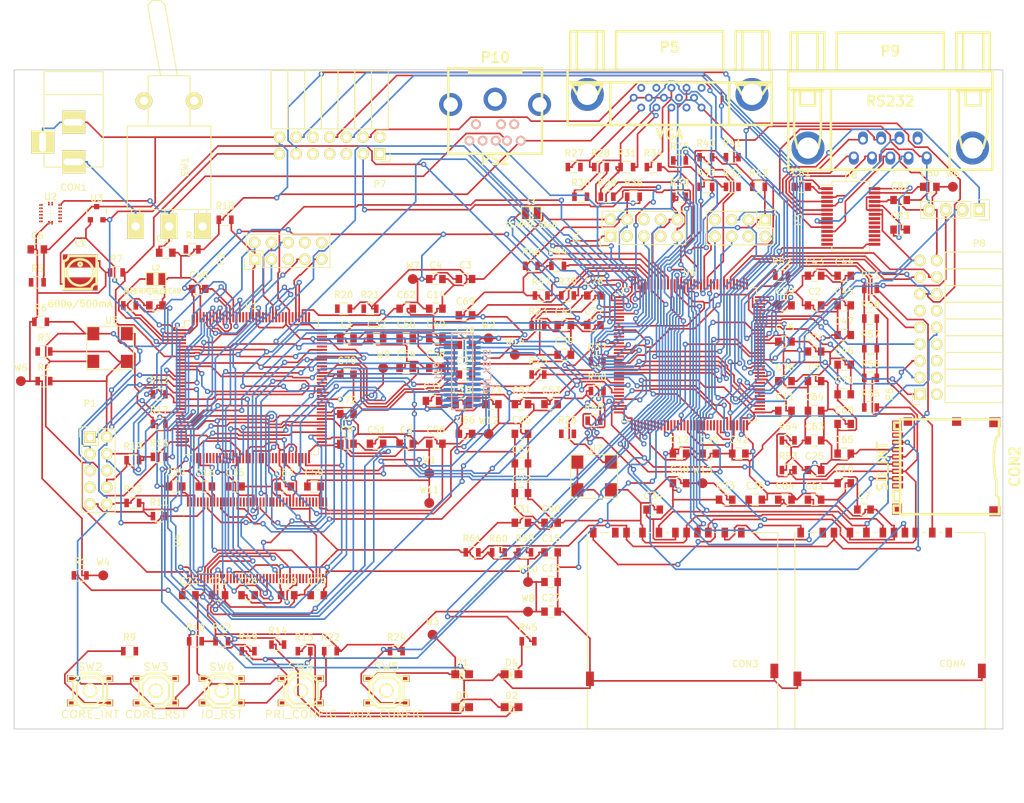
<source format=kicad_pcb>
(kicad_pcb (version 20160815) (host pcbnew 201609271021+7251~55~ubuntu16.04.1-)
  (layers (0 F.Cu signal) (31 B.Cu signal) (34 B.Paste user) (35 F.Paste user) (36 B.SilkS user) (37 F.SilkS user) (38 B.Mask user) (39 F.Mask user) (44 Edge.Cuts user))
  (net 0 "")
  (net 1 VCC)
  (net 2 GND)
  (net 3 VEE)
  (net 4 +3V3)
  (net 5 VAA)
  (net 6 +5V)
  (net 7 +2V5)
  (net 8 "Net-(C40-Pad1)")
  (net 9 "Net-(C78-Pad1)")
  (net 10 "Net-(CON1-Pad1)")
  (net 11 "Net-(CON2-Pad8)")
  (net 12 /SPI_MISO)
  (net 13 /SPI_SCLK)
  (net 14 /SPI_MOSI)
  (net 15 /SPI_SS0)
  (net 16 "Net-(CON2-Pad1)")
  (net 17 "Net-(D1-Pad2)")
  (net 18 "Net-(D2-Pad2)")
  (net 19 "Net-(D3-Pad2)")
  (net 20 "Net-(D4-Pad2)")
  (net 21 "Net-(L2-Pad1)")
  (net 22 "Net-(L3-Pad1)")
  (net 23 /PRI_TCK)
  (net 24 /PRI_TDO)
  (net 25 /PRI_TMS)
  (net 26 "Net-(P1-Pad6)")
  (net 27 "Net-(P1-Pad7)")
  (net 28 /PRI_JTAGEN)
  (net 29 /PRI_TDI)
  (net 30 /PRI_CONFSEL)
  (net 31 /PRI_DBG0)
  (net 32 /PRI_FDBG)
  (net 33 /PRI_DBG1)
  (net 34 /PRI_DBGRX)
  (net 35 /PRI_DBG2)
  (net 36 /PRI_DBGTX)
  (net 37 /PRI_DBG3)
  (net 38 /PRI_DBG5)
  (net 39 /PRI_DBG4)
  (net 40 /AUX_CONFSEL)
  (net 41 /AUX_DBG2)
  (net 42 /AUX_DBG0)
  (net 43 /AUX_DBG3)
  (net 44 /AUX_DBG1)
  (net 45 /AUX_DBG4)
  (net 46 /AUX_TDI)
  (net 47 /AUX_JTAGEN)
  (net 48 "Net-(P4-Pad7)")
  (net 49 "Net-(P4-Pad6)")
  (net 50 /AUX_TMS)
  (net 51 /AUX_TDO)
  (net 52 /AUX_TCK)
  (net 53 "Net-(P5-Pad1)")
  (net 54 "Net-(P5-Pad2)")
  (net 55 "Net-(P5-Pad3)")
  (net 56 "Net-(P5-Pad4)")
  (net 57 "Net-(P5-Pad9)")
  (net 58 /GIO_PIN0)
  (net 59 /GIO_PIN8)
  (net 60 /GIO_PIN1)
  (net 61 /GIO_PIN9)
  (net 62 /GIO_PIN2)
  (net 63 /GIO_PIN10)
  (net 64 /GIO_PIN3)
  (net 65 /GIO_PIN11)
  (net 66 /GIO_PIN4)
  (net 67 /GIO_PIN12)
  (net 68 /GIO_PIN5)
  (net 69 /GIO_PIN13)
  (net 70 /GIO_PIN6)
  (net 71 /GIO_PIN14)
  (net 72 /GIO_PIN7)
  (net 73 /GIO_PIN15)
  (net 74 /EXB_MISO0)
  (net 75 /EXB_MOSI0)
  (net 76 /EXB_MISO1)
  (net 77 /EXB_MOSI1)
  (net 78 /EXB_MISO2)
  (net 79 /EXB_MOSI2)
  (net 80 /EXB_MISO3)
  (net 81 /EXB_MOSI3)
  (net 82 /EXB_SS0)
  (net 83 /EXB_SS1)
  (net 84 /EXB_INT)
  (net 85 /EXB_CLK)
  (net 86 /TTL_RX)
  (net 87 /TTL_TX)
  (net 88 /TTL_RTS)
  (net 89 "Net-(P9-Pad9)")
  (net 90 /SER_CTS)
  (net 91 /SER_RTS)
  (net 92 /SER_DSR)
  (net 93 /SER_DTR)
  (net 94 /SER_TX)
  (net 95 /SER_RX)
  (net 96 /SER_DCD)
  (net 97 "Net-(R3-Pad1)")
  (net 98 "Net-(R4-Pad1)")
  (net 99 "Net-(R5-Pad1)")
  (net 100 /PRI_INT)
  (net 101 /PRI_RST)
  (net 102 /PRI_CONFDONE)
  (net 103 /PRI_FHLT)
  (net 104 /PRI_NSTATUS)
  (net 105 /PRI_CRCERR)
  (net 106 /PRI_DEVCLRN)
  (net 107 /PRI_DEVOE)
  (net 108 /PRI_NCONFIG)
  (net 109 /AUX_NCONFIG)
  (net 110 /VGA_R0)
  (net 111 /VGA_R1)
  (net 112 /VGA_R2)
  (net 113 /VGA_G0)
  (net 114 /VGA_G1)
  (net 115 /VGA_G2)
  (net 116 /VGA_B0)
  (net 117 /VGA_B1)
  (net 118 /VGA_HS)
  (net 119 "Net-(P5-Pad13)")
  (net 120 "Net-(P5-Pad14)")
  (net 121 /VGA_VS)
  (net 122 /AUX_DEVCLRN)
  (net 123 /AUX_DEVOE)
  (net 124 /AUX_CONFDONE)
  (net 125 /AUX_NSTATUS)
  (net 126 /AUX_CRCERR)
  (net 127 /AUX_RST)
  (net 128 /SPI_SS1)
  (net 129 /SPI_SS2)
  (net 130 /BUS_INT)
  (net 131 /MEM_CASn)
  (net 132 /MEM_WEn)
  (net 133 /MEM_CSn)
  (net 134 /MEM_RASn)
  (net 135 /MEM_CLK)
  (net 136 /MEM_CKE)
  (net 137 /MEM_A10)
  (net 138 /MEM_A9)
  (net 139 /MEM_A8)
  (net 140 /MEM_A6)
  (net 141 /MEM_A7)
  (net 142 /MEM_A5)
  (net 143 /MEM_A4)
  (net 144 /MEM_A11)
  (net 145 /MEM_A3)
  (net 146 /MEM_A2)
  (net 147 /MEM_A1)
  (net 148 /MEM_A0)
  (net 149 /MEM_DQ31)
  (net 150 /MEM_DQ30)
  (net 151 /MEM_DQ29)
  (net 152 /MEM_DQ7)
  (net 153 /MEM_DQ9)
  (net 154 /MEM_DQ6)
  (net 155 /MEM_DQ8)
  (net 156 /MEM_DQ5)
  (net 157 /MEM_DQ11)
  (net 158 /MEM_DQ4)
  (net 159 /MEM_DQ10)
  (net 160 /MEM_DQ1)
  (net 161 /MEM_DQ3)
  (net 162 /MEM_DQ0)
  (net 163 /MEM_DQ2)
  (net 164 /MEM_BA1)
  (net 165 /PRI_CLK)
  (net 166 /BUS_SS1)
  (net 167 /BUS_CLK)
  (net 168 /BUS_MISO7)
  (net 169 /BUS_SS0)
  (net 170 /MEM_BA0)
  (net 171 /MEM_DQ23)
  (net 172 /MEM_DQ22)
  (net 173 /MEM_DQ15)
  (net 174 /MEM_DQ14)
  (net 175 /MEM_DQ13)
  (net 176 /MEM_DQ12)
  (net 177 /MEM_DQ19)
  (net 178 /MEM_DQ18)
  (net 179 /MEM_DQ28)
  (net 180 /MEM_DQ17)
  (net 181 /MEM_DQ16)
  (net 182 /MEM_DQ27)
  (net 183 /MEM_DQ26)
  (net 184 /MEM_DQ25)
  (net 185 /MEM_DQ24)
  (net 186 /MEM_DQ21)
  (net 187 /MEM_DQ20)
  (net 188 /BUS_MISO5)
  (net 189 /BUS_MISO4)
  (net 190 /BUS_MISO6)
  (net 191 /BUS_MISO3)
  (net 192 /BUS_MISO2)
  (net 193 /BUS_MISO1)
  (net 194 /BUS_MISO0)
  (net 195 /MEM_DQM3)
  (net 196 /MEM_DQM2)
  (net 197 /MEM_DQM1)
  (net 198 /MEM_DQM0)
  (net 199 /BUS_MOSI7)
  (net 200 /BUS_MOSI6)
  (net 201 /BUS_MOSI5)
  (net 202 /BUS_MOSI4)
  (net 203 /BUS_MOSI3)
  (net 204 /BUS_MOSI2)
  (net 205 /BUS_MOSI1)
  (net 206 /BUS_MOSI0)
  (net 207 "Net-(U2-Pad1)")
  (net 208 "Net-(U2-Pad4)")
  (net 209 "Net-(U4-Pad14)")
  (net 210 "Net-(U4-Pad30)")
  (net 211 /AUX_CLK)
  (net 212 /SPI_WP0)
  (net 213 /SPI_WP1)
  (net 214 /SPI_CD0)
  (net 215 /SPI_CD1)
  (net 216 "Net-(CON3-Pad9)")
  (net 217 "Net-(CON3-Pad8)")
  (net 218 "Net-(CON4-Pad8)")
  (net 219 "Net-(CON4-Pad9)")
  (net 220 "Net-(P5-Pad11)")
  (net 221 "Net-(P5-Pad12)")
  (net 222 "Net-(P5-Pad15)")
  (net 223 "Net-(P10-Pad2)")
  (net 224 "Net-(P10-Pad6)")
  (net 225 "Net-(U2-Pad16)")
  (net 226 "Net-(U2-Pad15)")
  (net 227 "Net-(U2-Pad9)")
  (net 228 "Net-(U4-Pad73)")
  (net 229 "Net-(U4-Pad70)")
  (net 230 "Net-(U4-Pad69)")
  (net 231 "Net-(U4-Pad57)")
  (net 232 "Net-(C80-Pad1)")
  (net 233 "Net-(C81-Pad1)")
  (net 234 "Net-(C81-Pad2)")
  (net 235 "Net-(C82-Pad2)")
  (net 236 "Net-(C83-Pad1)")
  (net 237 "Net-(C83-Pad2)")
  (net 238 /AUX_DBG5)
  (net 239 /AUX_DBG6)
  (net 240 "Net-(P9-Pad3)")
  (net 241 "Net-(P9-Pad2)")
  (net 242 "Net-(P9-Pad1)")
  (net 243 "Net-(P9-Pad4)")
  (net 244 "Net-(P9-Pad8)")
  (net 245 "Net-(P9-Pad7)")
  (net 246 "Net-(P9-Pad6)")
  (net 247 /PS2_CLK)
  (net 248 /PS2_DAT)
  (net 249 "Net-(U8-Pad8)")
  (net 250 "Net-(U8-Pad19)")
  (net 251 "Net-(U8-Pad20)")
  (net 252 "Net-(U8-Pad21)")
  (module Capacitors_SMD:C_0805 (layer F.Cu) (at 120.5 79.5)
    (fp_text reference C1 (at 0 -2.1) (layer F.SilkS))
    (fp_text value 0.1u)
    (pad 2 smd rect (at 1 0) (size 1 1.25) (layers F.Cu F.Paste F.Mask) (net 2 GND))
    (pad 1 smd rect (at -1 0) (size 1 1.25) (layers F.Cu F.Paste F.Mask) (net 1 VCC))
  )
  (module Capacitors_SMD:C_0805 (layer F.Cu) (at 191.5 74.5)
    (fp_text reference C2 (at 0 -2.1) (layer F.SilkS))
    (fp_text value 0.1u)
    (pad 1 smd rect (at -1 0) (size 1 1.25) (layers F.Cu F.Paste F.Mask) (net 1 VCC))
    (pad 2 smd rect (at 1 0) (size 1 1.25) (layers F.Cu F.Paste F.Mask) (net 2 GND))
  )
  (module Capacitors_SMD:C_0805 (layer F.Cu) (at 138.5 70.5)
    (fp_text reference C3 (at 0 -2.1) (layer F.SilkS))
    (fp_text value 0.1u)
    (pad 2 smd rect (at 1 0) (size 1 1.25) (layers F.Cu F.Paste F.Mask) (net 2 GND))
    (pad 1 smd rect (at -1 0) (size 1 1.25) (layers F.Cu F.Paste F.Mask) (net 1 VCC))
  )
  (module Capacitors_SMD:C_0805 (layer F.Cu) (at 134 70.5)
    (fp_text reference C4 (at 0 -2.1) (layer F.SilkS))
    (fp_text value 0.1u)
    (pad 1 smd rect (at -1 0) (size 1 1.25) (layers F.Cu F.Paste F.Mask) (net 1 VCC))
    (pad 2 smd rect (at 1 0) (size 1 1.25) (layers F.Cu F.Paste F.Mask) (net 2 GND))
  )
  (module Capacitors_SMD:C_0805 (layer F.Cu) (at 129.5 95.5)
    (fp_text reference C5 (at 0 -2.1) (layer F.SilkS))
    (fp_text value 10u)
    (pad 1 smd rect (at -1 0) (size 1 1.25) (layers F.Cu F.Paste F.Mask) (net 3 VEE))
    (pad 2 smd rect (at 1 0) (size 1 1.25) (layers F.Cu F.Paste F.Mask) (net 2 GND))
  )
  (module Capacitors_SMD:C_0805 (layer F.Cu) (at 73.5 66)
    (fp_text reference C6 (at 0 -2.1) (layer F.SilkS))
    (fp_text value 47u/16v)
    (pad 1 smd rect (at -1 0) (size 1 1.25) (layers F.Cu F.Paste F.Mask) (net 4 +3V3))
    (pad 2 smd rect (at 1 0) (size 1 1.25) (layers F.Cu F.Paste F.Mask) (net 2 GND))
  )
  (module Capacitors_SMD:C_0805 (layer F.Cu) (at 199 105.5)
    (fp_text reference C7 (at 0 -2.1) (layer F.SilkS))
    (fp_text value 0.1u)
    (pad 2 smd rect (at 1 0) (size 1 1.25) (layers F.Cu F.Paste F.Mask) (net 2 GND))
    (pad 1 smd rect (at -1 0) (size 1 1.25) (layers F.Cu F.Paste F.Mask) (net 1 VCC))
  )
  (module Capacitors_SMD:C_0805 (layer F.Cu) (at 120.5 95.5)
    (fp_text reference C8 (at 0 -2.1) (layer F.SilkS))
    (fp_text value 0.1u)
    (pad 2 smd rect (at 1 0) (size 1 1.25) (layers F.Cu F.Paste F.Mask) (net 2 GND))
    (pad 1 smd rect (at -1 0) (size 1 1.25) (layers F.Cu F.Paste F.Mask) (net 3 VEE))
  )
  (module Capacitors_SMD:C_0805 (layer F.Cu) (at 191.5 86)
    (fp_text reference C9 (at 0 -2.1) (layer F.SilkS))
    (fp_text value 0.1u)
    (pad 2 smd rect (at 1 0) (size 1 1.25) (layers F.Cu F.Paste F.Mask) (net 2 GND))
    (pad 1 smd rect (at -1 0) (size 1 1.25) (layers F.Cu F.Paste F.Mask) (net 5 VAA))
  )
  (module Capacitors_SMD:C_0805 (layer F.Cu) (at 196 101.5)
    (fp_text reference C10 (at 0 -2.1) (layer F.SilkS))
    (fp_text value 0.1u)
    (pad 1 smd rect (at -1 0) (size 1 1.25) (layers F.Cu F.Paste F.Mask) (net 1 VCC))
    (pad 2 smd rect (at 1 0) (size 1 1.25) (layers F.Cu F.Paste F.Mask) (net 2 GND))
  )
  (module Capacitors_SMD:C_0805 (layer F.Cu) (at 187 90.5)
    (fp_text reference C11 (at 0 -2.1) (layer F.SilkS))
    (fp_text value 0.1u)
    (pad 1 smd rect (at -1 0) (size 1 1.25) (layers F.Cu F.Paste F.Mask) (net 3 VEE))
    (pad 2 smd rect (at 1 0) (size 1 1.25) (layers F.Cu F.Paste F.Mask) (net 2 GND))
  )
  (module Capacitors_SMD:C_0805 (layer F.Cu) (at 171 97)
    (fp_text reference C12 (at 0 -2.1) (layer F.SilkS))
    (fp_text value 1u)
    (pad 1 smd rect (at -1 0) (size 1 1.25) (layers F.Cu F.Paste F.Mask) (net 5 VAA))
    (pad 2 smd rect (at 1 0) (size 1 1.25) (layers F.Cu F.Paste F.Mask) (net 2 GND))
  )
  (module Capacitors_SMD:C_0805 (layer F.Cu) (at 151.5 116.5)
    (fp_text reference C13 (at 0 -2.1) (layer F.SilkS))
    (fp_text value 0.1u)
    (pad 1 smd rect (at -1 0) (size 1 1.25) (layers F.Cu F.Paste F.Mask) (net 5 VAA))
    (pad 2 smd rect (at 1 0) (size 1 1.25) (layers F.Cu F.Paste F.Mask) (net 2 GND))
  )
  (module Capacitors_SMD:C_0805 (layer F.Cu) (at 134 75)
    (fp_text reference C14 (at 0 -2.1) (layer F.SilkS))
    (fp_text value 0.1u)
    (pad 2 smd rect (at 1 0) (size 1 1.25) (layers F.Cu F.Paste F.Mask) (net 2 GND))
    (pad 1 smd rect (at -1 0) (size 1 1.25) (layers F.Cu F.Paste F.Mask) (net 1 VCC))
  )
  (module Capacitors_SMD:C_0805 (layer F.Cu) (at 151.5 112)
    (fp_text reference C15 (at 0 -2.1) (layer F.SilkS))
    (fp_text value 1u)
    (pad 2 smd rect (at 1 0) (size 1 1.25) (layers F.Cu F.Paste F.Mask) (net 2 GND))
    (pad 1 smd rect (at -1 0) (size 1 1.25) (layers F.Cu F.Paste F.Mask) (net 5 VAA))
  )
  (module Capacitors_SMD:C_0805 (layer F.Cu) (at 99 102)
    (fp_text reference C16 (at 0 -2.1) (layer F.SilkS))
    (fp_text value 0.1u)
    (pad 2 smd rect (at 1 0) (size 1 1.25) (layers F.Cu F.Paste F.Mask) (net 2 GND))
    (pad 1 smd rect (at -1 0) (size 1 1.25) (layers F.Cu F.Paste F.Mask) (net 3 VEE))
  )
  (module Capacitors_SMD:C_0805 (layer F.Cu) (at 93 66.5)
    (fp_text reference C17 (at 0 -2.1) (layer F.SilkS))
    (fp_text value 4.7u)
    (pad 2 smd rect (at 1 0) (size 1 1.25) (layers F.Cu F.Paste F.Mask) (net 2 GND))
    (pad 1 smd rect (at -1 0) (size 1 1.25) (layers F.Cu F.Paste F.Mask) (net 6 +5V))
  )
  (module Capacitors_SMD:C_0805 (layer F.Cu) (at 138 89.5)
    (fp_text reference C18 (at 0 -2.1) (layer F.SilkS))
    (fp_text value 0.1u)
    (pad 2 smd rect (at 1 0) (size 1 1.25) (layers F.Cu F.Paste F.Mask) (net 2 GND))
    (pad 1 smd rect (at -1 0) (size 1 1.25) (layers F.Cu F.Paste F.Mask) (net 5 VAA))
  )
  (module Capacitors_SMD:C_0805 (layer F.Cu) (at 111.5 118.5)
    (fp_text reference C19 (at 0 -2.1) (layer F.SilkS))
    (fp_text value 0.1u)
    (pad 1 smd rect (at -1 0) (size 1 1.25) (layers F.Cu F.Paste F.Mask) (net 1 VCC))
    (pad 2 smd rect (at 1 0) (size 1 1.25) (layers F.Cu F.Paste F.Mask) (net 2 GND))
  )
  (module Capacitors_SMD:C_0805 (layer F.Cu) (at 94.5 102)
    (fp_text reference C20 (at 0 -2.1) (layer F.SilkS))
    (fp_text value 0.1u)
    (pad 1 smd rect (at -1 0) (size 1 1.25) (layers F.Cu F.Paste F.Mask) (net 3 VEE))
    (pad 2 smd rect (at 1 0) (size 1 1.25) (layers F.Cu F.Paste F.Mask) (net 2 GND))
  )
  (module Capacitors_SMD:C_0805 (layer F.Cu) (at 101 118.5)
    (fp_text reference C21 (at 0 -2.1) (layer F.SilkS))
    (fp_text value 1u)
    (pad 1 smd rect (at -1 0) (size 1 1.25) (layers F.Cu F.Paste F.Mask) (net 5 VAA))
    (pad 2 smd rect (at 1 0) (size 1 1.25) (layers F.Cu F.Paste F.Mask) (net 2 GND))
  )
  (module Capacitors_SMD:C_0805 (layer F.Cu) (at 147 103)
    (fp_text reference C22 (at 0 -2.1) (layer F.SilkS))
    (fp_text value 0.1u)
    (pad 2 smd rect (at 1 0) (size 1 1.25) (layers F.Cu F.Paste F.Mask) (net 2 GND))
    (pad 1 smd rect (at -1 0) (size 1 1.25) (layers F.Cu F.Paste F.Mask) (net 5 VAA))
  )
  (module Capacitors_SMD:C_0805 (layer F.Cu) (at 96.5 118.5)
    (fp_text reference C23 (at 0 -2.1) (layer F.SilkS))
    (fp_text value 0.1u)
    (pad 2 smd rect (at 1 0) (size 1 1.25) (layers F.Cu F.Paste F.Mask) (net 2 GND))
    (pad 1 smd rect (at -1 0) (size 1 1.25) (layers F.Cu F.Paste F.Mask) (net 1 VCC))
  )
  (module Capacitors_SMD:C_0805 (layer F.Cu) (at 138.5 85)
    (fp_text reference C24 (at 0 -2.1) (layer F.SilkS))
    (fp_text value 1u)
    (pad 1 smd rect (at -1 0) (size 1 1.25) (layers F.Cu F.Paste F.Mask) (net 5 VAA))
    (pad 2 smd rect (at 1 0) (size 1 1.25) (layers F.Cu F.Paste F.Mask) (net 2 GND))
  )
  (module Capacitors_SMD:C_0805 (layer F.Cu) (at 191.5 99.5)
    (fp_text reference C25 (at 0 -2.1) (layer F.SilkS))
    (fp_text value 0.1u)
    (pad 2 smd rect (at 1 0) (size 1 1.25) (layers F.Cu F.Paste F.Mask) (net 2 GND))
    (pad 1 smd rect (at -1 0) (size 1 1.25) (layers F.Cu F.Paste F.Mask) (net 5 VAA))
  )
  (module Capacitors_SMD:C_0805 (layer F.Cu) (at 105.5 118.5)
    (fp_text reference C26 (at 0 -2.1) (layer F.SilkS))
    (fp_text value 0.1u)
    (pad 1 smd rect (at -1 0) (size 1 1.25) (layers F.Cu F.Paste F.Mask) (net 1 VCC))
    (pad 2 smd rect (at 1 0) (size 1 1.25) (layers F.Cu F.Paste F.Mask) (net 2 GND))
  )
  (module Capacitors_SMD:C_0805 (layer F.Cu) (at 151.5 121)
    (fp_text reference C27 (at 0 -2.1) (layer F.SilkS))
    (fp_text value 1u)
    (pad 1 smd rect (at -1 0) (size 1 1.25) (layers F.Cu F.Paste F.Mask) (net 5 VAA))
    (pad 2 smd rect (at 1 0) (size 1 1.25) (layers F.Cu F.Paste F.Mask) (net 2 GND))
  )
  (module Capacitors_SMD:C_0805 (layer F.Cu) (at 138.5 80.5)
    (fp_text reference C28 (at 0 -2.1) (layer F.SilkS))
    (fp_text value 0.1u)
    (pad 2 smd rect (at 1 0) (size 1 1.25) (layers F.Cu F.Paste F.Mask) (net 2 GND))
    (pad 1 smd rect (at -1 0) (size 1 1.25) (layers F.Cu F.Paste F.Mask) (net 5 VAA))
  )
  (module Capacitors_SMD:C_0805 (layer F.Cu) (at 187 74.5)
    (fp_text reference C29 (at 0 -2.1) (layer F.SilkS))
    (fp_text value 0.1u)
    (pad 2 smd rect (at 1 0) (size 1 1.25) (layers F.Cu F.Paste F.Mask) (net 2 GND))
    (pad 1 smd rect (at -1 0) (size 1 1.25) (layers F.Cu F.Paste F.Mask) (net 1 VCC))
  )
  (module Capacitors_SMD:C_0805 (layer F.Cu) (at 175.5 97)
    (fp_text reference C30 (at 0 -2.1) (layer F.SilkS))
    (fp_text value 1u)
    (pad 1 smd rect (at -1 0) (size 1 1.25) (layers F.Cu F.Paste F.Mask) (net 5 VAA))
    (pad 2 smd rect (at 1 0) (size 1 1.25) (layers F.Cu F.Paste F.Mask) (net 2 GND))
  )
  (module Capacitors_SMD:C_0805 (layer F.Cu) (at 147 107.5)
    (fp_text reference C31 (at 0 -2.1) (layer F.SilkS))
    (fp_text value 0.1u)
    (pad 2 smd rect (at 1 0) (size 1 1.25) (layers F.Cu F.Paste F.Mask) (net 2 GND))
    (pad 1 smd rect (at -1 0) (size 1 1.25) (layers F.Cu F.Paste F.Mask) (net 5 VAA))
  )
  (module Capacitors_SMD:C_0805 (layer F.Cu) (at 125 79.5)
    (fp_text reference C32 (at 0 -2.1) (layer F.SilkS))
    (fp_text value 0.1u)
    (pad 1 smd rect (at -1 0) (size 1 1.25) (layers F.Cu F.Paste F.Mask) (net 1 VCC))
    (pad 2 smd rect (at 1 0) (size 1 1.25) (layers F.Cu F.Paste F.Mask) (net 2 GND))
  )
  (module Capacitors_SMD:C_0805 (layer F.Cu) (at 178 104)
    (fp_text reference C33 (at 0 -2.1) (layer F.SilkS))
    (fp_text value 1u)
    (pad 1 smd rect (at -1 0) (size 1 1.25) (layers F.Cu F.Paste F.Mask) (net 5 VAA))
    (pad 2 smd rect (at 1 0) (size 1 1.25) (layers F.Cu F.Paste F.Mask) (net 2 GND))
  )
  (module Capacitors_SMD:C_0805 (layer F.Cu) (at 167 105.5)
    (fp_text reference C34 (at 0 -2.1) (layer F.SilkS))
    (fp_text value 0.1u)
    (pad 2 smd rect (at 1 0) (size 1 1.25) (layers F.Cu F.Paste F.Mask) (net 2 GND))
    (pad 1 smd rect (at -1 0) (size 1 1.25) (layers F.Cu F.Paste F.Mask) (net 5 VAA))
  )
  (module Capacitors_SMD:C_0805 (layer F.Cu) (at 103.5 102)
    (fp_text reference C35 (at 0 -2.1) (layer F.SilkS))
    (fp_text value 0.1u)
    (pad 2 smd rect (at 1 0) (size 1 1.25) (layers F.Cu F.Paste F.Mask) (net 2 GND))
    (pad 1 smd rect (at -1 0) (size 1 1.25) (layers F.Cu F.Paste F.Mask) (net 3 VEE))
  )
  (module Capacitors_SMD:C_0805 (layer F.Cu) (at 182.5 104)
    (fp_text reference C36 (at 0 -2.1) (layer F.SilkS))
    (fp_text value 1u)
    (pad 1 smd rect (at -1 0) (size 1 1.25) (layers F.Cu F.Paste F.Mask) (net 5 VAA))
    (pad 2 smd rect (at 1 0) (size 1 1.25) (layers F.Cu F.Paste F.Mask) (net 2 GND))
  )
  (module Capacitors_SMD:C_0805 (layer F.Cu) (at 133.5 89)
    (fp_text reference C37 (at 0 -2.1) (layer F.SilkS))
    (fp_text value 0.1u)
    (pad 1 smd rect (at -1 0) (size 1 1.25) (layers F.Cu F.Paste F.Mask) (net 5 VAA))
    (pad 2 smd rect (at 1 0) (size 1 1.25) (layers F.Cu F.Paste F.Mask) (net 2 GND))
  )
  (module Capacitors_SMD:C_0805 (layer F.Cu) (at 171 101.5)
    (fp_text reference C38 (at 0 -2.1) (layer F.SilkS))
    (fp_text value 1u)
    (pad 2 smd rect (at 1 0) (size 1 1.25) (layers F.Cu F.Paste F.Mask) (net 2 GND))
    (pad 1 smd rect (at -1 0) (size 1 1.25) (layers F.Cu F.Paste F.Mask) (net 5 VAA))
  )
  (module Capacitors_SMD:C_0805 (layer F.Cu) (at 153.5 82)
    (fp_text reference C39 (at 0 -2.1) (layer F.SilkS))
    (fp_text value 1u)
    (pad 2 smd rect (at 1 0) (size 1 1.25) (layers F.Cu F.Paste F.Mask) (net 2 GND))
    (pad 1 smd rect (at -1 0) (size 1 1.25) (layers F.Cu F.Paste F.Mask) (net 7 +2V5))
  )
  (module Capacitors_SMD:C_0805 (layer F.Cu) (at 91.5 74.5)
    (fp_text reference C40 (at 0 -2.1) (layer F.SilkS))
    (fp_text value 0.1u)
    (pad 1 smd rect (at -1 0) (size 1 1.25) (layers F.Cu F.Paste F.Mask) (net 8 "Net-(C40-Pad1)"))
    (pad 2 smd rect (at 1 0) (size 1 1.25) (layers F.Cu F.Paste F.Mask) (net 2 GND))
  )
  (module Capacitors_SMD:C_0805 (layer F.Cu) (at 153.5 77.5)
    (fp_text reference C41 (at 0 -2.1) (layer F.SilkS))
    (fp_text value 1u)
    (pad 1 smd rect (at -1 0) (size 1 1.25) (layers F.Cu F.Paste F.Mask) (net 7 +2V5))
    (pad 2 smd rect (at 1 0) (size 1 1.25) (layers F.Cu F.Paste F.Mask) (net 2 GND))
  )
  (module Capacitors_SMD:C_0805 (layer F.Cu) (at 180 97)
    (fp_text reference C42 (at 0 -2.1) (layer F.SilkS))
    (fp_text value 0.1u)
    (pad 2 smd rect (at 1 0) (size 1 1.25) (layers F.Cu F.Paste F.Mask) (net 1 VCC))
    (pad 1 smd rect (at -1 0) (size 1 1.25) (layers F.Cu F.Paste F.Mask) (net 2 GND))
  )
  (module Capacitors_SMD:C_0805 (layer F.Cu) (at 191.5 70)
    (fp_text reference C43 (at 0 -2.1) (layer F.SilkS))
    (fp_text value 0.1u)
    (pad 1 smd rect (at -1 0) (size 1 1.25) (layers F.Cu F.Paste F.Mask) (net 1 VCC))
    (pad 2 smd rect (at 1 0) (size 1 1.25) (layers F.Cu F.Paste F.Mask) (net 2 GND))
  )
  (module Capacitors_SMD:C_0805 (layer F.Cu) (at 196 70)
    (fp_text reference C44 (at 0 -2.1) (layer F.SilkS))
    (fp_text value 0.1u)
    (pad 2 smd rect (at 1 0) (size 1 1.25) (layers F.Cu F.Paste F.Mask) (net 2 GND))
    (pad 1 smd rect (at -1 0) (size 1 1.25) (layers F.Cu F.Paste F.Mask) (net 1 VCC))
  )
  (module Capacitors_SMD:C_0805 (layer F.Cu) (at 196 74.5)
    (fp_text reference C45 (at 0 -2.1) (layer F.SilkS))
    (fp_text value 0.1u)
    (pad 1 smd rect (at -1 0) (size 1 1.25) (layers F.Cu F.Paste F.Mask) (net 1 VCC))
    (pad 2 smd rect (at 1 0) (size 1 1.25) (layers F.Cu F.Paste F.Mask) (net 2 GND))
  )
  (module Capacitors_SMD:C_0805 (layer F.Cu) (at 196 83.5)
    (fp_text reference C46 (at 0 -2.1) (layer F.SilkS))
    (fp_text value 0.1u)
    (pad 2 smd rect (at 1 0) (size 1 1.25) (layers F.Cu F.Paste F.Mask) (net 2 GND))
    (pad 1 smd rect (at -1 0) (size 1 1.25) (layers F.Cu F.Paste F.Mask) (net 1 VCC))
  )
  (module Capacitors_SMD:C_0805 (layer F.Cu) (at 196 79)
    (fp_text reference C47 (at 0 -2.1) (layer F.SilkS))
    (fp_text value 0.1u)
    (pad 1 smd rect (at -1 0) (size 1 1.25) (layers F.Cu F.Paste F.Mask) (net 1 VCC))
    (pad 2 smd rect (at 1 0) (size 1 1.25) (layers F.Cu F.Paste F.Mask) (net 2 GND))
  )
  (module Capacitors_SMD:C_0805 (layer F.Cu) (at 98 72)
    (fp_text reference C48 (at 0 -2.1) (layer F.SilkS))
    (fp_text value 0.1u)
    (pad 1 smd rect (at -1 0) (size 1 1.25) (layers F.Cu F.Paste F.Mask) (net 3 VEE))
    (pad 2 smd rect (at 1 0) (size 1 1.25) (layers F.Cu F.Paste F.Mask) (net 2 GND))
  )
  (module Capacitors_SMD:C_0805 (layer F.Cu) (at 134 79.5)
    (fp_text reference C49 (at 0 -2.1) (layer F.SilkS))
    (fp_text value 0.1u)
    (pad 1 smd rect (at -1 0) (size 1 1.25) (layers F.Cu F.Paste F.Mask) (net 5 VAA))
    (pad 2 smd rect (at 1 0) (size 1 1.25) (layers F.Cu F.Paste F.Mask) (net 2 GND))
  )
  (module Capacitors_SMD:C_0805 (layer F.Cu) (at 129.5 79.5)
    (fp_text reference C50 (at 0 -2.1) (layer F.SilkS))
    (fp_text value 0.1u)
    (pad 2 smd rect (at 1 0) (size 1 1.25) (layers F.Cu F.Paste F.Mask) (net 2 GND))
    (pad 1 smd rect (at -1 0) (size 1 1.25) (layers F.Cu F.Paste F.Mask) (net 1 VCC))
  )
  (module Capacitors_SMD:C_0805 (layer F.Cu) (at 125 95.5)
    (fp_text reference C51 (at 0 -2.1) (layer F.SilkS))
    (fp_text value 0.1u)
    (pad 2 smd rect (at 1 0) (size 1 1.25) (layers F.Cu F.Paste F.Mask) (net 2 GND))
    (pad 1 smd rect (at -1 0) (size 1 1.25) (layers F.Cu F.Paste F.Mask) (net 3 VEE))
  )
  (module Capacitors_SMD:C_0805 (layer F.Cu) (at 147 89.5)
    (fp_text reference C52 (at 0 -2.1) (layer F.SilkS))
    (fp_text value 1u)
    (pad 2 smd rect (at 1 0) (size 1 1.25) (layers F.Cu F.Paste F.Mask) (net 2 GND))
    (pad 1 smd rect (at -1 0) (size 1 1.25) (layers F.Cu F.Paste F.Mask) (net 5 VAA))
  )
  (module Capacitors_SMD:C_0805 (layer F.Cu) (at 151.5 89.5)
    (fp_text reference C53 (at 0 -2.1) (layer F.SilkS))
    (fp_text value 0.1u)
    (pad 2 smd rect (at 1 0) (size 1 1.25) (layers F.Cu F.Paste F.Mask) (net 2 GND))
    (pad 1 smd rect (at -1 0) (size 1 1.25) (layers F.Cu F.Paste F.Mask) (net 5 VAA))
  )
  (module Capacitors_SMD:C_0805 (layer F.Cu) (at 129.5 84)
    (fp_text reference C54 (at 0 -2.1) (layer F.SilkS))
    (fp_text value 0.1u)
    (pad 1 smd rect (at -1 0) (size 1 1.25) (layers F.Cu F.Paste F.Mask) (net 1 VCC))
    (pad 2 smd rect (at 1 0) (size 1 1.25) (layers F.Cu F.Paste F.Mask) (net 2 GND))
  )
  (module Capacitors_SMD:C_0805 (layer F.Cu) (at 147 94)
    (fp_text reference C55 (at 0 -2.1) (layer F.SilkS))
    (fp_text value 1u)
    (pad 1 smd rect (at -1 0) (size 1 1.25) (layers F.Cu F.Paste F.Mask) (net 5 VAA))
    (pad 2 smd rect (at 1 0) (size 1 1.25) (layers F.Cu F.Paste F.Mask) (net 2 GND))
  )
  (module Capacitors_SMD:C_0805 (layer F.Cu) (at 134 95.5)
    (fp_text reference C56 (at 0 -2.1) (layer F.SilkS))
    (fp_text value 0.1u)
    (pad 1 smd rect (at -1 0) (size 1 1.25) (layers F.Cu F.Paste F.Mask) (net 3 VEE))
    (pad 2 smd rect (at 1 0) (size 1 1.25) (layers F.Cu F.Paste F.Mask) (net 2 GND))
  )
  (module Capacitors_SMD:C_0805 (layer F.Cu) (at 147 98.5)
    (fp_text reference C57 (at 0 -2.1) (layer F.SilkS))
    (fp_text value 0.1u)
    (pad 1 smd rect (at -1 0) (size 1 1.25) (layers F.Cu F.Paste F.Mask) (net 5 VAA))
    (pad 2 smd rect (at 1 0) (size 1 1.25) (layers F.Cu F.Paste F.Mask) (net 2 GND))
  )
  (module Capacitors_SMD:C_0805 (layer F.Cu) (at 134 84)
    (fp_text reference C58 (at 0 -2.1) (layer F.SilkS))
    (fp_text value 0.1u)
    (pad 2 smd rect (at 1 0) (size 1 1.25) (layers F.Cu F.Paste F.Mask) (net 2 GND))
    (pad 1 smd rect (at -1 0) (size 1 1.25) (layers F.Cu F.Paste F.Mask) (net 1 VCC))
  )
  (module Capacitors_SMD:C_0805 (layer F.Cu) (at 115.5 102)
    (fp_text reference C59 (at 0 -2.1) (layer F.SilkS))
    (fp_text value 0.1u)
    (pad 2 smd rect (at 1 0) (size 1 1.25) (layers F.Cu F.Paste F.Mask) (net 2 GND))
    (pad 1 smd rect (at -1 0) (size 1 1.25) (layers F.Cu F.Paste F.Mask) (net 3 VEE))
  )
  (module Capacitors_SMD:C_0805 (layer F.Cu) (at 151.5 107.5)
    (fp_text reference C60 (at 0 -2.1) (layer F.SilkS))
    (fp_text value 1u)
    (pad 2 smd rect (at 1 0) (size 1 1.25) (layers F.Cu F.Paste F.Mask) (net 2 GND))
    (pad 1 smd rect (at -1 0) (size 1 1.25) (layers F.Cu F.Paste F.Mask) (net 5 VAA))
  )
  (module Capacitors_SMD:C_0805 (layer F.Cu) (at 191.5 104)
    (fp_text reference C61 (at 0 -2.1) (layer F.SilkS))
    (fp_text value 0.1u)
    (pad 1 smd rect (at -1 0) (size 1 1.25) (layers F.Cu F.Paste F.Mask) (net 5 VAA))
    (pad 2 smd rect (at 1 0) (size 1 1.25) (layers F.Cu F.Paste F.Mask) (net 2 GND))
  )
  (module Capacitors_SMD:C_0805 (layer F.Cu) (at 129.5 75)
    (fp_text reference C62 (at 0 -2.1) (layer F.SilkS))
    (fp_text value 0.1u)
    (pad 1 smd rect (at -1 0) (size 1 1.25) (layers F.Cu F.Paste F.Mask) (net 1 VCC))
    (pad 2 smd rect (at 1 0) (size 1 1.25) (layers F.Cu F.Paste F.Mask) (net 2 GND))
  )
  (module Capacitors_SMD:C_0805 (layer F.Cu) (at 191.5 95)
    (fp_text reference C63 (at 0 -2.1) (layer F.SilkS))
    (fp_text value 1u)
    (pad 2 smd rect (at 1 0) (size 1 1.25) (layers F.Cu F.Paste F.Mask) (net 2 GND))
    (pad 1 smd rect (at -1 0) (size 1 1.25) (layers F.Cu F.Paste F.Mask) (net 5 VAA))
  )
  (module Capacitors_SMD:C_0805 (layer F.Cu) (at 191.5 90.5)
    (fp_text reference C64 (at 0 -2.1) (layer F.SilkS))
    (fp_text value 0.1u)
    (pad 1 smd rect (at -1 0) (size 1 1.25) (layers F.Cu F.Paste F.Mask) (net 5 VAA))
    (pad 2 smd rect (at 1 0) (size 1 1.25) (layers F.Cu F.Paste F.Mask) (net 2 GND))
  )
  (module Capacitors_SMD:C_0805 (layer F.Cu) (at 196 97)
    (fp_text reference C65 (at 0 -2.1) (layer F.SilkS))
    (fp_text value 0.1u)
    (pad 2 smd rect (at 1 0) (size 1 1.25) (layers F.Cu F.Paste F.Mask) (net 2 GND))
    (pad 1 smd rect (at -1 0) (size 1 1.25) (layers F.Cu F.Paste F.Mask) (net 1 VCC))
  )
  (module Capacitors_SMD:C_0805 (layer F.Cu) (at 138.5 94)
    (fp_text reference C66 (at 0 -2.1) (layer F.SilkS))
    (fp_text value 1u)
    (pad 2 smd rect (at 1 0) (size 1 1.25) (layers F.Cu F.Paste F.Mask) (net 2 GND))
    (pad 1 smd rect (at -1 0) (size 1 1.25) (layers F.Cu F.Paste F.Mask) (net 5 VAA))
  )
  (module Capacitors_SMD:C_0805 (layer F.Cu) (at 111 102)
    (fp_text reference C67 (at 0 -2.1) (layer F.SilkS))
    (fp_text value 0.1u)
    (pad 1 smd rect (at -1 0) (size 1 1.25) (layers F.Cu F.Paste F.Mask) (net 5 VAA))
    (pad 2 smd rect (at 1 0) (size 1 1.25) (layers F.Cu F.Paste F.Mask) (net 2 GND))
  )
  (module Capacitors_SMD:C_0805 (layer F.Cu) (at 196 92.5)
    (fp_text reference C68 (at 0 -2.1) (layer F.SilkS))
    (fp_text value 0.1u)
    (pad 1 smd rect (at -1 0) (size 1 1.25) (layers F.Cu F.Paste F.Mask) (net 1 VCC))
    (pad 2 smd rect (at 1 0) (size 1 1.25) (layers F.Cu F.Paste F.Mask) (net 2 GND))
  )
  (module Capacitors_SMD:C_0805 (layer F.Cu) (at 138.5 76)
    (fp_text reference C69 (at 0 -2.1) (layer F.SilkS))
    (fp_text value 1u)
    (pad 2 smd rect (at 1 0) (size 1 1.25) (layers F.Cu F.Paste F.Mask) (net 2 GND))
    (pad 1 smd rect (at -1 0) (size 1 1.25) (layers F.Cu F.Paste F.Mask) (net 5 VAA))
  )
  (module Capacitors_SMD:C_0805 (layer F.Cu) (at 120.5 85)
    (fp_text reference C70 (at 0 -2.1) (layer F.SilkS))
    (fp_text value 0.1u)
    (pad 1 smd rect (at -1 0) (size 1 1.25) (layers F.Cu F.Paste F.Mask) (net 5 VAA))
    (pad 2 smd rect (at 1 0) (size 1 1.25) (layers F.Cu F.Paste F.Mask) (net 2 GND))
  )
  (module Capacitors_SMD:C_0805 (layer F.Cu) (at 196 88)
    (fp_text reference C71 (at 0 -2.1) (layer F.SilkS))
    (fp_text value 0.1u)
    (pad 2 smd rect (at 1 0) (size 1 1.25) (layers F.Cu F.Paste F.Mask) (net 2 GND))
    (pad 1 smd rect (at -1 0) (size 1 1.25) (layers F.Cu F.Paste F.Mask) (net 1 VCC))
  )
  (module Capacitors_SMD:C_0805 (layer F.Cu) (at 120.5 91)
    (fp_text reference C72 (at 0 -2.1) (layer F.SilkS))
    (fp_text value 1u)
    (pad 2 smd rect (at 1 0) (size 1 1.25) (layers F.Cu F.Paste F.Mask) (net 2 GND))
    (pad 1 smd rect (at -1 0) (size 1 1.25) (layers F.Cu F.Paste F.Mask) (net 5 VAA))
  )
  (module Capacitors_SMD:C_0805 (layer F.Cu) (at 142.5 89.5)
    (fp_text reference C73 (at 0 -2.1) (layer F.SilkS))
    (fp_text value 0.1u)
    (pad 2 smd rect (at 1 0) (size 1 1.25) (layers F.Cu F.Paste F.Mask) (net 2 GND))
    (pad 1 smd rect (at -1 0) (size 1 1.25) (layers F.Cu F.Paste F.Mask) (net 5 VAA))
  )
  (module Capacitors_SMD:C_0805 (layer F.Cu) (at 191.5 81.5)
    (fp_text reference C74 (at 0 -2.1) (layer F.SilkS))
    (fp_text value 1u)
    (pad 1 smd rect (at -1 0) (size 1 1.25) (layers F.Cu F.Paste F.Mask) (net 5 VAA))
    (pad 2 smd rect (at 1 0) (size 1 1.25) (layers F.Cu F.Paste F.Mask) (net 2 GND))
  )
  (module Capacitors_SMD:C_0805 (layer F.Cu) (at 187 80)
    (fp_text reference C75 (at 0 -2.1) (layer F.SilkS))
    (fp_text value 0.1u)
    (pad 2 smd rect (at 1 0) (size 1 1.25) (layers F.Cu F.Paste F.Mask) (net 2 GND))
    (pad 1 smd rect (at -1 0) (size 1 1.25) (layers F.Cu F.Paste F.Mask) (net 5 VAA))
  )
  (module Capacitors_SMD:C_0805 (layer F.Cu) (at 187 86)
    (fp_text reference C76 (at 0 -2.1) (layer F.SilkS))
    (fp_text value 1u)
    (pad 1 smd rect (at -1 0) (size 1 1.25) (layers F.Cu F.Paste F.Mask) (net 5 VAA))
    (pad 2 smd rect (at 1 0) (size 1 1.25) (layers F.Cu F.Paste F.Mask) (net 2 GND))
  )
  (module Capacitors_SMD:C_0805 (layer F.Cu) (at 158 77.5)
    (fp_text reference C77 (at 0 -2.1) (layer F.SilkS))
    (fp_text value 1u)
    (pad 1 smd rect (at -1 0) (size 1 1.25) (layers F.Cu F.Paste F.Mask) (net 7 +2V5))
    (pad 2 smd rect (at 1 0) (size 1 1.25) (layers F.Cu F.Paste F.Mask) (net 2 GND))
  )
  (module Capacitors_SMD:C_0805 (layer F.Cu) (at 158 73)
    (fp_text reference C78 (at 0 -2.1) (layer F.SilkS))
    (fp_text value 0.1u)
    (pad 2 smd rect (at 1 0) (size 1 1.25) (layers F.Cu F.Paste F.Mask) (net 2 GND))
    (pad 1 smd rect (at -1 0) (size 1 1.25) (layers F.Cu F.Paste F.Mask) (net 9 "Net-(C78-Pad1)"))
  )
  (module Capacitors_SMD:C_0805 (layer F.Cu) (at 116 118.5)
    (fp_text reference C79 (at 0 -2.1) (layer F.SilkS))
    (fp_text value 0.1u)
    (pad 1 smd rect (at -1 0) (size 1 1.25) (layers F.Cu F.Paste F.Mask) (net 2 GND))
    (pad 2 smd rect (at 1 0) (size 1 1.25) (layers F.Cu F.Paste F.Mask) (net 1 VCC))
  )
  (module Capacitors_SMD:C_0805 (layer F.Cu) (at 209 56.5)
    (fp_text reference C80 (at 0 -2.1) (layer F.SilkS))
    (fp_text value 0.1u)
    (pad 1 smd rect (at -1 0) (size 1 1.25) (layers F.Cu F.Paste F.Mask) (net 232 "Net-(C80-Pad1)"))
    (pad 2 smd rect (at 1 0) (size 1 1.25) (layers F.Cu F.Paste F.Mask) (net 2 GND))
  )
  (module Capacitors_SMD:C_0805 (layer F.Cu) (at 189.5 56.5)
    (fp_text reference C81 (at 0 -2.1) (layer F.SilkS))
    (fp_text value 0.1u)
    (pad 2 smd rect (at 1 0) (size 1 1.25) (layers F.Cu F.Paste F.Mask) (net 234 "Net-(C81-Pad2)"))
    (pad 1 smd rect (at -1 0) (size 1 1.25) (layers F.Cu F.Paste F.Mask) (net 233 "Net-(C81-Pad1)"))
  )
  (module Capacitors_SMD:C_0805 (layer F.Cu) (at 204.5 58.5)
    (fp_text reference C82 (at 0 -2.1) (layer F.SilkS))
    (fp_text value 0.1u)
    (pad 1 smd rect (at -1 0) (size 1 1.25) (layers F.Cu F.Paste F.Mask) (net 2 GND))
    (pad 2 smd rect (at 1 0) (size 1 1.25) (layers F.Cu F.Paste F.Mask) (net 235 "Net-(C82-Pad2)"))
  )
  (module Capacitors_SMD:C_0805 (layer F.Cu) (at 204.5 63)
    (fp_text reference C83 (at 0 -2.1) (layer F.SilkS))
    (fp_text value 0.1u)
    (pad 2 smd rect (at 1 0) (size 1 1.25) (layers F.Cu F.Paste F.Mask) (net 237 "Net-(C83-Pad2)"))
    (pad 1 smd rect (at -1 0) (size 1 1.25) (layers F.Cu F.Paste F.Mask) (net 236 "Net-(C83-Pad1)"))
  )
  (module Capacitors_SMD:C_0805 (layer F.Cu) (at 187 104)
    (fp_text reference C84 (at 0 -2.1) (layer F.SilkS))
    (fp_text value 0.1u)
    (pad 2 smd rect (at 1 0) (size 1 1.25) (layers F.Cu F.Paste F.Mask) (net 2 GND))
    (pad 1 smd rect (at -1 0) (size 1 1.25) (layers F.Cu F.Paste F.Mask) (net 5 VAA))
  )
  (module Connect:BARREL_JACK (layer F.Cu) (at 79 46.5 270)
    (fp_text reference CON1 (at 10.09904 0) (layer F.SilkS))
    (fp_text value POWER_IN_5V)
    (pad 3 thru_hole rect (at 3.2004 4.699 270) (size 3.50012 3.50012) (drill oval 2.99974 1.00076) (layers *.Cu *.Mask F.SilkS) (net 2 GND))
    (pad 2 thru_hole rect (at 0.20066 0 270) (size 3.50012 3.50012) (drill oval 1.00076 2.99974) (layers *.Cu *.Mask F.SilkS) (net 2 GND))
    (pad 1 thru_hole rect (at 6.20014 0 270) (size 3.50012 3.50012) (drill oval 1.00076 2.99974) (layers *.Cu *.Mask F.SilkS) (net 10 "Net-(CON1-Pad1)"))
  )
  (module w_conn_misc:microsd_socket (layer F.Cu) (at 211.5 99 90)
    (fp_text reference CON2 (at 0 10.39876 90) (layer F.SilkS) (effects (font (thickness 0.3048))))
    (fp_text value SD_INT (at 0 -9.70026 90) (layer F.SilkS) (effects (font (thickness 0.3048))))
    (pad "" smd rect (at 6.2103 -7.47522 90) (size 1.6002 1.50114) (layers F.Cu F.Paste F.Mask) (clearance 0.20066))
    (pad "" smd rect (at -6.74878 7.37616 90) (size 1.50114 1.69926) (layers F.Cu F.Paste F.Mask))
    (pad CD1 smd rect (at 6.85546 1.5748 90) (size 1.29032 1.39954) (layers F.Cu F.Paste F.Mask))
    (pad "" smd rect (at -6.44906 -7.47522 90) (size 1.69926 1.50114) (layers F.Cu F.Paste F.Mask))
    (pad "" smd rect (at 6.74878 7.37616 90) (size 1.50114 1.69926) (layers F.Cu F.Paste F.Mask))
    (pad CD2 smd rect (at 6.85546 -5.82422 90) (size 1.29032 1.30048) (layers F.Cu F.Paste F.Mask) (clearance 0.20066))
    (pad 1 smd rect (at -2.90068 -7.38378 90) (size 0.8001 1.67894) (layers F.Cu F.Paste F.Mask) (net 16 "Net-(CON2-Pad1)") (clearance 0.20066))
    (pad 2 smd rect (at -1.80086 -7.38378 90) (size 0.8001 1.67894) (layers F.Cu F.Paste F.Mask) (net 15 /SPI_SS0) (clearance 0.20066))
    (pad 3 smd rect (at -0.70104 -7.38378 90) (size 0.8001 1.67894) (layers F.Cu F.Paste F.Mask) (net 14 /SPI_MOSI) (clearance 0.20066))
    (pad 4 smd rect (at 0.39878 -7.38378 90) (size 0.8001 1.67894) (layers F.Cu F.Paste F.Mask) (net 5 VAA) (clearance 0.20066))
    (pad 5 smd rect (at 1.50114 -7.38378 90) (size 0.8001 1.67894) (layers F.Cu F.Paste F.Mask) (net 13 /SPI_SCLK) (clearance 0.20066))
    (pad 6 smd rect (at 2.60096 -7.38378 90) (size 0.8001 1.67894) (layers F.Cu F.Paste F.Mask) (net 2 GND) (clearance 0.20066))
    (pad 7 smd rect (at 3.70078 -7.38378 90) (size 0.8001 1.67894) (layers F.Cu F.Paste F.Mask) (net 12 /SPI_MISO) (clearance 0.20066))
    (pad 8 smd rect (at 4.8006 -7.38378 90) (size 0.8001 1.67894) (layers F.Cu F.Paste F.Mask) (net 11 "Net-(CON2-Pad8)") (clearance 0.20066))
  )
  (module Connect:SD_Card_Receptacle (layer F.Cu) (at 171 109)
    (fp_text reference CON3 (at 9.96386 19.9312) (layer F.SilkS))
    (fp_text value SD_A)
    (pad 1 smd rect (at 6.875 0) (size 1 1.5) (layers F.Cu F.Paste F.Mask) (net 128 /SPI_SS1))
    (pad 2 smd rect (at 4.375 0) (size 1 1.5) (layers F.Cu F.Paste F.Mask) (net 14 /SPI_MOSI))
    (pad 3 smd rect (at 1.075 0) (size 1 1.5) (layers F.Cu F.Paste F.Mask) (net 2 GND))
    (pad 4 smd rect (at -0.625 0) (size 1 1.5) (layers F.Cu F.Paste F.Mask) (net 5 VAA))
    (pad 5 smd rect (at -3.125 0) (size 1 1.5) (layers F.Cu F.Paste F.Mask) (net 13 /SPI_SCLK))
    (pad 6 smd rect (at -5.625 0) (size 1 1.5) (layers F.Cu F.Paste F.Mask) (net 2 GND))
    (pad 7 smd rect (at -8.05 0) (size 1 1.5) (layers F.Cu F.Paste F.Mask) (net 12 /SPI_MISO))
    (pad 8 smd rect (at -9.75 0) (size 1 1.5) (layers F.Cu F.Paste F.Mask) (net 217 "Net-(CON3-Pad8)"))
    (pad 9 smd rect (at 9.375 0) (size 1 1.5) (layers F.Cu F.Paste F.Mask) (net 216 "Net-(CON3-Pad9)"))
    (pad 10 smd rect (at 2.725 0) (size 1 1.5) (layers F.Cu F.Paste F.Mask) (net 214 /SPI_CD0))
    (pad 11 smd rect (at -13.1 0) (size 1 1.5) (layers F.Cu F.Paste F.Mask) (net 212 /SPI_WP0))
    (pad 12 smd rect (at 14.4 21) (size 1.2 2.2) (layers F.Cu F.Paste F.Mask) (net 2 GND))
    (pad 13 smd rect (at -13.6 22.2) (size 1.2 2.2) (layers F.Cu F.Paste F.Mask) (net 2 GND))
    (pad "" np_thru_hole circle (at 12.1 24.3) (size 1.5 1.5) (drill 1.5) (layers *.Cu *.Mask F.SilkS))
    (pad "" np_thru_hole circle (at -12.1 24.3) (size 1.5 1.5) (drill 1.5) (layers *.Cu *.Mask F.SilkS))
  )
  (module Connect:SD_Card_Receptacle (layer F.Cu) (at 202.5 109)
    (fp_text reference CON4 (at 9.96386 19.9312) (layer F.SilkS))
    (fp_text value SD_B)
    (pad "" np_thru_hole circle (at -12.1 24.3) (size 1.5 1.5) (drill 1.5) (layers *.Cu *.Mask F.SilkS))
    (pad "" np_thru_hole circle (at 12.1 24.3) (size 1.5 1.5) (drill 1.5) (layers *.Cu *.Mask F.SilkS))
    (pad 13 smd rect (at -13.6 22.2) (size 1.2 2.2) (layers F.Cu F.Paste F.Mask) (net 2 GND))
    (pad 12 smd rect (at 14.4 21) (size 1.2 2.2) (layers F.Cu F.Paste F.Mask) (net 2 GND))
    (pad 11 smd rect (at -13.1 0) (size 1 1.5) (layers F.Cu F.Paste F.Mask) (net 213 /SPI_WP1))
    (pad 10 smd rect (at 2.725 0) (size 1 1.5) (layers F.Cu F.Paste F.Mask) (net 215 /SPI_CD1))
    (pad 9 smd rect (at 9.375 0) (size 1 1.5) (layers F.Cu F.Paste F.Mask) (net 219 "Net-(CON4-Pad9)"))
    (pad 8 smd rect (at -9.75 0) (size 1 1.5) (layers F.Cu F.Paste F.Mask) (net 218 "Net-(CON4-Pad8)"))
    (pad 7 smd rect (at -8.05 0) (size 1 1.5) (layers F.Cu F.Paste F.Mask) (net 12 /SPI_MISO))
    (pad 6 smd rect (at -5.625 0) (size 1 1.5) (layers F.Cu F.Paste F.Mask) (net 2 GND))
    (pad 5 smd rect (at -3.125 0) (size 1 1.5) (layers F.Cu F.Paste F.Mask) (net 13 /SPI_SCLK))
    (pad 4 smd rect (at -0.625 0) (size 1 1.5) (layers F.Cu F.Paste F.Mask) (net 5 VAA))
    (pad 3 smd rect (at 1.075 0) (size 1 1.5) (layers F.Cu F.Paste F.Mask) (net 2 GND))
    (pad 2 smd rect (at 4.375 0) (size 1 1.5) (layers F.Cu F.Paste F.Mask) (net 14 /SPI_MOSI))
    (pad 1 smd rect (at 6.875 0) (size 1 1.5) (layers F.Cu F.Paste F.Mask) (net 129 /SPI_SS2))
  )
  (module LEDs:LED_0805 (layer F.Cu) (at 138 130.5)
    (fp_text reference D1 (at 0 -1.75) (layer F.SilkS))
    (fp_text value GREEN)
    (pad 1 smd rect (at -1.04902 0 180) (size 1.19888 1.19888) (layers F.Cu F.Paste F.Mask) (net 2 GND))
    (pad 2 smd rect (at 1.04902 0 180) (size 1.19888 1.19888) (layers F.Cu F.Paste F.Mask) (net 17 "Net-(D1-Pad2)"))
  )
  (module LEDs:LED_0805 (layer F.Cu) (at 145.5 135.5)
    (fp_text reference D2 (at 0 -1.75) (layer F.SilkS))
    (fp_text value CONF_DONE)
    (pad 1 smd rect (at -1.04902 0 180) (size 1.19888 1.19888) (layers F.Cu F.Paste F.Mask) (net 2 GND))
    (pad 2 smd rect (at 1.04902 0 180) (size 1.19888 1.19888) (layers F.Cu F.Paste F.Mask) (net 18 "Net-(D2-Pad2)"))
  )
  (module LEDs:LED_0805 (layer F.Cu) (at 138 135.5)
    (fp_text reference D3 (at 0 -1.75) (layer F.SilkS))
    (fp_text value HALT)
    (pad 2 smd rect (at 1.04902 0 180) (size 1.19888 1.19888) (layers F.Cu F.Paste F.Mask) (net 19 "Net-(D3-Pad2)"))
    (pad 1 smd rect (at -1.04902 0 180) (size 1.19888 1.19888) (layers F.Cu F.Paste F.Mask) (net 2 GND))
  )
  (module LEDs:LED_0805 (layer F.Cu) (at 145.5 130.5)
    (fp_text reference D4 (at 0 -1.75) (layer F.SilkS))
    (fp_text value CONF_DONE)
    (pad 2 smd rect (at 1.04902 0 180) (size 1.19888 1.19888) (layers F.Cu F.Paste F.Mask) (net 20 "Net-(D4-Pad2)"))
    (pad 1 smd rect (at -1.04902 0 180) (size 1.19888 1.19888) (layers F.Cu F.Paste F.Mask) (net 2 GND))
  )
  (module w_smd_inductors:inductor_smd_4.8x2.8mm (layer F.Cu) (at 80 69.5)
    (fp_text reference L1 (at 0 -4.50088) (layer F.SilkS) (effects (font (size 0.99822 0.99822) (thickness 0.19812))))
    (fp_text value 600o/500mA (at 0 4.7498) (layer F.SilkS) (effects (font (size 0.99822 0.99822) (thickness 0.19812))))
    (pad 2 smd rect (at 0 1.74752) (size 5.2959 1.99898) (layers F.Cu F.Paste F.Mask) (net 3 VEE))
    (pad 1 smd rect (at 0 -1.74752) (size 5.2959 1.99898) (layers F.Cu F.Paste F.Mask) (net 4 +3V3))
  )
  (module w_smd_inductors:inductor_smd_0805 (layer F.Cu) (at 91.5 70.5)
    (fp_text reference L2 (at 0 -1.69926) (layer F.SilkS) (effects (font (size 0.7493 0.7493) (thickness 0.14986))))
    (fp_text value FERRITE_BEAD (at 0 1.80086) (layer F.SilkS) (effects (font (size 0.7493 0.7493) (thickness 0.14986))))
    (pad 2 smd rect (at 0.889 0) (size 1.016 1.778) (layers F.Cu F.Paste F.Mask) (net 2 GND))
    (pad 1 smd rect (at -0.889 0) (size 1.016 1.778) (layers F.Cu F.Paste F.Mask) (net 21 "Net-(L2-Pad1)"))
  )
  (module w_smd_inductors:inductor_smd_0805 (layer F.Cu) (at 148.5 60.5)
    (fp_text reference L3 (at 0 -1.69926) (layer F.SilkS) (effects (font (size 0.7493 0.7493) (thickness 0.14986))))
    (fp_text value FERRITE_BEAD (at 0 1.80086) (layer F.SilkS) (effects (font (size 0.7493 0.7493) (thickness 0.14986))))
    (pad 1 smd rect (at -0.889 0) (size 1.016 1.778) (layers F.Cu F.Paste F.Mask) (net 22 "Net-(L3-Pad1)"))
    (pad 2 smd rect (at 0.889 0) (size 1.016 1.778) (layers F.Cu F.Paste F.Mask) (net 2 GND))
  )
  (module Pin_Headers:Pin_Header_Straight_2x05 (layer F.Cu) (at 81.5 94.5)
    (fp_text reference P1 (at 0 -5.1) (layer F.SilkS))
    (fp_text value PRI_PROG)
    (pad 10 thru_hole oval (at 2.54 10.16) (size 1.7272 1.7272) (drill 1.016) (layers *.Cu *.Mask F.SilkS) (net 2 GND))
    (pad 9 thru_hole oval (at 0 10.16) (size 1.7272 1.7272) (drill 1.016) (layers *.Cu *.Mask F.SilkS) (net 29 /PRI_TDI))
    (pad 8 thru_hole oval (at 2.54 7.62) (size 1.7272 1.7272) (drill 1.016) (layers *.Cu *.Mask F.SilkS) (net 28 /PRI_JTAGEN))
    (pad 7 thru_hole oval (at 0 7.62) (size 1.7272 1.7272) (drill 1.016) (layers *.Cu *.Mask F.SilkS) (net 27 "Net-(P1-Pad7)"))
    (pad 6 thru_hole oval (at 2.54 5.08) (size 1.7272 1.7272) (drill 1.016) (layers *.Cu *.Mask F.SilkS) (net 26 "Net-(P1-Pad6)"))
    (pad 5 thru_hole oval (at 0 5.08) (size 1.7272 1.7272) (drill 1.016) (layers *.Cu *.Mask F.SilkS) (net 25 /PRI_TMS))
    (pad 4 thru_hole oval (at 2.54 2.54) (size 1.7272 1.7272) (drill 1.016) (layers *.Cu *.Mask F.SilkS) (net 5 VAA))
    (pad 3 thru_hole oval (at 0 2.54) (size 1.7272 1.7272) (drill 1.016) (layers *.Cu *.Mask F.SilkS) (net 24 /PRI_TDO))
    (pad 2 thru_hole oval (at 2.54 0) (size 1.7272 1.7272) (drill 1.016) (layers *.Cu *.Mask F.SilkS) (net 2 GND))
    (pad 1 thru_hole rect (at 0 0) (size 1.7272 1.7272) (drill 1.016) (layers *.Cu *.Mask F.SilkS) (net 23 /PRI_TCK))
  )
  (module Pin_Headers:Pin_Header_Straight_2x05 (layer F.Cu) (at 106.5 67.5 90)
    (fp_text reference P2 (at 0 -5.1 90) (layer F.SilkS))
    (fp_text value PRI_DBG)
    (pad 1 thru_hole rect (at 0 0 90) (size 1.7272 1.7272) (drill 1.016) (layers *.Cu *.Mask F.SilkS) (net 30 /PRI_CONFSEL))
    (pad 2 thru_hole oval (at 2.54 0 90) (size 1.7272 1.7272) (drill 1.016) (layers *.Cu *.Mask F.SilkS) (net 31 /PRI_DBG0))
    (pad 3 thru_hole oval (at 0 2.54 90) (size 1.7272 1.7272) (drill 1.016) (layers *.Cu *.Mask F.SilkS) (net 32 /PRI_FDBG))
    (pad 4 thru_hole oval (at 2.54 2.54 90) (size 1.7272 1.7272) (drill 1.016) (layers *.Cu *.Mask F.SilkS) (net 33 /PRI_DBG1))
    (pad 5 thru_hole oval (at 0 5.08 90) (size 1.7272 1.7272) (drill 1.016) (layers *.Cu *.Mask F.SilkS) (net 34 /PRI_DBGRX))
    (pad 6 thru_hole oval (at 2.54 5.08 90) (size 1.7272 1.7272) (drill 1.016) (layers *.Cu *.Mask F.SilkS) (net 35 /PRI_DBG2))
    (pad 7 thru_hole oval (at 0 7.62 90) (size 1.7272 1.7272) (drill 1.016) (layers *.Cu *.Mask F.SilkS) (net 36 /PRI_DBGTX))
    (pad 8 thru_hole oval (at 2.54 7.62 90) (size 1.7272 1.7272) (drill 1.016) (layers *.Cu *.Mask F.SilkS) (net 37 /PRI_DBG3))
    (pad 9 thru_hole oval (at 0 10.16 90) (size 1.7272 1.7272) (drill 1.016) (layers *.Cu *.Mask F.SilkS) (net 38 /PRI_DBG5))
    (pad 10 thru_hole oval (at 2.54 10.16 90) (size 1.7272 1.7272) (drill 1.016) (layers *.Cu *.Mask F.SilkS) (net 39 /PRI_DBG4))
  )
  (module Pin_Headers:Pin_Header_Straight_2x04 (layer F.Cu) (at 184 61.5 270)
    (fp_text reference P3 (at 0 -5.1 270) (layer F.SilkS))
    (fp_text value AUX_DBG)
    (pad 8 thru_hole oval (at 2.54 7.62 270) (size 1.7272 1.7272) (drill 1.016) (layers *.Cu *.Mask F.SilkS) (net 239 /AUX_DBG6))
    (pad 7 thru_hole oval (at 0 7.62 270) (size 1.7272 1.7272) (drill 1.016) (layers *.Cu *.Mask F.SilkS) (net 238 /AUX_DBG5))
    (pad 6 thru_hole oval (at 2.54 5.08 270) (size 1.7272 1.7272) (drill 1.016) (layers *.Cu *.Mask F.SilkS) (net 45 /AUX_DBG4))
    (pad 5 thru_hole oval (at 0 5.08 270) (size 1.7272 1.7272) (drill 1.016) (layers *.Cu *.Mask F.SilkS) (net 44 /AUX_DBG1))
    (pad 4 thru_hole oval (at 2.54 2.54 270) (size 1.7272 1.7272) (drill 1.016) (layers *.Cu *.Mask F.SilkS) (net 43 /AUX_DBG3))
    (pad 3 thru_hole oval (at 0 2.54 270) (size 1.7272 1.7272) (drill 1.016) (layers *.Cu *.Mask F.SilkS) (net 42 /AUX_DBG0))
    (pad 2 thru_hole oval (at 2.54 0 270) (size 1.7272 1.7272) (drill 1.016) (layers *.Cu *.Mask F.SilkS) (net 41 /AUX_DBG2))
    (pad 1 thru_hole rect (at 0 0 270) (size 1.7272 1.7272) (drill 1.016) (layers *.Cu *.Mask F.SilkS) (net 40 /AUX_CONFSEL))
  )
  (module Pin_Headers:Pin_Header_Straight_2x05 (layer F.Cu) (at 160.5 64 90)
    (fp_text reference P4 (at 0 -5.1 90) (layer F.SilkS))
    (fp_text value AUX_PROG)
    (pad 10 thru_hole oval (at 2.54 10.16 90) (size 1.7272 1.7272) (drill 1.016) (layers *.Cu *.Mask F.SilkS) (net 2 GND))
    (pad 9 thru_hole oval (at 0 10.16 90) (size 1.7272 1.7272) (drill 1.016) (layers *.Cu *.Mask F.SilkS) (net 46 /AUX_TDI))
    (pad 8 thru_hole oval (at 2.54 7.62 90) (size 1.7272 1.7272) (drill 1.016) (layers *.Cu *.Mask F.SilkS) (net 47 /AUX_JTAGEN))
    (pad 7 thru_hole oval (at 0 7.62 90) (size 1.7272 1.7272) (drill 1.016) (layers *.Cu *.Mask F.SilkS) (net 48 "Net-(P4-Pad7)"))
    (pad 6 thru_hole oval (at 2.54 5.08 90) (size 1.7272 1.7272) (drill 1.016) (layers *.Cu *.Mask F.SilkS) (net 49 "Net-(P4-Pad6)"))
    (pad 5 thru_hole oval (at 0 5.08 90) (size 1.7272 1.7272) (drill 1.016) (layers *.Cu *.Mask F.SilkS) (net 50 /AUX_TMS))
    (pad 4 thru_hole oval (at 2.54 2.54 90) (size 1.7272 1.7272) (drill 1.016) (layers *.Cu *.Mask F.SilkS) (net 5 VAA))
    (pad 3 thru_hole oval (at 0 2.54 90) (size 1.7272 1.7272) (drill 1.016) (layers *.Cu *.Mask F.SilkS) (net 51 /AUX_TDO))
    (pad 2 thru_hole oval (at 2.54 0 90) (size 1.7272 1.7272) (drill 1.016) (layers *.Cu *.Mask F.SilkS) (net 2 GND))
    (pad 1 thru_hole rect (at 0 0 90) (size 1.7272 1.7272) (drill 1.016) (layers *.Cu *.Mask F.SilkS) (net 52 /AUX_TCK))
  )
  (module w_conn_pc:DB_15F-VGA (layer F.Cu) (at 169.5 40 180)
    (fp_text reference P5 (at 0 4.699 180) (layer F.SilkS) (effects (font (thickness 0.3048))))
    (fp_text value VGA (at 0 -8.509 180) (layer F.SilkS) (effects (font (thickness 0.3048))))
    (pad 15 thru_hole circle (at -4.84886 -1.47066 180) (size 1.19888 1.19888) (drill 0.65024) (layers *.Cu *.Mask) (net 222 "Net-(P5-Pad15)"))
    (pad 14 thru_hole circle (at -2.56032 -1.47066 180) (size 1.19888 1.19888) (drill 0.65024) (layers *.Cu *.Mask) (net 120 "Net-(P5-Pad14)"))
    (pad 13 thru_hole circle (at -0.26924 -1.4732 180) (size 1.19888 1.19888) (drill 0.65024) (layers *.Cu *.Mask) (net 119 "Net-(P5-Pad13)"))
    (pad 12 thru_hole circle (at 2.0193 -1.47066 180) (size 1.19888 1.19888) (drill 0.65024) (layers *.Cu *.Mask) (net 221 "Net-(P5-Pad12)"))
    (pad 11 thru_hole circle (at 4.31038 -1.47066 180) (size 1.19888 1.19888) (drill 0.65024) (layers *.Cu *.Mask) (net 220 "Net-(P5-Pad11)"))
    (pad 10 thru_hole circle (at -3.70586 -2.9718 180) (size 1.19888 1.19888) (drill 0.65024) (layers *.Cu *.Mask) (net 2 GND))
    (pad "" thru_hole circle (at -12.49426 -2.47142 180) (size 5.00126 5.00126) (drill 3.2004) (layers *.Cu *.Mask))
    (pad 6 thru_hole circle (at 5.45592 -2.9718 180) (size 1.19888 1.19888) (drill 0.65024) (layers *.Cu *.Mask) (net 2 GND))
    (pad 7 thru_hole circle (at 3.16484 -2.9718 180) (size 1.19888 1.19888) (drill 0.65024) (layers *.Cu *.Mask) (net 2 GND))
    (pad 8 thru_hole circle (at 0.87376 -2.9718 180) (size 1.19888 1.19888) (drill 0.65024) (layers *.Cu *.Mask) (net 2 GND))
    (pad 9 thru_hole circle (at -1.41478 -2.9718 180) (size 1.19888 1.19888) (drill 0.65024) (layers *.Cu *.Mask) (net 57 "Net-(P5-Pad9)"))
    (pad 5 thru_hole circle (at -4.84886 -4.4704 180) (size 1.19888 1.19888) (drill 0.65024) (layers *.Cu *.Mask) (net 2 GND))
    (pad 4 thru_hole circle (at -2.56032 -4.4704 180) (size 1.19888 1.19888) (drill 0.65024) (layers *.Cu *.Mask) (net 56 "Net-(P5-Pad4)"))
    (pad 1 thru_hole circle (at 4.31038 -4.4704 180) (size 1.19888 1.19888) (drill 0.65024) (layers *.Cu *.Mask) (net 53 "Net-(P5-Pad1)"))
    (pad 2 thru_hole circle (at 2.0193 -4.4704 180) (size 1.19888 1.19888) (drill 0.65024) (layers *.Cu *.Mask) (net 54 "Net-(P5-Pad2)"))
    (pad 3 thru_hole circle (at -0.2667 -4.4704 180) (size 1.19888 1.19888) (drill 0.65024) (layers *.Cu *.Mask) (net 55 "Net-(P5-Pad3)"))
    (pad "" thru_hole circle (at 12.49426 -2.47142 180) (size 5.00126 5.00126) (drill 3.2004) (layers *.Cu *.Mask))
  )
  (module Socket_Strips:Socket_Strip_Angled_2x09 (layer F.Cu) (at 207.5 88 90)
    (fp_text reference P6 (at 0 -4.6 90) (layer F.SilkS))
    (fp_text value GPIO)
    (pad 18 thru_hole oval (at 20.32 2.54 90) (size 1.7272 1.7272) (drill 1.016) (layers *.Cu *.Mask F.SilkS) (net 2 GND))
    (pad 17 thru_hole oval (at 20.32 0 90) (size 1.7272 1.7272) (drill 1.016) (layers *.Cu *.Mask F.SilkS) (net 5 VAA))
    (pad 16 thru_hole oval (at 17.78 2.54 90) (size 1.7272 1.7272) (drill 1.016) (layers *.Cu *.Mask F.SilkS) (net 73 /GIO_PIN15))
    (pad 15 thru_hole oval (at 17.78 0 90) (size 1.7272 1.7272) (drill 1.016) (layers *.Cu *.Mask F.SilkS) (net 72 /GIO_PIN7))
    (pad 14 thru_hole oval (at 15.24 2.54 90) (size 1.7272 1.7272) (drill 1.016) (layers *.Cu *.Mask F.SilkS) (net 71 /GIO_PIN14))
    (pad 13 thru_hole oval (at 15.24 0 90) (size 1.7272 1.7272) (drill 1.016) (layers *.Cu *.Mask F.SilkS) (net 70 /GIO_PIN6))
    (pad 12 thru_hole oval (at 12.7 2.54 90) (size 1.7272 1.7272) (drill 1.016) (layers *.Cu *.Mask F.SilkS) (net 69 /GIO_PIN13))
    (pad 11 thru_hole oval (at 12.7 0 90) (size 1.7272 1.7272) (drill 1.016) (layers *.Cu *.Mask F.SilkS) (net 68 /GIO_PIN5))
    (pad 10 thru_hole oval (at 10.16 2.54 90) (size 1.7272 1.7272) (drill 1.016) (layers *.Cu *.Mask F.SilkS) (net 67 /GIO_PIN12))
    (pad 9 thru_hole oval (at 10.16 0 90) (size 1.7272 1.7272) (drill 1.016) (layers *.Cu *.Mask F.SilkS) (net 66 /GIO_PIN4))
    (pad 8 thru_hole oval (at 7.62 2.54 90) (size 1.7272 1.7272) (drill 1.016) (layers *.Cu *.Mask F.SilkS) (net 65 /GIO_PIN11))
    (pad 7 thru_hole oval (at 7.62 0 90) (size 1.7272 1.7272) (drill 1.016) (layers *.Cu *.Mask F.SilkS) (net 64 /GIO_PIN3))
    (pad 6 thru_hole oval (at 5.08 2.54 90) (size 1.7272 1.7272) (drill 1.016) (layers *.Cu *.Mask F.SilkS) (net 63 /GIO_PIN10))
    (pad 5 thru_hole oval (at 5.08 0 90) (size 1.7272 1.7272) (drill 1.016) (layers *.Cu *.Mask F.SilkS) (net 62 /GIO_PIN2))
    (pad 4 thru_hole oval (at 2.54 2.54 90) (size 1.7272 1.7272) (drill 1.016) (layers *.Cu *.Mask F.SilkS) (net 61 /GIO_PIN9))
    (pad 3 thru_hole oval (at 2.54 0 90) (size 1.7272 1.7272) (drill 1.016) (layers *.Cu *.Mask F.SilkS) (net 60 /GIO_PIN1))
    (pad 2 thru_hole oval (at 0 2.54 90) (size 1.7272 1.7272) (drill 1.016) (layers *.Cu *.Mask F.SilkS) (net 59 /GIO_PIN8))
    (pad 1 thru_hole rect (at 0 0 90) (size 1.7272 1.7272) (drill 1.016) (layers *.Cu *.Mask F.SilkS) (net 58 /GIO_PIN0))
  )
  (module Socket_Strips:Socket_Strip_Angled_2x07 (layer F.Cu) (at 125.5 51.5 180)
    (fp_text reference P7 (at 0 -4.6 180) (layer F.SilkS))
    (fp_text value SYSX_EXT)
    (pad 14 thru_hole oval (at 15.24 2.54 180) (size 1.7272 1.7272) (drill 1.016) (layers *.Cu *.Mask F.SilkS) (net 2 GND))
    (pad 13 thru_hole oval (at 15.24 0 180) (size 1.7272 1.7272) (drill 1.016) (layers *.Cu *.Mask F.SilkS) (net 5 VAA))
    (pad 12 thru_hole oval (at 12.7 2.54 180) (size 1.7272 1.7272) (drill 1.016) (layers *.Cu *.Mask F.SilkS) (net 85 /EXB_CLK))
    (pad 11 thru_hole oval (at 12.7 0 180) (size 1.7272 1.7272) (drill 1.016) (layers *.Cu *.Mask F.SilkS) (net 84 /EXB_INT))
    (pad 10 thru_hole oval (at 10.16 2.54 180) (size 1.7272 1.7272) (drill 1.016) (layers *.Cu *.Mask F.SilkS) (net 83 /EXB_SS1))
    (pad 9 thru_hole oval (at 10.16 0 180) (size 1.7272 1.7272) (drill 1.016) (layers *.Cu *.Mask F.SilkS) (net 82 /EXB_SS0))
    (pad 8 thru_hole oval (at 7.62 2.54 180) (size 1.7272 1.7272) (drill 1.016) (layers *.Cu *.Mask F.SilkS) (net 81 /EXB_MOSI3))
    (pad 7 thru_hole oval (at 7.62 0 180) (size 1.7272 1.7272) (drill 1.016) (layers *.Cu *.Mask F.SilkS) (net 80 /EXB_MISO3))
    (pad 6 thru_hole oval (at 5.08 2.54 180) (size 1.7272 1.7272) (drill 1.016) (layers *.Cu *.Mask F.SilkS) (net 79 /EXB_MOSI2))
    (pad 5 thru_hole oval (at 5.08 0 180) (size 1.7272 1.7272) (drill 1.016) (layers *.Cu *.Mask F.SilkS) (net 78 /EXB_MISO2))
    (pad 4 thru_hole oval (at 2.54 2.54 180) (size 1.7272 1.7272) (drill 1.016) (layers *.Cu *.Mask F.SilkS) (net 77 /EXB_MOSI1))
    (pad 3 thru_hole oval (at 2.54 0 180) (size 1.7272 1.7272) (drill 1.016) (layers *.Cu *.Mask F.SilkS) (net 76 /EXB_MISO1))
    (pad 2 thru_hole oval (at 0 2.54 180) (size 1.7272 1.7272) (drill 1.016) (layers *.Cu *.Mask F.SilkS) (net 75 /EXB_MOSI0))
    (pad 1 thru_hole rect (at 0 0 180) (size 1.7272 1.7272) (drill 1.016) (layers *.Cu *.Mask F.SilkS) (net 74 /EXB_MISO0))
  )
  (module Socket_Strips:Socket_Strip_Straight_1x04 (layer F.Cu) (at 216.5 60 180)
    (fp_text reference P8 (at 0 -5.1 180) (layer F.SilkS))
    (fp_text value TTL_SERIAL)
    (pad 4 thru_hole oval (at 7.62 0 180) (size 1.7272 2.032) (drill 1.016) (layers *.Cu *.Mask F.SilkS) (net 2 GND))
    (pad 3 thru_hole oval (at 5.08 0 180) (size 1.7272 2.032) (drill 1.016) (layers *.Cu *.Mask F.SilkS) (net 88 /TTL_RTS))
    (pad 2 thru_hole oval (at 2.54 0 180) (size 1.7272 2.032) (drill 1.016) (layers *.Cu *.Mask F.SilkS) (net 87 /TTL_TX))
    (pad 1 thru_hole rect (at 0 0 180) (size 1.7272 2.032) (drill 1.016) (layers *.Cu *.Mask F.SilkS) (net 86 /TTL_RX))
  )
  (module w_conn_d-sub:DB_9F (layer F.Cu) (at 203 43.5 180)
    (fp_text reference P9 (at 0 7.62 180) (layer F.SilkS) (effects (font (thickness 0.3048))))
    (fp_text value RS232 (at 0 0 180) (layer F.SilkS) (effects (font (thickness 0.3048))))
    (pad "" thru_hole circle (at -12.49426 -7.112 180) (size 5.00126 5.00126) (drill 3.2004) (layers *.Cu *.Mask))
    (pad 6 thru_hole oval (at 4.15544 -5.842 180) (size 1.50114 1.99898) (drill 0.89916 (offset 0 0.24892)) (layers *.Cu *.Mask) (net 246 "Net-(P9-Pad6)"))
    (pad 7 thru_hole oval (at 1.3843 -5.842 180) (size 1.50114 1.99898) (drill 0.89916 (offset 0 0.24892)) (layers *.Cu *.Mask) (net 245 "Net-(P9-Pad7)"))
    (pad 8 thru_hole oval (at -1.3843 -5.842 180) (size 1.50114 1.99898) (drill 0.89916 (offset 0 0.24892)) (layers *.Cu *.Mask) (net 244 "Net-(P9-Pad8)"))
    (pad 9 thru_hole oval (at -4.15544 -5.842 180) (size 1.50114 1.99898) (drill 0.89916 (offset 0 0.24892)) (layers *.Cu *.Mask) (net 89 "Net-(P9-Pad9)"))
    (pad 5 thru_hole oval (at -5.53974 -8.382 180) (size 1.50114 1.99898) (drill 0.89916 (offset 0 -0.24892)) (layers *.Cu *.Mask) (net 2 GND))
    (pad 4 thru_hole oval (at -2.77114 -8.382 180) (size 1.50114 1.99898) (drill 0.89916 (offset 0 -0.24892)) (layers *.Cu *.Mask) (net 243 "Net-(P9-Pad4)"))
    (pad 1 thru_hole oval (at 5.53974 -8.382 180) (size 1.50114 1.99898) (drill 0.89916 (offset 0 -0.24892)) (layers *.Cu *.Mask) (net 242 "Net-(P9-Pad1)"))
    (pad 2 thru_hole oval (at 2.77114 -8.382 180) (size 1.50114 1.99898) (drill 0.89916 (offset 0 -0.24892)) (layers *.Cu *.Mask) (net 241 "Net-(P9-Pad2)"))
    (pad 3 thru_hole oval (at 0 -8.382 180) (size 1.50114 1.99898) (drill 0.89916 (offset 0 -0.24892)) (layers *.Cu *.Mask) (net 240 "Net-(P9-Pad3)"))
    (pad "" thru_hole circle (at 12.49426 -7.112 180) (size 5.00126 5.00126) (drill 3.2004) (layers *.Cu *.Mask))
  )
  (module w_conn_av:minidin-8 (layer F.Cu) (at 143 45 180)
    (fp_text reference P10 (at 0 8.128 180) (layer F.SilkS) (effects (font (thickness 0.3048))))
    (fp_text value PS2 (at 0 -7.366 180) (layer F.SilkS) (effects (font (thickness 0.3048))))
    (pad 9 thru_hole circle (at -6.74878 1.00076 180) (size 3.50012 3.50012) (drill 2.19964) (layers *.Cu))
    (pad 11 thru_hole circle (at 6.74878 1.00076 180) (size 3.50012 3.50012) (drill 2.19964) (layers *.Cu))
    (pad 6 thru_hole circle (at -2.90068 -1.99898 180) (size 1.50114 1.50114) (drill 0.89916) (layers *.Cu *.SilkS *.Mask) (net 224 "Net-(P10-Pad6)"))
    (pad 7 thru_hole circle (at -0.89916 -1.99898 180) (size 1.50114 1.50114) (drill 0.89916) (layers *.Cu *.SilkS *.Mask))
    (pad 8 thru_hole circle (at 2.90068 -1.99898 180) (size 1.50114 1.50114) (drill 0.89916) (layers *.Cu *.SilkS *.Mask))
    (pad 1 thru_hole circle (at -0.09906 -4.50088 180) (size 1.50114 1.50114) (drill 0.89916) (layers *.Cu *.SilkS *.Mask) (net 248 /PS2_DAT))
    (pad 2 thru_hole circle (at 1.89992 -4.50088 180) (size 1.50114 1.50114) (drill 0.89916) (layers *.Cu *.SilkS *.Mask) (net 223 "Net-(P10-Pad2)"))
    (pad 3 thru_hole circle (at -3.8989 -4.50088 180) (size 1.50114 1.50114) (drill 0.89916) (layers *.Cu *.SilkS *.Mask) (net 2 GND))
    (pad 4 thru_hole circle (at -1.80086 -4.50088 180) (size 1.50114 1.50114) (drill 0.89916) (layers *.Cu *.SilkS *.Mask) (net 6 +5V))
    (pad 5 thru_hole circle (at 3.8989 -4.50088 180) (size 1.50114 1.50114) (drill 0.89916) (layers *.Cu *.SilkS *.Mask) (net 247 /PS2_CLK))
    (pad 10 thru_hole circle (at 0 1.80086 180) (size 3.50012 3.50012) (drill 2.19964) (layers *.Cu))
  )
  (module w_smd_strip:bb080_28 (layer B.Cu) (at 138 84.5 270)
    (fp_text reference P11 (at 0 3.59918 270) (layer B.SilkS) (effects (font (size 0.99822 0.99822) (thickness 0.19812)) (justify mirror)))
    (fp_text value SYSX_INT (at 0 -3.7973 270) (layer B.SilkS) (effects (font (size 0.99568 0.99568) (thickness 0.19558)) (justify mirror)))
    (pad 27 smd rect (at 5.20192 -1.73228 270) (size 0.4953 2.12598) (layers B.Cu B.Paste B.Mask) (net 2 GND))
    (pad 25 smd rect (at 4.40182 -1.73228 270) (size 0.4953 2.12598) (layers B.Cu B.Paste B.Mask) (net 130 /BUS_INT))
    (pad 23 smd rect (at 3.60172 -1.73228 270) (size 0.4953 2.12598) (layers B.Cu B.Paste B.Mask) (net 2 GND))
    (pad 19 smd rect (at 2.00152 -1.73228 270) (size 0.4953 2.12598) (layers B.Cu B.Paste B.Mask) (net 2 GND))
    (pad 17 smd rect (at 1.20142 -1.73228 270) (size 0.4953 2.12598) (layers B.Cu B.Paste B.Mask) (net 194 /BUS_MISO0))
    (pad 15 smd rect (at 0.4064 -1.73228 270) (size 0.4953 2.12598) (layers B.Cu B.Paste B.Mask) (net 193 /BUS_MISO1))
    (pad 21 smd rect (at 2.80162 -1.73228 270) (size 0.4953 2.12598) (layers B.Cu B.Paste B.Mask) (net 167 /BUS_CLK))
    (pad 7 smd rect (at -2.79908 -1.73228 270) (size 0.4953 2.12598) (layers B.Cu B.Paste B.Mask) (net 188 /BUS_MISO5))
    (pad 1 smd rect (at -5.1943 -1.73228 270) (size 0.4953 2.12598) (layers B.Cu B.Paste B.Mask) (net 2 GND))
    (pad 3 smd rect (at -4.39674 -1.73482 270) (size 0.4953 2.12598) (layers B.Cu B.Paste B.Mask) (net 168 /BUS_MISO7))
    (pad 5 smd rect (at -3.59918 -1.73482 270) (size 0.4953 2.12598) (layers B.Cu B.Paste B.Mask) (net 190 /BUS_MISO6))
    (pad 9 smd rect (at -1.99644 -1.73482 270) (size 0.4953 2.12598) (layers B.Cu B.Paste B.Mask) (net 189 /BUS_MISO4))
    (pad 11 smd rect (at -1.19634 -1.73482 270) (size 0.4953 2.12598) (layers B.Cu B.Paste B.Mask) (net 191 /BUS_MISO3))
    (pad 13 smd rect (at -0.39624 -1.73482 270) (size 0.4953 2.12598) (layers B.Cu B.Paste B.Mask) (net 192 /BUS_MISO2))
    (pad 28 smd rect (at 5.20192 1.73228 270) (size 0.4953 2.12598) (layers B.Cu B.Paste B.Mask) (net 5 VAA))
    (pad 26 smd rect (at 4.39674 1.73228 270) (size 0.4953 2.12598) (layers B.Cu B.Paste B.Mask) (net 2 GND))
    (pad 24 smd rect (at 3.59664 1.73228 270) (size 0.4953 2.12598) (layers B.Cu B.Paste B.Mask) (net 2 GND))
    (pad 20 smd rect (at 1.9939 1.73228 270) (size 0.4953 2.12598) (layers B.Cu B.Paste B.Mask) (net 169 /BUS_SS0))
    (pad 18 smd rect (at 1.19634 1.73228 270) (size 0.4953 2.12598) (layers B.Cu B.Paste B.Mask) (net 199 /BUS_MOSI7))
    (pad 16 smd rect (at 0.39624 1.73228 270) (size 0.4953 2.12598) (layers B.Cu B.Paste B.Mask) (net 200 /BUS_MOSI6))
    (pad 22 smd rect (at 2.794 1.73228 270) (size 0.4953 2.12598) (layers B.Cu B.Paste B.Mask) (net 166 /BUS_SS1))
    (pad 8 smd rect (at -2.80416 1.73228 270) (size 0.4953 2.12598) (layers B.Cu B.Paste B.Mask) (net 204 /BUS_MOSI2))
    (pad 2 smd rect (at -5.20192 1.73482 270) (size 0.4953 2.12598) (layers B.Cu B.Paste B.Mask) (net 2 GND))
    (pad 4 smd rect (at -4.40182 1.73482 270) (size 0.4953 2.12598) (layers B.Cu B.Paste B.Mask) (net 206 /BUS_MOSI0))
    (pad 6 smd rect (at -3.60426 1.73482 270) (size 0.4953 2.12598) (layers B.Cu B.Paste B.Mask) (net 205 /BUS_MOSI1))
    (pad 10 smd rect (at -2.00152 1.73228 270) (size 0.4953 2.12598) (layers B.Cu B.Paste B.Mask) (net 203 /BUS_MOSI3))
    (pad 12 smd rect (at -1.20142 1.73228 270) (size 0.4953 2.12598) (layers B.Cu B.Paste B.Mask) (net 202 /BUS_MOSI4))
    (pad 14 smd rect (at -0.39878 1.73482 270) (size 0.4953 2.12598) (layers B.Cu B.Paste B.Mask) (net 201 /BUS_MOSI5))
  )
  (module Resistors_SMD:R_0805 (layer F.Cu) (at 80 115.5)
    (fp_text reference R1 (at 0 -2.1) (layer F.SilkS))
    (fp_text value 1K)
    (pad 1 smd rect (at -0.95 0) (size 0.7 1.3) (layers F.Cu F.Paste F.Mask) (net 17 "Net-(D1-Pad2)"))
    (pad 2 smd rect (at 0.95 0) (size 0.7 1.3) (layers F.Cu F.Paste F.Mask) (net 4 +3V3))
  )
  (module Resistors_SMD:R_0805 (layer F.Cu) (at 74.5 86)
    (fp_text reference R2 (at 0 -2.1) (layer F.SilkS))
    (fp_text value DNI)
    (pad 2 smd rect (at 0.95 0) (size 0.7 1.3) (layers F.Cu F.Paste F.Mask) (net 2 GND))
    (pad 1 smd rect (at -0.95 0) (size 0.7 1.3) (layers F.Cu F.Paste F.Mask) (net 4 +3V3))
  )
  (module Resistors_SMD:R_0805 (layer F.Cu) (at 74.5 81.5)
    (fp_text reference R3 (at 0 -2.1) (layer F.SilkS))
    (fp_text value 0)
    (pad 2 smd rect (at 0.95 0) (size 0.7 1.3) (layers F.Cu F.Paste F.Mask) (net 2 GND))
    (pad 1 smd rect (at -0.95 0) (size 0.7 1.3) (layers F.Cu F.Paste F.Mask) (net 97 "Net-(R3-Pad1)"))
  )
  (module Resistors_SMD:R_0805 (layer F.Cu) (at 97 66)
    (fp_text reference R4 (at 0 -2.1) (layer F.SilkS))
    (fp_text value 0)
    (pad 1 smd rect (at -0.95 0) (size 0.7 1.3) (layers F.Cu F.Paste F.Mask) (net 98 "Net-(R4-Pad1)"))
    (pad 2 smd rect (at 0.95 0) (size 0.7 1.3) (layers F.Cu F.Paste F.Mask) (net 2 GND))
  )
  (module Resistors_SMD:R_0805 (layer F.Cu) (at 73.5 71)
    (fp_text reference R5 (at 0 -2.1) (layer F.SilkS))
    (fp_text value 0)
    (pad 2 smd rect (at 0.95 0) (size 0.7 1.3) (layers F.Cu F.Paste F.Mask) (net 2 GND))
    (pad 1 smd rect (at -0.95 0) (size 0.7 1.3) (layers F.Cu F.Paste F.Mask) (net 99 "Net-(R5-Pad1)"))
  )
  (module Resistors_SMD:R_0805 (layer F.Cu) (at 74 77)
    (fp_text reference R6 (at 0 -2.1) (layer F.SilkS))
    (fp_text value 0.1)
    (pad 1 smd rect (at -0.95 0) (size 0.7 1.3) (layers F.Cu F.Paste F.Mask) (net 4 +3V3))
    (pad 2 smd rect (at 0.95 0) (size 0.7 1.3) (layers F.Cu F.Paste F.Mask) (net 1 VCC))
  )
  (module Resistors_SMD:R_0805 (layer F.Cu) (at 85.5 69.5)
    (fp_text reference R7 (at 0 -2.1) (layer F.SilkS))
    (fp_text value 0.1)
    (pad 2 smd rect (at 0.95 0) (size 0.7 1.3) (layers F.Cu F.Paste F.Mask) (net 5 VAA))
    (pad 1 smd rect (at -0.95 0) (size 0.7 1.3) (layers F.Cu F.Paste F.Mask) (net 4 +3V3))
  )
  (module Resistors_SMD:R_0805 (layer F.Cu) (at 87.5 74.5)
    (fp_text reference R8 (at 0 -2.1) (layer F.SilkS))
    (fp_text value 0)
    (pad 2 smd rect (at 0.95 0) (size 0.7 1.3) (layers F.Cu F.Paste F.Mask) (net 2 GND))
    (pad 1 smd rect (at -0.95 0) (size 0.7 1.3) (layers F.Cu F.Paste F.Mask) (net 8 "Net-(C40-Pad1)"))
  )
  (module Resistors_SMD:R_0805 (layer F.Cu) (at 87.5 127)
    (fp_text reference R9 (at 0 -2.1) (layer F.SilkS))
    (fp_text value 3.3K)
    (pad 2 smd rect (at 0.95 0) (size 0.7 1.3) (layers F.Cu F.Paste F.Mask) (net 5 VAA))
    (pad 1 smd rect (at -0.95 0) (size 0.7 1.3) (layers F.Cu F.Paste F.Mask) (net 100 /PRI_INT))
  )
  (module Resistors_SMD:R_0805 (layer F.Cu) (at 97.5 125.5)
    (fp_text reference R10 (at 0 -2.1) (layer F.SilkS))
    (fp_text value 3.3K)
    (pad 1 smd rect (at -0.95 0) (size 0.7 1.3) (layers F.Cu F.Paste F.Mask) (net 101 /PRI_RST))
    (pad 2 smd rect (at 0.95 0) (size 0.7 1.3) (layers F.Cu F.Paste F.Mask) (net 5 VAA))
  )
  (module Resistors_SMD:R_0805 (layer F.Cu) (at 92 106.5)
    (fp_text reference R11 (at 0 -2.1) (layer F.SilkS))
    (fp_text value 10K)
    (pad 1 smd rect (at -0.95 0) (size 0.7 1.3) (layers F.Cu F.Paste F.Mask) (net 29 /PRI_TDI))
    (pad 2 smd rect (at 0.95 0) (size 0.7 1.3) (layers F.Cu F.Paste F.Mask) (net 5 VAA))
  )
  (module Resistors_SMD:R_0805 (layer F.Cu) (at 92 88)
    (fp_text reference R12 (at 0 -2.1) (layer F.SilkS))
    (fp_text value 10K)
    (pad 2 smd rect (at 0.95 0) (size 0.7 1.3) (layers F.Cu F.Paste F.Mask) (net 5 VAA))
    (pad 1 smd rect (at -0.95 0) (size 0.7 1.3) (layers F.Cu F.Paste F.Mask) (net 25 /PRI_TMS))
  )
  (module Resistors_SMD:R_0805 (layer F.Cu) (at 88 104.5)
    (fp_text reference R13 (at 0 -2.1) (layer F.SilkS))
    (fp_text value 1K)
    (pad 2 smd rect (at 0.95 0) (size 0.7 1.3) (layers F.Cu F.Paste F.Mask) (net 29 /PRI_TDI))
    (pad 1 smd rect (at -0.95 0) (size 0.7 1.3) (layers F.Cu F.Paste F.Mask) (net 2 GND))
  )
  (module Resistors_SMD:R_0805 (layer F.Cu) (at 110 126)
    (fp_text reference R14 (at 0 -2.1) (layer F.SilkS))
    (fp_text value 1K)
    (pad 2 smd rect (at 0.95 0) (size 0.7 1.3) (layers F.Cu F.Paste F.Mask) (net 102 /PRI_CONFDONE))
    (pad 1 smd rect (at -0.95 0) (size 0.7 1.3) (layers F.Cu F.Paste F.Mask) (net 18 "Net-(D2-Pad2)"))
  )
  (module Resistors_SMD:R_0805 (layer F.Cu) (at 114 127)
    (fp_text reference R15 (at 0 -2.1) (layer F.SilkS))
    (fp_text value 1K)
    (pad 1 smd rect (at -0.95 0) (size 0.7 1.3) (layers F.Cu F.Paste F.Mask) (net 19 "Net-(D3-Pad2)"))
    (pad 2 smd rect (at 0.95 0) (size 0.7 1.3) (layers F.Cu F.Paste F.Mask) (net 103 /PRI_FHLT))
  )
  (module Resistors_SMD:R_0805 (layer F.Cu) (at 92 97.5)
    (fp_text reference R16 (at 0 -2.1) (layer F.SilkS))
    (fp_text value 1K)
    (pad 2 smd rect (at 0.95 0) (size 0.7 1.3) (layers F.Cu F.Paste F.Mask) (net 104 /PRI_NSTATUS))
    (pad 1 smd rect (at -0.95 0) (size 0.7 1.3) (layers F.Cu F.Paste F.Mask) (net 5 VAA))
  )
  (module Resistors_SMD:R_0805 (layer F.Cu) (at 92 92.5)
    (fp_text reference R17 (at 0 -2.1) (layer F.SilkS))
    (fp_text value 1K)
    (pad 1 smd rect (at -0.95 0) (size 0.7 1.3) (layers F.Cu F.Paste F.Mask) (net 5 VAA))
    (pad 2 smd rect (at 0.95 0) (size 0.7 1.3) (layers F.Cu F.Paste F.Mask) (net 105 /PRI_CRCERR))
  )
  (module Resistors_SMD:R_0805 (layer F.Cu) (at 102 61.5)
    (fp_text reference R18 (at 0 -2.1) (layer F.SilkS))
    (fp_text value 10K)
    (pad 1 smd rect (at -0.95 0) (size 0.7 1.3) (layers F.Cu F.Paste F.Mask) (net 2 GND))
    (pad 2 smd rect (at 0.95 0) (size 0.7 1.3) (layers F.Cu F.Paste F.Mask) (net 30 /PRI_CONFSEL))
  )
  (module Resistors_SMD:R_0805 (layer F.Cu) (at 88 98)
    (fp_text reference R19 (at 0 -2.1) (layer F.SilkS))
    (fp_text value 10K)
    (pad 1 smd rect (at -0.95 0) (size 0.7 1.3) (layers F.Cu F.Paste F.Mask) (net 28 /PRI_JTAGEN))
    (pad 2 smd rect (at 0.95 0) (size 0.7 1.3) (layers F.Cu F.Paste F.Mask) (net 5 VAA))
  )
  (module Resistors_SMD:R_0805 (layer F.Cu) (at 120 75)
    (fp_text reference R20 (at 0 -2.1) (layer F.SilkS))
    (fp_text value 0)
    (pad 1 smd rect (at -0.95 0) (size 0.7 1.3) (layers F.Cu F.Paste F.Mask) (net 106 /PRI_DEVCLRN))
    (pad 2 smd rect (at 0.95 0) (size 0.7 1.3) (layers F.Cu F.Paste F.Mask) (net 2 GND))
  )
  (module Resistors_SMD:R_0805 (layer F.Cu) (at 124 75)
    (fp_text reference R21 (at 0 -2.1) (layer F.SilkS))
    (fp_text value 0)
    (pad 2 smd rect (at 0.95 0) (size 0.7 1.3) (layers F.Cu F.Paste F.Mask) (net 2 GND))
    (pad 1 smd rect (at -0.95 0) (size 0.7 1.3) (layers F.Cu F.Paste F.Mask) (net 107 /PRI_DEVOE))
  )
  (module Resistors_SMD:R_0805 (layer F.Cu) (at 118 127)
    (fp_text reference R22 (at 0 -2.1) (layer F.SilkS))
    (fp_text value 10K)
    (pad 2 smd rect (at 0.95 0) (size 0.7 1.3) (layers F.Cu F.Paste F.Mask) (net 5 VAA))
    (pad 1 smd rect (at -0.95 0) (size 0.7 1.3) (layers F.Cu F.Paste F.Mask) (net 108 /PRI_NCONFIG))
  )
  (module Resistors_SMD:R_0805 (layer F.Cu) (at 149.5 77.5)
    (fp_text reference R23 (at 0 -2.1) (layer F.SilkS))
    (fp_text value 0)
    (pad 2 smd rect (at 0.95 0) (size 0.7 1.3) (layers F.Cu F.Paste F.Mask) (net 2 GND))
    (pad 1 smd rect (at -0.95 0) (size 0.7 1.3) (layers F.Cu F.Paste F.Mask) (net 9 "Net-(C78-Pad1)"))
  )
  (module Resistors_SMD:R_0805 (layer F.Cu) (at 128 127)
    (fp_text reference R24 (at 0 -2.1) (layer F.SilkS))
    (fp_text value 10K)
    (pad 2 smd rect (at 0.95 0) (size 0.7 1.3) (layers F.Cu F.Paste F.Mask) (net 5 VAA))
    (pad 1 smd rect (at -0.95 0) (size 0.7 1.3) (layers F.Cu F.Paste F.Mask) (net 109 /AUX_NCONFIG))
  )
  (module Resistors_SMD:R_0805 (layer F.Cu) (at 149.5 85)
    (fp_text reference R25 (at 0 -2.1) (layer F.SilkS))
    (fp_text value 10K)
    (pad 2 smd rect (at 0.95 0) (size 0.7 1.3) (layers F.Cu F.Paste F.Mask) (net 5 VAA))
    (pad 1 smd rect (at -0.95 0) (size 0.7 1.3) (layers F.Cu F.Paste F.Mask) (net 46 /AUX_TDI))
  )
  (module Resistors_SMD:R_0805 (layer F.Cu) (at 154 94)
    (fp_text reference R26 (at 0 -2.1) (layer F.SilkS))
    (fp_text value 2K)
    (pad 2 smd rect (at 0.95 0) (size 0.7 1.3) (layers F.Cu F.Paste F.Mask) (net 110 /VGA_R0))
    (pad 1 smd rect (at -0.95 0) (size 0.7 1.3) (layers F.Cu F.Paste F.Mask) (net 53 "Net-(P5-Pad1)"))
  )
  (module Resistors_SMD:R_0805 (layer F.Cu) (at 155 53.5)
    (fp_text reference R27 (at 0 -2.1) (layer F.SilkS))
    (fp_text value 1K)
    (pad 1 smd rect (at -0.95 0) (size 0.7 1.3) (layers F.Cu F.Paste F.Mask) (net 53 "Net-(P5-Pad1)"))
    (pad 2 smd rect (at 0.95 0) (size 0.7 1.3) (layers F.Cu F.Paste F.Mask) (net 111 /VGA_R1))
  )
  (module Resistors_SMD:R_0805 (layer F.Cu) (at 159 53.5)
    (fp_text reference R28 (at 0 -2.1) (layer F.SilkS))
    (fp_text value 510)
    (pad 2 smd rect (at 0.95 0) (size 0.7 1.3) (layers F.Cu F.Paste F.Mask) (net 112 /VGA_R2))
    (pad 1 smd rect (at -0.95 0) (size 0.7 1.3) (layers F.Cu F.Paste F.Mask) (net 53 "Net-(P5-Pad1)"))
  )
  (module Resistors_SMD:R_0805 (layer F.Cu) (at 160 58)
    (fp_text reference R29 (at 0 -2.1) (layer F.SilkS))
    (fp_text value 2K)
    (pad 1 smd rect (at -0.95 0) (size 0.7 1.3) (layers F.Cu F.Paste F.Mask) (net 54 "Net-(P5-Pad2)"))
    (pad 2 smd rect (at 0.95 0) (size 0.7 1.3) (layers F.Cu F.Paste F.Mask) (net 113 /VGA_G0))
  )
  (module Resistors_SMD:R_0805 (layer F.Cu) (at 156 58)
    (fp_text reference R30 (at 0 -2.1) (layer F.SilkS))
    (fp_text value 1K)
    (pad 1 smd rect (at -0.95 0) (size 0.7 1.3) (layers F.Cu F.Paste F.Mask) (net 54 "Net-(P5-Pad2)"))
    (pad 2 smd rect (at 0.95 0) (size 0.7 1.3) (layers F.Cu F.Paste F.Mask) (net 114 /VGA_G1))
  )
  (module Resistors_SMD:R_0805 (layer F.Cu) (at 163 53.5)
    (fp_text reference R31 (at 0 -2.1) (layer F.SilkS))
    (fp_text value 510)
    (pad 1 smd rect (at -0.95 0) (size 0.7 1.3) (layers F.Cu F.Paste F.Mask) (net 54 "Net-(P5-Pad2)"))
    (pad 2 smd rect (at 0.95 0) (size 0.7 1.3) (layers F.Cu F.Paste F.Mask) (net 115 /VGA_G2))
  )
  (module Resistors_SMD:R_0805 (layer F.Cu) (at 179 56.5)
    (fp_text reference R32 (at 0 -2.1) (layer F.SilkS))
    (fp_text value 1K)
    (pad 2 smd rect (at 0.95 0) (size 0.7 1.3) (layers F.Cu F.Paste F.Mask) (net 116 /VGA_B0))
    (pad 1 smd rect (at -0.95 0) (size 0.7 1.3) (layers F.Cu F.Paste F.Mask) (net 55 "Net-(P5-Pad3)"))
  )
  (module Resistors_SMD:R_0805 (layer F.Cu) (at 175 56.5)
    (fp_text reference R33 (at 0 -2.1) (layer F.SilkS))
    (fp_text value 510)
    (pad 1 smd rect (at -0.95 0) (size 0.7 1.3) (layers F.Cu F.Paste F.Mask) (net 55 "Net-(P5-Pad3)"))
    (pad 2 smd rect (at 0.95 0) (size 0.7 1.3) (layers F.Cu F.Paste F.Mask) (net 117 /VGA_B1))
  )
  (module Resistors_SMD:R_0805 (layer F.Cu) (at 167 53.5)
    (fp_text reference R34 (at 0 -2.1) (layer F.SilkS))
    (fp_text value 100)
    (pad 2 smd rect (at 0.95 0) (size 0.7 1.3) (layers F.Cu F.Paste F.Mask) (net 118 /VGA_HS))
    (pad 1 smd rect (at -0.95 0) (size 0.7 1.3) (layers F.Cu F.Paste F.Mask) (net 119 "Net-(P5-Pad13)"))
  )
  (module Resistors_SMD:R_0805 (layer F.Cu) (at 171 52.5)
    (fp_text reference R35 (at 0 -2.1) (layer F.SilkS))
    (fp_text value 100)
    (pad 2 smd rect (at 0.95 0) (size 0.7 1.3) (layers F.Cu F.Paste F.Mask) (net 121 /VGA_VS))
    (pad 1 smd rect (at -0.95 0) (size 0.7 1.3) (layers F.Cu F.Paste F.Mask) (net 120 "Net-(P5-Pad14)"))
  )
  (module Resistors_SMD:R_0805 (layer F.Cu) (at 164 58)
    (fp_text reference R36 (at 0 -2.1) (layer F.SilkS))
    (fp_text value 10K)
    (pad 1 smd rect (at -0.95 0) (size 0.7 1.3) (layers F.Cu F.Paste F.Mask) (net 5 VAA))
    (pad 2 smd rect (at 0.95 0) (size 0.7 1.3) (layers F.Cu F.Paste F.Mask) (net 248 /PS2_DAT))
  )
  (module Resistors_SMD:R_0805 (layer F.Cu) (at 158.5 83)
    (fp_text reference R37 (at 0 -2.1) (layer F.SilkS))
    (fp_text value 10K)
    (pad 1 smd rect (at -0.95 0) (size 0.7 1.3) (layers F.Cu F.Paste F.Mask) (net 50 /AUX_TMS))
    (pad 2 smd rect (at 0.95 0) (size 0.7 1.3) (layers F.Cu F.Paste F.Mask) (net 5 VAA))
  )
  (module Resistors_SMD:R_0805 (layer F.Cu) (at 171 58)
    (fp_text reference R38 (at 0 -2.1) (layer F.SilkS))
    (fp_text value 1K)
    (pad 1 smd rect (at -0.95 0) (size 0.7 1.3) (layers F.Cu F.Paste F.Mask) (net 2 GND))
    (pad 2 smd rect (at 0.95 0) (size 0.7 1.3) (layers F.Cu F.Paste F.Mask) (net 46 /AUX_TDI))
  )
  (module Resistors_SMD:R_0805 (layer F.Cu) (at 154 73)
    (fp_text reference R39 (at 0 -2.1) (layer F.SilkS))
    (fp_text value 10K)
    (pad 1 smd rect (at -0.95 0) (size 0.7 1.3) (layers F.Cu F.Paste F.Mask) (net 5 VAA))
    (pad 2 smd rect (at 0.95 0) (size 0.7 1.3) (layers F.Cu F.Paste F.Mask) (net 247 /PS2_CLK))
  )
  (module Resistors_SMD:R_0805 (layer F.Cu) (at 175 52)
    (fp_text reference R40 (at 0 -2.1) (layer F.SilkS))
    (fp_text value 0)
    (pad 2 smd rect (at 0.95 0) (size 0.7 1.3) (layers F.Cu F.Paste F.Mask) (net 2 GND))
    (pad 1 smd rect (at -0.95 0) (size 0.7 1.3) (layers F.Cu F.Paste F.Mask) (net 122 /AUX_DEVCLRN))
  )
  (module Resistors_SMD:R_0805 (layer F.Cu) (at 179 52)
    (fp_text reference R41 (at 0 -2.1) (layer F.SilkS))
    (fp_text value 0)
    (pad 1 smd rect (at -0.95 0) (size 0.7 1.3) (layers F.Cu F.Paste F.Mask) (net 123 /AUX_DEVOE))
    (pad 2 smd rect (at 0.95 0) (size 0.7 1.3) (layers F.Cu F.Paste F.Mask) (net 2 GND))
  )
  (module Resistors_SMD:R_0805 (layer F.Cu) (at 101.5 125.5)
    (fp_text reference R42 (at 0 -2.1) (layer F.SilkS))
    (fp_text value 3.3K)
    (pad 2 smd rect (at 0.95 0) (size 0.7 1.3) (layers F.Cu F.Paste F.Mask) (net 102 /PRI_CONFDONE))
    (pad 1 smd rect (at -0.95 0) (size 0.7 1.3) (layers F.Cu F.Paste F.Mask) (net 5 VAA))
  )
  (module Resistors_SMD:R_0805 (layer F.Cu) (at 183 56.5)
    (fp_text reference R43 (at 0 -2.1) (layer F.SilkS))
    (fp_text value 10K)
    (pad 1 smd rect (at -0.95 0) (size 0.7 1.3) (layers F.Cu F.Paste F.Mask) (net 2 GND))
    (pad 2 smd rect (at 0.95 0) (size 0.7 1.3) (layers F.Cu F.Paste F.Mask) (net 40 /AUX_CONFSEL))
  )
  (module Resistors_SMD:R_0805 (layer F.Cu) (at 152.5 68.5)
    (fp_text reference R44 (at 0 -2.1) (layer F.SilkS))
    (fp_text value 3.3K)
    (pad 1 smd rect (at -0.95 0) (size 0.7 1.3) (layers F.Cu F.Paste F.Mask) (net 5 VAA))
    (pad 2 smd rect (at 0.95 0) (size 0.7 1.3) (layers F.Cu F.Paste F.Mask) (net 124 /AUX_CONFDONE))
  )
  (module Resistors_SMD:R_0805 (layer F.Cu) (at 148 125.5)
    (fp_text reference R45 (at 0 -2.1) (layer F.SilkS))
    (fp_text value 1K)
    (pad 1 smd rect (at -0.95 0) (size 0.7 1.3) (layers F.Cu F.Paste F.Mask) (net 20 "Net-(D4-Pad2)"))
    (pad 2 smd rect (at 0.95 0) (size 0.7 1.3) (layers F.Cu F.Paste F.Mask) (net 124 /AUX_CONFDONE))
  )
  (module Resistors_SMD:R_0805 (layer F.Cu) (at 148.5 68.5)
    (fp_text reference R46 (at 0 -2.1) (layer F.SilkS))
    (fp_text value 1K)
    (pad 1 smd rect (at -0.95 0) (size 0.7 1.3) (layers F.Cu F.Paste F.Mask) (net 5 VAA))
    (pad 2 smd rect (at 0.95 0) (size 0.7 1.3) (layers F.Cu F.Paste F.Mask) (net 125 /AUX_NSTATUS))
  )
  (module Resistors_SMD:R_0805 (layer F.Cu) (at 150 73)
    (fp_text reference R47 (at 0 -2.1) (layer F.SilkS))
    (fp_text value 1K)
    (pad 2 smd rect (at 0.95 0) (size 0.7 1.3) (layers F.Cu F.Paste F.Mask) (net 126 /AUX_CRCERR))
    (pad 1 smd rect (at -0.95 0) (size 0.7 1.3) (layers F.Cu F.Paste F.Mask) (net 5 VAA))
  )
  (module Resistors_SMD:R_0805 (layer F.Cu) (at 158 92)
    (fp_text reference R48 (at 0 -2.1) (layer F.SilkS))
    (fp_text value 10K)
    (pad 2 smd rect (at 0.95 0) (size 0.7 1.3) (layers F.Cu F.Paste F.Mask) (net 5 VAA))
    (pad 1 smd rect (at -0.95 0) (size 0.7 1.3) (layers F.Cu F.Paste F.Mask) (net 47 /AUX_JTAGEN))
  )
  (module Resistors_SMD:R_0805 (layer F.Cu) (at 105.5 127)
    (fp_text reference R49 (at 0 -2.1) (layer F.SilkS))
    (fp_text value 10K)
    (pad 2 smd rect (at 0.95 0) (size 0.7 1.3) (layers F.Cu F.Paste F.Mask) (net 5 VAA))
    (pad 1 smd rect (at -0.95 0) (size 0.7 1.3) (layers F.Cu F.Paste F.Mask) (net 127 /AUX_RST))
  )
  (module Resistors_SMD:R_0805 (layer F.Cu) (at 158.5 87.5)
    (fp_text reference R50 (at 0 -2.1) (layer F.SilkS))
    (fp_text value 50K)
    (pad 1 smd rect (at -0.95 0) (size 0.7 1.3) (layers F.Cu F.Paste F.Mask) (net 5 VAA))
    (pad 2 smd rect (at 0.95 0) (size 0.7 1.3) (layers F.Cu F.Paste F.Mask) (net 15 /SPI_SS0))
  )
  (module Resistors_SMD:R_0805 (layer F.Cu) (at 200 72)
    (fp_text reference R51 (at 0 -2.1) (layer F.SilkS))
    (fp_text value 50K)
    (pad 1 smd rect (at -0.95 0) (size 0.7 1.3) (layers F.Cu F.Paste F.Mask) (net 5 VAA))
    (pad 2 smd rect (at 0.95 0) (size 0.7 1.3) (layers F.Cu F.Paste F.Mask) (net 128 /SPI_SS1))
  )
  (module Resistors_SMD:R_0805 (layer F.Cu) (at 186.5 70)
    (fp_text reference R52 (at 0 -2.1) (layer F.SilkS))
    (fp_text value 50K)
    (pad 1 smd rect (at -0.95 0) (size 0.7 1.3) (layers F.Cu F.Paste F.Mask) (net 5 VAA))
    (pad 2 smd rect (at 0.95 0) (size 0.7 1.3) (layers F.Cu F.Paste F.Mask) (net 129 /SPI_SS2))
  )
  (module Resistors_SMD:R_0805 (layer F.Cu) (at 187.5 99.5)
    (fp_text reference R53 (at 0 -2.1) (layer F.SilkS))
    (fp_text value 50K)
    (pad 2 smd rect (at 0.95 0) (size 0.7 1.3) (layers F.Cu F.Paste F.Mask) (net 14 /SPI_MOSI))
    (pad 1 smd rect (at -0.95 0) (size 0.7 1.3) (layers F.Cu F.Paste F.Mask) (net 5 VAA))
  )
  (module Resistors_SMD:R_0805 (layer F.Cu) (at 187.5 95)
    (fp_text reference R54 (at 0 -2.1) (layer F.SilkS))
    (fp_text value 50K)
    (pad 2 smd rect (at 0.95 0) (size 0.7 1.3) (layers F.Cu F.Paste F.Mask) (net 14 /SPI_MOSI))
    (pad 1 smd rect (at -0.95 0) (size 0.7 1.3) (layers F.Cu F.Paste F.Mask) (net 5 VAA))
  )
  (module Resistors_SMD:R_0805 (layer F.Cu) (at 200 90)
    (fp_text reference R55 (at 0 -2.1) (layer F.SilkS))
    (fp_text value 50K)
    (pad 2 smd rect (at 0.95 0) (size 0.7 1.3) (layers F.Cu F.Paste F.Mask) (net 14 /SPI_MOSI))
    (pad 1 smd rect (at -0.95 0) (size 0.7 1.3) (layers F.Cu F.Paste F.Mask) (net 5 VAA))
  )
  (module Resistors_SMD:R_0805 (layer F.Cu) (at 200 85.5)
    (fp_text reference R56 (at 0 -2.1) (layer F.SilkS))
    (fp_text value 50K)
    (pad 1 smd rect (at -0.95 0) (size 0.7 1.3) (layers F.Cu F.Paste F.Mask) (net 5 VAA))
    (pad 2 smd rect (at 0.95 0) (size 0.7 1.3) (layers F.Cu F.Paste F.Mask) (net 13 /SPI_SCLK))
  )
  (module Resistors_SMD:R_0805 (layer F.Cu) (at 200 81)
    (fp_text reference R57 (at 0 -2.1) (layer F.SilkS))
    (fp_text value 50K)
    (pad 1 smd rect (at -0.95 0) (size 0.7 1.3) (layers F.Cu F.Paste F.Mask) (net 5 VAA))
    (pad 2 smd rect (at 0.95 0) (size 0.7 1.3) (layers F.Cu F.Paste F.Mask) (net 13 /SPI_SCLK))
  )
  (module Resistors_SMD:R_0805 (layer F.Cu) (at 200 76.5)
    (fp_text reference R58 (at 0 -2.1) (layer F.SilkS))
    (fp_text value 50K)
    (pad 1 smd rect (at -0.95 0) (size 0.7 1.3) (layers F.Cu F.Paste F.Mask) (net 5 VAA))
    (pad 2 smd rect (at 0.95 0) (size 0.7 1.3) (layers F.Cu F.Paste F.Mask) (net 13 /SPI_SCLK))
  )
  (module Resistors_SMD:R_0805 (layer F.Cu) (at 147.5 112)
    (fp_text reference R59 (at 0 -2.1) (layer F.SilkS))
    (fp_text value 50K)
    (pad 2 smd rect (at 0.95 0) (size 0.7 1.3) (layers F.Cu F.Paste F.Mask) (net 12 /SPI_MISO))
    (pad 1 smd rect (at -0.95 0) (size 0.7 1.3) (layers F.Cu F.Paste F.Mask) (net 5 VAA))
  )
  (module Resistors_SMD:R_0805 (layer F.Cu) (at 143.5 112)
    (fp_text reference R60 (at 0 -2.1) (layer F.SilkS))
    (fp_text value 50K)
    (pad 2 smd rect (at 0.95 0) (size 0.7 1.3) (layers F.Cu F.Paste F.Mask) (net 12 /SPI_MISO))
    (pad 1 smd rect (at -0.95 0) (size 0.7 1.3) (layers F.Cu F.Paste F.Mask) (net 5 VAA))
  )
  (module Resistors_SMD:R_0805 (layer F.Cu) (at 139.5 112)
    (fp_text reference R61 (at 0 -2.1) (layer F.SilkS))
    (fp_text value 50K)
    (pad 2 smd rect (at 0.95 0) (size 0.7 1.3) (layers F.Cu F.Paste F.Mask) (net 12 /SPI_MISO))
    (pad 1 smd rect (at -0.95 0) (size 0.7 1.3) (layers F.Cu F.Paste F.Mask) (net 5 VAA))
  )
  (module Buttons_Switches_ThroughHole:SW_SPDT (layer F.Cu) (at 93.5 62.5 90)
    (fp_text reference SW1 (at 9.017 2.413 270) (layer F.SilkS))
    (fp_text value POWER)
    (pad H2 thru_hole circle (at 19.05 3.81 90) (size 2.54 2.54) (drill 1.27) (layers *.Cu *.Mask F.SilkS))
    (pad H1 thru_hole circle (at 19.05 -3.81 90) (size 2.54 2.54) (drill 1.27) (layers *.Cu *.Mask F.SilkS))
    (pad 3 thru_hole rect (at 0 5.08 90) (size 3.81 2.54) (drill 1.27) (layers *.Cu *.Mask F.SilkS))
    (pad 1 thru_hole rect (at 0 -5.08 90) (size 3.81 2.54) (drill 1.27) (layers *.Cu *.Mask F.SilkS) (net 10 "Net-(CON1-Pad1)"))
    (pad 2 thru_hole rect (at 0 0 90) (size 3.81 2.54) (drill 1.27) (layers *.Cu *.Mask F.SilkS) (net 6 +5V))
  )
  (module w_switch:smd_push2 (layer F.Cu) (at 81.5 133)
    (fp_text reference SW2 (at 0 -3.59918) (layer F.SilkS) (effects (font (size 1.143 1.27) (thickness 0.1524))))
    (fp_text value CORE_INT (at 0 3.59918) (layer F.SilkS) (effects (font (size 1.143 1.27) (thickness 0.1524))))
    (pad 4 smd rect (at 2.99974 -1.84912) (size 1.00076 1.00076) (layers F.Cu F.Paste F.Mask))
    (pad 3 smd rect (at -2.99974 1.84912) (size 1.00076 1.00076) (layers F.Cu F.Paste F.Mask))
    (pad 2 smd rect (at 2.99974 1.84912) (size 1.00076 1.00076) (layers F.Cu F.Paste F.Mask) (net 100 /PRI_INT))
    (pad 1 smd rect (at -2.99974 -1.84912) (size 1.00076 1.00076) (layers F.Cu F.Paste F.Mask) (net 2 GND))
  )
  (module w_switch:smd_push2 (layer F.Cu) (at 91.5 133)
    (fp_text reference SW3 (at 0 -3.59918) (layer F.SilkS) (effects (font (size 1.143 1.27) (thickness 0.1524))))
    (fp_text value CORE_RST (at 0 3.59918) (layer F.SilkS) (effects (font (size 1.143 1.27) (thickness 0.1524))))
    (pad 1 smd rect (at -2.99974 -1.84912) (size 1.00076 1.00076) (layers F.Cu F.Paste F.Mask) (net 2 GND))
    (pad 2 smd rect (at 2.99974 1.84912) (size 1.00076 1.00076) (layers F.Cu F.Paste F.Mask) (net 101 /PRI_RST))
    (pad 3 smd rect (at -2.99974 1.84912) (size 1.00076 1.00076) (layers F.Cu F.Paste F.Mask))
    (pad 4 smd rect (at 2.99974 -1.84912) (size 1.00076 1.00076) (layers F.Cu F.Paste F.Mask))
  )
  (module w_switch:smd_push2 (layer F.Cu) (at 113.5 133)
    (fp_text reference SW4 (at 0 -3.59918) (layer F.SilkS) (effects (font (size 1.143 1.27) (thickness 0.1524))))
    (fp_text value PRI_CONFIG (at 0 3.59918) (layer F.SilkS) (effects (font (size 1.143 1.27) (thickness 0.1524))))
    (pad 1 smd rect (at -2.99974 -1.84912) (size 1.00076 1.00076) (layers F.Cu F.Paste F.Mask) (net 2 GND))
    (pad 2 smd rect (at 2.99974 1.84912) (size 1.00076 1.00076) (layers F.Cu F.Paste F.Mask) (net 108 /PRI_NCONFIG))
    (pad 3 smd rect (at -2.99974 1.84912) (size 1.00076 1.00076) (layers F.Cu F.Paste F.Mask))
    (pad 4 smd rect (at 2.99974 -1.84912) (size 1.00076 1.00076) (layers F.Cu F.Paste F.Mask))
  )
  (module w_switch:smd_push2 (layer F.Cu) (at 126.5 133)
    (fp_text reference SW5 (at 0 -3.59918) (layer F.SilkS) (effects (font (size 1.143 1.27) (thickness 0.1524))))
    (fp_text value AUX_CONFIG (at 0 3.59918) (layer F.SilkS) (effects (font (size 1.143 1.27) (thickness 0.1524))))
    (pad 4 smd rect (at 2.99974 -1.84912) (size 1.00076 1.00076) (layers F.Cu F.Paste F.Mask))
    (pad 3 smd rect (at -2.99974 1.84912) (size 1.00076 1.00076) (layers F.Cu F.Paste F.Mask))
    (pad 2 smd rect (at 2.99974 1.84912) (size 1.00076 1.00076) (layers F.Cu F.Paste F.Mask) (net 109 /AUX_NCONFIG))
    (pad 1 smd rect (at -2.99974 -1.84912) (size 1.00076 1.00076) (layers F.Cu F.Paste F.Mask) (net 2 GND))
  )
  (module w_switch:smd_push2 (layer F.Cu) (at 101.5 133)
    (fp_text reference SW6 (at 0 -3.59918) (layer F.SilkS) (effects (font (size 1.143 1.27) (thickness 0.1524))))
    (fp_text value IO_RST (at 0 3.59918) (layer F.SilkS) (effects (font (size 1.143 1.27) (thickness 0.1524))))
    (pad 4 smd rect (at 2.99974 -1.84912) (size 1.00076 1.00076) (layers F.Cu F.Paste F.Mask))
    (pad 3 smd rect (at -2.99974 1.84912) (size 1.00076 1.00076) (layers F.Cu F.Paste F.Mask))
    (pad 2 smd rect (at 2.99974 1.84912) (size 1.00076 1.00076) (layers F.Cu F.Paste F.Mask) (net 127 /AUX_RST))
    (pad 1 smd rect (at -2.99974 -1.84912) (size 1.00076 1.00076) (layers F.Cu F.Paste F.Mask) (net 2 GND))
  )
  (module Housings_QFP:LQFP-144_20x20mm_Pitch0.5mm (layer F.Cu) (at 106 87)
    (fp_text reference U1 (at 0 -12.475) (layer F.SilkS))
    (fp_text value MAX10-10M16SA-E144)
    (pad 144 smd rect (at -8.75 -10.7 90) (size 1.55 0.3) (layers F.Cu F.Paste F.Mask) (net 3 VEE))
    (pad 143 smd rect (at -8.25 -10.7 90) (size 1.55 0.3) (layers F.Cu F.Paste F.Mask) (net 1 VCC))
    (pad 142 smd rect (at -7.75 -10.7 90) (size 1.55 0.3) (layers F.Cu F.Paste F.Mask) (net 2 GND))
    (pad 141 smd rect (at -7.25 -10.7 90) (size 1.55 0.3) (layers F.Cu F.Paste F.Mask) (net 34 /PRI_DBGRX))
    (pad 140 smd rect (at -6.75 -10.7 90) (size 1.55 0.3) (layers F.Cu F.Paste F.Mask) (net 36 /PRI_DBGTX))
    (pad 139 smd rect (at -6.25 -10.7 90) (size 1.55 0.3) (layers F.Cu F.Paste F.Mask) (net 5 VAA))
    (pad 138 smd rect (at -5.75 -10.7 90) (size 1.55 0.3) (layers F.Cu F.Paste F.Mask) (net 102 /PRI_CONFDONE))
    (pad 137 smd rect (at -5.25 -10.7 90) (size 1.55 0.3) (layers F.Cu F.Paste F.Mask) (net 2 GND))
    (pad 136 smd rect (at -4.75 -10.7 90) (size 1.55 0.3) (layers F.Cu F.Paste F.Mask) (net 104 /PRI_NSTATUS))
    (pad 135 smd rect (at -4.25 -10.7 90) (size 1.55 0.3) (layers F.Cu F.Paste F.Mask) (net 35 /PRI_DBG2))
    (pad 134 smd rect (at -3.75 -10.7 90) (size 1.55 0.3) (layers F.Cu F.Paste F.Mask) (net 105 /PRI_CRCERR))
    (pad 133 smd rect (at -3.25 -10.7 90) (size 1.55 0.3) (layers F.Cu F.Paste F.Mask) (net 2 GND))
    (pad 132 smd rect (at -2.75 -10.7 90) (size 1.55 0.3) (layers F.Cu F.Paste F.Mask) (net 103 /PRI_FHLT))
    (pad 131 smd rect (at -2.25 -10.7 90) (size 1.55 0.3) (layers F.Cu F.Paste F.Mask) (net 32 /PRI_FDBG))
    (pad 130 smd rect (at -1.75 -10.7 90) (size 1.55 0.3) (layers F.Cu F.Paste F.Mask) (net 101 /PRI_RST))
    (pad 129 smd rect (at -1.25 -10.7 90) (size 1.55 0.3) (layers F.Cu F.Paste F.Mask) (net 108 /PRI_NCONFIG))
    (pad 128 smd rect (at -0.75 -10.7 90) (size 1.55 0.3) (layers F.Cu F.Paste F.Mask) (net 5 VAA))
    (pad 127 smd rect (at -0.25 -10.7 90) (size 1.55 0.3) (layers F.Cu F.Paste F.Mask) (net 100 /PRI_INT))
    (pad 126 smd rect (at 0.25 -10.7 90) (size 1.55 0.3) (layers F.Cu F.Paste F.Mask) (net 30 /PRI_CONFSEL))
    (pad 125 smd rect (at 0.75 -10.7 90) (size 1.55 0.3) (layers F.Cu F.Paste F.Mask) (net 2 GND))
    (pad 124 smd rect (at 1.25 -10.7 90) (size 1.55 0.3) (layers F.Cu F.Paste F.Mask) (net 130 /BUS_INT))
    (pad 123 smd rect (at 1.75 -10.7 90) (size 1.55 0.3) (layers F.Cu F.Paste F.Mask) (net 37 /PRI_DBG3))
    (pad 122 smd rect (at 2.25 -10.7 90) (size 1.55 0.3) (layers F.Cu F.Paste F.Mask) (net 107 /PRI_DEVOE))
    (pad 121 smd rect (at 2.75 -10.7 90) (size 1.55 0.3) (layers F.Cu F.Paste F.Mask) (net 106 /PRI_DEVCLRN))
    (pad 120 smd rect (at 3.25 -10.7 90) (size 1.55 0.3) (layers F.Cu F.Paste F.Mask) (net 33 /PRI_DBG1))
    (pad 119 smd rect (at 3.75 -10.7 90) (size 1.55 0.3) (layers F.Cu F.Paste F.Mask) (net 131 /MEM_CASn))
    (pad 118 smd rect (at 4.25 -10.7 90) (size 1.55 0.3) (layers F.Cu F.Paste F.Mask) (net 132 /MEM_WEn))
    (pad 117 smd rect (at 4.75 -10.7 90) (size 1.55 0.3) (layers F.Cu F.Paste F.Mask) (net 5 VAA))
    (pad 116 smd rect (at 5.25 -10.7 90) (size 1.55 0.3) (layers F.Cu F.Paste F.Mask) (net 2 GND))
    (pad 115 smd rect (at 5.75 -10.7 90) (size 1.55 0.3) (layers F.Cu F.Paste F.Mask) (net 3 VEE))
    (pad 114 smd rect (at 6.25 -10.7 90) (size 1.55 0.3) (layers F.Cu F.Paste F.Mask) (net 133 /MEM_CSn))
    (pad 113 smd rect (at 6.75 -10.7 90) (size 1.55 0.3) (layers F.Cu F.Paste F.Mask) (net 38 /PRI_DBG5))
    (pad 112 smd rect (at 7.25 -10.7 90) (size 1.55 0.3) (layers F.Cu F.Paste F.Mask) (net 134 /MEM_RASn))
    (pad 111 smd rect (at 7.75 -10.7 90) (size 1.55 0.3) (layers F.Cu F.Paste F.Mask) (net 189 /BUS_MISO4))
    (pad 110 smd rect (at 8.25 -10.7 90) (size 1.55 0.3) (layers F.Cu F.Paste F.Mask) (net 136 /MEM_CKE))
    (pad 109 smd rect (at 8.75 -10.7 90) (size 1.55 0.3) (layers F.Cu F.Paste F.Mask) (net 3 VEE))
    (pad 108 smd rect (at 10.7 -8.75) (size 1.55 0.3) (layers F.Cu F.Paste F.Mask) (net 3 VEE))
    (pad 107 smd rect (at 10.7 -8.25) (size 1.55 0.3) (layers F.Cu F.Paste F.Mask) (net 1 VCC))
    (pad 106 smd rect (at 10.7 -7.75) (size 1.55 0.3) (layers F.Cu F.Paste F.Mask) (net 137 /MEM_A10))
    (pad 105 smd rect (at 10.7 -7.25) (size 1.55 0.3) (layers F.Cu F.Paste F.Mask) (net 138 /MEM_A9))
    (pad 104 smd rect (at 10.7 -6.75) (size 1.55 0.3) (layers F.Cu F.Paste F.Mask) (net 2 GND))
    (pad 103 smd rect (at 10.7 -6.25) (size 1.55 0.3) (layers F.Cu F.Paste F.Mask) (net 5 VAA))
    (pad 102 smd rect (at 10.7 -5.75) (size 1.55 0.3) (layers F.Cu F.Paste F.Mask) (net 139 /MEM_A8))
    (pad 101 smd rect (at 10.7 -5.25) (size 1.55 0.3) (layers F.Cu F.Paste F.Mask) (net 140 /MEM_A6))
    (pad 100 smd rect (at 10.7 -4.75) (size 1.55 0.3) (layers F.Cu F.Paste F.Mask) (net 141 /MEM_A7))
    (pad 99 smd rect (at 10.7 -4.25) (size 1.55 0.3) (layers F.Cu F.Paste F.Mask) (net 142 /MEM_A5))
    (pad 98 smd rect (at 10.7 -3.75) (size 1.55 0.3) (layers F.Cu F.Paste F.Mask) (net 143 /MEM_A4))
    (pad 97 smd rect (at 10.7 -3.25) (size 1.55 0.3) (layers F.Cu F.Paste F.Mask) (net 144 /MEM_A11))
    (pad 96 smd rect (at 10.7 -2.75) (size 1.55 0.3) (layers F.Cu F.Paste F.Mask) (net 145 /MEM_A3))
    (pad 95 smd rect (at 10.7 -2.25) (size 1.55 0.3) (layers F.Cu F.Paste F.Mask) (net 2 GND))
    (pad 94 smd rect (at 10.7 -1.75) (size 1.55 0.3) (layers F.Cu F.Paste F.Mask) (net 5 VAA))
    (pad 93 smd rect (at 10.7 -1.25) (size 1.55 0.3) (layers F.Cu F.Paste F.Mask) (net 146 /MEM_A2))
    (pad 92 smd rect (at 10.7 -0.75) (size 1.55 0.3) (layers F.Cu F.Paste F.Mask) (net 147 /MEM_A1))
    (pad 91 smd rect (at 10.7 -0.25) (size 1.55 0.3) (layers F.Cu F.Paste F.Mask) (net 148 /MEM_A0))
    (pad 90 smd rect (at 10.7 0.25) (size 1.55 0.3) (layers F.Cu F.Paste F.Mask) (net 149 /MEM_DQ31))
    (pad 89 smd rect (at 10.7 0.75) (size 1.55 0.3) (layers F.Cu F.Paste F.Mask) (net 150 /MEM_DQ30))
    (pad 88 smd rect (at 10.7 1.25) (size 1.55 0.3) (layers F.Cu F.Paste F.Mask) (net 151 /MEM_DQ29))
    (pad 87 smd rect (at 10.7 1.75) (size 1.55 0.3) (layers F.Cu F.Paste F.Mask) (net 152 /MEM_DQ7))
    (pad 86 smd rect (at 10.7 2.25) (size 1.55 0.3) (layers F.Cu F.Paste F.Mask) (net 153 /MEM_DQ9))
    (pad 85 smd rect (at 10.7 2.75) (size 1.55 0.3) (layers F.Cu F.Paste F.Mask) (net 154 /MEM_DQ6))
    (pad 84 smd rect (at 10.7 3.25) (size 1.55 0.3) (layers F.Cu F.Paste F.Mask) (net 155 /MEM_DQ8))
    (pad 83 smd rect (at 10.7 3.75) (size 1.55 0.3) (layers F.Cu F.Paste F.Mask) (net 2 GND))
    (pad 82 smd rect (at 10.7 4.25) (size 1.55 0.3) (layers F.Cu F.Paste F.Mask) (net 5 VAA))
    (pad 81 smd rect (at 10.7 4.75) (size 1.55 0.3) (layers F.Cu F.Paste F.Mask) (net 156 /MEM_DQ5))
    (pad 80 smd rect (at 10.7 5.25) (size 1.55 0.3) (layers F.Cu F.Paste F.Mask) (net 157 /MEM_DQ11))
    (pad 79 smd rect (at 10.7 5.75) (size 1.55 0.3) (layers F.Cu F.Paste F.Mask) (net 158 /MEM_DQ4))
    (pad 78 smd rect (at 10.7 6.25) (size 1.55 0.3) (layers F.Cu F.Paste F.Mask) (net 159 /MEM_DQ10))
    (pad 77 smd rect (at 10.7 6.75) (size 1.55 0.3) (layers F.Cu F.Paste F.Mask) (net 160 /MEM_DQ1))
    (pad 76 smd rect (at 10.7 7.25) (size 1.55 0.3) (layers F.Cu F.Paste F.Mask) (net 161 /MEM_DQ3))
    (pad 75 smd rect (at 10.7 7.75) (size 1.55 0.3) (layers F.Cu F.Paste F.Mask) (net 162 /MEM_DQ0))
    (pad 74 smd rect (at 10.7 8.25) (size 1.55 0.3) (layers F.Cu F.Paste F.Mask) (net 163 /MEM_DQ2))
    (pad 73 smd rect (at 10.7 8.75) (size 1.55 0.3) (layers F.Cu F.Paste F.Mask) (net 3 VEE))
    (pad 72 smd rect (at 8.75 10.7 90) (size 1.55 0.3) (layers F.Cu F.Paste F.Mask) (net 3 VEE))
    (pad 71 smd rect (at 8.25 10.7 90) (size 1.55 0.3) (layers F.Cu F.Paste F.Mask) (net 1 VCC))
    (pad 70 smd rect (at 7.75 10.7 90) (size 1.55 0.3) (layers F.Cu F.Paste F.Mask) (net 164 /MEM_BA1))
    (pad 69 smd rect (at 7.25 10.7 90) (size 1.55 0.3) (layers F.Cu F.Paste F.Mask) (net 194 /BUS_MISO0))
    (pad 68 smd rect (at 6.75 10.7 90) (size 1.55 0.3) (layers F.Cu F.Paste F.Mask) (net 2 GND))
    (pad 67 smd rect (at 6.25 10.7 90) (size 1.55 0.3) (layers F.Cu F.Paste F.Mask) (net 5 VAA))
    (pad 66 smd rect (at 5.75 10.7 90) (size 1.55 0.3) (layers F.Cu F.Paste F.Mask) (net 166 /BUS_SS1))
    (pad 65 smd rect (at 5.25 10.7 90) (size 1.55 0.3) (layers F.Cu F.Paste F.Mask) (net 188 /BUS_MISO5))
    (pad 64 smd rect (at 4.75 10.7 90) (size 1.55 0.3) (layers F.Cu F.Paste F.Mask) (net 168 /BUS_MISO7))
    (pad 63 smd rect (at 4.25 10.7 90) (size 1.55 0.3) (layers F.Cu F.Paste F.Mask) (net 2 GND))
    (pad 62 smd rect (at 3.75 10.7 90) (size 1.55 0.3) (layers F.Cu F.Paste F.Mask) (net 169 /BUS_SS0))
    (pad 61 smd rect (at 3.25 10.7 90) (size 1.55 0.3) (layers F.Cu F.Paste F.Mask) (net 170 /MEM_BA0))
    (pad 60 smd rect (at 2.75 10.7 90) (size 1.55 0.3) (layers F.Cu F.Paste F.Mask) (net 171 /MEM_DQ23))
    (pad 59 smd rect (at 2.25 10.7 90) (size 1.55 0.3) (layers F.Cu F.Paste F.Mask) (net 172 /MEM_DQ22))
    (pad 58 smd rect (at 1.75 10.7 90) (size 1.55 0.3) (layers F.Cu F.Paste F.Mask) (net 173 /MEM_DQ15))
    (pad 57 smd rect (at 1.25 10.7 90) (size 1.55 0.3) (layers F.Cu F.Paste F.Mask) (net 174 /MEM_DQ14))
    (pad 56 smd rect (at 0.75 10.7 90) (size 1.55 0.3) (layers F.Cu F.Paste F.Mask) (net 175 /MEM_DQ13))
    (pad 55 smd rect (at 0.25 10.7 90) (size 1.55 0.3) (layers F.Cu F.Paste F.Mask) (net 176 /MEM_DQ12))
    (pad 54 smd rect (at -0.25 10.7 90) (size 1.55 0.3) (layers F.Cu F.Paste F.Mask) (net 39 /PRI_DBG4))
    (pad 53 smd rect (at -0.75 10.7 90) (size 1.55 0.3) (layers F.Cu F.Paste F.Mask) (net 2 GND))
    (pad 52 smd rect (at -1.25 10.7 90) (size 1.55 0.3) (layers F.Cu F.Paste F.Mask) (net 177 /MEM_DQ19))
    (pad 51 smd rect (at -1.75 10.7 90) (size 1.55 0.3) (layers F.Cu F.Paste F.Mask) (net 3 VEE))
    (pad 50 smd rect (at -2.25 10.7 90) (size 1.55 0.3) (layers F.Cu F.Paste F.Mask) (net 178 /MEM_DQ18))
    (pad 49 smd rect (at -2.75 10.7 90) (size 1.55 0.3) (layers F.Cu F.Paste F.Mask) (net 5 VAA))
    (pad 48 smd rect (at -3.25 10.7 90) (size 1.55 0.3) (layers F.Cu F.Paste F.Mask) (net 179 /MEM_DQ28))
    (pad 47 smd rect (at -3.75 10.7 90) (size 1.55 0.3) (layers F.Cu F.Paste F.Mask) (net 180 /MEM_DQ17))
    (pad 46 smd rect (at -4.25 10.7 90) (size 1.55 0.3) (layers F.Cu F.Paste F.Mask) (net 181 /MEM_DQ16))
    (pad 45 smd rect (at -4.75 10.7 90) (size 1.55 0.3) (layers F.Cu F.Paste F.Mask) (net 182 /MEM_DQ27))
    (pad 44 smd rect (at -5.25 10.7 90) (size 1.55 0.3) (layers F.Cu F.Paste F.Mask) (net 183 /MEM_DQ26))
    (pad 43 smd rect (at -5.75 10.7 90) (size 1.55 0.3) (layers F.Cu F.Paste F.Mask) (net 184 /MEM_DQ25))
    (pad 42 smd rect (at -6.25 10.7 90) (size 1.55 0.3) (layers F.Cu F.Paste F.Mask) (net 2 GND))
    (pad 41 smd rect (at -6.75 10.7 90) (size 1.55 0.3) (layers F.Cu F.Paste F.Mask) (net 185 /MEM_DQ24))
    (pad 40 smd rect (at -7.25 10.7 90) (size 1.55 0.3) (layers F.Cu F.Paste F.Mask) (net 5 VAA))
    (pad 39 smd rect (at -7.75 10.7 90) (size 1.55 0.3) (layers F.Cu F.Paste F.Mask) (net 186 /MEM_DQ21))
    (pad 38 smd rect (at -8.25 10.7 90) (size 1.55 0.3) (layers F.Cu F.Paste F.Mask) (net 187 /MEM_DQ20))
    (pad 37 smd rect (at -8.75 10.7 90) (size 1.55 0.3) (layers F.Cu F.Paste F.Mask) (net 3 VEE))
    (pad 36 smd rect (at -10.7 8.75) (size 1.55 0.3) (layers F.Cu F.Paste F.Mask) (net 3 VEE))
    (pad 35 smd rect (at -10.7 8.25) (size 1.55 0.3) (layers F.Cu F.Paste F.Mask) (net 1 VCC))
    (pad 34 smd rect (at -10.7 7.75) (size 1.55 0.3) (layers F.Cu F.Paste F.Mask) (net 1 VCC))
    (pad 33 smd rect (at -10.7 7.25) (size 1.55 0.3) (layers F.Cu F.Paste F.Mask) (net 167 /BUS_CLK))
    (pad 32 smd rect (at -10.7 6.75) (size 1.55 0.3) (layers F.Cu F.Paste F.Mask) (net 135 /MEM_CLK))
    (pad 31 smd rect (at -10.7 6.25) (size 1.55 0.3) (layers F.Cu F.Paste F.Mask) (net 5 VAA))
    (pad 30 smd rect (at -10.7 5.75) (size 1.55 0.3) (layers F.Cu F.Paste F.Mask) (net 190 /BUS_MISO6))
    (pad 29 smd rect (at -10.7 5.25) (size 1.55 0.3) (layers F.Cu F.Paste F.Mask) (net 191 /BUS_MISO3))
    (pad 28 smd rect (at -10.7 4.75) (size 1.55 0.3) (layers F.Cu F.Paste F.Mask) (net 192 /BUS_MISO2))
    (pad 27 smd rect (at -10.7 4.25) (size 1.55 0.3) (layers F.Cu F.Paste F.Mask) (net 193 /BUS_MISO1))
    (pad 26 smd rect (at -10.7 3.75) (size 1.55 0.3) (layers F.Cu F.Paste F.Mask) (net 165 /PRI_CLK))
    (pad 25 smd rect (at -10.7 3.25) (size 1.55 0.3) (layers F.Cu F.Paste F.Mask) (net 195 /MEM_DQM3))
    (pad 24 smd rect (at -10.7 2.75) (size 1.55 0.3) (layers F.Cu F.Paste F.Mask) (net 196 /MEM_DQM2))
    (pad 23 smd rect (at -10.7 2.25) (size 1.55 0.3) (layers F.Cu F.Paste F.Mask) (net 5 VAA))
    (pad 22 smd rect (at -10.7 1.75) (size 1.55 0.3) (layers F.Cu F.Paste F.Mask) (net 197 /MEM_DQM1))
    (pad 21 smd rect (at -10.7 1.25) (size 1.55 0.3) (layers F.Cu F.Paste F.Mask) (net 198 /MEM_DQM0))
    (pad 20 smd rect (at -10.7 0.75) (size 1.55 0.3) (layers F.Cu F.Paste F.Mask) (net 24 /PRI_TDO))
    (pad 19 smd rect (at -10.7 0.25) (size 1.55 0.3) (layers F.Cu F.Paste F.Mask) (net 29 /PRI_TDI))
    (pad 18 smd rect (at -10.7 -0.25) (size 1.55 0.3) (layers F.Cu F.Paste F.Mask) (net 23 /PRI_TCK))
    (pad 17 smd rect (at -10.7 -0.75) (size 1.55 0.3) (layers F.Cu F.Paste F.Mask) (net 31 /PRI_DBG0))
    (pad 16 smd rect (at -10.7 -1.25) (size 1.55 0.3) (layers F.Cu F.Paste F.Mask) (net 25 /PRI_TMS))
    (pad 15 smd rect (at -10.7 -1.75) (size 1.55 0.3) (layers F.Cu F.Paste F.Mask) (net 28 /PRI_JTAGEN))
    (pad 14 smd rect (at -10.7 -2.25) (size 1.55 0.3) (layers F.Cu F.Paste F.Mask) (net 199 /BUS_MOSI7))
    (pad 13 smd rect (at -10.7 -2.75) (size 1.55 0.3) (layers F.Cu F.Paste F.Mask) (net 200 /BUS_MOSI6))
    (pad 12 smd rect (at -10.7 -3.25) (size 1.55 0.3) (layers F.Cu F.Paste F.Mask) (net 201 /BUS_MOSI5))
    (pad 11 smd rect (at -10.7 -3.75) (size 1.55 0.3) (layers F.Cu F.Paste F.Mask) (net 202 /BUS_MOSI4))
    (pad 10 smd rect (at -10.7 -4.25) (size 1.55 0.3) (layers F.Cu F.Paste F.Mask) (net 203 /BUS_MOSI3))
    (pad 9 smd rect (at -10.7 -4.75) (size 1.55 0.3) (layers F.Cu F.Paste F.Mask) (net 5 VAA))
    (pad 8 smd rect (at -10.7 -5.25) (size 1.55 0.3) (layers F.Cu F.Paste F.Mask) (net 204 /BUS_MOSI2))
    (pad 7 smd rect (at -10.7 -5.75) (size 1.55 0.3) (layers F.Cu F.Paste F.Mask) (net 205 /BUS_MOSI1))
    (pad 6 smd rect (at -10.7 -6.25) (size 1.55 0.3) (layers F.Cu F.Paste F.Mask) (net 206 /BUS_MOSI0))
    (pad 5 smd rect (at -10.7 -6.75) (size 1.55 0.3) (layers F.Cu F.Paste F.Mask) (net 7 +2V5))
    (pad 4 smd rect (at -10.7 -7.25) (size 1.55 0.3) (layers F.Cu F.Paste F.Mask) (net 21 "Net-(L2-Pad1)"))
    (pad 3 smd rect (at -10.7 -7.75) (size 1.55 0.3) (layers F.Cu F.Paste F.Mask) (net 8 "Net-(C40-Pad1)"))
    (pad 2 smd rect (at -10.7 -8.25) (size 1.55 0.3) (layers F.Cu F.Paste F.Mask) (net 1 VCC))
    (pad 1 smd rect (at -10.7 -8.75) (size 1.55 0.3) (layers F.Cu F.Paste F.Mask) (net 3 VEE))
  )
  (module altera:QFN-16-ALTERA (layer F.Cu) (at 75.5 60.5)
    (fp_text reference U2 (at 0 -2.5) (layer F.SilkS))
    (fp_text value EP5388QI)
    (pad 7 smd roundrect (at -0.25 1.45) (size 0.25 0.55) (layers F.Cu F.Paste F.Mask) (net 4 +3V3))
    (pad 12 smd roundrect (at 1.45 -0.25) (size 0.55 0.25) (layers F.Cu F.Paste F.Mask) (net 97 "Net-(R3-Pad1)"))
    (pad 13 smd roundrect (at 1.45 -0.75) (size 0.55 0.25) (layers F.Cu F.Paste F.Mask) (net 6 +5V))
    (pad 11 smd roundrect (at 1.45 0.25) (size 0.55 0.25) (layers F.Cu F.Paste F.Mask) (net 98 "Net-(R4-Pad1)"))
    (pad 10 smd roundrect (at 1.45 0.75) (size 0.55 0.25) (layers F.Cu F.Paste F.Mask) (net 99 "Net-(R5-Pad1)"))
    (pad 4 smd roundrect (at -1.45 0.25) (size 0.55 0.25) (layers F.Cu F.Paste F.Mask) (net 208 "Net-(U2-Pad4)"))
    (pad 5 smd roundrect (at -1.45 0.75) (size 0.55 0.25) (layers F.Cu F.Paste F.Mask) (net 4 +3V3))
    (pad 3 smd roundrect (at -1.45 -0.25) (size 0.55 0.25) (layers F.Cu F.Paste F.Mask) (net 2 GND))
    (pad 2 smd roundrect (at -1.45 -0.75) (size 0.55 0.25) (layers F.Cu F.Paste F.Mask) (net 2 GND))
    (pad 14 smd roundrect (at 1.45 -1.25) (size 0.55 0.25) (layers F.Cu F.Paste F.Mask) (net 6 +5V))
    (pad 9 smd roundrect (at 1.45 1.25) (size 0.55 0.25) (layers F.Cu F.Paste F.Mask) (net 227 "Net-(U2-Pad9)"))
    (pad 6 smd roundrect (at -1.45 1.25) (size 0.55 0.25) (layers F.Cu F.Paste F.Mask) (net 2 GND))
    (pad 1 smd roundrect (at -1.45 -1.25) (size 0.55 0.25) (layers F.Cu F.Paste F.Mask) (net 207 "Net-(U2-Pad1)"))
    (pad 8 smd roundrect (at 0.25 1.45) (size 0.25 0.55) (layers F.Cu F.Paste F.Mask) (net 4 +3V3))
    (pad 15 smd roundrect (at 0.25 -1.45) (size 0.25 0.55) (layers F.Cu F.Paste F.Mask) (net 226 "Net-(U2-Pad15)"))
    (pad 16 smd roundrect (at -0.25 -1.45) (size 0.25 0.55) (layers F.Cu F.Paste F.Mask) (net 225 "Net-(U2-Pad16)"))
  )
  (module TO_SOT_Packages_SMD:SOT-23 (layer F.Cu) (at 82.5 60.5)
    (fp_text reference U3 (at 0 -2.25) (layer F.SilkS))
    (fp_text value MCP1525)
    (pad 3 smd rect (at 0 -0.99822) (size 0.8001 0.8001) (layers F.Cu F.Paste F.Mask) (net 2 GND))
    (pad 2 smd rect (at 0.95 1.00076) (size 0.8001 0.8001) (layers F.Cu F.Paste F.Mask) (net 7 +2V5))
    (pad 1 smd rect (at -0.95 1.00076) (size 0.8001 0.8001) (layers F.Cu F.Paste F.Mask) (net 3 VEE))
  )
  (module altera:TSOP-86 (layer F.Cu) (at 95.75 115.25 90)
    (fp_text reference U4 (at 5 -1 90) (layer F.SilkS))
    (fp_text value IS45S32800J)
    (pad 2 smd rect (at -0.73 1.11 90) (size 1.4 0.28) (layers F.Cu F.Paste F.Mask) (net 162 /MEM_DQ0))
    (pad 3 smd rect (at -0.73 1.61 90) (size 1.4 0.28) (layers F.Cu F.Paste F.Mask) (net 5 VAA))
    (pad 4 smd rect (at -0.73 2.11 90) (size 1.4 0.28) (layers F.Cu F.Paste F.Mask) (net 160 /MEM_DQ1))
    (pad 5 smd rect (at -0.73 2.61 90) (size 1.4 0.28) (layers F.Cu F.Paste F.Mask) (net 163 /MEM_DQ2))
    (pad 6 smd rect (at -0.73 3.11 90) (size 1.4 0.28) (layers F.Cu F.Paste F.Mask) (net 2 GND))
    (pad 7 smd rect (at -0.73 3.61 90) (size 1.4 0.28) (layers F.Cu F.Paste F.Mask) (net 161 /MEM_DQ3))
    (pad 8 smd rect (at -0.73 4.11 90) (size 1.4 0.28) (layers F.Cu F.Paste F.Mask) (net 158 /MEM_DQ4))
    (pad 9 smd rect (at -0.73 4.61 90) (size 1.4 0.28) (layers F.Cu F.Paste F.Mask) (net 5 VAA))
    (pad 10 smd rect (at -0.73 5.11 90) (size 1.4 0.28) (layers F.Cu F.Paste F.Mask) (net 156 /MEM_DQ5))
    (pad 11 smd rect (at -0.73 5.61 90) (size 1.4 0.28) (layers F.Cu F.Paste F.Mask) (net 154 /MEM_DQ6))
    (pad 13 smd rect (at -0.73 6.61 90) (size 1.4 0.28) (layers F.Cu F.Paste F.Mask) (net 152 /MEM_DQ7))
    (pad 14 smd rect (at -0.73 7.11 90) (size 1.4 0.28) (layers F.Cu F.Paste F.Mask) (net 209 "Net-(U4-Pad14)"))
    (pad 15 smd rect (at -0.73 7.61 90) (size 1.4 0.28) (layers F.Cu F.Paste F.Mask) (net 1 VCC))
    (pad 16 smd rect (at -0.73 8.11 90) (size 1.4 0.28) (layers F.Cu F.Paste F.Mask) (net 198 /MEM_DQM0))
    (pad 17 smd rect (at -0.73 8.61 90) (size 1.4 0.28) (layers F.Cu F.Paste F.Mask) (net 132 /MEM_WEn))
    (pad 18 smd rect (at -0.73 9.11 90) (size 1.4 0.28) (layers F.Cu F.Paste F.Mask) (net 131 /MEM_CASn))
    (pad 19 smd rect (at -0.73 9.61 90) (size 1.4 0.28) (layers F.Cu F.Paste F.Mask) (net 134 /MEM_RASn))
    (pad 20 smd rect (at -0.73 10.11 90) (size 1.4 0.28) (layers F.Cu F.Paste F.Mask) (net 133 /MEM_CSn))
    (pad 21 smd rect (at -0.73 10.61 90) (size 1.4 0.28) (layers F.Cu F.Paste F.Mask) (net 144 /MEM_A11))
    (pad 22 smd rect (at -0.73 11.11 90) (size 1.4 0.28) (layers F.Cu F.Paste F.Mask) (net 170 /MEM_BA0))
    (pad 23 smd rect (at -0.73 11.61 90) (size 1.4 0.28) (layers F.Cu F.Paste F.Mask) (net 164 /MEM_BA1))
    (pad 24 smd rect (at -0.73 12.11 90) (size 1.4 0.28) (layers F.Cu F.Paste F.Mask) (net 137 /MEM_A10))
    (pad 25 smd rect (at -0.73 12.61 90) (size 1.4 0.28) (layers F.Cu F.Paste F.Mask) (net 148 /MEM_A0))
    (pad 26 smd rect (at -0.73 13.11 90) (size 1.4 0.28) (layers F.Cu F.Paste F.Mask) (net 147 /MEM_A1))
    (pad 27 smd rect (at -0.73 13.61 90) (size 1.4 0.28) (layers F.Cu F.Paste F.Mask) (net 146 /MEM_A2))
    (pad 28 smd rect (at -0.73 14.11 90) (size 1.4 0.28) (layers F.Cu F.Paste F.Mask) (net 196 /MEM_DQM2))
    (pad 29 smd rect (at -0.73 14.61 90) (size 1.4 0.28) (layers F.Cu F.Paste F.Mask) (net 1 VCC))
    (pad 30 smd rect (at -0.73 15.11 90) (size 1.4 0.28) (layers F.Cu F.Paste F.Mask) (net 210 "Net-(U4-Pad30)"))
    (pad 31 smd rect (at -0.73 15.61 90) (size 1.4 0.28) (layers F.Cu F.Paste F.Mask) (net 181 /MEM_DQ16))
    (pad 32 smd rect (at -0.73 16.11 90) (size 1.4 0.28) (layers F.Cu F.Paste F.Mask) (net 2 GND))
    (pad 33 smd rect (at -0.73 16.61 90) (size 1.4 0.28) (layers F.Cu F.Paste F.Mask) (net 180 /MEM_DQ17))
    (pad 34 smd rect (at -0.73 17.11 90) (size 1.4 0.28) (layers F.Cu F.Paste F.Mask) (net 178 /MEM_DQ18))
    (pad 35 smd rect (at -0.73 17.61 90) (size 1.4 0.28) (layers F.Cu F.Paste F.Mask) (net 5 VAA))
    (pad 36 smd rect (at -0.73 18.11 90) (size 1.4 0.28) (layers F.Cu F.Paste F.Mask) (net 177 /MEM_DQ19))
    (pad 37 smd rect (at -0.73 18.61 90) (size 1.4 0.28) (layers F.Cu F.Paste F.Mask) (net 187 /MEM_DQ20))
    (pad 38 smd rect (at -0.73 19.11 90) (size 1.4 0.28) (layers F.Cu F.Paste F.Mask) (net 2 GND))
    (pad 39 smd rect (at -0.73 19.61 90) (size 1.4 0.28) (layers F.Cu F.Paste F.Mask) (net 186 /MEM_DQ21))
    (pad 40 smd rect (at -0.73 20.11 90) (size 1.4 0.28) (layers F.Cu F.Paste F.Mask) (net 172 /MEM_DQ22))
    (pad 41 smd rect (at -0.73 20.61 90) (size 1.4 0.28) (layers F.Cu F.Paste F.Mask) (net 5 VAA))
    (pad 42 smd rect (at -0.73 21.11 90) (size 1.4 0.28) (layers F.Cu F.Paste F.Mask) (net 171 /MEM_DQ23))
    (pad 43 smd rect (at -0.73 21.61 90) (size 1.4 0.28) (layers F.Cu F.Paste F.Mask) (net 1 VCC))
    (pad 44 smd rect (at 10.89 21.61 90) (size 1.4 0.28) (layers F.Cu F.Paste F.Mask) (net 2 GND))
    (pad 45 smd rect (at 10.89 21.11 90) (size 1.4 0.28) (layers F.Cu F.Paste F.Mask) (net 185 /MEM_DQ24))
    (pad 46 smd rect (at 10.89 20.61 90) (size 1.4 0.28) (layers F.Cu F.Paste F.Mask) (net 2 GND))
    (pad 47 smd rect (at 10.89 20.11 90) (size 1.4 0.28) (layers F.Cu F.Paste F.Mask) (net 184 /MEM_DQ25))
    (pad 48 smd rect (at 10.89 19.61 90) (size 1.4 0.28) (layers F.Cu F.Paste F.Mask) (net 183 /MEM_DQ26))
    (pad 49 smd rect (at 10.89 19.11 90) (size 1.4 0.28) (layers F.Cu F.Paste F.Mask) (net 5 VAA))
    (pad 50 smd rect (at 10.89 18.61 90) (size 1.4 0.28) (layers F.Cu F.Paste F.Mask) (net 182 /MEM_DQ27))
    (pad 51 smd rect (at 10.89 18.11 90) (size 1.4 0.28) (layers F.Cu F.Paste F.Mask) (net 179 /MEM_DQ28))
    (pad 52 smd rect (at 10.89 17.61 90) (size 1.4 0.28) (layers F.Cu F.Paste F.Mask) (net 2 GND))
    (pad 53 smd rect (at 10.89 17.11 90) (size 1.4 0.28) (layers F.Cu F.Paste F.Mask) (net 151 /MEM_DQ29))
    (pad 54 smd rect (at 10.89 16.61 90) (size 1.4 0.28) (layers F.Cu F.Paste F.Mask) (net 150 /MEM_DQ30))
    (pad 55 smd rect (at 10.89 16.11 90) (size 1.4 0.28) (layers F.Cu F.Paste F.Mask) (net 5 VAA))
    (pad 56 smd rect (at 10.89 15.61 90) (size 1.4 0.28) (layers F.Cu F.Paste F.Mask) (net 149 /MEM_DQ31))
    (pad 57 smd rect (at 10.89 15.11 90) (size 1.4 0.28) (layers F.Cu F.Paste F.Mask) (net 231 "Net-(U4-Pad57)"))
    (pad 58 smd rect (at 10.89 14.61 90) (size 1.4 0.28) (layers F.Cu F.Paste F.Mask) (net 2 GND))
    (pad 59 smd rect (at 10.89 14.11 90) (size 1.4 0.28) (layers F.Cu F.Paste F.Mask) (net 195 /MEM_DQM3))
    (pad 60 smd rect (at 10.89 13.61 90) (size 1.4 0.28) (layers F.Cu F.Paste F.Mask) (net 145 /MEM_A3))
    (pad 61 smd rect (at 10.89 13.11 90) (size 1.4 0.28) (layers F.Cu F.Paste F.Mask) (net 143 /MEM_A4))
    (pad 62 smd rect (at 10.89 12.61 90) (size 1.4 0.28) (layers F.Cu F.Paste F.Mask) (net 142 /MEM_A5))
    (pad 63 smd rect (at 10.89 12.11 90) (size 1.4 0.28) (layers F.Cu F.Paste F.Mask) (net 140 /MEM_A6))
    (pad 64 smd rect (at 10.89 11.61 90) (size 1.4 0.28) (layers F.Cu F.Paste F.Mask) (net 141 /MEM_A7))
    (pad 65 smd rect (at 10.89 11.11 90) (size 1.4 0.28) (layers F.Cu F.Paste F.Mask) (net 139 /MEM_A8))
    (pad 66 smd rect (at 10.89 10.61 90) (size 1.4 0.28) (layers F.Cu F.Paste F.Mask) (net 138 /MEM_A9))
    (pad 67 smd rect (at 10.89 10.11 90) (size 1.4 0.28) (layers F.Cu F.Paste F.Mask) (net 136 /MEM_CKE))
    (pad 68 smd rect (at 10.89 9.61 90) (size 1.4 0.28) (layers F.Cu F.Paste F.Mask) (net 135 /MEM_CLK))
    (pad 69 smd rect (at 10.89 9.11 90) (size 1.4 0.28) (layers F.Cu F.Paste F.Mask) (net 230 "Net-(U4-Pad69)"))
    (pad 70 smd rect (at 10.89 8.61 90) (size 1.4 0.28) (layers F.Cu F.Paste F.Mask) (net 229 "Net-(U4-Pad70)"))
    (pad 71 smd rect (at 10.89 8.11 90) (size 1.4 0.28) (layers F.Cu F.Paste F.Mask) (net 197 /MEM_DQM1))
    (pad 72 smd rect (at 10.89 7.61 90) (size 1.4 0.28) (layers F.Cu F.Paste F.Mask) (net 2 GND))
    (pad 73 smd rect (at 10.89 7.11 90) (size 1.4 0.28) (layers F.Cu F.Paste F.Mask) (net 228 "Net-(U4-Pad73)"))
    (pad 74 smd rect (at 10.89 6.61 90) (size 1.4 0.28) (layers F.Cu F.Paste F.Mask) (net 155 /MEM_DQ8))
    (pad 75 smd rect (at 10.89 6.11 90) (size 1.4 0.28) (layers F.Cu F.Paste F.Mask) (net 5 VAA))
    (pad 76 smd rect (at 10.89 5.61 90) (size 1.4 0.28) (layers F.Cu F.Paste F.Mask) (net 153 /MEM_DQ9))
    (pad 77 smd rect (at 10.89 5.11 90) (size 1.4 0.28) (layers F.Cu F.Paste F.Mask) (net 159 /MEM_DQ10))
    (pad 78 smd rect (at 10.89 4.61 90) (size 1.4 0.28) (layers F.Cu F.Paste F.Mask) (net 2 GND))
    (pad 79 smd rect (at 10.89 4.11 90) (size 1.4 0.28) (layers F.Cu F.Paste F.Mask) (net 157 /MEM_DQ11))
    (pad 80 smd rect (at 10.89 3.61 90) (size 1.4 0.28) (layers F.Cu F.Paste F.Mask) (net 176 /MEM_DQ12))
    (pad 81 smd rect (at 10.89 3.11 90) (size 1.4 0.28) (layers F.Cu F.Paste F.Mask) (net 5 VAA))
    (pad 82 smd rect (at 10.89 2.61 90) (size 1.4 0.28) (layers F.Cu F.Paste F.Mask) (net 175 /MEM_DQ13))
    (pad 83 smd rect (at 10.89 2.11 90) (size 1.4 0.28) (layers F.Cu F.Paste F.Mask) (net 174 /MEM_DQ14))
    (pad 84 smd rect (at 10.89 1.61 90) (size 1.4 0.28) (layers F.Cu F.Paste F.Mask) (net 2 GND))
    (pad 85 smd rect (at 10.89 1.11 90) (size 1.4 0.28) (layers F.Cu F.Paste F.Mask) (net 173 /MEM_DQ15))
    (pad 86 smd rect (at 10.89 0.61 90) (size 1.4 0.28) (layers F.Cu F.Paste F.Mask) (net 2 GND))
    (pad 12 smd rect (at -0.73 6.11 90) (size 1.4 0.28) (layers F.Cu F.Paste F.Mask) (net 2 GND))
    (pad 1 smd rect (at -0.73 0.61 90) (size 1.4 0.28) (layers F.Cu F.Paste F.Mask) (net 1 VCC))
  )
  (module altera:CRYSTAL_CTS (layer F.Cu) (at 82 83)
    (fp_text reference U5 (at 2.794 -6.223) (layer F.SilkS))
    (fp_text value CB3LV-3C-50M0000)
    (pad 1 smd rect (at 0 0) (size 1.8 2) (layers F.Cu F.Paste F.Mask) (net 1 VCC))
    (pad 2 smd rect (at 5.08 0) (size 1.8 2) (layers F.Cu F.Paste F.Mask) (net 2 GND))
    (pad 3 smd rect (at 5.08 -4.2) (size 1.8 2) (layers F.Cu F.Paste F.Mask) (net 165 /PRI_CLK))
    (pad 4 smd rect (at 0 -4.2) (size 1.8 2) (layers F.Cu F.Paste F.Mask) (net 1 VCC))
  )
  (module Housings_QFP:LQFP-144_20x20mm_Pitch0.5mm (layer F.Cu) (at 172.5 82)
    (fp_text reference U6 (at 0 -12.475) (layer F.SilkS))
    (fp_text value MAX10-10M16SA-E144)
    (pad 1 smd rect (at -10.7 -8.75) (size 1.55 0.3) (layers F.Cu F.Paste F.Mask) (net 3 VEE))
    (pad 2 smd rect (at -10.7 -8.25) (size 1.55 0.3) (layers F.Cu F.Paste F.Mask) (net 1 VCC))
    (pad 3 smd rect (at -10.7 -7.75) (size 1.55 0.3) (layers F.Cu F.Paste F.Mask) (net 9 "Net-(C78-Pad1)"))
    (pad 4 smd rect (at -10.7 -7.25) (size 1.55 0.3) (layers F.Cu F.Paste F.Mask) (net 22 "Net-(L3-Pad1)"))
    (pad 5 smd rect (at -10.7 -6.75) (size 1.55 0.3) (layers F.Cu F.Paste F.Mask) (net 7 +2V5))
    (pad 6 smd rect (at -10.7 -6.25) (size 1.55 0.3) (layers F.Cu F.Paste F.Mask) (net 206 /BUS_MOSI0))
    (pad 7 smd rect (at -10.7 -5.75) (size 1.55 0.3) (layers F.Cu F.Paste F.Mask) (net 205 /BUS_MOSI1))
    (pad 8 smd rect (at -10.7 -5.25) (size 1.55 0.3) (layers F.Cu F.Paste F.Mask) (net 204 /BUS_MOSI2))
    (pad 9 smd rect (at -10.7 -4.75) (size 1.55 0.3) (layers F.Cu F.Paste F.Mask) (net 5 VAA))
    (pad 10 smd rect (at -10.7 -4.25) (size 1.55 0.3) (layers F.Cu F.Paste F.Mask) (net 203 /BUS_MOSI3))
    (pad 11 smd rect (at -10.7 -3.75) (size 1.55 0.3) (layers F.Cu F.Paste F.Mask) (net 202 /BUS_MOSI4))
    (pad 12 smd rect (at -10.7 -3.25) (size 1.55 0.3) (layers F.Cu F.Paste F.Mask) (net 201 /BUS_MOSI5))
    (pad 13 smd rect (at -10.7 -2.75) (size 1.55 0.3) (layers F.Cu F.Paste F.Mask) (net 200 /BUS_MOSI6))
    (pad 14 smd rect (at -10.7 -2.25) (size 1.55 0.3) (layers F.Cu F.Paste F.Mask) (net 199 /BUS_MOSI7))
    (pad 15 smd rect (at -10.7 -1.75) (size 1.55 0.3) (layers F.Cu F.Paste F.Mask) (net 47 /AUX_JTAGEN))
    (pad 16 smd rect (at -10.7 -1.25) (size 1.55 0.3) (layers F.Cu F.Paste F.Mask) (net 50 /AUX_TMS))
    (pad 17 smd rect (at -10.7 -0.75) (size 1.55 0.3) (layers F.Cu F.Paste F.Mask) (net 45 /AUX_DBG4))
    (pad 18 smd rect (at -10.7 -0.25) (size 1.55 0.3) (layers F.Cu F.Paste F.Mask) (net 52 /AUX_TCK))
    (pad 19 smd rect (at -10.7 0.25) (size 1.55 0.3) (layers F.Cu F.Paste F.Mask) (net 46 /AUX_TDI))
    (pad 20 smd rect (at -10.7 0.75) (size 1.55 0.3) (layers F.Cu F.Paste F.Mask) (net 51 /AUX_TDO))
    (pad 21 smd rect (at -10.7 1.25) (size 1.55 0.3) (layers F.Cu F.Paste F.Mask) (net 42 /AUX_DBG0))
    (pad 22 smd rect (at -10.7 1.75) (size 1.55 0.3) (layers F.Cu F.Paste F.Mask) (net 44 /AUX_DBG1))
    (pad 23 smd rect (at -10.7 2.25) (size 1.55 0.3) (layers F.Cu F.Paste F.Mask) (net 5 VAA))
    (pad 24 smd rect (at -10.7 2.75) (size 1.55 0.3) (layers F.Cu F.Paste F.Mask) (net 41 /AUX_DBG2))
    (pad 25 smd rect (at -10.7 3.25) (size 1.55 0.3) (layers F.Cu F.Paste F.Mask) (net 43 /AUX_DBG3))
    (pad 26 smd rect (at -10.7 3.75) (size 1.55 0.3) (layers F.Cu F.Paste F.Mask) (net 167 /BUS_CLK))
    (pad 27 smd rect (at -10.7 4.25) (size 1.55 0.3) (layers F.Cu F.Paste F.Mask) (net 192 /BUS_MISO2))
    (pad 28 smd rect (at -10.7 4.75) (size 1.55 0.3) (layers F.Cu F.Paste F.Mask) (net 211 /AUX_CLK))
    (pad 29 smd rect (at -10.7 5.25) (size 1.55 0.3) (layers F.Cu F.Paste F.Mask) (net 191 /BUS_MISO3))
    (pad 30 smd rect (at -10.7 5.75) (size 1.55 0.3) (layers F.Cu F.Paste F.Mask) (net 190 /BUS_MISO6))
    (pad 31 smd rect (at -10.7 6.25) (size 1.55 0.3) (layers F.Cu F.Paste F.Mask) (net 5 VAA))
    (pad 32 smd rect (at -10.7 6.75) (size 1.55 0.3) (layers F.Cu F.Paste F.Mask) (net 189 /BUS_MISO4))
    (pad 33 smd rect (at -10.7 7.25) (size 1.55 0.3) (layers F.Cu F.Paste F.Mask) (net 188 /BUS_MISO5))
    (pad 34 smd rect (at -10.7 7.75) (size 1.55 0.3) (layers F.Cu F.Paste F.Mask) (net 1 VCC))
    (pad 35 smd rect (at -10.7 8.25) (size 1.55 0.3) (layers F.Cu F.Paste F.Mask) (net 1 VCC))
    (pad 36 smd rect (at -10.7 8.75) (size 1.55 0.3) (layers F.Cu F.Paste F.Mask) (net 3 VEE))
    (pad 37 smd rect (at -8.75 10.7 90) (size 1.55 0.3) (layers F.Cu F.Paste F.Mask) (net 3 VEE))
    (pad 38 smd rect (at -8.25 10.7 90) (size 1.55 0.3) (layers F.Cu F.Paste F.Mask) (net 118 /VGA_HS))
    (pad 39 smd rect (at -7.75 10.7 90) (size 1.55 0.3) (layers F.Cu F.Paste F.Mask) (net 121 /VGA_VS))
    (pad 40 smd rect (at -7.25 10.7 90) (size 1.55 0.3) (layers F.Cu F.Paste F.Mask) (net 5 VAA))
    (pad 41 smd rect (at -6.75 10.7 90) (size 1.55 0.3) (layers F.Cu F.Paste F.Mask) (net 93 /SER_DTR))
    (pad 42 smd rect (at -6.25 10.7 90) (size 1.55 0.3) (layers F.Cu F.Paste F.Mask) (net 2 GND))
    (pad 43 smd rect (at -5.75 10.7 90) (size 1.55 0.3) (layers F.Cu F.Paste F.Mask) (net 92 /SER_DSR))
    (pad 44 smd rect (at -5.25 10.7 90) (size 1.55 0.3) (layers F.Cu F.Paste F.Mask) (net 91 /SER_RTS))
    (pad 45 smd rect (at -4.75 10.7 90) (size 1.55 0.3) (layers F.Cu F.Paste F.Mask) (net 90 /SER_CTS))
    (pad 46 smd rect (at -4.25 10.7 90) (size 1.55 0.3) (layers F.Cu F.Paste F.Mask) (net 114 /VGA_G1))
    (pad 47 smd rect (at -3.75 10.7 90) (size 1.55 0.3) (layers F.Cu F.Paste F.Mask) (net 115 /VGA_G2))
    (pad 48 smd rect (at -3.25 10.7 90) (size 1.55 0.3) (layers F.Cu F.Paste F.Mask) (net 96 /SER_DCD))
    (pad 49 smd rect (at -2.75 10.7 90) (size 1.55 0.3) (layers F.Cu F.Paste F.Mask) (net 5 VAA))
    (pad 50 smd rect (at -2.25 10.7 90) (size 1.55 0.3) (layers F.Cu F.Paste F.Mask) (net 116 /VGA_B0))
    (pad 51 smd rect (at -1.75 10.7 90) (size 1.55 0.3) (layers F.Cu F.Paste F.Mask) (net 3 VEE))
    (pad 52 smd rect (at -1.25 10.7 90) (size 1.55 0.3) (layers F.Cu F.Paste F.Mask) (net 117 /VGA_B1))
    (pad 53 smd rect (at -0.75 10.7 90) (size 1.55 0.3) (layers F.Cu F.Paste F.Mask) (net 2 GND))
    (pad 54 smd rect (at -0.25 10.7 90) (size 1.55 0.3) (layers F.Cu F.Paste F.Mask) (net 88 /TTL_RTS))
    (pad 55 smd rect (at 0.25 10.7 90) (size 1.55 0.3) (layers F.Cu F.Paste F.Mask) (net 110 /VGA_R0))
    (pad 56 smd rect (at 0.75 10.7 90) (size 1.55 0.3) (layers F.Cu F.Paste F.Mask) (net 111 /VGA_R1))
    (pad 57 smd rect (at 1.25 10.7 90) (size 1.55 0.3) (layers F.Cu F.Paste F.Mask) (net 112 /VGA_R2))
    (pad 58 smd rect (at 1.75 10.7 90) (size 1.55 0.3) (layers F.Cu F.Paste F.Mask) (net 113 /VGA_G0))
    (pad 59 smd rect (at 2.25 10.7 90) (size 1.55 0.3) (layers F.Cu F.Paste F.Mask) (net 95 /SER_RX))
    (pad 60 smd rect (at 2.75 10.7 90) (size 1.55 0.3) (layers F.Cu F.Paste F.Mask) (net 94 /SER_TX))
    (pad 61 smd rect (at 3.25 10.7 90) (size 1.55 0.3) (layers F.Cu F.Paste F.Mask) (net 69 /GIO_PIN13))
    (pad 62 smd rect (at 3.75 10.7 90) (size 1.55 0.3) (layers F.Cu F.Paste F.Mask) (net 169 /BUS_SS0))
    (pad 63 smd rect (at 4.25 10.7 90) (size 1.55 0.3) (layers F.Cu F.Paste F.Mask) (net 2 GND))
    (pad 64 smd rect (at 4.75 10.7 90) (size 1.55 0.3) (layers F.Cu F.Paste F.Mask) (net 168 /BUS_MISO7))
    (pad 65 smd rect (at 5.25 10.7 90) (size 1.55 0.3) (layers F.Cu F.Paste F.Mask) (net 194 /BUS_MISO0))
    (pad 66 smd rect (at 5.75 10.7 90) (size 1.55 0.3) (layers F.Cu F.Paste F.Mask) (net 166 /BUS_SS1))
    (pad 67 smd rect (at 6.25 10.7 90) (size 1.55 0.3) (layers F.Cu F.Paste F.Mask) (net 5 VAA))
    (pad 68 smd rect (at 6.75 10.7 90) (size 1.55 0.3) (layers F.Cu F.Paste F.Mask) (net 2 GND))
    (pad 69 smd rect (at 7.25 10.7 90) (size 1.55 0.3) (layers F.Cu F.Paste F.Mask) (net 193 /BUS_MISO1))
    (pad 70 smd rect (at 7.75 10.7 90) (size 1.55 0.3) (layers F.Cu F.Paste F.Mask) (net 67 /GIO_PIN12))
    (pad 71 smd rect (at 8.25 10.7 90) (size 1.55 0.3) (layers F.Cu F.Paste F.Mask) (net 1 VCC))
    (pad 72 smd rect (at 8.75 10.7 90) (size 1.55 0.3) (layers F.Cu F.Paste F.Mask) (net 3 VEE))
    (pad 73 smd rect (at 10.7 8.75) (size 1.55 0.3) (layers F.Cu F.Paste F.Mask) (net 3 VEE))
    (pad 74 smd rect (at 10.7 8.25) (size 1.55 0.3) (layers F.Cu F.Paste F.Mask) (net 78 /EXB_MISO2))
    (pad 75 smd rect (at 10.7 7.75) (size 1.55 0.3) (layers F.Cu F.Paste F.Mask) (net 74 /EXB_MISO0))
    (pad 76 smd rect (at 10.7 7.25) (size 1.55 0.3) (layers F.Cu F.Paste F.Mask) (net 80 /EXB_MISO3))
    (pad 77 smd rect (at 10.7 6.75) (size 1.55 0.3) (layers F.Cu F.Paste F.Mask) (net 76 /EXB_MISO1))
    (pad 78 smd rect (at 10.7 6.25) (size 1.55 0.3) (layers F.Cu F.Paste F.Mask) (net 83 /EXB_SS1))
    (pad 79 smd rect (at 10.7 5.75) (size 1.55 0.3) (layers F.Cu F.Paste F.Mask) (net 75 /EXB_MOSI0))
    (pad 80 smd rect (at 10.7 5.25) (size 1.55 0.3) (layers F.Cu F.Paste F.Mask) (net 84 /EXB_INT))
    (pad 81 smd rect (at 10.7 4.75) (size 1.55 0.3) (layers F.Cu F.Paste F.Mask) (net 77 /EXB_MOSI1))
    (pad 82 smd rect (at 10.7 4.25) (size 1.55 0.3) (layers F.Cu F.Paste F.Mask) (net 5 VAA))
    (pad 83 smd rect (at 10.7 3.75) (size 1.55 0.3) (layers F.Cu F.Paste F.Mask) (net 2 GND))
    (pad 84 smd rect (at 10.7 3.25) (size 1.55 0.3) (layers F.Cu F.Paste F.Mask) (net 85 /EXB_CLK))
    (pad 85 smd rect (at 10.7 2.75) (size 1.55 0.3) (layers F.Cu F.Paste F.Mask) (net 79 /EXB_MOSI2))
    (pad 86 smd rect (at 10.7 2.25) (size 1.55 0.3) (layers F.Cu F.Paste F.Mask) (net 82 /EXB_SS0))
    (pad 87 smd rect (at 10.7 1.75) (size 1.55 0.3) (layers F.Cu F.Paste F.Mask) (net 81 /EXB_MOSI3))
    (pad 88 smd rect (at 10.7 1.25) (size 1.55 0.3) (layers F.Cu F.Paste F.Mask) (net 86 /TTL_RX))
    (pad 89 smd rect (at 10.7 0.75) (size 1.55 0.3) (layers F.Cu F.Paste F.Mask) (net 87 /TTL_TX))
    (pad 90 smd rect (at 10.7 0.25) (size 1.55 0.3) (layers F.Cu F.Paste F.Mask) (net 12 /SPI_MISO))
    (pad 91 smd rect (at 10.7 -0.25) (size 1.55 0.3) (layers F.Cu F.Paste F.Mask) (net 14 /SPI_MOSI))
    (pad 92 smd rect (at 10.7 -0.75) (size 1.55 0.3) (layers F.Cu F.Paste F.Mask) (net 15 /SPI_SS0))
    (pad 93 smd rect (at 10.7 -1.25) (size 1.55 0.3) (layers F.Cu F.Paste F.Mask) (net 128 /SPI_SS1))
    (pad 94 smd rect (at 10.7 -1.75) (size 1.55 0.3) (layers F.Cu F.Paste F.Mask) (net 5 VAA))
    (pad 95 smd rect (at 10.7 -2.25) (size 1.55 0.3) (layers F.Cu F.Paste F.Mask) (net 2 GND))
    (pad 96 smd rect (at 10.7 -2.75) (size 1.55 0.3) (layers F.Cu F.Paste F.Mask) (net 129 /SPI_SS2))
    (pad 97 smd rect (at 10.7 -3.25) (size 1.55 0.3) (layers F.Cu F.Paste F.Mask) (net 70 /GIO_PIN6))
    (pad 98 smd rect (at 10.7 -3.75) (size 1.55 0.3) (layers F.Cu F.Paste F.Mask) (net 13 /SPI_SCLK))
    (pad 99 smd rect (at 10.7 -4.25) (size 1.55 0.3) (layers F.Cu F.Paste F.Mask) (net 58 /GIO_PIN0))
    (pad 100 smd rect (at 10.7 -4.75) (size 1.55 0.3) (layers F.Cu F.Paste F.Mask) (net 62 /GIO_PIN2))
    (pad 101 smd rect (at 10.7 -5.25) (size 1.55 0.3) (layers F.Cu F.Paste F.Mask) (net 60 /GIO_PIN1))
    (pad 102 smd rect (at 10.7 -5.75) (size 1.55 0.3) (layers F.Cu F.Paste F.Mask) (net 64 /GIO_PIN3))
    (pad 103 smd rect (at 10.7 -6.25) (size 1.55 0.3) (layers F.Cu F.Paste F.Mask) (net 5 VAA))
    (pad 104 smd rect (at 10.7 -6.75) (size 1.55 0.3) (layers F.Cu F.Paste F.Mask) (net 2 GND))
    (pad 105 smd rect (at 10.7 -7.25) (size 1.55 0.3) (layers F.Cu F.Paste F.Mask) (net 66 /GIO_PIN4))
    (pad 106 smd rect (at 10.7 -7.75) (size 1.55 0.3) (layers F.Cu F.Paste F.Mask) (net 68 /GIO_PIN5))
    (pad 107 smd rect (at 10.7 -8.25) (size 1.55 0.3) (layers F.Cu F.Paste F.Mask) (net 1 VCC))
    (pad 108 smd rect (at 10.7 -8.75) (size 1.55 0.3) (layers F.Cu F.Paste F.Mask) (net 3 VEE))
    (pad 109 smd rect (at 8.75 -10.7 90) (size 1.55 0.3) (layers F.Cu F.Paste F.Mask) (net 3 VEE))
    (pad 110 smd rect (at 8.25 -10.7 90) (size 1.55 0.3) (layers F.Cu F.Paste F.Mask) (net 72 /GIO_PIN7))
    (pad 111 smd rect (at 7.75 -10.7 90) (size 1.55 0.3) (layers F.Cu F.Paste F.Mask) (net 59 /GIO_PIN8))
    (pad 112 smd rect (at 7.25 -10.7 90) (size 1.55 0.3) (layers F.Cu F.Paste F.Mask) (net 65 /GIO_PIN11))
    (pad 113 smd rect (at 6.75 -10.7 90) (size 1.55 0.3) (layers F.Cu F.Paste F.Mask) (net 71 /GIO_PIN14))
    (pad 114 smd rect (at 6.25 -10.7 90) (size 1.55 0.3) (layers F.Cu F.Paste F.Mask) (net 73 /GIO_PIN15))
    (pad 115 smd rect (at 5.75 -10.7 90) (size 1.55 0.3) (layers F.Cu F.Paste F.Mask) (net 3 VEE))
    (pad 116 smd rect (at 5.25 -10.7 90) (size 1.55 0.3) (layers F.Cu F.Paste F.Mask) (net 2 GND))
    (pad 117 smd rect (at 4.75 -10.7 90) (size 1.55 0.3) (layers F.Cu F.Paste F.Mask) (net 5 VAA))
    (pad 118 smd rect (at 4.25 -10.7 90) (size 1.55 0.3) (layers F.Cu F.Paste F.Mask) (net 61 /GIO_PIN9))
    (pad 119 smd rect (at 3.75 -10.7 90) (size 1.55 0.3) (layers F.Cu F.Paste F.Mask) (net 63 /GIO_PIN10))
    (pad 120 smd rect (at 3.25 -10.7 90) (size 1.55 0.3) (layers F.Cu F.Paste F.Mask) (net 212 /SPI_WP0))
    (pad 121 smd rect (at 2.75 -10.7 90) (size 1.55 0.3) (layers F.Cu F.Paste F.Mask) (net 122 /AUX_DEVCLRN))
    (pad 122 smd rect (at 2.25 -10.7 90) (size 1.55 0.3) (layers F.Cu F.Paste F.Mask) (net 123 /AUX_DEVOE))
    (pad 123 smd rect (at 1.75 -10.7 90) (size 1.55 0.3) (layers F.Cu F.Paste F.Mask) (net 239 /AUX_DBG6))
    (pad 124 smd rect (at 1.25 -10.7 90) (size 1.55 0.3) (layers F.Cu F.Paste F.Mask) (net 130 /BUS_INT))
    (pad 125 smd rect (at 0.75 -10.7 90) (size 1.55 0.3) (layers F.Cu F.Paste F.Mask) (net 2 GND))
    (pad 126 smd rect (at 0.25 -10.7 90) (size 1.55 0.3) (layers F.Cu F.Paste F.Mask) (net 40 /AUX_CONFSEL))
    (pad 127 smd rect (at -0.25 -10.7 90) (size 1.55 0.3) (layers F.Cu F.Paste F.Mask) (net 213 /SPI_WP1))
    (pad 128 smd rect (at -0.75 -10.7 90) (size 1.55 0.3) (layers F.Cu F.Paste F.Mask) (net 5 VAA))
    (pad 129 smd rect (at -1.25 -10.7 90) (size 1.55 0.3) (layers F.Cu F.Paste F.Mask) (net 109 /AUX_NCONFIG))
    (pad 130 smd rect (at -1.75 -10.7 90) (size 1.55 0.3) (layers F.Cu F.Paste F.Mask) (net 127 /AUX_RST))
    (pad 131 smd rect (at -2.25 -10.7 90) (size 1.55 0.3) (layers F.Cu F.Paste F.Mask) (net 214 /SPI_CD0))
    (pad 132 smd rect (at -2.75 -10.7 90) (size 1.55 0.3) (layers F.Cu F.Paste F.Mask) (net 215 /SPI_CD1))
    (pad 133 smd rect (at -3.25 -10.7 90) (size 1.55 0.3) (layers F.Cu F.Paste F.Mask) (net 2 GND))
    (pad 134 smd rect (at -3.75 -10.7 90) (size 1.55 0.3) (layers F.Cu F.Paste F.Mask) (net 126 /AUX_CRCERR))
    (pad 135 smd rect (at -4.25 -10.7 90) (size 1.55 0.3) (layers F.Cu F.Paste F.Mask) (net 238 /AUX_DBG5))
    (pad 136 smd rect (at -4.75 -10.7 90) (size 1.55 0.3) (layers F.Cu F.Paste F.Mask) (net 125 /AUX_NSTATUS))
    (pad 137 smd rect (at -5.25 -10.7 90) (size 1.55 0.3) (layers F.Cu F.Paste F.Mask) (net 2 GND))
    (pad 138 smd rect (at -5.75 -10.7 90) (size 1.55 0.3) (layers F.Cu F.Paste F.Mask) (net 124 /AUX_CONFDONE))
    (pad 139 smd rect (at -6.25 -10.7 90) (size 1.55 0.3) (layers F.Cu F.Paste F.Mask) (net 5 VAA))
    (pad 140 smd rect (at -6.75 -10.7 90) (size 1.55 0.3) (layers F.Cu F.Paste F.Mask) (net 248 /PS2_DAT))
    (pad 141 smd rect (at -7.25 -10.7 90) (size 1.55 0.3) (layers F.Cu F.Paste F.Mask) (net 247 /PS2_CLK))
    (pad 142 smd rect (at -7.75 -10.7 90) (size 1.55 0.3) (layers F.Cu F.Paste F.Mask) (net 2 GND))
    (pad 143 smd rect (at -8.25 -10.7 90) (size 1.55 0.3) (layers F.Cu F.Paste F.Mask) (net 1 VCC))
    (pad 144 smd rect (at -8.75 -10.7 90) (size 1.55 0.3) (layers F.Cu F.Paste F.Mask) (net 3 VEE))
  )
  (module altera:CRYSTAL_CTS (layer F.Cu) (at 155.5 102.5)
    (fp_text reference U7 (at 2.794 -6.223) (layer F.SilkS))
    (fp_text value CB3LV-3C-50M0000)
    (pad 4 smd rect (at 0 -4.2) (size 1.8 2) (layers F.Cu F.Paste F.Mask) (net 1 VCC))
    (pad 3 smd rect (at 5.08 -4.2) (size 1.8 2) (layers F.Cu F.Paste F.Mask) (net 211 /AUX_CLK))
    (pad 2 smd rect (at 5.08 0) (size 1.8 2) (layers F.Cu F.Paste F.Mask) (net 2 GND))
    (pad 1 smd rect (at 0 0) (size 1.8 2) (layers F.Cu F.Paste F.Mask) (net 1 VCC))
  )
  (module Housings_SSOP:SSOP-28_5.3x10.2mm_Pitch0.65mm (layer F.Cu) (at 197 61)
    (fp_text reference U8 (at 0 -6.25) (layer F.SilkS))
    (fp_text value MAX3244)
    (pad 28 smd rect (at 3.6 -4.225) (size 1.75 0.45) (layers F.Cu F.Paste F.Mask) (net 236 "Net-(C83-Pad1)"))
    (pad 27 smd rect (at 3.6 -3.575) (size 1.75 0.45) (layers F.Cu F.Paste F.Mask) (net 232 "Net-(C80-Pad1)"))
    (pad 26 smd rect (at 3.6 -2.925) (size 1.75 0.45) (layers F.Cu F.Paste F.Mask) (net 5 VAA))
    (pad 25 smd rect (at 3.6 -2.275) (size 1.75 0.45) (layers F.Cu F.Paste F.Mask) (net 2 GND))
    (pad 24 smd rect (at 3.6 -1.625) (size 1.75 0.45) (layers F.Cu F.Paste F.Mask) (net 237 "Net-(C83-Pad2)"))
    (pad 23 smd rect (at 3.6 -0.975) (size 1.75 0.45) (layers F.Cu F.Paste F.Mask) (net 5 VAA))
    (pad 22 smd rect (at 3.6 -0.325) (size 1.75 0.45) (layers F.Cu F.Paste F.Mask) (net 5 VAA))
    (pad 21 smd rect (at 3.6 0.325) (size 1.75 0.45) (layers F.Cu F.Paste F.Mask) (net 252 "Net-(U8-Pad21)"))
    (pad 20 smd rect (at 3.6 0.975) (size 1.75 0.45) (layers F.Cu F.Paste F.Mask) (net 251 "Net-(U8-Pad20)"))
    (pad 19 smd rect (at 3.6 1.625) (size 1.75 0.45) (layers F.Cu F.Paste F.Mask) (net 250 "Net-(U8-Pad19)"))
    (pad 18 smd rect (at 3.6 2.275) (size 1.75 0.45) (layers F.Cu F.Paste F.Mask) (net 92 /SER_DSR))
    (pad 17 smd rect (at 3.6 2.925) (size 1.75 0.45) (layers F.Cu F.Paste F.Mask) (net 96 /SER_DCD))
    (pad 16 smd rect (at 3.6 3.575) (size 1.75 0.45) (layers F.Cu F.Paste F.Mask) (net 90 /SER_CTS))
    (pad 15 smd rect (at 3.6 4.225) (size 1.75 0.45) (layers F.Cu F.Paste F.Mask) (net 95 /SER_RX))
    (pad 14 smd rect (at -3.6 4.225) (size 1.75 0.45) (layers F.Cu F.Paste F.Mask) (net 94 /SER_TX))
    (pad 13 smd rect (at -3.6 3.575) (size 1.75 0.45) (layers F.Cu F.Paste F.Mask) (net 91 /SER_RTS))
    (pad 12 smd rect (at -3.6 2.925) (size 1.75 0.45) (layers F.Cu F.Paste F.Mask) (net 93 /SER_DTR))
    (pad 11 smd rect (at -3.6 2.275) (size 1.75 0.45) (layers F.Cu F.Paste F.Mask) (net 240 "Net-(P9-Pad3)"))
    (pad 10 smd rect (at -3.6 1.625) (size 1.75 0.45) (layers F.Cu F.Paste F.Mask) (net 245 "Net-(P9-Pad7)"))
    (pad 9 smd rect (at -3.6 0.975) (size 1.75 0.45) (layers F.Cu F.Paste F.Mask) (net 243 "Net-(P9-Pad4)"))
    (pad 8 smd rect (at -3.6 0.325) (size 1.75 0.45) (layers F.Cu F.Paste F.Mask) (net 249 "Net-(U8-Pad8)"))
    (pad 7 smd rect (at -3.6 -0.325) (size 1.75 0.45) (layers F.Cu F.Paste F.Mask) (net 246 "Net-(P9-Pad6)"))
    (pad 6 smd rect (at -3.6 -0.975) (size 1.75 0.45) (layers F.Cu F.Paste F.Mask) (net 242 "Net-(P9-Pad1)"))
    (pad 5 smd rect (at -3.6 -1.625) (size 1.75 0.45) (layers F.Cu F.Paste F.Mask) (net 244 "Net-(P9-Pad8)"))
    (pad 4 smd rect (at -3.6 -2.275) (size 1.75 0.45) (layers F.Cu F.Paste F.Mask) (net 241 "Net-(P9-Pad2)"))
    (pad 3 smd rect (at -3.6 -2.925) (size 1.75 0.45) (layers F.Cu F.Paste F.Mask) (net 235 "Net-(C82-Pad2)"))
    (pad 2 smd rect (at -3.6 -3.575) (size 1.75 0.45) (layers F.Cu F.Paste F.Mask) (net 234 "Net-(C81-Pad2)"))
    (pad 1 smd rect (at -3.6 -4.225) (size 1.75 0.45) (layers F.Cu F.Paste F.Mask) (net 233 "Net-(C81-Pad1)"))
  )
  (module Measurement_Points:Measurement_Point_Round-SMD-Pad_Small (layer F.Cu) (at 133 100)
    (fp_text reference W1 (at 0 -2) (layer F.SilkS))
    (fp_text value TEST_1P)
    (pad 1 smd circle (at 0 0) (size 1.5 1.5) (layers F.Cu F.Mask) (net 3 VEE))
  )
  (module Measurement_Points:Measurement_Point_Round-SMD-Pad_Small (layer F.Cu) (at 142 79.5)
    (fp_text reference W2 (at 0 -2) (layer F.SilkS))
    (fp_text value GND)
    (pad 1 smd circle (at 0 0) (size 1.5 1.5) (layers F.Cu F.Mask) (net 2 GND))
  )
  (module Measurement_Points:Measurement_Point_Round-SMD-Pad_Small (layer F.Cu) (at 133.5 124.5)
    (fp_text reference W3 (at 0 -2) (layer F.SilkS))
    (fp_text value GND)
    (pad 1 smd circle (at 0 0) (size 1.5 1.5) (layers F.Cu F.Mask) (net 2 GND))
  )
  (module Measurement_Points:Measurement_Point_Round-SMD-Pad_Small (layer F.Cu) (at 83.5 115.5)
    (fp_text reference W4 (at 0 -2) (layer F.SilkS))
    (fp_text value TEST_1P)
    (pad 1 smd circle (at 0 0) (size 1.5 1.5) (layers F.Cu F.Mask) (net 4 +3V3))
  )
  (module Measurement_Points:Measurement_Point_Round-SMD-Pad_Small (layer F.Cu) (at 71 86)
    (fp_text reference W5 (at 0 -2) (layer F.SilkS))
    (fp_text value TEST_1P)
    (pad 1 smd circle (at 0 0) (size 1.5 1.5) (layers F.Cu F.Mask) (net 4 +3V3))
  )
  (module Measurement_Points:Measurement_Point_Round-SMD-Pad_Small (layer F.Cu) (at 212.5 56.5)
    (fp_text reference W6 (at 0 -2) (layer F.SilkS))
    (fp_text value GND)
    (pad 1 smd circle (at 0 0) (size 1.5 1.5) (layers F.Cu F.Mask) (net 2 GND))
  )
  (module Measurement_Points:Measurement_Point_Round-SMD-Pad_Small (layer F.Cu) (at 130.5 70.5)
    (fp_text reference W7 (at 0 -2) (layer F.SilkS))
    (fp_text value TEST_1P)
    (pad 1 smd circle (at 0 0) (size 1.5 1.5) (layers F.Cu F.Mask) (net 1 VCC))
  )
  (module Measurement_Points:Measurement_Point_Round-SMD-Pad_Small (layer F.Cu) (at 148 121)
    (fp_text reference W8 (at 0 -2) (layer F.SilkS))
    (fp_text value TEST_1P)
    (pad 1 smd circle (at 0 0) (size 1.5 1.5) (layers F.Cu F.Mask) (net 5 VAA))
  )
  (module Measurement_Points:Measurement_Point_Round-SMD-Pad_Small (layer F.Cu) (at 126 84)
    (fp_text reference W9 (at 0 -2) (layer F.SilkS))
    (fp_text value V_CORE)
    (pad 1 smd circle (at 0 0) (size 1.5 1.5) (layers F.Cu F.Mask) (net 1 VCC))
  )
  (module Measurement_Points:Measurement_Point_Round-SMD-Pad_Small (layer F.Cu) (at 148 116.5)
    (fp_text reference W10 (at 0 -2) (layer F.SilkS))
    (fp_text value V_IO)
    (pad 1 smd circle (at 0 0) (size 1.5 1.5) (layers F.Cu F.Mask) (net 5 VAA))
  )
  (module Measurement_Points:Measurement_Point_Round-SMD-Pad_Small (layer F.Cu) (at 133 104.5)
    (fp_text reference W11 (at 0 -2) (layer F.SilkS))
    (fp_text value V_VCCIO)
    (pad 1 smd circle (at 0 0) (size 1.5 1.5) (layers F.Cu F.Mask) (net 3 VEE))
  )
  (module Measurement_Points:Measurement_Point_Round-SMD-Pad_Small (layer F.Cu) (at 142 94)
    (fp_text reference W12 (at 0 -2) (layer F.SilkS))
    (fp_text value GND)
    (pad 1 smd circle (at 0 0) (size 1.5 1.5) (layers F.Cu F.Mask) (net 2 GND))
  )
  (module Measurement_Points:Measurement_Point_Round-SMD-Pad_Small (layer F.Cu) (at 174.5 101.5)
    (fp_text reference W13 (at 0 -2) (layer F.SilkS))
    (fp_text value GNDA)
    (pad 1 smd circle (at 0 0) (size 1.5 1.5) (layers F.Cu F.Mask) (net 2 GND))
  )
  (module Measurement_Points:Measurement_Point_Round-SMD-Pad_Small (layer F.Cu) (at 146 82)
    (fp_text reference W14 (at 0 -2) (layer F.SilkS))
    (fp_text value V_REF)
    (pad 1 smd circle (at 0 0) (size 1.5 1.5) (layers F.Cu F.Mask) (net 7 +2V5))
  )
  (gr_line (start 69.977 138.811) (end 69.977 38.735) (layer Edge.Cuts) (width 0.15))
  (gr_line (start 220.091 138.811) (end 69.977 138.811) (layer Edge.Cuts) (width 0.15))
  (gr_line (start 220.091 38.735) (end 220.091 138.811) (layer Edge.Cuts) (width 0.15))
  (gr_line (start 69.977 38.735) (end 220.091 38.735) (layer Edge.Cuts) (width 0.15))
  (via (at 184.3505 101.5) (size 0.8) (layers F.Cu B.Cu) (net 1))
  (via (at 192.8259 79.4448) (size 0.8) (layers F.Cu B.Cu) (net 1))
  (via (at 195 86.1454) (size 0.8) (layers F.Cu B.Cu) (net 1))
  (via (at 117.5004 114.2549) (size 0.8) (layers F.Cu B.Cu) (net 1))
  (via (at 124.245 88.1363) (size 0.8) (layers F.Cu B.Cu) (net 1))
  (via (at 180.9261 99.0353) (size 0.8) (layers F.Cu B.Cu) (net 1))
  (via (at 159.0768 103.5835) (size 0.8) (layers F.Cu B.Cu) (net 1))
  (via (at 165.6768 97.6556) (size 0.8) (layers F.Cu B.Cu) (net 1))
  (via (at 156.5854 71.7468) (size 0.8) (layers F.Cu B.Cu) (net 1))
  (via (at 144.7437 63.7034) (size 0.8) (layers F.Cu B.Cu) (net 1))
  (via (at 135.1461 63.7034) (size 0.8) (layers F.Cu B.Cu) (net 1))
  (via (at 131.875 70.5) (size 0.8) (layers F.Cu B.Cu) (net 1))
  (via (at 147.2736 114.8554) (size 0.8) (layers F.Cu B.Cu) (net 1))
  (via (at 182.1437 96.6819) (size 0.8) (layers F.Cu B.Cu) (net 1))
  (via (at 85.0664 78.8) (size 0.8) (layers F.Cu B.Cu) (net 1))
  (via (at 92.5719 78.3235) (size 0.8) (layers F.Cu B.Cu) (net 1))
  (via (at 119.7101 98.8003) (size 0.8) (layers F.Cu B.Cu) (net 1))
  (via (at 111.5806 63.0002) (size 0.8) (layers F.Cu B.Cu) (net 1))
  (via (at 180.3865 94.1007) (size 0.8) (layers F.Cu B.Cu) (net 1))
  (via (at 110.5378 114.1562) (size 0.8) (layers F.Cu B.Cu) (net 1))
  (segment (start 186 74.5) (end 185.1747 74.5) (width 0.25) (layer F.Cu) (net 1))
  (segment (start 161.8 90.25) (end 162.9003 90.25) (width 0.25) (layer F.Cu) (net 1))
  (segment (start 162.3502 89.75) (end 162.9003 89.75) (width 0.25) (layer F.Cu) (net 1))
  (segment (start 95.3 94.75) (end 96.4003 94.75) (width 0.25) (layer F.Cu) (net 1))
  (segment (start 119.5 79.5) (end 118.6747 79.5) (width 0.25) (layer F.Cu) (net 1))
  (segment (start 81.3874 78.8) (end 80.7747 78.8) (width 0.25) (layer F.Cu) (net 1))
  (segment (start 133 84) (end 132.1747 84) (width 0.25) (layer F.Cu) (net 1))
  (segment (start 128.5 84) (end 129.3253 84) (width 0.25) (layer F.Cu) (net 1))
  (segment (start 190.5 74.5) (end 191.3253 74.5) (width 0.25) (layer F.Cu) (net 1))
  (segment (start 195 75.4626) (end 195 74.5) (width 0.25) (layer F.Cu) (net 1))
  (segment (start 193.2243 69.0496) (end 194.1747 70) (width 0.25) (layer F.Cu) (net 1))
  (segment (start 191.8631 69.0496) (end 193.2243 69.0496) (width 0.25) (layer F.Cu) (net 1))
  (segment (start 191.3253 69.5874) (end 191.8631 69.0496) (width 0.25) (layer F.Cu) (net 1))
  (segment (start 191.3253 70) (end 191.3253 69.5874) (width 0.25) (layer F.Cu) (net 1))
  (segment (start 195 70) (end 194.1747 70) (width 0.25) (layer F.Cu) (net 1))
  (segment (start 124 79.5) (end 123.1747 79.5) (width 0.25) (layer F.Cu) (net 1))
  (segment (start 119.5 79.5) (end 120.3253 79.5) (width 0.25) (layer F.Cu) (net 1))
  (segment (start 129.4504 74.0496) (end 131.2243 74.0496) (width 0.25) (layer F.Cu) (net 1))
  (segment (start 128.5 75) (end 129.4504 74.0496) (width 0.25) (layer F.Cu) (net 1))
  (segment (start 131.2243 74.0496) (end 132.1747 75) (width 0.25) (layer F.Cu) (net 1))
  (segment (start 131.2243 70.5) (end 131.2243 74.0496) (width 0.25) (layer F.Cu) (net 1))
  (segment (start 130.5 70.5) (end 131.2243 70.5) (width 0.25) (layer F.Cu) (net 1))
  (segment (start 191.3253 74.9814) (end 191.3253 74.5) (width 0.25) (layer F.Cu) (net 1))
  (segment (start 191.8065 75.4626) (end 191.3253 74.9814) (width 0.25) (layer F.Cu) (net 1))
  (segment (start 195 75.4626) (end 191.8065 75.4626) (width 0.25) (layer F.Cu) (net 1))
  (segment (start 128.5 79.5) (end 129.3253 79.5) (width 0.25) (layer F.Cu) (net 1))
  (segment (start 131.2243 83.0496) (end 132.1747 84) (width 0.25) (layer F.Cu) (net 1))
  (segment (start 129.5942 83.0496) (end 131.2243 83.0496) (width 0.25) (layer F.Cu) (net 1))
  (segment (start 129.3253 83.3185) (end 129.5942 83.0496) (width 0.25) (layer F.Cu) (net 1))
  (segment (start 129.3253 84) (end 129.3253 83.3185) (width 0.25) (layer F.Cu) (net 1))
  (segment (start 129.3253 80.4686) (end 129.3253 79.5) (width 0.25) (layer F.Cu) (net 1))
  (segment (start 129.5942 80.7375) (end 129.3253 80.4686) (width 0.25) (layer F.Cu) (net 1))
  (segment (start 129.5942 83.0496) (end 129.5942 80.7375) (width 0.25) (layer F.Cu) (net 1))
  (segment (start 190.9127 70) (end 191.3253 70) (width 0.25) (layer F.Cu) (net 1))
  (segment (start 190.9127 70) (end 190.5 70) (width 0.25) (layer F.Cu) (net 1))
  (segment (start 190.5 70) (end 189.6747 70) (width 0.25) (layer F.Cu) (net 1))
  (segment (start 180.75 92.7) (end 180.75 93.8003) (width 0.25) (layer F.Cu) (net 1))
  (segment (start 181 97) (end 181.8253 97) (width 0.25) (layer F.Cu) (net 1))
  (segment (start 137.5 70.5) (end 136.6747 70.5) (width 0.25) (layer F.Cu) (net 1))
  (segment (start 135.7243 69.5496) (end 136.6747 70.5) (width 0.25) (layer F.Cu) (net 1))
  (segment (start 134.363 69.5496) (end 135.7243 69.5496) (width 0.25) (layer F.Cu) (net 1))
  (segment (start 133.8253 70.0873) (end 134.363 69.5496) (width 0.25) (layer F.Cu) (net 1))
  (segment (start 133.8253 70.5) (end 133.8253 70.0873) (width 0.25) (layer F.Cu) (net 1))
  (segment (start 133 70.5) (end 133.8253 70.5) (width 0.25) (layer F.Cu) (net 1))
  (segment (start 133 75) (end 132.1747 75) (width 0.25) (layer F.Cu) (net 1))
  (segment (start 128.5 75) (end 127.6747 75) (width 0.25) (layer F.Cu) (net 1))
  (segment (start 78.9747 77) (end 80.7747 78.8) (width 0.25) (layer F.Cu) (net 1))
  (segment (start 74.95 77) (end 78.9747 77) (width 0.25) (layer F.Cu) (net 1))
  (segment (start 164.25 71.3) (end 164.25 70.1997) (width 0.25) (layer F.Cu) (net 1))
  (segment (start 198 100.8414) (end 198 105.5) (width 0.25) (layer F.Cu) (net 1))
  (segment (start 197.7082 100.5496) (end 198 100.8414) (width 0.25) (layer F.Cu) (net 1))
  (segment (start 195.9504 100.5496) (end 197.7082 100.5496) (width 0.25) (layer F.Cu) (net 1))
  (segment (start 195 101.5) (end 195.9504 100.5496) (width 0.25) (layer F.Cu) (net 1))
  (segment (start 95.8156 117.5497) (end 95.5 117.5497) (width 0.25) (layer F.Cu) (net 1))
  (segment (start 96.36 117.0053) (end 95.8156 117.5497) (width 0.25) (layer F.Cu) (net 1))
  (segment (start 95.5 118.5) (end 95.5 117.5497) (width 0.25) (layer F.Cu) (net 1))
  (segment (start 195 88) (end 195 88.9503) (width 0.25) (layer F.Cu) (net 1))
  (segment (start 96.36 116.4926) (end 96.36 117.0053) (width 0.25) (layer F.Cu) (net 1))
  (segment (start 96.36 116.4926) (end 96.36 115.98) (width 0.25) (layer F.Cu) (net 1))
  (segment (start 195.0845 88.9503) (end 195 88.9503) (width 0.25) (layer F.Cu) (net 1))
  (segment (start 197.8529 91.7187) (end 195.0845 88.9503) (width 0.25) (layer F.Cu) (net 1))
  (segment (start 197.8529 93.2665) (end 197.8529 91.7187) (width 0.25) (layer F.Cu) (net 1))
  (segment (start 197.6534 93.466) (end 197.8529 93.2665) (width 0.25) (layer F.Cu) (net 1))
  (segment (start 195 93.466) (end 197.6534 93.466) (width 0.25) (layer F.Cu) (net 1))
  (segment (start 195 92.5) (end 195 93.466) (width 0.25) (layer F.Cu) (net 1))
  (segment (start 195 93.466) (end 195 97) (width 0.25) (layer F.Cu) (net 1))
  (segment (start 195 79) (end 195 78.0497) (width 0.25) (layer F.Cu) (net 1))
  (segment (start 82 83) (end 75.4576 83) (width 0.25) (layer F.Cu) (net 1))
  (segment (start 76.6399 78.8) (end 80.7747 78.8) (width 0.25) (layer F.Cu) (net 1))
  (segment (start 74.7746 80.6653) (end 76.6399 78.8) (width 0.25) (layer F.Cu) (net 1))
  (segment (start 74.7746 82.317) (end 74.7746 80.6653) (width 0.25) (layer F.Cu) (net 1))
  (segment (start 75.4576 83) (end 74.7746 82.317) (width 0.25) (layer F.Cu) (net 1))
  (segment (start 195 88) (end 195 86.1454) (width 0.25) (layer F.Cu) (net 1))
  (segment (start 195 86.1454) (end 195 83.5) (width 0.25) (layer F.Cu) (net 1))
  (segment (start 117.36 117.1897) (end 117.36 115.98) (width 0.25) (layer F.Cu) (net 1))
  (segment (start 117 117.5497) (end 117.36 117.1897) (width 0.25) (layer F.Cu) (net 1))
  (segment (start 117.36 115.98) (end 117.36 114.9547) (width 0.25) (layer F.Cu) (net 1))
  (segment (start 155.5 102.5) (end 155.5 98.3) (width 0.25) (layer F.Cu) (net 1))
  (segment (start 161.3625 73.75) (end 160.6997 73.75) (width 0.25) (layer F.Cu) (net 1))
  (segment (start 161.3625 73.75) (end 161.8 73.75) (width 0.25) (layer F.Cu) (net 1))
  (segment (start 162.9003 90.25) (end 162.9003 89.75) (width 0.25) (layer F.Cu) (net 1))
  (segment (start 195 101.5) (end 184.3505 101.5) (width 0.25) (layer F.Cu) (net 1))
  (segment (start 162.3502 89.75) (end 161.8 89.75) (width 0.25) (layer F.Cu) (net 1))
  (segment (start 161.8 89.75) (end 160.6997 89.75) (width 0.25) (layer F.Cu) (net 1))
  (segment (start 131.2243 70.5) (end 131.875 70.5) (width 0.25) (layer F.Cu) (net 1))
  (segment (start 131.875 70.5) (end 133 70.5) (width 0.25) (layer F.Cu) (net 1))
  (segment (start 131.875 66.9745) (end 131.875 70.5) (width 0.25) (layer B.Cu) (net 1))
  (segment (start 135.1461 63.7034) (end 131.875 66.9745) (width 0.25) (layer B.Cu) (net 1))
  (segment (start 155.5 102.5) (end 156.7253 102.5) (width 0.25) (layer F.Cu) (net 1))
  (segment (start 110.5 118.1374) (end 110.5 117.5497) (width 0.25) (layer F.Cu) (net 1))
  (segment (start 117 118.0248) (end 117 117.5497) (width 0.25) (layer F.Cu) (net 1))
  (segment (start 117 118.0248) (end 117 118.5) (width 0.25) (layer F.Cu) (net 1))
  (segment (start 104.5 118.5) (end 105.3253 118.5) (width 0.25) (layer F.Cu) (net 1))
  (segment (start 190.5 74.5) (end 189.6747 74.5) (width 0.25) (layer F.Cu) (net 1))
  (segment (start 124.5788 80.0081) (end 123.1747 80.0081) (width 0.25) (layer F.Cu) (net 1))
  (segment (start 125.0393 80.4686) (end 124.5788 80.0081) (width 0.25) (layer F.Cu) (net 1))
  (segment (start 129.3253 80.4686) (end 125.0393 80.4686) (width 0.25) (layer F.Cu) (net 1))
  (segment (start 123.1747 79.5) (end 123.1747 80.0081) (width 0.25) (layer F.Cu) (net 1))
  (segment (start 120.3253 79.9503) (end 120.3253 79.5) (width 0.25) (layer F.Cu) (net 1))
  (segment (start 120.8436 80.4686) (end 120.3253 79.9503) (width 0.25) (layer F.Cu) (net 1))
  (segment (start 122.7142 80.4686) (end 120.8436 80.4686) (width 0.25) (layer F.Cu) (net 1))
  (segment (start 123.1747 80.0081) (end 122.7142 80.4686) (width 0.25) (layer F.Cu) (net 1))
  (segment (start 128.5 84) (end 126 84) (width 0.25) (layer F.Cu) (net 1))
  (segment (start 96.4003 95.1374) (end 96.4003 94.75) (width 0.25) (layer F.Cu) (net 1))
  (segment (start 96.2877 95.25) (end 96.4003 95.1374) (width 0.25) (layer F.Cu) (net 1))
  (segment (start 182.1434 96.6819) (end 182.1437 96.6819) (width 0.25) (layer F.Cu) (net 1))
  (segment (start 181.8253 97) (end 182.1434 96.6819) (width 0.25) (layer F.Cu) (net 1))
  (segment (start 163.3284 70.1997) (end 162.4264 71.1017) (width 0.25) (layer F.Cu) (net 1))
  (segment (start 164.25 70.1997) (end 163.3284 70.1997) (width 0.25) (layer F.Cu) (net 1))
  (segment (start 162.4264 71.7027) (end 162.4264 71.1017) (width 0.25) (layer F.Cu) (net 1))
  (segment (start 162.0016 72.1275) (end 162.4264 71.7027) (width 0.25) (layer F.Cu) (net 1))
  (segment (start 161.489 72.1275) (end 162.0016 72.1275) (width 0.25) (layer F.Cu) (net 1))
  (segment (start 160.6997 72.9168) (end 161.489 72.1275) (width 0.25) (layer F.Cu) (net 1))
  (segment (start 160.6997 73.75) (end 160.6997 72.9168) (width 0.25) (layer F.Cu) (net 1))
  (segment (start 110.5 118.1374) (end 110.5 118.5) (width 0.25) (layer F.Cu) (net 1))
  (segment (start 81.3874 78.8) (end 82 78.8) (width 0.25) (layer F.Cu) (net 1))
  (segment (start 82 78.8) (end 85.0664 78.8) (width 0.25) (layer F.Cu) (net 1))
  (segment (start 96.36 115.98) (end 96.36 114.9547) (width 0.25) (layer F.Cu) (net 1))
  (segment (start 110.5 118.5) (end 110.5 119.4503) (width 0.25) (layer F.Cu) (net 1))
  (segment (start 114.25 97.7) (end 114.25 98.8003) (width 0.25) (layer F.Cu) (net 1))
  (segment (start 162.0016 70.6769) (end 162.4264 71.1017) (width 0.25) (layer F.Cu) (net 1))
  (segment (start 160.6556 70.6769) (end 162.0016 70.6769) (width 0.25) (layer F.Cu) (net 1))
  (segment (start 160.5887 70.7438) (end 160.6556 70.6769) (width 0.25) (layer F.Cu) (net 1))
  (segment (start 157.5884 70.7438) (end 160.5887 70.7438) (width 0.25) (layer F.Cu) (net 1))
  (segment (start 156.5854 71.7468) (end 157.5884 70.7438) (width 0.25) (layer F.Cu) (net 1))
  (segment (start 195 79) (end 194.1747 79) (width 0.25) (layer F.Cu) (net 1))
  (segment (start 189.6747 73.5868) (end 188.5973 72.5094) (width 0.25) (layer F.Cu) (net 1))
  (segment (start 189.6747 74.5) (end 189.6747 73.5868) (width 0.25) (layer F.Cu) (net 1))
  (segment (start 187.6147 72.5094) (end 188.5973 72.5094) (width 0.25) (layer F.Cu) (net 1))
  (segment (start 187.1344 72.9897) (end 187.6147 72.5094) (width 0.25) (layer F.Cu) (net 1))
  (segment (start 187.1344 73.546) (end 187.1344 72.9897) (width 0.25) (layer F.Cu) (net 1))
  (segment (start 186.7096 73.9708) (end 187.1344 73.546) (width 0.25) (layer F.Cu) (net 1))
  (segment (start 186.0164 73.9708) (end 186.7096 73.9708) (width 0.25) (layer F.Cu) (net 1))
  (segment (start 185.8602 73.8146) (end 186.0164 73.9708) (width 0.25) (layer F.Cu) (net 1))
  (segment (start 185.8601 73.8146) (end 185.8602 73.8146) (width 0.25) (layer F.Cu) (net 1))
  (segment (start 185.1747 74.5) (end 185.8601 73.8146) (width 0.25) (layer F.Cu) (net 1))
  (segment (start 189.6747 71.432) (end 189.6747 70) (width 0.25) (layer F.Cu) (net 1))
  (segment (start 188.5973 72.5094) (end 189.6747 71.432) (width 0.25) (layer F.Cu) (net 1))
  (segment (start 125.2143 77.4604) (end 127.6747 75) (width 0.25) (layer F.Cu) (net 1))
  (segment (start 121.4657 77.4604) (end 125.2143 77.4604) (width 0.25) (layer F.Cu) (net 1))
  (segment (start 120.0115 78.9146) (end 121.4657 77.4604) (width 0.25) (layer F.Cu) (net 1))
  (segment (start 119.8122 78.9146) (end 120.0115 78.9146) (width 0.25) (layer F.Cu) (net 1))
  (segment (start 119.7812 78.9456) (end 119.8122 78.9146) (width 0.25) (layer F.Cu) (net 1))
  (segment (start 119.1803 78.9456) (end 119.7812 78.9456) (width 0.25) (layer F.Cu) (net 1))
  (segment (start 119.133 78.8983) (end 119.1803 78.9456) (width 0.25) (layer F.Cu) (net 1))
  (segment (start 119.1329 78.8983) (end 119.133 78.8983) (width 0.25) (layer F.Cu) (net 1))
  (segment (start 118.8732 79.158) (end 119.1329 78.8983) (width 0.25) (layer F.Cu) (net 1))
  (segment (start 118.7478 79.158) (end 118.8732 79.158) (width 0.25) (layer F.Cu) (net 1))
  (segment (start 118.6747 79.2311) (end 118.7478 79.158) (width 0.25) (layer F.Cu) (net 1))
  (segment (start 118.6747 79.5) (end 118.6747 79.2311) (width 0.25) (layer F.Cu) (net 1))
  (segment (start 95.7593 95.25) (end 96.2877 95.25) (width 0.25) (layer F.Cu) (net 1))
  (segment (start 95.7593 95.25) (end 95.3 95.25) (width 0.25) (layer F.Cu) (net 1))
  (segment (start 81.9711 98.3687) (end 80.2844 98.3687) (width 0.25) (layer F.Cu) (net 1))
  (segment (start 82.851 99.2486) (end 81.9711 98.3687) (width 0.25) (layer F.Cu) (net 1))
  (segment (start 82.851 102.6773) (end 82.851 99.2486) (width 0.25) (layer F.Cu) (net 1))
  (segment (start 83.5637 103.39) (end 82.851 102.6773) (width 0.25) (layer F.Cu) (net 1))
  (segment (start 86.6523 103.39) (end 83.5637 103.39) (width 0.25) (layer F.Cu) (net 1))
  (segment (start 91.9419 98.1004) (end 86.6523 103.39) (width 0.25) (layer F.Cu) (net 1))
  (segment (start 91.9419 96.9761) (end 91.9419 98.1004) (width 0.25) (layer F.Cu) (net 1))
  (segment (start 93.668 95.25) (end 91.9419 96.9761) (width 0.25) (layer F.Cu) (net 1))
  (segment (start 95.3 95.25) (end 93.668 95.25) (width 0.25) (layer F.Cu) (net 1))
  (segment (start 74.7746 83.683) (end 75.4576 83) (width 0.25) (layer F.Cu) (net 1))
  (segment (start 74.7746 92.8589) (end 74.7746 83.683) (width 0.25) (layer F.Cu) (net 1))
  (segment (start 80.2844 98.3687) (end 74.7746 92.8589) (width 0.25) (layer F.Cu) (net 1))
  (segment (start 144.7437 64.0308) (end 144.7437 63.7034) (width 0.25) (layer B.Cu) (net 1))
  (segment (start 152.4597 71.7468) (end 144.7437 64.0308) (width 0.25) (layer B.Cu) (net 1))
  (segment (start 156.5854 71.7468) (end 152.4597 71.7468) (width 0.25) (layer B.Cu) (net 1))
  (segment (start 110.36 117.4097) (end 110.36 115.98) (width 0.25) (layer F.Cu) (net 1))
  (segment (start 110.5 117.5497) (end 110.36 117.4097) (width 0.25) (layer F.Cu) (net 1))
  (segment (start 110.36 115.98) (end 110.36 114.9547) (width 0.25) (layer F.Cu) (net 1))
  (segment (start 103.36 115.98) (end 103.36 114.9547) (width 0.25) (layer F.Cu) (net 1))
  (segment (start 195 78.0497) (end 195 75.4626) (width 0.25) (layer F.Cu) (net 1))
  (segment (start 144.7437 63.7034) (end 135.1461 63.7034) (width 0.25) (layer F.Cu) (net 1))
  (segment (start 112.2838 63.7034) (end 111.5806 63.0002) (width 0.25) (layer F.Cu) (net 1))
  (segment (start 135.1461 63.7034) (end 112.2838 63.7034) (width 0.25) (layer F.Cu) (net 1))
  (segment (start 157.9933 102.5) (end 156.7253 102.5) (width 0.25) (layer F.Cu) (net 1))
  (segment (start 159.0768 103.5835) (end 157.9933 102.5) (width 0.25) (layer F.Cu) (net 1))
  (segment (start 193.7299 79.4448) (end 192.8259 79.4448) (width 0.25) (layer F.Cu) (net 1))
  (segment (start 194.1747 79) (end 193.7299 79.4448) (width 0.25) (layer F.Cu) (net 1))
  (segment (start 147.8049 114.8554) (end 147.2736 114.8554) (width 0.25) (layer B.Cu) (net 1))
  (segment (start 159.0768 103.5835) (end 147.8049 114.8554) (width 0.25) (layer B.Cu) (net 1))
  (segment (start 195 86.1454) (end 192.3852 83.5306) (width 0.25) (layer B.Cu) (net 1))
  (segment (start 192.3852 79.8855) (end 192.8259 79.4448) (width 0.25) (layer B.Cu) (net 1))
  (segment (start 192.3852 83.5306) (end 192.3852 79.8855) (width 0.25) (layer B.Cu) (net 1))
  (segment (start 180.3865 91.4386) (end 180.3865 94.1007) (width 0.25) (layer B.Cu) (net 1))
  (segment (start 182.7598 89.0653) (end 180.3865 91.4386) (width 0.25) (layer B.Cu) (net 1))
  (segment (start 186.8505 89.0653) (end 182.7598 89.0653) (width 0.25) (layer B.Cu) (net 1))
  (segment (start 192.3852 83.5306) (end 186.8505 89.0653) (width 0.25) (layer B.Cu) (net 1))
  (segment (start 180.75 94.1007) (end 180.3865 94.1007) (width 0.25) (layer F.Cu) (net 1))
  (segment (start 180.75 93.8003) (end 180.75 94.1007) (width 0.25) (layer F.Cu) (net 1))
  (segment (start 182.1437 95.4944) (end 182.1437 96.6819) (width 0.25) (layer F.Cu) (net 1))
  (segment (start 180.75 94.1007) (end 182.1437 95.4944) (width 0.25) (layer F.Cu) (net 1))
  (segment (start 185.0397 74.5) (end 185.1747 74.5) (width 0.25) (layer F.Cu) (net 1))
  (segment (start 184.2897 73.75) (end 185.0397 74.5) (width 0.25) (layer F.Cu) (net 1))
  (segment (start 183.2 73.75) (end 184.2897 73.75) (width 0.25) (layer F.Cu) (net 1))
  (segment (start 182.1437 99.2932) (end 182.1437 99.0353) (width 0.25) (layer B.Cu) (net 1))
  (segment (start 184.3505 101.5) (end 182.1437 99.2932) (width 0.25) (layer B.Cu) (net 1))
  (segment (start 182.1437 99.0353) (end 182.1437 96.6819) (width 0.25) (layer B.Cu) (net 1))
  (segment (start 182.1437 99.0353) (end 180.9261 99.0353) (width 0.25) (layer B.Cu) (net 1))
  (segment (start 159.0768 102.6895) (end 159.0768 103.5835) (width 0.25) (layer B.Cu) (net 1))
  (segment (start 164.1107 97.6556) (end 159.0768 102.6895) (width 0.25) (layer B.Cu) (net 1))
  (segment (start 165.6768 97.6556) (end 164.1107 97.6556) (width 0.25) (layer B.Cu) (net 1))
  (segment (start 167.0565 99.0353) (end 165.6768 97.6556) (width 0.25) (layer F.Cu) (net 1))
  (segment (start 180.9261 99.0353) (end 167.0565 99.0353) (width 0.25) (layer F.Cu) (net 1))
  (segment (start 160.6997 92.6785) (end 165.6768 97.6556) (width 0.25) (layer F.Cu) (net 1))
  (segment (start 160.6997 89.75) (end 160.6997 92.6785) (width 0.25) (layer F.Cu) (net 1))
  (segment (start 110.3433 114.3507) (end 110.5378 114.1562) (width 0.25) (layer F.Cu) (net 1))
  (segment (start 110.36 114.3674) (end 110.3433 114.3507) (width 0.25) (layer F.Cu) (net 1))
  (segment (start 110.36 114.9547) (end 110.36 114.3674) (width 0.25) (layer F.Cu) (net 1))
  (segment (start 105.6115 114.9547) (end 103.36 114.9547) (width 0.25) (layer F.Cu) (net 1))
  (segment (start 106.6372 113.929) (end 105.6115 114.9547) (width 0.25) (layer F.Cu) (net 1))
  (segment (start 109.9216 113.929) (end 106.6372 113.929) (width 0.25) (layer F.Cu) (net 1))
  (segment (start 110.3433 114.3507) (end 109.9216 113.929) (width 0.25) (layer F.Cu) (net 1))
  (segment (start 95.6029 114.9547) (end 96.36 114.9547) (width 0.25) (layer F.Cu) (net 1))
  (segment (start 95.5829 114.9747) (end 95.6029 114.9547) (width 0.25) (layer F.Cu) (net 1))
  (segment (start 90.1211 114.9747) (end 95.5829 114.9747) (width 0.25) (layer F.Cu) (net 1))
  (segment (start 80.2844 105.138) (end 90.1211 114.9747) (width 0.25) (layer F.Cu) (net 1))
  (segment (start 80.2844 98.3687) (end 80.2844 105.138) (width 0.25) (layer F.Cu) (net 1))
  (segment (start 114.25 98.8003) (end 119.7101 98.8003) (width 0.25) (layer F.Cu) (net 1))
  (segment (start 110.6365 114.2549) (end 110.5378 114.1562) (width 0.25) (layer B.Cu) (net 1))
  (segment (start 117.5004 114.2549) (end 110.6365 114.2549) (width 0.25) (layer B.Cu) (net 1))
  (segment (start 117.5004 114.8554) (end 117.5004 114.2549) (width 0.25) (layer F.Cu) (net 1))
  (segment (start 117.4593 114.8554) (end 117.5004 114.8554) (width 0.25) (layer F.Cu) (net 1))
  (segment (start 117.36 114.9547) (end 117.4593 114.8554) (width 0.25) (layer F.Cu) (net 1))
  (segment (start 117.5004 114.8554) (end 147.2736 114.8554) (width 0.25) (layer F.Cu) (net 1))
  (segment (start 119.7101 112.0452) (end 117.5004 114.2549) (width 0.25) (layer B.Cu) (net 1))
  (segment (start 119.7101 98.8003) (end 119.7101 112.0452) (width 0.25) (layer B.Cu) (net 1))
  (segment (start 123.277 88.1363) (end 124.245 88.1363) (width 0.25) (layer B.Cu) (net 1))
  (segment (start 119.5886 91.8247) (end 123.277 88.1363) (width 0.25) (layer B.Cu) (net 1))
  (segment (start 119.5886 98.6788) (end 119.5886 91.8247) (width 0.25) (layer B.Cu) (net 1))
  (segment (start 119.7101 98.8003) (end 119.5886 98.6788) (width 0.25) (layer B.Cu) (net 1))
  (segment (start 126 86.3813) (end 124.245 88.1363) (width 0.25) (layer F.Cu) (net 1))
  (segment (start 126 84) (end 126 86.3813) (width 0.25) (layer F.Cu) (net 1))
  (segment (start 110.2886 119.6617) (end 110.5 119.4503) (width 0.25) (layer F.Cu) (net 1))
  (segment (start 106.0743 119.6617) (end 110.2886 119.6617) (width 0.25) (layer F.Cu) (net 1))
  (segment (start 105.3253 118.9127) (end 106.0743 119.6617) (width 0.25) (layer F.Cu) (net 1))
  (segment (start 105.3253 118.5) (end 105.3253 118.9127) (width 0.25) (layer F.Cu) (net 1))
  (segment (start 96.5715 78.75) (end 95.3 78.75) (width 0.25) (layer F.Cu) (net 1))
  (segment (start 97.75 77.5715) (end 96.5715 78.75) (width 0.25) (layer F.Cu) (net 1))
  (segment (start 97.75 76.3) (end 97.75 77.5715) (width 0.25) (layer F.Cu) (net 1))
  (segment (start 92.9984 78.75) (end 92.5719 78.3235) (width 0.25) (layer F.Cu) (net 1))
  (segment (start 95.3 78.75) (end 92.9984 78.75) (width 0.25) (layer F.Cu) (net 1))
  (segment (start 92.847 78.0484) (end 92.5719 78.3235) (width 0.25) (layer B.Cu) (net 1))
  (segment (start 92.847 74.6551) (end 92.847 78.0484) (width 0.25) (layer B.Cu) (net 1))
  (segment (start 93.8846 73.6175) (end 92.847 74.6551) (width 0.25) (layer B.Cu) (net 1))
  (segment (start 95.4689 73.6175) (end 93.8846 73.6175) (width 0.25) (layer B.Cu) (net 1))
  (segment (start 106.0862 63.0002) (end 95.4689 73.6175) (width 0.25) (layer B.Cu) (net 1))
  (segment (start 111.5806 63.0002) (end 106.0862 63.0002) (width 0.25) (layer B.Cu) (net 1))
  (segment (start 86.9845 80.7181) (end 85.0664 78.8) (width 0.25) (layer B.Cu) (net 1))
  (segment (start 91.867 80.7181) (end 86.9845 80.7181) (width 0.25) (layer B.Cu) (net 1))
  (segment (start 92.5719 80.0132) (end 91.867 80.7181) (width 0.25) (layer B.Cu) (net 1))
  (segment (start 92.5719 78.3235) (end 92.5719 80.0132) (width 0.25) (layer B.Cu) (net 1))
  (via (at 143.5308 79.5) (size 0.8) (layers F.Cu B.Cu) (net 2))
  (via (at 131.6109 79.5) (size 0.8) (layers F.Cu B.Cu) (net 2))
  (via (at 138.0561 87.2882) (size 0.8) (layers F.Cu B.Cu) (net 2))
  (via (at 155.6884 114.25) (size 0.8) (layers F.Cu B.Cu) (net 2))
  (via (at 159.025 107.1764) (size 0.8) (layers F.Cu B.Cu) (net 2))
  (via (at 191.5394 98.4691) (size 0.8) (layers F.Cu B.Cu) (net 2))
  (via (at 189.8742 102.7485) (size 0.8) (layers F.Cu B.Cu) (net 2))
  (via (at 79.6101 131.1509) (size 0.8) (layers F.Cu B.Cu) (net 2))
  (via (at 187.877 73.273) (size 0.8) (layers F.Cu B.Cu) (net 2))
  (via (at 185.646 78.7579) (size 0.8) (layers F.Cu B.Cu) (net 2))
  (via (at 109.8327 58.1767) (size 0.8) (layers F.Cu B.Cu) (net 2))
  (via (at 93.6155 74.9132) (size 0.8) (layers F.Cu B.Cu) (net 2))
  (via (at 100.539 120.6829) (size 0.8) (layers F.Cu B.Cu) (net 2))
  (via (at 98.6045 118.7791) (size 0.8) (layers F.Cu B.Cu) (net 2))
  (via (at 115.3215 79.5812) (size 0.8) (layers F.Cu B.Cu) (net 2))
  (segment (start 212.5 56.5) (end 210 56.5) (width 0.25) (layer F.Cu) (net 2))
  (segment (start 136.951 127.951) (end 136.951 130.5) (width 0.25) (layer F.Cu) (net 2))
  (segment (start 133.5 124.5) (end 136.951 127.951) (width 0.25) (layer F.Cu) (net 2))
  (segment (start 202.4497 58.725) (end 202.6747 58.5) (width 0.25) (layer F.Cu) (net 2))
  (segment (start 200.6 58.725) (end 202.4497 58.725) (width 0.25) (layer F.Cu) (net 2))
  (segment (start 203.5 58.5) (end 202.6747 58.5) (width 0.25) (layer F.Cu) (net 2))
  (segment (start 168 105.5) (end 167.1747 105.5) (width 0.25) (layer F.Cu) (net 2))
  (segment (start 95.5 102) (end 95.5 102.9503) (width 0.25) (layer F.Cu) (net 2))
  (segment (start 116.5 102) (end 116.5 102.9503) (width 0.25) (layer F.Cu) (net 2))
  (segment (start 110.5003 131.1509) (end 109.6746 131.1509) (width 0.25) (layer F.Cu) (net 2))
  (segment (start 88.5003 131.1509) (end 87.6746 131.1509) (width 0.25) (layer F.Cu) (net 2))
  (segment (start 78.5003 131.1509) (end 79.326 131.1509) (width 0.25) (layer F.Cu) (net 2))
  (segment (start 135.8514 130.3251) (end 136.0263 130.5) (width 0.25) (layer F.Cu) (net 2))
  (segment (start 125.1518 130.3251) (end 135.8514 130.3251) (width 0.25) (layer F.Cu) (net 2))
  (segment (start 124.326 131.1509) (end 125.1518 130.3251) (width 0.25) (layer F.Cu) (net 2))
  (segment (start 123.5003 131.1509) (end 124.326 131.1509) (width 0.25) (layer F.Cu) (net 2))
  (segment (start 136.951 130.5) (end 136.0263 130.5) (width 0.25) (layer F.Cu) (net 2))
  (segment (start 98.7002 131.1509) (end 99.326 131.1509) (width 0.25) (layer F.Cu) (net 2))
  (segment (start 98.7002 131.1509) (end 98.6748 131.1509) (width 0.25) (layer F.Cu) (net 2))
  (segment (start 175.95 52) (end 176.6253 52) (width 0.25) (layer F.Cu) (net 2))
  (segment (start 179.95 52) (end 179.2747 52) (width 0.25) (layer F.Cu) (net 2))
  (segment (start 150.45 77.5) (end 151.1253 77.5) (width 0.25) (layer F.Cu) (net 2))
  (segment (start 130.5 75) (end 129.6747 75) (width 0.25) (layer F.Cu) (net 2))
  (segment (start 84.04 104.66) (end 85.2289 104.66) (width 0.25) (layer F.Cu) (net 2))
  (segment (start 88.45 74.5) (end 89.1253 74.5) (width 0.25) (layer F.Cu) (net 2))
  (segment (start 92.5 74.5) (end 91.6747 74.5) (width 0.25) (layer F.Cu) (net 2))
  (segment (start 74.45 71) (end 74.45 70.0247) (width 0.25) (layer F.Cu) (net 2))
  (segment (start 86.4674 83) (end 86.3251 83) (width 0.25) (layer F.Cu) (net 2))
  (segment (start 86.3251 83) (end 85.8547 83) (width 0.25) (layer F.Cu) (net 2))
  (segment (start 87.08 83) (end 86.4674 83) (width 0.25) (layer F.Cu) (net 2))
  (segment (start 170.05 58) (end 170.7253 58) (width 0.25) (layer F.Cu) (net 2))
  (segment (start 120.95 75) (end 121.6253 75) (width 0.25) (layer F.Cu) (net 2))
  (segment (start 97.95 66) (end 97.2747 66) (width 0.25) (layer F.Cu) (net 2))
  (segment (start 94 66.5) (end 94.8253 66.5) (width 0.25) (layer F.Cu) (net 2))
  (segment (start 136.2677 88.0966) (end 134.8794 88.0966) (width 0.25) (layer B.Cu) (net 2))
  (segment (start 134.8794 88.7841) (end 134.8794 88.0966) (width 0.25) (layer B.Cu) (net 2))
  (segment (start 134.992 88.8967) (end 134.8794 88.7841) (width 0.25) (layer B.Cu) (net 2))
  (segment (start 139.7323 86.5015) (end 138.344 86.5015) (width 0.25) (layer B.Cu) (net 2))
  (segment (start 139.1508 88.1017) (end 139.7323 88.1017) (width 0.25) (layer B.Cu) (net 2))
  (segment (start 139.1508 88.1017) (end 138.4566 88.1017) (width 0.25) (layer B.Cu) (net 2))
  (segment (start 208.88 60) (end 208.88 58.6587) (width 0.25) (layer B.Cu) (net 2))
  (segment (start 204.3253 58.9127) (end 204.3253 58.5) (width 0.25) (layer F.Cu) (net 2))
  (segment (start 205.4126 60) (end 204.3253 58.9127) (width 0.25) (layer F.Cu) (net 2))
  (segment (start 208.88 60) (end 205.4126 60) (width 0.25) (layer F.Cu) (net 2))
  (segment (start 203.5 58.5) (end 204.3253 58.5) (width 0.25) (layer F.Cu) (net 2))
  (segment (start 79 46.7007) (end 81.0754 46.7007) (width 0.25) (layer F.Cu) (net 2))
  (segment (start 168.6262 42.9718) (end 166.3352 42.9718) (width 0.25) (layer F.Cu) (net 2))
  (segment (start 166.3352 42.9718) (end 164.0441 42.9718) (width 0.25) (layer F.Cu) (net 2))
  (segment (start 174.3489 44.4704) (end 173.2059 43.3274) (width 0.25) (layer B.Cu) (net 2))
  (segment (start 173.2059 43.3274) (end 173.2059 42.9718) (width 0.25) (layer B.Cu) (net 2))
  (segment (start 170.5313 43.9116) (end 170.7235 43.9116) (width 0.25) (layer B.Cu) (net 2))
  (segment (start 169.5915 42.9718) (end 170.5313 43.9116) (width 0.25) (layer B.Cu) (net 2))
  (segment (start 168.6262 42.9718) (end 169.5915 42.9718) (width 0.25) (layer B.Cu) (net 2))
  (segment (start 171.8813 43.3274) (end 173.2059 43.3274) (width 0.25) (layer B.Cu) (net 2))
  (segment (start 171.2971 43.9116) (end 171.8813 43.3274) (width 0.25) (layer B.Cu) (net 2))
  (segment (start 170.7235 43.9116) (end 171.2971 43.9116) (width 0.25) (layer B.Cu) (net 2))
  (segment (start 160.5 61.46) (end 161.6889 61.46) (width 0.25) (layer B.Cu) (net 2))
  (segment (start 83.6684 103.4711) (end 84.04 103.4711) (width 0.25) (layer B.Cu) (net 2))
  (segment (start 82.8511 102.6538) (end 83.6684 103.4711) (width 0.25) (layer B.Cu) (net 2))
  (segment (start 82.8511 96.5063) (end 82.8511 102.6538) (width 0.25) (layer B.Cu) (net 2))
  (segment (start 83.6685 95.6889) (end 82.8511 96.5063) (width 0.25) (layer B.Cu) (net 2))
  (segment (start 84.04 95.6889) (end 83.6685 95.6889) (width 0.25) (layer B.Cu) (net 2))
  (segment (start 85.3889 104.5) (end 87.05 104.5) (width 0.25) (layer F.Cu) (net 2))
  (segment (start 85.2289 104.66) (end 85.3889 104.5) (width 0.25) (layer F.Cu) (net 2))
  (segment (start 87.05 104.5) (end 87.7253 104.5) (width 0.25) (layer F.Cu) (net 2))
  (segment (start 160.5 61.46) (end 159.3111 61.46) (width 0.25) (layer F.Cu) (net 2))
  (segment (start 96.5525 66.9754) (end 95.3007 66.9754) (width 0.25) (layer F.Cu) (net 2))
  (segment (start 97.2747 66.2532) (end 96.5525 66.9754) (width 0.25) (layer F.Cu) (net 2))
  (segment (start 97.2747 66) (end 97.2747 66.2532) (width 0.25) (layer F.Cu) (net 2))
  (segment (start 95.3007 66.9754) (end 94.8253 66.5) (width 0.25) (layer F.Cu) (net 2))
  (segment (start 144.451 130.5) (end 143.5263 130.5) (width 0.25) (layer F.Cu) (net 2))
  (segment (start 136.951 130.5) (end 137.8757 130.5) (width 0.25) (layer F.Cu) (net 2))
  (segment (start 137.8757 131.0058) (end 137.8757 130.5) (width 0.25) (layer F.Cu) (net 2))
  (segment (start 138.2946 131.4247) (end 137.8757 131.0058) (width 0.25) (layer F.Cu) (net 2))
  (segment (start 138.2946 134.3296) (end 138.2946 131.4247) (width 0.25) (layer F.Cu) (net 2))
  (segment (start 142.3559 134.3296) (end 138.2946 134.3296) (width 0.25) (layer F.Cu) (net 2))
  (segment (start 143.5263 135.5) (end 142.3559 134.3296) (width 0.25) (layer F.Cu) (net 2))
  (segment (start 138.1214 134.3296) (end 136.951 135.5) (width 0.25) (layer F.Cu) (net 2))
  (segment (start 138.2946 134.3296) (end 138.1214 134.3296) (width 0.25) (layer F.Cu) (net 2))
  (segment (start 144.451 135.5) (end 143.5263 135.5) (width 0.25) (layer F.Cu) (net 2))
  (segment (start 142.6016 131.4247) (end 143.5263 130.5) (width 0.25) (layer F.Cu) (net 2))
  (segment (start 138.2946 131.4247) (end 142.6016 131.4247) (width 0.25) (layer F.Cu) (net 2))
  (segment (start 145.6516 132.6253) (end 157.4 132.6253) (width 0.25) (layer F.Cu) (net 2))
  (segment (start 143.5263 130.5) (end 145.6516 132.6253) (width 0.25) (layer F.Cu) (net 2))
  (segment (start 203.25 107.9247) (end 200.8253 105.5) (width 0.25) (layer F.Cu) (net 2))
  (segment (start 203.575 107.9247) (end 203.25 107.9247) (width 0.25) (layer F.Cu) (net 2))
  (segment (start 203.575 109) (end 203.575 107.9247) (width 0.25) (layer F.Cu) (net 2))
  (segment (start 200 105.5) (end 200.8253 105.5) (width 0.25) (layer F.Cu) (net 2))
  (segment (start 196.875 109) (end 196.875 110.0753) (width 0.25) (layer F.Cu) (net 2))
  (segment (start 203.575 109) (end 203.575 110.0753) (width 0.25) (layer F.Cu) (net 2))
  (segment (start 216.9 130) (end 216.9 131.4253) (width 0.25) (layer F.Cu) (net 2))
  (segment (start 189.1253 131.4253) (end 188.9 131.2) (width 0.25) (layer F.Cu) (net 2))
  (segment (start 216.9 131.4253) (end 189.1253 131.4253) (width 0.25) (layer F.Cu) (net 2))
  (segment (start 186.6 132.6253) (end 188.9 132.6253) (width 0.25) (layer F.Cu) (net 2))
  (segment (start 185.4 131.4253) (end 186.6 132.6253) (width 0.25) (layer F.Cu) (net 2))
  (segment (start 185.4 130) (end 185.4 131.4253) (width 0.25) (layer F.Cu) (net 2))
  (segment (start 188.9 131.2) (end 188.9 132.6253) (width 0.25) (layer F.Cu) (net 2))
  (segment (start 165.375 109) (end 165.375 107.9247) (width 0.25) (layer F.Cu) (net 2))
  (segment (start 165.8253 110.5256) (end 165.375 110.0753) (width 0.25) (layer F.Cu) (net 2))
  (segment (start 171.6247 110.5256) (end 165.8253 110.5256) (width 0.25) (layer F.Cu) (net 2))
  (segment (start 172.075 110.0753) (end 171.6247 110.5256) (width 0.25) (layer F.Cu) (net 2))
  (segment (start 165.375 109) (end 165.375 110.0753) (width 0.25) (layer F.Cu) (net 2))
  (segment (start 198.4263 96.399) (end 197.8253 97) (width 0.25) (layer F.Cu) (net 2))
  (segment (start 204.1162 96.399) (end 198.4263 96.399) (width 0.25) (layer F.Cu) (net 2))
  (segment (start 76.0003 47.625) (end 74.301 47.625) (width 0.25) (layer B.Cu) (net 2))
  (segment (start 76.9246 46.7007) (end 76.0003 47.625) (width 0.25) (layer B.Cu) (net 2))
  (segment (start 79 46.7007) (end 76.9246 46.7007) (width 0.25) (layer B.Cu) (net 2))
  (segment (start 74.301 49.7004) (end 74.301 47.625) (width 0.25) (layer B.Cu) (net 2))
  (segment (start 208.88 60) (end 209.3924 60) (width 0.25) (layer F.Cu) (net 2))
  (segment (start 209.3924 60) (end 210.0689 60) (width 0.25) (layer F.Cu) (net 2))
  (segment (start 209.3924 58.0579) (end 210 57.4503) (width 0.25) (layer F.Cu) (net 2))
  (segment (start 209.3924 60) (end 209.3924 58.0579) (width 0.25) (layer F.Cu) (net 2))
  (segment (start 210 56.5) (end 210 57.4503) (width 0.25) (layer F.Cu) (net 2))
  (segment (start 210.04 67.68) (end 210.04 66.6037) (width 0.25) (layer F.Cu) (net 2))
  (segment (start 210.0689 66.5748) (end 210.0689 60) (width 0.25) (layer F.Cu) (net 2))
  (segment (start 210.04 66.6037) (end 210.0689 66.5748) (width 0.25) (layer F.Cu) (net 2))
  (segment (start 188 86) (end 188.8253 86) (width 0.25) (layer F.Cu) (net 2))
  (segment (start 192.5 86) (end 191.6747 86) (width 0.25) (layer F.Cu) (net 2))
  (segment (start 197 92.5) (end 196.1747 92.5) (width 0.25) (layer F.Cu) (net 2))
  (segment (start 188 104) (end 188.8253 104) (width 0.25) (layer F.Cu) (net 2))
  (segment (start 130.5 84) (end 131.3253 84) (width 0.25) (layer F.Cu) (net 2))
  (segment (start 130.5 79.5) (end 131.3253 79.5) (width 0.25) (layer F.Cu) (net 2))
  (segment (start 158.1747 77.9126) (end 158.1747 77.5) (width 0.25) (layer F.Cu) (net 2))
  (segment (start 157.6369 78.4504) (end 158.1747 77.9126) (width 0.25) (layer F.Cu) (net 2))
  (segment (start 156.2757 78.4504) (end 157.6369 78.4504) (width 0.25) (layer F.Cu) (net 2))
  (segment (start 155.3253 77.5) (end 156.2757 78.4504) (width 0.25) (layer F.Cu) (net 2))
  (segment (start 154.5 77.5) (end 155.3253 77.5) (width 0.25) (layer F.Cu) (net 2))
  (segment (start 84.3547 81.5) (end 75.45 81.5) (width 0.25) (layer F.Cu) (net 2))
  (segment (start 85.8547 83) (end 84.3547 81.5) (width 0.25) (layer F.Cu) (net 2))
  (segment (start 134.5 89) (end 135.3253 89) (width 0.25) (layer F.Cu) (net 2))
  (segment (start 139 89.5) (end 138.1747 89.5) (width 0.25) (layer F.Cu) (net 2))
  (segment (start 183.5 104) (end 184.3253 104) (width 0.25) (layer F.Cu) (net 2))
  (segment (start 96.36 103.3936) (end 96.36 103.3641) (width 0.25) (layer F.Cu) (net 2))
  (segment (start 152.5 121) (end 152.5 116.5) (width 0.25) (layer F.Cu) (net 2))
  (segment (start 197 101.5) (end 196.1747 101.5) (width 0.25) (layer F.Cu) (net 2))
  (segment (start 130.5 95.5) (end 131.3253 95.5) (width 0.25) (layer F.Cu) (net 2))
  (segment (start 135 95.5) (end 134.1747 95.5) (width 0.25) (layer F.Cu) (net 2))
  (segment (start 135 70.5) (end 135.8253 70.5) (width 0.25) (layer F.Cu) (net 2))
  (segment (start 192.5 74.5) (end 193.3253 74.5) (width 0.25) (layer F.Cu) (net 2))
  (segment (start 200 105.5) (end 199.1747 105.5) (width 0.25) (layer F.Cu) (net 2))
  (segment (start 195 104) (end 192.5 104) (width 0.25) (layer F.Cu) (net 2))
  (segment (start 196.1747 102.8253) (end 195 104) (width 0.25) (layer F.Cu) (net 2))
  (segment (start 196.1747 101.5) (end 196.1747 102.8253) (width 0.25) (layer F.Cu) (net 2))
  (segment (start 199.1747 105.9126) (end 199.1747 105.5) (width 0.25) (layer F.Cu) (net 2))
  (segment (start 198.6369 106.4504) (end 199.1747 105.9126) (width 0.25) (layer F.Cu) (net 2))
  (segment (start 197.3603 106.4504) (end 198.6369 106.4504) (width 0.25) (layer F.Cu) (net 2))
  (segment (start 195 104.0901) (end 197.3603 106.4504) (width 0.25) (layer F.Cu) (net 2))
  (segment (start 195 104) (end 195 104.0901) (width 0.25) (layer F.Cu) (net 2))
  (segment (start 138.7125 88.5496) (end 138.1747 89.0874) (width 0.25) (layer F.Cu) (net 2))
  (segment (start 142.1369 88.5496) (end 138.7125 88.5496) (width 0.25) (layer F.Cu) (net 2))
  (segment (start 142.6747 89.0874) (end 142.1369 88.5496) (width 0.25) (layer F.Cu) (net 2))
  (segment (start 142.6747 89.5) (end 142.6747 89.0874) (width 0.25) (layer F.Cu) (net 2))
  (segment (start 137.6369 88.5496) (end 138.1747 89.0874) (width 0.25) (layer F.Cu) (net 2))
  (segment (start 135.7757 88.5496) (end 137.6369 88.5496) (width 0.25) (layer F.Cu) (net 2))
  (segment (start 135.3253 89) (end 135.7757 88.5496) (width 0.25) (layer F.Cu) (net 2))
  (segment (start 138.1747 89.0874) (end 138.1747 89.5) (width 0.25) (layer F.Cu) (net 2))
  (segment (start 143.5 89.5) (end 142.6747 89.5) (width 0.25) (layer F.Cu) (net 2))
  (segment (start 197 97) (end 197.4127 97) (width 0.25) (layer F.Cu) (net 2))
  (segment (start 197.4127 97) (end 197.8253 97) (width 0.25) (layer F.Cu) (net 2))
  (segment (start 194.0873 95.762) (end 193.3253 95) (width 0.25) (layer F.Cu) (net 2))
  (segment (start 194.0873 97.8544) (end 194.0873 95.762) (width 0.25) (layer F.Cu) (net 2))
  (segment (start 194.1833 97.9504) (end 194.0873 97.8544) (width 0.25) (layer F.Cu) (net 2))
  (segment (start 196.4623 97.9504) (end 194.1833 97.9504) (width 0.25) (layer F.Cu) (net 2))
  (segment (start 197.4127 97) (end 196.4623 97.9504) (width 0.25) (layer F.Cu) (net 2))
  (segment (start 148 89.5) (end 148.8253 89.5) (width 0.25) (layer F.Cu) (net 2))
  (segment (start 121.5 95.5) (end 122.3253 95.5) (width 0.25) (layer F.Cu) (net 2))
  (segment (start 134.5874 79.5) (end 134.1747 79.5) (width 0.25) (layer F.Cu) (net 2))
  (segment (start 134.5874 79.5) (end 135 79.5) (width 0.25) (layer F.Cu) (net 2))
  (segment (start 196.1747 74.0874) (end 195.6369 73.5496) (width 0.25) (layer F.Cu) (net 2))
  (segment (start 196.1747 74.5) (end 196.1747 74.0874) (width 0.25) (layer F.Cu) (net 2))
  (segment (start 194.2757 73.5496) (end 193.3253 74.5) (width 0.25) (layer F.Cu) (net 2))
  (segment (start 195.6369 73.5496) (end 194.2757 73.5496) (width 0.25) (layer F.Cu) (net 2))
  (segment (start 174.5 101.5) (end 172 101.5) (width 0.25) (layer F.Cu) (net 2))
  (segment (start 165.1155 104.4894) (end 166.5767 104.4894) (width 0.25) (layer F.Cu) (net 2))
  (segment (start 167.1747 105.0874) (end 167.1747 105.5) (width 0.25) (layer F.Cu) (net 2))
  (segment (start 166.5767 104.4894) (end 167.1747 105.0874) (width 0.25) (layer F.Cu) (net 2))
  (segment (start 172 101.5) (end 171.1747 101.5) (width 0.25) (layer F.Cu) (net 2))
  (segment (start 178.5874 104) (end 178.1747 104) (width 0.25) (layer F.Cu) (net 2))
  (segment (start 178.5874 104) (end 179 104) (width 0.25) (layer F.Cu) (net 2))
  (segment (start 152.5 107.5) (end 152.1626 107.5) (width 0.25) (layer F.Cu) (net 2))
  (segment (start 152.1626 107.5) (end 151.6747 107.5) (width 0.25) (layer F.Cu) (net 2))
  (segment (start 148.6129 103.9503) (end 148 103.9503) (width 0.25) (layer F.Cu) (net 2))
  (segment (start 152.1626 107.5) (end 148.6129 103.9503) (width 0.25) (layer F.Cu) (net 2))
  (segment (start 192.5 70) (end 193.3253 70) (width 0.25) (layer F.Cu) (net 2))
  (segment (start 196.1747 70.4126) (end 195.6369 70.9504) (width 0.25) (layer F.Cu) (net 2))
  (segment (start 196.1747 70) (end 196.1747 70.4126) (width 0.25) (layer F.Cu) (net 2))
  (segment (start 194.2757 70.9504) (end 193.3253 70) (width 0.25) (layer F.Cu) (net 2))
  (segment (start 195.6369 70.9504) (end 194.2757 70.9504) (width 0.25) (layer F.Cu) (net 2))
  (segment (start 126 79.5) (end 126 78.6623) (width 0.25) (layer F.Cu) (net 2))
  (segment (start 126 78.6623) (end 126 78.5497) (width 0.25) (layer F.Cu) (net 2))
  (segment (start 123.2756 78.5497) (end 122.3253 79.5) (width 0.25) (layer F.Cu) (net 2))
  (segment (start 126 78.5497) (end 123.2756 78.5497) (width 0.25) (layer F.Cu) (net 2))
  (segment (start 121.5 79.5) (end 122.3253 79.5) (width 0.25) (layer F.Cu) (net 2))
  (segment (start 193.392 98.5497) (end 194.0873 97.8544) (width 0.25) (layer F.Cu) (net 2))
  (segment (start 192.5 98.5497) (end 193.392 98.5497) (width 0.25) (layer F.Cu) (net 2))
  (segment (start 148 103.4751) (end 148 103.9503) (width 0.25) (layer F.Cu) (net 2))
  (segment (start 148 103.4751) (end 148 103) (width 0.25) (layer F.Cu) (net 2))
  (segment (start 148 103) (end 148 98.5) (width 0.25) (layer F.Cu) (net 2))
  (segment (start 142 94) (end 139.5 94) (width 0.25) (layer F.Cu) (net 2))
  (segment (start 139.5 94) (end 138.6747 94) (width 0.25) (layer F.Cu) (net 2))
  (segment (start 99 72) (end 98.3373 72) (width 0.25) (layer F.Cu) (net 2))
  (segment (start 98.3373 72) (end 98.2746 72) (width 0.25) (layer F.Cu) (net 2))
  (segment (start 98.2746 72) (end 98.1747 72) (width 0.25) (layer F.Cu) (net 2))
  (segment (start 157.4 131.5124) (end 157.4 132.6253) (width 0.25) (layer F.Cu) (net 2))
  (segment (start 185.3129 131.5124) (end 185.4 131.4253) (width 0.25) (layer F.Cu) (net 2))
  (segment (start 157.4 131.5124) (end 185.3129 131.5124) (width 0.25) (layer F.Cu) (net 2))
  (segment (start 152.5 107.5) (end 153.3253 107.5) (width 0.25) (layer F.Cu) (net 2))
  (segment (start 135 75) (end 134.1747 75) (width 0.25) (layer F.Cu) (net 2))
  (segment (start 131.3253 78.5497) (end 131.3253 79.5) (width 0.25) (layer F.Cu) (net 2))
  (segment (start 126 78.5497) (end 131.3253 78.5497) (width 0.25) (layer F.Cu) (net 2))
  (segment (start 134.1747 75.4126) (end 133.6349 75.9524) (width 0.25) (layer F.Cu) (net 2))
  (segment (start 134.1747 75) (end 134.1747 75.4126) (width 0.25) (layer F.Cu) (net 2))
  (segment (start 129.6747 75.4126) (end 129.6747 75) (width 0.25) (layer F.Cu) (net 2))
  (segment (start 130.2145 75.9524) (end 129.6747 75.4126) (width 0.25) (layer F.Cu) (net 2))
  (segment (start 133.6349 75.9524) (end 130.2145 75.9524) (width 0.25) (layer F.Cu) (net 2))
  (segment (start 131.3253 78.5497) (end 133.6349 78.5497) (width 0.25) (layer F.Cu) (net 2))
  (segment (start 134.1747 79.0895) (end 134.1747 79.5) (width 0.25) (layer F.Cu) (net 2))
  (segment (start 133.6349 78.5497) (end 134.1747 79.0895) (width 0.25) (layer F.Cu) (net 2))
  (segment (start 134.1747 95.0874) (end 134.1747 95.5) (width 0.25) (layer F.Cu) (net 2))
  (segment (start 133.6369 94.5496) (end 134.1747 95.0874) (width 0.25) (layer F.Cu) (net 2))
  (segment (start 132.2757 94.5496) (end 133.6369 94.5496) (width 0.25) (layer F.Cu) (net 2))
  (segment (start 131.3253 95.5) (end 132.2757 94.5496) (width 0.25) (layer F.Cu) (net 2))
  (segment (start 196.5874 74.5) (end 196.5874 79) (width 0.25) (layer F.Cu) (net 2))
  (segment (start 197 74.5) (end 196.5874 74.5) (width 0.25) (layer F.Cu) (net 2))
  (segment (start 196.5874 74.5) (end 196.1747 74.5) (width 0.25) (layer F.Cu) (net 2))
  (segment (start 197 70) (end 196.1747 70) (width 0.25) (layer F.Cu) (net 2))
  (segment (start 192.5 81.5) (end 191.6747 81.5) (width 0.25) (layer F.Cu) (net 2))
  (segment (start 172 97) (end 172.8253 97) (width 0.25) (layer F.Cu) (net 2))
  (segment (start 95.3007 70.3134) (end 95.3007 66.9754) (width 0.25) (layer F.Cu) (net 2))
  (segment (start 93.4089 70.3134) (end 93.2223 70.5) (width 0.25) (layer F.Cu) (net 2))
  (segment (start 95.3007 70.3134) (end 93.4089 70.3134) (width 0.25) (layer F.Cu) (net 2))
  (segment (start 117.36 104.36) (end 117.36 104.8726) (width 0.25) (layer F.Cu) (net 2))
  (segment (start 98.25 76.3) (end 98.25 75.1997) (width 0.25) (layer F.Cu) (net 2))
  (segment (start 87.6746 131.1509) (end 87.6746 131.9766) (width 0.25) (layer F.Cu) (net 2))
  (segment (start 80.1517 131.9766) (end 79.326 131.1509) (width 0.25) (layer F.Cu) (net 2))
  (segment (start 87.6746 131.9766) (end 80.1517 131.9766) (width 0.25) (layer F.Cu) (net 2))
  (segment (start 98.5003 131.1509) (end 98.5876 131.1509) (width 0.25) (layer F.Cu) (net 2))
  (segment (start 98.5876 131.1509) (end 98.6748 131.1509) (width 0.25) (layer F.Cu) (net 2))
  (segment (start 99.9119 131.7368) (end 99.326 131.1509) (width 0.25) (layer F.Cu) (net 2))
  (segment (start 99.9119 131.9766) (end 99.9119 131.7368) (width 0.25) (layer F.Cu) (net 2))
  (segment (start 108.8489 131.9766) (end 99.9119 131.9766) (width 0.25) (layer F.Cu) (net 2))
  (segment (start 109.6746 131.1509) (end 108.8489 131.9766) (width 0.25) (layer F.Cu) (net 2))
  (segment (start 91.3729 135.6749) (end 87.6746 131.9766) (width 0.25) (layer F.Cu) (net 2))
  (segment (start 96.2136 135.6749) (end 91.3729 135.6749) (width 0.25) (layer F.Cu) (net 2))
  (segment (start 99.9119 131.9766) (end 96.2136 135.6749) (width 0.25) (layer F.Cu) (net 2))
  (segment (start 157.4 131.5124) (end 157.4 131.2) (width 0.25) (layer F.Cu) (net 2))
  (segment (start 182.05 56.5) (end 182.05 55.5247) (width 0.25) (layer F.Cu) (net 2))
  (segment (start 177.518 53.0204) (end 179.2747 53.0204) (width 0.25) (layer F.Cu) (net 2))
  (segment (start 176.6253 52.1277) (end 177.518 53.0204) (width 0.25) (layer F.Cu) (net 2))
  (segment (start 176.6253 52) (end 176.6253 52.1277) (width 0.25) (layer F.Cu) (net 2))
  (segment (start 159 77.5) (end 158.1747 77.5) (width 0.25) (layer F.Cu) (net 2))
  (segment (start 124.95 75) (end 124.2747 75) (width 0.25) (layer F.Cu) (net 2))
  (segment (start 74.5 69.9747) (end 74.5 66) (width 0.25) (layer F.Cu) (net 2))
  (segment (start 74.45 70.0247) (end 74.5 69.9747) (width 0.25) (layer F.Cu) (net 2))
  (segment (start 74.5 66) (end 75.3253 66) (width 0.25) (layer F.Cu) (net 2))
  (segment (start 152.5 121) (end 153.3253 121) (width 0.25) (layer F.Cu) (net 2))
  (segment (start 179.2747 53.0204) (end 179.2747 52) (width 0.25) (layer F.Cu) (net 2))
  (segment (start 170.66 61.46) (end 170.66 60.8655) (width 0.25) (layer B.Cu) (net 2))
  (segment (start 149.389 60.5) (end 150.2223 60.5) (width 0.25) (layer F.Cu) (net 2))
  (segment (start 135.6299 88.8967) (end 134.992 88.8967) (width 0.25) (layer B.Cu) (net 2))
  (segment (start 135 84) (end 134.5874 84) (width 0.25) (layer F.Cu) (net 2))
  (segment (start 134.5874 84) (end 134.1747 84) (width 0.25) (layer F.Cu) (net 2))
  (segment (start 139.5 80.5) (end 139.9127 80.5) (width 0.25) (layer F.Cu) (net 2))
  (segment (start 179.2747 49.3962) (end 174.3489 44.4704) (width 0.25) (layer F.Cu) (net 2))
  (segment (start 208.5397 51.882) (end 207.4638 51.882) (width 0.25) (layer F.Cu) (net 2))
  (segment (start 84.04 86) (end 75.45 86) (width 0.25) (layer F.Cu) (net 2))
  (segment (start 84.04 85.2851) (end 84.04 86) (width 0.25) (layer F.Cu) (net 2))
  (segment (start 86.3251 83) (end 84.04 85.2851) (width 0.25) (layer F.Cu) (net 2))
  (segment (start 96.36 103.9599) (end 96.36 103.3936) (width 0.25) (layer F.Cu) (net 2))
  (segment (start 96.36 103.9599) (end 96.36 104.36) (width 0.25) (layer F.Cu) (net 2))
  (segment (start 75.3253 65.9512) (end 81.7747 59.5018) (width 0.25) (layer F.Cu) (net 2))
  (segment (start 75.3253 66) (end 75.3253 65.9512) (width 0.25) (layer F.Cu) (net 2))
  (segment (start 92.389 70.5) (end 92.8057 70.5) (width 0.25) (layer F.Cu) (net 2))
  (segment (start 92.8057 70.5) (end 93.2223 70.5) (width 0.25) (layer F.Cu) (net 2))
  (segment (start 92.8057 73.244) (end 92.5 73.5497) (width 0.25) (layer F.Cu) (net 2))
  (segment (start 92.8057 70.5) (end 92.8057 73.244) (width 0.25) (layer F.Cu) (net 2))
  (segment (start 92.5 74.5) (end 92.5 73.5497) (width 0.25) (layer F.Cu) (net 2))
  (segment (start 154.5 82) (end 154.0874 82) (width 0.25) (layer F.Cu) (net 2))
  (segment (start 135.6299 88.8967) (end 136.2677 88.8967) (width 0.25) (layer B.Cu) (net 2))
  (segment (start 137.6616 88.8967) (end 138.4566 88.1017) (width 0.25) (layer B.Cu) (net 2))
  (segment (start 136.2677 88.8967) (end 137.6616 88.8967) (width 0.25) (layer B.Cu) (net 2))
  (segment (start 179 97) (end 177.3253 97) (width 0.25) (layer F.Cu) (net 2))
  (segment (start 197 79) (end 196.5874 79) (width 0.25) (layer F.Cu) (net 2))
  (segment (start 188 90.5) (end 188 91.4503) (width 0.25) (layer F.Cu) (net 2))
  (segment (start 179 97) (end 179 97.9503) (width 0.25) (layer F.Cu) (net 2))
  (segment (start 172.075 109.5376) (end 172.075 110.0753) (width 0.25) (layer F.Cu) (net 2))
  (segment (start 172.075 109.5376) (end 172.075 109) (width 0.25) (layer F.Cu) (net 2))
  (segment (start 172.075 109) (end 172.075 107.9247) (width 0.25) (layer F.Cu) (net 2))
  (segment (start 170.66 61.46) (end 170.66 60.2711) (width 0.25) (layer F.Cu) (net 2))
  (segment (start 139.0874 70.5) (end 138.6747 70.5) (width 0.25) (layer F.Cu) (net 2))
  (segment (start 139.0874 70.5) (end 139.5 70.5) (width 0.25) (layer F.Cu) (net 2))
  (segment (start 184.3253 103.0496) (end 184.3253 104) (width 0.25) (layer F.Cu) (net 2))
  (segment (start 187.8749 103.0496) (end 184.3253 103.0496) (width 0.25) (layer F.Cu) (net 2))
  (segment (start 188.8253 104) (end 187.8749 103.0496) (width 0.25) (layer F.Cu) (net 2))
  (segment (start 197 83.5) (end 196.5874 83.5) (width 0.25) (layer F.Cu) (net 2))
  (segment (start 196.5874 83.5) (end 196.1747 83.5) (width 0.25) (layer F.Cu) (net 2))
  (segment (start 197 83.9126) (end 197 88) (width 0.25) (layer F.Cu) (net 2))
  (segment (start 196.5874 83.5) (end 197 83.9126) (width 0.25) (layer F.Cu) (net 2))
  (segment (start 193.5395 86.2142) (end 193.3253 86) (width 0.25) (layer F.Cu) (net 2))
  (segment (start 193.5395 90.2858) (end 193.5395 86.2142) (width 0.25) (layer F.Cu) (net 2))
  (segment (start 193.3253 90.5) (end 193.5395 90.2858) (width 0.25) (layer F.Cu) (net 2))
  (segment (start 196.1747 92.0896) (end 196.1747 92.5) (width 0.25) (layer F.Cu) (net 2))
  (segment (start 194.3709 90.2858) (end 196.1747 92.0896) (width 0.25) (layer F.Cu) (net 2))
  (segment (start 193.5395 90.2858) (end 194.3709 90.2858) (width 0.25) (layer F.Cu) (net 2))
  (segment (start 192.5 86) (end 193.3253 86) (width 0.25) (layer F.Cu) (net 2))
  (segment (start 131.3253 80.7379) (end 134.5874 84) (width 0.25) (layer F.Cu) (net 2))
  (segment (start 131.3253 79.5) (end 131.3253 80.7379) (width 0.25) (layer F.Cu) (net 2))
  (segment (start 95.9462 102.9503) (end 96.36 103.3641) (width 0.25) (layer F.Cu) (net 2))
  (segment (start 95.5 102.9503) (end 95.9462 102.9503) (width 0.25) (layer F.Cu) (net 2))
  (segment (start 111.5874 102) (end 111.1747 102) (width 0.25) (layer F.Cu) (net 2))
  (segment (start 82.1374 59.5018) (end 81.7747 59.5018) (width 0.25) (layer F.Cu) (net 2))
  (segment (start 82.1374 59.5018) (end 82.5 59.5018) (width 0.25) (layer F.Cu) (net 2))
  (segment (start 121.5 91) (end 121.5 91.9503) (width 0.25) (layer F.Cu) (net 2))
  (segment (start 176.5 97) (end 175.6747 97) (width 0.25) (layer F.Cu) (net 2))
  (segment (start 141.1206 89.7019) (end 141.1206 88.1017) (width 0.25) (layer B.Cu) (net 2))
  (segment (start 139.7323 89.7019) (end 141.1206 89.7019) (width 0.25) (layer B.Cu) (net 2))
  (segment (start 139.7323 88.1017) (end 141.1206 88.1017) (width 0.25) (layer B.Cu) (net 2))
  (segment (start 116.36 104.36) (end 116.36 105.2727) (width 0.25) (layer F.Cu) (net 2))
  (segment (start 192.5 95) (end 192.9127 95) (width 0.25) (layer F.Cu) (net 2))
  (segment (start 192.9127 95) (end 193.3253 95) (width 0.25) (layer F.Cu) (net 2))
  (segment (start 192.9127 95) (end 192.9127 90.5) (width 0.25) (layer F.Cu) (net 2))
  (segment (start 192.5 90.5) (end 192.9127 90.5) (width 0.25) (layer F.Cu) (net 2))
  (segment (start 192.9127 90.5) (end 193.3253 90.5) (width 0.25) (layer F.Cu) (net 2))
  (segment (start 192.5 81.5) (end 192.9127 81.5) (width 0.25) (layer F.Cu) (net 2))
  (segment (start 192.964 81.5513) (end 193.8614 81.5513) (width 0.25) (layer F.Cu) (net 2))
  (segment (start 192.9127 81.5) (end 192.964 81.5513) (width 0.25) (layer F.Cu) (net 2))
  (segment (start 183.2 85.75) (end 184.3003 85.75) (width 0.25) (layer F.Cu) (net 2))
  (segment (start 188 90.5) (end 187.1747 90.5) (width 0.25) (layer F.Cu) (net 2))
  (segment (start 139.5 70.5) (end 140.3253 70.5) (width 0.25) (layer F.Cu) (net 2))
  (segment (start 121.5 85) (end 121.5 85.9503) (width 0.25) (layer F.Cu) (net 2))
  (segment (start 159 73) (end 158.1747 73) (width 0.25) (layer F.Cu) (net 2))
  (segment (start 148 107.5) (end 148.8253 107.5) (width 0.25) (layer F.Cu) (net 2))
  (segment (start 149.7794 108.4541) (end 148.8253 107.5) (width 0.25) (layer F.Cu) (net 2))
  (segment (start 151.2019 108.4541) (end 149.7794 108.4541) (width 0.25) (layer F.Cu) (net 2))
  (segment (start 151.6747 107.9813) (end 151.2019 108.4541) (width 0.25) (layer F.Cu) (net 2))
  (segment (start 151.6747 107.5) (end 151.6747 107.9813) (width 0.25) (layer F.Cu) (net 2))
  (segment (start 140.9127 79.5) (end 142 79.5) (width 0.25) (layer F.Cu) (net 2))
  (segment (start 139.9127 80.5) (end 140.9127 79.5) (width 0.25) (layer F.Cu) (net 2))
  (segment (start 138.9127 79.5) (end 139.9127 80.5) (width 0.25) (layer F.Cu) (net 2))
  (segment (start 135 79.5) (end 138.9127 79.5) (width 0.25) (layer F.Cu) (net 2))
  (segment (start 176.5 97) (end 177.3253 97) (width 0.25) (layer F.Cu) (net 2))
  (segment (start 148 98.5) (end 148 97.5497) (width 0.25) (layer F.Cu) (net 2))
  (segment (start 143.5308 79.5) (end 142 79.5) (width 0.25) (layer F.Cu) (net 2))
  (segment (start 98.7644 66) (end 97.95 66) (width 0.25) (layer F.Cu) (net 2))
  (segment (start 101.05 63.7144) (end 98.7644 66) (width 0.25) (layer F.Cu) (net 2))
  (segment (start 101.05 61.5) (end 101.05 63.7144) (width 0.25) (layer F.Cu) (net 2))
  (segment (start 97.5 118.5) (end 97.5 118.9751) (width 0.25) (layer F.Cu) (net 2))
  (segment (start 98.1747 71.5874) (end 98.1747 72) (width 0.25) (layer F.Cu) (net 2))
  (segment (start 96.9007 70.3134) (end 98.1747 71.5874) (width 0.25) (layer F.Cu) (net 2))
  (segment (start 95.3007 70.3134) (end 96.9007 70.3134) (width 0.25) (layer F.Cu) (net 2))
  (segment (start 154.5 82) (end 154.5 81.0497) (width 0.25) (layer F.Cu) (net 2))
  (segment (start 154.5 77.5) (end 154.5 78.4503) (width 0.25) (layer F.Cu) (net 2))
  (segment (start 151.1253 77.7532) (end 151.1253 77.5) (width 0.25) (layer F.Cu) (net 2))
  (segment (start 151.8224 78.4503) (end 151.1253 77.7532) (width 0.25) (layer F.Cu) (net 2))
  (segment (start 154.5 78.4503) (end 151.8224 78.4503) (width 0.25) (layer F.Cu) (net 2))
  (segment (start 143.3365 79.3057) (end 143.5308 79.5) (width 0.25) (layer B.Cu) (net 2))
  (segment (start 139.7323 79.3057) (end 143.3365 79.3057) (width 0.25) (layer B.Cu) (net 2))
  (segment (start 90.7674 59.5018) (end 82.5 59.5018) (width 0.25) (layer F.Cu) (net 2))
  (segment (start 91.3898 58.8794) (end 90.7674 59.5018) (width 0.25) (layer F.Cu) (net 2))
  (segment (start 91.3898 48.96) (end 91.3898 58.8794) (width 0.25) (layer F.Cu) (net 2))
  (segment (start 110.26 48.96) (end 91.3898 48.96) (width 0.25) (layer F.Cu) (net 2))
  (segment (start 83.3347 48.96) (end 81.0754 46.7007) (width 0.25) (layer F.Cu) (net 2))
  (segment (start 91.3898 48.96) (end 83.3347 48.96) (width 0.25) (layer F.Cu) (net 2))
  (segment (start 139.5 85) (end 139.5 84.0497) (width 0.25) (layer F.Cu) (net 2))
  (segment (start 140.1662 83.3835) (end 139.5 84.0497) (width 0.25) (layer F.Cu) (net 2))
  (segment (start 139.9127 83.1301) (end 140.1662 83.3835) (width 0.25) (layer F.Cu) (net 2))
  (segment (start 139.9127 80.5) (end 139.9127 83.1301) (width 0.25) (layer F.Cu) (net 2))
  (segment (start 152.5 116.5) (end 152.5 114.25) (width 0.25) (layer F.Cu) (net 2))
  (segment (start 152.5 114.25) (end 152.5 112) (width 0.25) (layer F.Cu) (net 2))
  (segment (start 152.5 114.25) (end 155.6884 114.25) (width 0.25) (layer F.Cu) (net 2))
  (segment (start 192.5 99.5) (end 192.5 99.0248) (width 0.25) (layer F.Cu) (net 2))
  (segment (start 192.5 99.0248) (end 192.5 98.5497) (width 0.25) (layer F.Cu) (net 2))
  (segment (start 191.5496 103.0496) (end 189.8742 103.0496) (width 0.25) (layer F.Cu) (net 2))
  (segment (start 192.5 104) (end 191.5496 103.0496) (width 0.25) (layer F.Cu) (net 2))
  (segment (start 189.7757 103.0496) (end 188.8253 104) (width 0.25) (layer F.Cu) (net 2))
  (segment (start 189.8742 103.0496) (end 189.7757 103.0496) (width 0.25) (layer F.Cu) (net 2))
  (segment (start 188 80) (end 188.8253 80) (width 0.25) (layer F.Cu) (net 2))
  (segment (start 136.6967 71.3714) (end 136.6967 71.4504) (width 0.25) (layer F.Cu) (net 2))
  (segment (start 135.8253 70.5) (end 136.6967 71.3714) (width 0.25) (layer F.Cu) (net 2))
  (segment (start 138.1369 71.4504) (end 136.6967 71.4504) (width 0.25) (layer F.Cu) (net 2))
  (segment (start 138.6747 70.9126) (end 138.1369 71.4504) (width 0.25) (layer F.Cu) (net 2))
  (segment (start 138.6747 70.5) (end 138.6747 70.9126) (width 0.25) (layer F.Cu) (net 2))
  (segment (start 135 73.1471) (end 135 75) (width 0.25) (layer F.Cu) (net 2))
  (segment (start 136.6967 71.4504) (end 135 73.1471) (width 0.25) (layer F.Cu) (net 2))
  (segment (start 102 118.0248) (end 102 117.5497) (width 0.25) (layer F.Cu) (net 2))
  (segment (start 135 95.5) (end 135 96.4503) (width 0.25) (layer F.Cu) (net 2))
  (segment (start 131.3253 84) (end 131.3253 84.7619) (width 0.25) (layer F.Cu) (net 2))
  (segment (start 131.5138 84.9504) (end 131.3253 84.7619) (width 0.25) (layer F.Cu) (net 2))
  (segment (start 133.7117 84.9504) (end 131.5138 84.9504) (width 0.25) (layer F.Cu) (net 2))
  (segment (start 134.1747 84.4874) (end 133.7117 84.9504) (width 0.25) (layer F.Cu) (net 2))
  (segment (start 134.1747 84) (end 134.1747 84.4874) (width 0.25) (layer F.Cu) (net 2))
  (segment (start 138.344 87.2882) (end 138.0561 87.2882) (width 0.25) (layer B.Cu) (net 2))
  (segment (start 138.344 87.9891) (end 138.344 87.2882) (width 0.25) (layer B.Cu) (net 2))
  (segment (start 138.4566 88.1017) (end 138.344 87.9891) (width 0.25) (layer B.Cu) (net 2))
  (segment (start 110.25 97.7) (end 110.25 98.8003) (width 0.25) (layer F.Cu) (net 2))
  (segment (start 131.3253 79.5) (end 131.6109 79.5) (width 0.25) (layer F.Cu) (net 2))
  (segment (start 129.933 69.0885) (end 124.2747 74.7468) (width 0.25) (layer F.Cu) (net 2))
  (segment (start 137.7044 69.0885) (end 129.933 69.0885) (width 0.25) (layer F.Cu) (net 2))
  (segment (start 138.6747 70.0588) (end 137.7044 69.0885) (width 0.25) (layer F.Cu) (net 2))
  (segment (start 138.6747 70.5) (end 138.6747 70.0588) (width 0.25) (layer F.Cu) (net 2))
  (segment (start 123.54 74.0121) (end 124.2747 74.7468) (width 0.25) (layer F.Cu) (net 2))
  (segment (start 122.5288 74.0121) (end 123.54 74.0121) (width 0.25) (layer F.Cu) (net 2))
  (segment (start 121.6253 74.9156) (end 122.5288 74.0121) (width 0.25) (layer F.Cu) (net 2))
  (segment (start 121.6253 75) (end 121.6253 74.9156) (width 0.25) (layer F.Cu) (net 2))
  (segment (start 124.2747 74.7468) (end 124.2747 75) (width 0.25) (layer F.Cu) (net 2))
  (segment (start 136.2652 79.2981) (end 134.8769 79.2981) (width 0.25) (layer B.Cu) (net 2))
  (segment (start 131.8128 79.2981) (end 134.8769 79.2981) (width 0.25) (layer B.Cu) (net 2))
  (segment (start 131.6109 79.5) (end 131.8128 79.2981) (width 0.25) (layer B.Cu) (net 2))
  (segment (start 208.5397 58.3184) (end 208.5397 51.882) (width 0.25) (layer B.Cu) (net 2))
  (segment (start 208.88 58.6587) (end 208.5397 58.3184) (width 0.25) (layer B.Cu) (net 2))
  (segment (start 139.5 76) (end 140.3253 76) (width 0.25) (layer F.Cu) (net 2))
  (segment (start 157.4 125.0747) (end 153.3253 121) (width 0.25) (layer F.Cu) (net 2))
  (segment (start 157.4 131.2) (end 157.4 125.0747) (width 0.25) (layer F.Cu) (net 2))
  (segment (start 196.1747 83.0874) (end 196.1747 83.5) (width 0.25) (layer F.Cu) (net 2))
  (segment (start 195.632 82.5447) (end 196.1747 83.0874) (width 0.25) (layer F.Cu) (net 2))
  (segment (start 193.8614 82.5447) (end 195.632 82.5447) (width 0.25) (layer F.Cu) (net 2))
  (segment (start 193.8614 82.5447) (end 193.8614 81.5513) (width 0.25) (layer F.Cu) (net 2))
  (segment (start 191.6747 85.0497) (end 191.6747 86) (width 0.25) (layer F.Cu) (net 2))
  (segment (start 189.7756 85.0497) (end 191.6747 85.0497) (width 0.25) (layer F.Cu) (net 2))
  (segment (start 188.8253 86) (end 189.7756 85.0497) (width 0.25) (layer F.Cu) (net 2))
  (segment (start 138.5152 76.9848) (end 139.5 76) (width 0.25) (layer F.Cu) (net 2))
  (segment (start 133.6349 76.9848) (end 138.5152 76.9848) (width 0.25) (layer F.Cu) (net 2))
  (segment (start 133.6349 76.9848) (end 133.6349 75.9524) (width 0.25) (layer F.Cu) (net 2))
  (segment (start 177.75 71.3) (end 177.75 70.1997) (width 0.25) (layer F.Cu) (net 2))
  (segment (start 138.344 87.2882) (end 138.344 86.5015) (width 0.25) (layer B.Cu) (net 2))
  (segment (start 170.66 61.46) (end 169.4711 61.46) (width 0.25) (layer F.Cu) (net 2))
  (segment (start 84.04 104.0714) (end 84.04 103.4711) (width 0.25) (layer B.Cu) (net 2))
  (segment (start 84.04 104.0714) (end 84.04 104.66) (width 0.25) (layer B.Cu) (net 2))
  (segment (start 84.04 104.66) (end 84.04 105.8489) (width 0.25) (layer B.Cu) (net 2))
  (segment (start 79.6101 110.2788) (end 79.6101 131.1509) (width 0.25) (layer B.Cu) (net 2))
  (segment (start 84.04 105.8489) (end 79.6101 110.2788) (width 0.25) (layer B.Cu) (net 2))
  (segment (start 79.326 131.1509) (end 79.6101 131.1509) (width 0.25) (layer F.Cu) (net 2))
  (segment (start 169.25 70.7498) (end 169.25 70.1997) (width 0.25) (layer F.Cu) (net 2))
  (segment (start 187.8976 91.4503) (end 188 91.4503) (width 0.25) (layer F.Cu) (net 2))
  (segment (start 183.6011 95.7468) (end 187.8976 91.4503) (width 0.25) (layer F.Cu) (net 2))
  (segment (start 183.6011 96.2795) (end 183.6011 95.7468) (width 0.25) (layer F.Cu) (net 2))
  (segment (start 181.6515 98.2291) (end 183.6011 96.2795) (width 0.25) (layer F.Cu) (net 2))
  (segment (start 100.75 76.3) (end 100.75 77.4003) (width 0.25) (layer F.Cu) (net 2))
  (segment (start 99 72) (end 99.8253 72) (width 0.25) (layer F.Cu) (net 2))
  (segment (start 151.1823 61.46) (end 159.3111 61.46) (width 0.25) (layer F.Cu) (net 2))
  (segment (start 150.2223 60.5) (end 151.1823 61.46) (width 0.25) (layer F.Cu) (net 2))
  (segment (start 179.2747 52) (end 179.2747 49.3962) (width 0.25) (layer F.Cu) (net 2))
  (segment (start 188 74.5) (end 187.5874 74.5) (width 0.25) (layer F.Cu) (net 2))
  (segment (start 179 97) (end 179 96.0497) (width 0.25) (layer F.Cu) (net 2))
  (segment (start 133.6349 76.9848) (end 133.6349 78.5497) (width 0.25) (layer F.Cu) (net 2))
  (segment (start 101.86 117.4097) (end 101.86 115.98) (width 0.25) (layer F.Cu) (net 2))
  (segment (start 102 117.5497) (end 101.86 117.4097) (width 0.25) (layer F.Cu) (net 2))
  (segment (start 150.2223 61.5468) (end 150.2223 60.5) (width 0.25) (layer F.Cu) (net 2))
  (segment (start 141.2691 70.5) (end 150.2223 61.5468) (width 0.25) (layer F.Cu) (net 2))
  (segment (start 140.3253 70.5) (end 141.2691 70.5) (width 0.25) (layer F.Cu) (net 2))
  (segment (start 111.4709 56.5385) (end 109.8327 58.1767) (width 0.25) (layer B.Cu) (net 2))
  (segment (start 111.4709 50.9883) (end 111.4709 56.5385) (width 0.25) (layer B.Cu) (net 2))
  (segment (start 110.6315 50.1489) (end 111.4709 50.9883) (width 0.25) (layer B.Cu) (net 2))
  (segment (start 110.26 50.1489) (end 110.6315 50.1489) (width 0.25) (layer B.Cu) (net 2))
  (segment (start 110.26 48.96) (end 110.26 50.1489) (width 0.25) (layer B.Cu) (net 2))
  (segment (start 121.5 95.5) (end 121.5 94.5497) (width 0.25) (layer F.Cu) (net 2))
  (segment (start 137.5873 95.5) (end 135 95.5) (width 0.25) (layer F.Cu) (net 2))
  (segment (start 138.6747 94.4126) (end 137.5873 95.5) (width 0.25) (layer F.Cu) (net 2))
  (segment (start 138.6747 94) (end 138.6747 94.4126) (width 0.25) (layer F.Cu) (net 2))
  (segment (start 179.25 92.7) (end 179.25 93.8003) (width 0.25) (layer F.Cu) (net 2))
  (segment (start 98.86 117.9653) (end 98.3253 118.5) (width 0.25) (layer F.Cu) (net 2))
  (segment (start 98.86 115.98) (end 98.86 117.9653) (width 0.25) (layer F.Cu) (net 2))
  (segment (start 97.5 118.5) (end 98.3253 118.5) (width 0.25) (layer F.Cu) (net 2))
  (segment (start 169.25 70.7498) (end 169.25 71.3) (width 0.25) (layer F.Cu) (net 2))
  (segment (start 203.575 110.0753) (end 196.875 110.0753) (width 0.25) (layer F.Cu) (net 2))
  (segment (start 148 97.5497) (end 148 94) (width 0.25) (layer F.Cu) (net 2))
  (segment (start 187.5874 73.5626) (end 187.877 73.273) (width 0.25) (layer F.Cu) (net 2))
  (segment (start 187.5874 74.5) (end 187.5874 73.5626) (width 0.25) (layer F.Cu) (net 2))
  (segment (start 194.0361 81.5513) (end 196.5874 79) (width 0.25) (layer F.Cu) (net 2))
  (segment (start 193.8614 81.5513) (end 194.0361 81.5513) (width 0.25) (layer F.Cu) (net 2))
  (segment (start 148 94) (end 147.1747 94) (width 0.25) (layer F.Cu) (net 2))
  (segment (start 195.6369 73.5496) (end 195.6369 70.9504) (width 0.25) (layer F.Cu) (net 2))
  (segment (start 116.1499 80.25) (end 115.5997 80.25) (width 0.25) (layer F.Cu) (net 2))
  (segment (start 116.1499 80.25) (end 116.7 80.25) (width 0.25) (layer F.Cu) (net 2))
  (segment (start 116.7 84.75) (end 117.8003 84.75) (width 0.25) (layer F.Cu) (net 2))
  (segment (start 179.25 94.5823) (end 179 94.8323) (width 0.25) (layer F.Cu) (net 2))
  (segment (start 179.25 93.8003) (end 179.25 94.5823) (width 0.25) (layer F.Cu) (net 2))
  (segment (start 176.75 93.9567) (end 176.75 92.7) (width 0.25) (layer F.Cu) (net 2))
  (segment (start 177.6256 94.8323) (end 176.75 93.9567) (width 0.25) (layer F.Cu) (net 2))
  (segment (start 179 94.8323) (end 177.6256 94.8323) (width 0.25) (layer F.Cu) (net 2))
  (segment (start 169.4711 61.8316) (end 169.4711 61.46) (width 0.25) (layer F.Cu) (net 2))
  (segment (start 168.6538 62.6489) (end 169.4711 61.8316) (width 0.25) (layer F.Cu) (net 2))
  (segment (start 167.7674 62.6489) (end 168.6538 62.6489) (width 0.25) (layer F.Cu) (net 2))
  (segment (start 166.9282 63.4881) (end 167.7674 62.6489) (width 0.25) (layer F.Cu) (net 2))
  (segment (start 166.9282 67.8779) (end 166.9282 63.4881) (width 0.25) (layer F.Cu) (net 2))
  (segment (start 169.25 70.1997) (end 166.9282 67.8779) (width 0.25) (layer F.Cu) (net 2))
  (segment (start 186.6068 75.4806) (end 187.5874 74.5) (width 0.25) (layer F.Cu) (net 2))
  (segment (start 185.3861 75.4806) (end 186.6068 75.4806) (width 0.25) (layer F.Cu) (net 2))
  (segment (start 185.1555 75.25) (end 185.3861 75.4806) (width 0.25) (layer F.Cu) (net 2))
  (segment (start 183.2 75.25) (end 185.1555 75.25) (width 0.25) (layer F.Cu) (net 2))
  (segment (start 101.7253 61.2468) (end 101.7253 61.5) (width 0.25) (layer F.Cu) (net 2))
  (segment (start 104.7954 58.1767) (end 101.7253 61.2468) (width 0.25) (layer F.Cu) (net 2))
  (segment (start 109.8327 58.1767) (end 104.7954 58.1767) (width 0.25) (layer F.Cu) (net 2))
  (segment (start 157.515 49.5009) (end 164.0441 42.9718) (width 0.25) (layer F.Cu) (net 2))
  (segment (start 146.8989 49.5009) (end 157.515 49.5009) (width 0.25) (layer F.Cu) (net 2))
  (segment (start 101.05 61.5) (end 101.7253 61.5) (width 0.25) (layer F.Cu) (net 2))
  (segment (start 163.1261 102.5) (end 165.1155 104.4894) (width 0.25) (layer F.Cu) (net 2))
  (segment (start 160.58 102.5) (end 163.1261 102.5) (width 0.25) (layer F.Cu) (net 2))
  (segment (start 179.5457 53.0204) (end 182.05 55.5247) (width 0.25) (layer F.Cu) (net 2))
  (segment (start 179.2747 53.0204) (end 179.5457 53.0204) (width 0.25) (layer F.Cu) (net 2))
  (segment (start 181.3727 97.9503) (end 179 97.9503) (width 0.25) (layer F.Cu) (net 2))
  (segment (start 181.6515 98.2291) (end 181.3727 97.9503) (width 0.25) (layer F.Cu) (net 2))
  (segment (start 166.25 92.7) (end 166.25 93.8003) (width 0.25) (layer F.Cu) (net 2))
  (segment (start 84.04 94.5) (end 84.04 94.6966) (width 0.25) (layer B.Cu) (net 2))
  (segment (start 84.04 94.6966) (end 84.04 95.6889) (width 0.25) (layer B.Cu) (net 2))
  (segment (start 91.6747 74.9132) (end 91.6747 74.5) (width 0.25) (layer F.Cu) (net 2))
  (segment (start 89.1253 74.765) (end 89.1253 74.5) (width 0.25) (layer F.Cu) (net 2))
  (segment (start 89.8107 75.4504) (end 89.1253 74.765) (width 0.25) (layer F.Cu) (net 2))
  (segment (start 91.1375 75.4504) (end 89.8107 75.4504) (width 0.25) (layer F.Cu) (net 2))
  (segment (start 91.6747 74.9132) (end 91.1375 75.4504) (width 0.25) (layer F.Cu) (net 2))
  (segment (start 110.36 104.36) (end 110.36 103.3347) (width 0.25) (layer F.Cu) (net 2))
  (segment (start 93.6155 74.9132) (end 91.6747 74.9132) (width 0.25) (layer F.Cu) (net 2))
  (segment (start 192.0951 99.0248) (end 191.5394 98.4691) (width 0.25) (layer F.Cu) (net 2))
  (segment (start 192.5 99.0248) (end 192.0951 99.0248) (width 0.25) (layer F.Cu) (net 2))
  (segment (start 187.0341 79.0341) (end 188 80) (width 0.25) (layer F.Cu) (net 2))
  (segment (start 185.646 79.0341) (end 187.0341 79.0341) (width 0.25) (layer F.Cu) (net 2))
  (segment (start 166.5767 103.3022) (end 166.5767 104.4894) (width 0.25) (layer F.Cu) (net 2))
  (segment (start 169.3293 100.5496) (end 166.5767 103.3022) (width 0.25) (layer F.Cu) (net 2))
  (segment (start 170.6369 100.5496) (end 169.3293 100.5496) (width 0.25) (layer F.Cu) (net 2))
  (segment (start 171.1747 101.0874) (end 170.6369 100.5496) (width 0.25) (layer F.Cu) (net 2))
  (segment (start 171.1747 101.5) (end 171.1747 101.0874) (width 0.25) (layer F.Cu) (net 2))
  (segment (start 185.646 79.0341) (end 185.646 78.7579) (width 0.25) (layer F.Cu) (net 2))
  (segment (start 193.8614 83.4251) (end 193.8614 82.5447) (width 0.25) (layer F.Cu) (net 2))
  (segment (start 192.2368 85.0497) (end 193.8614 83.4251) (width 0.25) (layer F.Cu) (net 2))
  (segment (start 191.6747 85.0497) (end 192.2368 85.0497) (width 0.25) (layer F.Cu) (net 2))
  (segment (start 185.3495 79.0341) (end 185.646 79.0341) (width 0.25) (layer F.Cu) (net 2))
  (segment (start 184.6336 79.75) (end 185.3495 79.0341) (width 0.25) (layer F.Cu) (net 2))
  (segment (start 183.2 79.75) (end 184.6336 79.75) (width 0.25) (layer F.Cu) (net 2))
  (segment (start 123.2757 96.4504) (end 122.3253 95.5) (width 0.25) (layer F.Cu) (net 2))
  (segment (start 125.0496 96.4504) (end 123.2757 96.4504) (width 0.25) (layer F.Cu) (net 2))
  (segment (start 126 95.5) (end 125.0496 96.4504) (width 0.25) (layer F.Cu) (net 2))
  (segment (start 148.8741 89.5488) (end 148.8253 89.5) (width 0.25) (layer F.Cu) (net 2))
  (segment (start 148.8741 90.4504) (end 148.8741 89.5488) (width 0.25) (layer F.Cu) (net 2))
  (segment (start 151.5496 90.4504) (end 148.8741 90.4504) (width 0.25) (layer F.Cu) (net 2))
  (segment (start 152.5 89.5) (end 151.5496 90.4504) (width 0.25) (layer F.Cu) (net 2))
  (segment (start 84.0188 94.4788) (end 84.04 94.5) (width 0.25) (layer F.Cu) (net 2))
  (segment (start 84.0188 86.0212) (end 84.0188 94.4788) (width 0.25) (layer F.Cu) (net 2))
  (segment (start 84.04 86) (end 84.0188 86.0212) (width 0.25) (layer F.Cu) (net 2))
  (segment (start 102 118.0248) (end 102 118.5) (width 0.25) (layer F.Cu) (net 2))
  (segment (start 102 118.5) (end 102 119.4503) (width 0.25) (layer F.Cu) (net 2))
  (segment (start 117.36 104.8726) (end 117.36 105.3853) (width 0.25) (layer F.Cu) (net 2))
  (segment (start 116.4726 105.3853) (end 117.36 105.3853) (width 0.25) (layer F.Cu) (net 2))
  (segment (start 116.36 105.2727) (end 116.4726 105.3853) (width 0.25) (layer F.Cu) (net 2))
  (segment (start 98.86 115.98) (end 98.86 114.9547) (width 0.25) (layer F.Cu) (net 2))
  (segment (start 122.2032 92.6535) (end 121.5 91.9503) (width 0.25) (layer F.Cu) (net 2))
  (segment (start 122.2032 94.0391) (end 122.2032 92.6535) (width 0.25) (layer F.Cu) (net 2))
  (segment (start 122.0106 94.0391) (end 121.5 94.5497) (width 0.25) (layer F.Cu) (net 2))
  (segment (start 122.2032 94.0391) (end 122.0106 94.0391) (width 0.25) (layer F.Cu) (net 2))
  (segment (start 111.25 76.7375) (end 111.25 77.4003) (width 0.25) (layer F.Cu) (net 2))
  (segment (start 111.25 76.7375) (end 111.25 76.3) (width 0.25) (layer F.Cu) (net 2))
  (segment (start 98.25 72.0246) (end 98.25 75.1997) (width 0.25) (layer F.Cu) (net 2))
  (segment (start 98.2746 72) (end 98.25 72.0246) (width 0.25) (layer F.Cu) (net 2))
  (segment (start 169.8795 59.4906) (end 170.66 60.2711) (width 0.25) (layer F.Cu) (net 2))
  (segment (start 169.8795 58.9681) (end 169.8795 59.4906) (width 0.25) (layer F.Cu) (net 2))
  (segment (start 170.3044 58.5432) (end 169.8795 58.9681) (width 0.25) (layer F.Cu) (net 2))
  (segment (start 170.6522 58.5432) (end 170.3044 58.5432) (width 0.25) (layer F.Cu) (net 2))
  (segment (start 170.7253 58.4701) (end 170.6522 58.5432) (width 0.25) (layer F.Cu) (net 2))
  (segment (start 170.7253 58) (end 170.7253 58.4701) (width 0.25) (layer F.Cu) (net 2))
  (segment (start 100.8907 77.4003) (end 100.75 77.4003) (width 0.25) (layer F.Cu) (net 2))
  (segment (start 101.9367 78.4463) (end 100.8907 77.4003) (width 0.25) (layer F.Cu) (net 2))
  (segment (start 102.456 78.4463) (end 101.9367 78.4463) (width 0.25) (layer F.Cu) (net 2))
  (segment (start 102.9217 77.9806) (end 102.456 78.4463) (width 0.25) (layer F.Cu) (net 2))
  (segment (start 102.9217 77.3796) (end 102.9217 77.9806) (width 0.25) (layer F.Cu) (net 2))
  (segment (start 102.75 77.2079) (end 102.9217 77.3796) (width 0.25) (layer F.Cu) (net 2))
  (segment (start 102.75 76.3) (end 102.75 77.2079) (width 0.25) (layer F.Cu) (net 2))
  (segment (start 178.1747 103.4687) (end 178.1747 104) (width 0.25) (layer F.Cu) (net 2))
  (segment (start 176.206 101.5) (end 178.1747 103.4687) (width 0.25) (layer F.Cu) (net 2))
  (segment (start 174.5 101.5) (end 176.206 101.5) (width 0.25) (layer F.Cu) (net 2))
  (segment (start 184.3003 86.0142) (end 184.3003 85.75) (width 0.25) (layer F.Cu) (net 2))
  (segment (start 187.1747 88.8886) (end 184.3003 86.0142) (width 0.25) (layer F.Cu) (net 2))
  (segment (start 187.1747 90.5) (end 187.1747 88.8886) (width 0.25) (layer F.Cu) (net 2))
  (segment (start 148.8741 90.4504) (end 146.9056 92.4189) (width 0.25) (layer F.Cu) (net 2))
  (segment (start 146.9056 93.7309) (end 147.1747 94) (width 0.25) (layer F.Cu) (net 2))
  (segment (start 146.9056 92.4189) (end 146.9056 93.7309) (width 0.25) (layer F.Cu) (net 2))
  (segment (start 143.6273 92.3727) (end 142 94) (width 0.25) (layer F.Cu) (net 2))
  (segment (start 143.6734 92.4189) (end 143.6273 92.3727) (width 0.25) (layer F.Cu) (net 2))
  (segment (start 146.9056 92.4189) (end 143.6734 92.4189) (width 0.25) (layer F.Cu) (net 2))
  (segment (start 143.5 92.2455) (end 143.5 89.5) (width 0.25) (layer F.Cu) (net 2))
  (segment (start 143.6273 92.3727) (end 143.5 92.2455) (width 0.25) (layer F.Cu) (net 2))
  (segment (start 189.8742 100.1343) (end 189.8742 102.7485) (width 0.25) (layer B.Cu) (net 2))
  (segment (start 191.5394 98.4691) (end 189.8742 100.1343) (width 0.25) (layer B.Cu) (net 2))
  (segment (start 189.8742 103.0496) (end 189.8742 102.7485) (width 0.25) (layer F.Cu) (net 2))
  (segment (start 96.3894 103.3347) (end 96.36 103.3641) (width 0.25) (layer F.Cu) (net 2))
  (segment (start 97.36 103.3347) (end 96.3894 103.3347) (width 0.25) (layer F.Cu) (net 2))
  (segment (start 97.36 104.36) (end 97.36 103.3347) (width 0.25) (layer F.Cu) (net 2))
  (segment (start 100.36 103.3103) (end 100.36 104.36) (width 0.25) (layer F.Cu) (net 2))
  (segment (start 100 102.9503) (end 100.36 103.3103) (width 0.25) (layer F.Cu) (net 2))
  (segment (start 115 118.5) (end 114.1747 118.5) (width 0.25) (layer F.Cu) (net 2))
  (segment (start 121.5 91) (end 121.5 90.1623) (width 0.25) (layer F.Cu) (net 2))
  (segment (start 121.5 90.1623) (end 121.5 90.0497) (width 0.25) (layer F.Cu) (net 2))
  (segment (start 118.1129 90.75) (end 116.7 90.75) (width 0.25) (layer F.Cu) (net 2))
  (segment (start 118.8132 90.0497) (end 118.1129 90.75) (width 0.25) (layer F.Cu) (net 2))
  (segment (start 121.5 90.0497) (end 118.8132 90.0497) (width 0.25) (layer F.Cu) (net 2))
  (segment (start 111.86 115.98) (end 111.86 114.9547) (width 0.25) (layer F.Cu) (net 2))
  (segment (start 140.1662 83.3836) (end 140.1662 83.3835) (width 0.25) (layer F.Cu) (net 2))
  (segment (start 148.5463 83.3836) (end 140.1662 83.3836) (width 0.25) (layer F.Cu) (net 2))
  (segment (start 148.9174 83.0125) (end 148.5463 83.3836) (width 0.25) (layer F.Cu) (net 2))
  (segment (start 153.0749 83.0125) (end 148.9174 83.0125) (width 0.25) (layer F.Cu) (net 2))
  (segment (start 154.0874 82) (end 153.0749 83.0125) (width 0.25) (layer F.Cu) (net 2))
  (segment (start 112.5 118.5) (end 112.5 119.4503) (width 0.25) (layer F.Cu) (net 2))
  (segment (start 165.1155 107.6652) (end 165.1155 107.1764) (width 0.25) (layer F.Cu) (net 2))
  (segment (start 165.375 107.9247) (end 165.1155 107.6652) (width 0.25) (layer F.Cu) (net 2))
  (segment (start 165.1155 107.1764) (end 165.1155 104.4894) (width 0.25) (layer F.Cu) (net 2))
  (segment (start 165.1155 107.1764) (end 159.025 107.1764) (width 0.25) (layer F.Cu) (net 2))
  (segment (start 153.6489 107.1764) (end 153.3253 107.5) (width 0.25) (layer F.Cu) (net 2))
  (segment (start 159.025 107.1764) (end 153.6489 107.1764) (width 0.25) (layer F.Cu) (net 2))
  (segment (start 170.66 60.7156) (end 169.7791 59.8347) (width 0.25) (layer B.Cu) (net 2))
  (segment (start 170.66 60.8655) (end 170.66 60.7156) (width 0.25) (layer B.Cu) (net 2))
  (segment (start 161.6889 61.099) (end 161.6889 61.46) (width 0.25) (layer B.Cu) (net 2))
  (segment (start 162.9532 59.8347) (end 161.6889 61.099) (width 0.25) (layer B.Cu) (net 2))
  (segment (start 169.7791 59.8347) (end 162.9532 59.8347) (width 0.25) (layer B.Cu) (net 2))
  (segment (start 110.3834 57.626) (end 109.8327 58.1767) (width 0.25) (layer F.Cu) (net 2))
  (segment (start 138.7738 57.626) (end 110.3834 57.626) (width 0.25) (layer F.Cu) (net 2))
  (segment (start 146.8989 49.5009) (end 138.7738 57.626) (width 0.25) (layer F.Cu) (net 2))
  (segment (start 206.3879 50.8061) (end 207.4638 51.882) (width 0.25) (layer F.Cu) (net 2))
  (segment (start 204.2734 50.8061) (end 206.3879 50.8061) (width 0.25) (layer F.Cu) (net 2))
  (segment (start 203 49.5327) (end 204.2734 50.8061) (width 0.25) (layer F.Cu) (net 2))
  (segment (start 203 48.6876) (end 203 49.5327) (width 0.25) (layer F.Cu) (net 2))
  (segment (start 201.6236 47.3112) (end 203 48.6876) (width 0.25) (layer F.Cu) (net 2))
  (segment (start 184.5608 47.3112) (end 201.6236 47.3112) (width 0.25) (layer F.Cu) (net 2))
  (segment (start 182.4758 49.3962) (end 184.5608 47.3112) (width 0.25) (layer F.Cu) (net 2))
  (segment (start 179.2747 49.3962) (end 182.4758 49.3962) (width 0.25) (layer F.Cu) (net 2))
  (segment (start 155.6884 110.513) (end 159.025 107.1764) (width 0.25) (layer B.Cu) (net 2))
  (segment (start 155.6884 114.25) (end 155.6884 110.513) (width 0.25) (layer B.Cu) (net 2))
  (segment (start 164.75 70.0359) (end 164.75 71.3) (width 0.25) (layer F.Cu) (net 2))
  (segment (start 164.0072 69.2931) (end 164.75 70.0359) (width 0.25) (layer F.Cu) (net 2))
  (segment (start 157.1688 69.2931) (end 164.0072 69.2931) (width 0.25) (layer F.Cu) (net 2))
  (segment (start 154.1593 72.3026) (end 157.1688 69.2931) (width 0.25) (layer F.Cu) (net 2))
  (segment (start 154.1593 73.3932) (end 154.1593 72.3026) (width 0.25) (layer F.Cu) (net 2))
  (segment (start 153.1206 74.4319) (end 154.1593 73.3932) (width 0.25) (layer F.Cu) (net 2))
  (segment (start 141.8934 74.4319) (end 153.1206 74.4319) (width 0.25) (layer F.Cu) (net 2))
  (segment (start 140.3253 76) (end 141.8934 74.4319) (width 0.25) (layer F.Cu) (net 2))
  (segment (start 182.6892 65.2605) (end 177.75 70.1997) (width 0.25) (layer F.Cu) (net 2))
  (segment (start 184.4713 65.2605) (end 182.6892 65.2605) (width 0.25) (layer F.Cu) (net 2))
  (segment (start 185.2258 64.506) (end 184.4713 65.2605) (width 0.25) (layer F.Cu) (net 2))
  (segment (start 185.2258 56.2802) (end 185.2258 64.506) (width 0.25) (layer F.Cu) (net 2))
  (segment (start 184.4703 55.5247) (end 185.2258 56.2802) (width 0.25) (layer F.Cu) (net 2))
  (segment (start 182.05 55.5247) (end 184.4703 55.5247) (width 0.25) (layer F.Cu) (net 2))
  (segment (start 130.1327 94.3074) (end 131.3253 95.5) (width 0.25) (layer F.Cu) (net 2))
  (segment (start 129.7106 94.3074) (end 130.1327 94.3074) (width 0.25) (layer F.Cu) (net 2))
  (segment (start 129.4423 94.0391) (end 129.7106 94.3074) (width 0.25) (layer F.Cu) (net 2))
  (segment (start 122.2032 94.0391) (end 129.4423 94.0391) (width 0.25) (layer F.Cu) (net 2))
  (segment (start 179 96.0497) (end 179 94.8323) (width 0.25) (layer F.Cu) (net 2))
  (segment (start 173.541 106.4587) (end 172.075 107.9247) (width 0.25) (layer F.Cu) (net 2))
  (segment (start 183.4263 106.4587) (end 173.541 106.4587) (width 0.25) (layer F.Cu) (net 2))
  (segment (start 183.6134 106.2716) (end 183.4263 106.4587) (width 0.25) (layer F.Cu) (net 2))
  (segment (start 194.1466 106.2716) (end 183.6134 106.2716) (width 0.25) (layer F.Cu) (net 2))
  (segment (start 196.875 109) (end 194.1466 106.2716) (width 0.25) (layer F.Cu) (net 2))
  (segment (start 173.7847 97.9594) (end 172.8253 97) (width 0.25) (layer F.Cu) (net 2))
  (segment (start 175.1279 97.9594) (end 173.7847 97.9594) (width 0.25) (layer F.Cu) (net 2))
  (segment (start 175.6747 97.4126) (end 175.1279 97.9594) (width 0.25) (layer F.Cu) (net 2))
  (segment (start 175.6747 97) (end 175.6747 97.4126) (width 0.25) (layer F.Cu) (net 2))
  (segment (start 181.6515 100.3758) (end 181.6515 98.2291) (width 0.25) (layer F.Cu) (net 2))
  (segment (start 184.3253 103.0496) (end 181.6515 100.3758) (width 0.25) (layer F.Cu) (net 2))
  (segment (start 187.877 73.4473) (end 187.877 73.273) (width 0.25) (layer B.Cu) (net 2))
  (segment (start 185.646 75.6783) (end 187.877 73.4473) (width 0.25) (layer B.Cu) (net 2))
  (segment (start 185.646 78.7579) (end 185.646 75.6783) (width 0.25) (layer B.Cu) (net 2))
  (segment (start 117.6129 105.6382) (end 117.36 105.3853) (width 0.25) (layer F.Cu) (net 2))
  (segment (start 133.4172 105.6382) (end 117.6129 105.6382) (width 0.25) (layer F.Cu) (net 2))
  (segment (start 135 104.0554) (end 133.4172 105.6382) (width 0.25) (layer F.Cu) (net 2))
  (segment (start 135 96.4503) (end 135 104.0554) (width 0.25) (layer F.Cu) (net 2))
  (segment (start 191.6747 81.0874) (end 191.6747 81.5) (width 0.25) (layer F.Cu) (net 2))
  (segment (start 190.5873 80) (end 191.6747 81.0874) (width 0.25) (layer F.Cu) (net 2))
  (segment (start 188.8253 80) (end 190.5873 80) (width 0.25) (layer F.Cu) (net 2))
  (segment (start 166.5224 94.0727) (end 166.25 93.8003) (width 0.25) (layer F.Cu) (net 2))
  (segment (start 166.5224 95.67) (end 166.5224 94.0727) (width 0.25) (layer F.Cu) (net 2))
  (segment (start 168.8028 97.9504) (end 166.5224 95.67) (width 0.25) (layer F.Cu) (net 2))
  (segment (start 171.8749 97.9504) (end 168.8028 97.9504) (width 0.25) (layer F.Cu) (net 2))
  (segment (start 172.8253 97) (end 171.8749 97.9504) (width 0.25) (layer F.Cu) (net 2))
  (segment (start 111.1747 101.5474) (end 110.3355 100.7082) (width 0.25) (layer F.Cu) (net 2))
  (segment (start 111.1747 102) (end 111.1747 101.5474) (width 0.25) (layer F.Cu) (net 2))
  (segment (start 110.5955 99.1458) (end 110.25 98.8003) (width 0.25) (layer F.Cu) (net 2))
  (segment (start 110.5955 100.4482) (end 110.5955 99.1458) (width 0.25) (layer F.Cu) (net 2))
  (segment (start 110.3355 100.7082) (end 110.5955 100.4482) (width 0.25) (layer F.Cu) (net 2))
  (segment (start 110.25 97.7) (end 110.25 96.5997) (width 0.25) (layer F.Cu) (net 2))
  (segment (start 100 102) (end 100 102.9503) (width 0.25) (layer F.Cu) (net 2))
  (segment (start 109.1463 102.8012) (end 109.1463 102) (width 0.25) (layer F.Cu) (net 2))
  (segment (start 109.6798 103.3347) (end 109.1463 102.8012) (width 0.25) (layer F.Cu) (net 2))
  (segment (start 110.36 103.3347) (end 109.6798 103.3347) (width 0.25) (layer F.Cu) (net 2))
  (segment (start 111.5874 102) (end 112 102) (width 0.25) (layer F.Cu) (net 2))
  (segment (start 105.25 97.7) (end 105.25 96.5997) (width 0.25) (layer F.Cu) (net 2))
  (segment (start 110.4106 96.4391) (end 110.25 96.5997) (width 0.25) (layer F.Cu) (net 2))
  (segment (start 110.4106 96.4392) (end 110.4106 96.4391) (width 0.25) (layer F.Cu) (net 2))
  (segment (start 110.8321 96.4392) (end 110.4106 96.4392) (width 0.25) (layer F.Cu) (net 2))
  (segment (start 111.675 95.5963) (end 110.8321 96.4392) (width 0.25) (layer F.Cu) (net 2))
  (segment (start 112.3989 95.5963) (end 111.675 95.5963) (width 0.25) (layer F.Cu) (net 2))
  (segment (start 112.8158 96.0132) (end 112.3989 95.5963) (width 0.25) (layer F.Cu) (net 2))
  (segment (start 112.8158 96.6129) (end 112.8158 96.0132) (width 0.25) (layer F.Cu) (net 2))
  (segment (start 112.75 96.6787) (end 112.8158 96.6129) (width 0.25) (layer F.Cu) (net 2))
  (segment (start 112.75 97.7) (end 112.75 96.6787) (width 0.25) (layer F.Cu) (net 2))
  (segment (start 114.86 115.98) (end 114.86 117.0053) (width 0.25) (layer F.Cu) (net 2))
  (segment (start 112.5 118.5) (end 113.3253 118.5) (width 0.25) (layer F.Cu) (net 2))
  (segment (start 113.4116 118.4137) (end 114.0884 118.4137) (width 0.25) (layer F.Cu) (net 2))
  (segment (start 113.3253 118.5) (end 113.4116 118.4137) (width 0.25) (layer F.Cu) (net 2))
  (segment (start 114.1747 118.5) (end 114.0884 118.4137) (width 0.25) (layer F.Cu) (net 2))
  (segment (start 114.0884 117.7769) (end 114.86 117.0053) (width 0.25) (layer F.Cu) (net 2))
  (segment (start 114.0884 118.4137) (end 114.0884 117.7769) (width 0.25) (layer F.Cu) (net 2))
  (segment (start 110.1314 100.9123) (end 110.3355 100.7082) (width 0.25) (layer F.Cu) (net 2))
  (segment (start 109.4849 100.9123) (end 110.1314 100.9123) (width 0.25) (layer F.Cu) (net 2))
  (segment (start 109.1463 101.2509) (end 109.4849 100.9123) (width 0.25) (layer F.Cu) (net 2))
  (segment (start 109.1463 102) (end 109.1463 101.2509) (width 0.25) (layer F.Cu) (net 2))
  (segment (start 101.7716 119.4503) (end 100.539 120.6829) (width 0.25) (layer F.Cu) (net 2))
  (segment (start 102 119.4503) (end 101.7716 119.4503) (width 0.25) (layer F.Cu) (net 2))
  (segment (start 98.8836 119.0582) (end 98.6045 118.7791) (width 0.25) (layer B.Cu) (net 2))
  (segment (start 98.8836 119.0583) (end 98.8836 119.0582) (width 0.25) (layer B.Cu) (net 2))
  (segment (start 98.9144 119.0583) (end 98.8836 119.0583) (width 0.25) (layer B.Cu) (net 2))
  (segment (start 100.539 120.6829) (end 98.9144 119.0583) (width 0.25) (layer B.Cu) (net 2))
  (segment (start 98.6044 118.7791) (end 98.6045 118.7791) (width 0.25) (layer F.Cu) (net 2))
  (segment (start 98.3253 118.5) (end 98.6044 118.7791) (width 0.25) (layer F.Cu) (net 2))
  (segment (start 98.9426 114.8721) (end 98.86 114.9547) (width 0.25) (layer F.Cu) (net 2))
  (segment (start 98.9426 114.2352) (end 98.9426 114.8721) (width 0.25) (layer F.Cu) (net 2))
  (segment (start 101.0355 112.1423) (end 98.9426 114.2352) (width 0.25) (layer F.Cu) (net 2))
  (segment (start 109.6043 112.1423) (end 101.0355 112.1423) (width 0.25) (layer F.Cu) (net 2))
  (segment (start 111.86 114.398) (end 109.6043 112.1423) (width 0.25) (layer F.Cu) (net 2))
  (segment (start 111.86 114.9547) (end 111.86 114.398) (width 0.25) (layer F.Cu) (net 2))
  (segment (start 105.885 95.9647) (end 105.25 96.5997) (width 0.25) (layer F.Cu) (net 2))
  (segment (start 107.9086 95.9647) (end 105.885 95.9647) (width 0.25) (layer F.Cu) (net 2))
  (segment (start 108.4232 95.4501) (end 107.9086 95.9647) (width 0.25) (layer F.Cu) (net 2))
  (segment (start 108.6581 95.4501) (end 108.4232 95.4501) (width 0.25) (layer F.Cu) (net 2))
  (segment (start 108.8029 95.3053) (end 108.6581 95.4501) (width 0.25) (layer F.Cu) (net 2))
  (segment (start 109.6733 95.3053) (end 108.8029 95.3053) (width 0.25) (layer F.Cu) (net 2))
  (segment (start 110.0981 95.7301) (end 109.6733 95.3053) (width 0.25) (layer F.Cu) (net 2))
  (segment (start 110.0981 96.1267) (end 110.0981 95.7301) (width 0.25) (layer F.Cu) (net 2))
  (segment (start 110.4106 96.4391) (end 110.0981 96.1267) (width 0.25) (layer F.Cu) (net 2))
  (segment (start 87.7253 104.2468) (end 87.7253 104.5) (width 0.25) (layer F.Cu) (net 2))
  (segment (start 88.5785 103.3936) (end 87.7253 104.2468) (width 0.25) (layer F.Cu) (net 2))
  (segment (start 96.36 103.3936) (end 88.5785 103.3936) (width 0.25) (layer F.Cu) (net 2))
  (segment (start 113.36 104.36) (end 113.36 103.3347) (width 0.25) (layer F.Cu) (net 2))
  (segment (start 116.36 103.3347) (end 113.36 103.3347) (width 0.25) (layer F.Cu) (net 2))
  (segment (start 116.36 104.36) (end 116.36 103.3347) (width 0.25) (layer F.Cu) (net 2))
  (segment (start 116.36 103.0903) (end 116.5 102.9503) (width 0.25) (layer F.Cu) (net 2))
  (segment (start 116.36 103.3347) (end 116.36 103.0903) (width 0.25) (layer F.Cu) (net 2))
  (segment (start 129.4974 86.5898) (end 131.3253 84.7619) (width 0.25) (layer F.Cu) (net 2))
  (segment (start 129.2293 86.5898) (end 129.4974 86.5898) (width 0.25) (layer F.Cu) (net 2))
  (segment (start 126.403 89.4161) (end 129.2293 86.5898) (width 0.25) (layer F.Cu) (net 2))
  (segment (start 123.7795 89.4161) (end 126.403 89.4161) (width 0.25) (layer F.Cu) (net 2))
  (segment (start 123.0694 88.706) (end 123.7795 89.4161) (width 0.25) (layer F.Cu) (net 2))
  (segment (start 123.0694 84.2441) (end 123.0694 88.706) (width 0.25) (layer F.Cu) (net 2))
  (segment (start 122.3776 83.5523) (end 123.0694 84.2441) (width 0.25) (layer F.Cu) (net 2))
  (segment (start 118.998 83.5523) (end 122.3776 83.5523) (width 0.25) (layer F.Cu) (net 2))
  (segment (start 117.8003 84.75) (end 118.998 83.5523) (width 0.25) (layer F.Cu) (net 2))
  (segment (start 112.5 119.527) (end 112.5 119.4503) (width 0.25) (layer F.Cu) (net 2))
  (segment (start 111.7276 120.2994) (end 112.5 119.527) (width 0.25) (layer F.Cu) (net 2))
  (segment (start 102.8491 120.2994) (end 111.7276 120.2994) (width 0.25) (layer F.Cu) (net 2))
  (segment (start 102 119.4503) (end 102.8491 120.2994) (width 0.25) (layer F.Cu) (net 2))
  (segment (start 121.5 88.9467) (end 122.0515 89.4982) (width 0.25) (layer F.Cu) (net 2))
  (segment (start 121.5 85.9503) (end 121.5 88.9467) (width 0.25) (layer F.Cu) (net 2))
  (segment (start 121.5 90.0497) (end 122.0515 89.4982) (width 0.25) (layer F.Cu) (net 2))
  (segment (start 137.8539 87.4904) (end 138.0561 87.2882) (width 0.25) (layer F.Cu) (net 2))
  (segment (start 132.9498 87.4904) (end 137.8539 87.4904) (width 0.25) (layer F.Cu) (net 2))
  (segment (start 132.7795 87.6607) (end 132.9498 87.4904) (width 0.25) (layer F.Cu) (net 2))
  (segment (start 129.4322 87.6607) (end 132.7795 87.6607) (width 0.25) (layer F.Cu) (net 2))
  (segment (start 126.7007 90.3922) (end 129.4322 87.6607) (width 0.25) (layer F.Cu) (net 2))
  (segment (start 122.9455 90.3922) (end 126.7007 90.3922) (width 0.25) (layer F.Cu) (net 2))
  (segment (start 122.0515 89.4982) (end 122.9455 90.3922) (width 0.25) (layer F.Cu) (net 2))
  (segment (start 109.1463 102) (end 104.5 102) (width 0.25) (layer F.Cu) (net 2))
  (segment (start 158.1747 73.4126) (end 158.1747 73) (width 0.25) (layer F.Cu) (net 2))
  (segment (start 156.0952 75.4921) (end 158.1747 73.4126) (width 0.25) (layer F.Cu) (net 2))
  (segment (start 150.3177 75.4921) (end 156.0952 75.4921) (width 0.25) (layer F.Cu) (net 2))
  (segment (start 149.2253 76.5845) (end 150.3177 75.4921) (width 0.25) (layer F.Cu) (net 2))
  (segment (start 149.2253 78.3421) (end 149.2253 76.5845) (width 0.25) (layer F.Cu) (net 2))
  (segment (start 147.8634 79.704) (end 149.2253 78.3421) (width 0.25) (layer F.Cu) (net 2))
  (segment (start 147.2176 79.704) (end 147.8634 79.704) (width 0.25) (layer F.Cu) (net 2))
  (segment (start 146.7807 79.2671) (end 147.2176 79.704) (width 0.25) (layer F.Cu) (net 2))
  (segment (start 143.7637 79.2671) (end 146.7807 79.2671) (width 0.25) (layer F.Cu) (net 2))
  (segment (start 143.5308 79.5) (end 143.7637 79.2671) (width 0.25) (layer F.Cu) (net 2))
  (segment (start 131.5297 79.5812) (end 131.6109 79.5) (width 0.25) (layer B.Cu) (net 2))
  (segment (start 115.3215 79.5812) (end 131.5297 79.5812) (width 0.25) (layer B.Cu) (net 2))
  (segment (start 113.4309 79.5812) (end 115.3215 79.5812) (width 0.25) (layer F.Cu) (net 2))
  (segment (start 111.25 77.4003) (end 113.4309 79.5812) (width 0.25) (layer F.Cu) (net 2))
  (segment (start 115.3215 79.9718) (end 115.3215 79.5812) (width 0.25) (layer F.Cu) (net 2))
  (segment (start 115.5997 80.25) (end 115.3215 79.9718) (width 0.25) (layer F.Cu) (net 2))
  (segment (start 110.7805 77.8698) (end 111.25 77.4003) (width 0.25) (layer F.Cu) (net 2))
  (segment (start 107.2195 77.8698) (end 110.7805 77.8698) (width 0.25) (layer F.Cu) (net 2))
  (segment (start 106.75 77.4003) (end 107.2195 77.8698) (width 0.25) (layer F.Cu) (net 2))
  (segment (start 106.75 76.3) (end 106.75 77.4003) (width 0.25) (layer F.Cu) (net 2))
  (segment (start 97.8628 119.3379) (end 97.5 118.9751) (width 0.25) (layer F.Cu) (net 2))
  (segment (start 97.8628 124.4674) (end 97.8628 119.3379) (width 0.25) (layer F.Cu) (net 2))
  (segment (start 97.7721 124.5581) (end 97.8628 124.4674) (width 0.25) (layer F.Cu) (net 2))
  (segment (start 97.7721 130.3354) (end 97.7721 124.5581) (width 0.25) (layer F.Cu) (net 2))
  (segment (start 98.5876 131.1509) (end 97.7721 130.3354) (width 0.25) (layer F.Cu) (net 2))
  (segment (start 154.5 78.4503) (end 154.5 81.0497) (width 0.25) (layer F.Cu) (net 2))
  (segment (start 84.6894 94.6966) (end 84.04 94.6966) (width 0.25) (layer B.Cu) (net 2))
  (segment (start 91.6512 87.7348) (end 84.6894 94.6966) (width 0.25) (layer B.Cu) (net 2))
  (segment (start 91.6512 81.893) (end 91.6512 87.7348) (width 0.25) (layer B.Cu) (net 2))
  (segment (start 93.2973 80.2469) (end 91.6512 81.893) (width 0.25) (layer B.Cu) (net 2))
  (segment (start 93.2973 75.2314) (end 93.2973 80.2469) (width 0.25) (layer B.Cu) (net 2))
  (segment (start 93.6155 74.9132) (end 93.2973 75.2314) (width 0.25) (layer B.Cu) (net 2))
  (segment (start 99.8253 72.0001) (end 99.8253 72) (width 0.25) (layer F.Cu) (net 2))
  (segment (start 100.0712 72.0001) (end 99.8253 72.0001) (width 0.25) (layer F.Cu) (net 2))
  (segment (start 102.75 74.6789) (end 100.0712 72.0001) (width 0.25) (layer F.Cu) (net 2))
  (segment (start 102.75 76.3) (end 102.75 74.6789) (width 0.25) (layer F.Cu) (net 2))
  (segment (start 169.7791 55.6003) (end 169.7791 59.8347) (width 0.25) (layer B.Cu) (net 2))
  (segment (start 170.7235 54.6559) (end 169.7791 55.6003) (width 0.25) (layer B.Cu) (net 2))
  (segment (start 170.7235 43.9116) (end 170.7235 54.6559) (width 0.25) (layer B.Cu) (net 2))
  (via (at 95.8737 71.8919) (size 0.8) (layers F.Cu B.Cu) (net 3))
  (via (at 104.1448 63.2706) (size 0.8) (layers F.Cu B.Cu) (net 3))
  (via (at 162.9905 72.1644) (size 0.8) (layers F.Cu B.Cu) (net 3))
  (via (at 153.0738 58.5237) (size 0.8) (layers F.Cu B.Cu) (net 3))
  (via (at 85.2254 70.6753) (size 0.8) (layers F.Cu B.Cu) (net 3))
  (via (at 92.0088 77.4719) (size 0.8) (layers F.Cu B.Cu) (net 3))
  (via (at 94.7645 77.4952) (size 0.8) (layers F.Cu B.Cu) (net 3))
  (via (at 91.6766 101.9419) (size 0.8) (layers F.Cu B.Cu) (net 3))
  (via (at 165.2089 85.8862) (size 0.8) (layers F.Cu B.Cu) (net 3))
  (via (at 162.6038 92.1498) (size 0.8) (layers F.Cu B.Cu) (net 3))
  (via (at 184.9766 73.4112) (size 0.8) (layers F.Cu B.Cu) (net 3))
  (via (at 179.516 88.7052) (size 0.8) (layers F.Cu B.Cu) (net 3))
  (segment (start 119.5 95.5) (end 118.6747 95.5) (width 0.25) (layer F.Cu) (net 3))
  (segment (start 114.75 76.3) (end 114.75 77.2877) (width 0.25) (layer F.Cu) (net 3))
  (segment (start 133 96.4626) (end 133 95.5) (width 0.25) (layer F.Cu) (net 3))
  (segment (start 128.5 95.5) (end 128.9127 95.5) (width 0.25) (layer F.Cu) (net 3))
  (segment (start 128.9127 95.5) (end 129.3253 95.5) (width 0.25) (layer F.Cu) (net 3))
  (segment (start 124.8253 95.0873) (end 124.8253 95.5) (width 0.25) (layer F.Cu) (net 3))
  (segment (start 125.4125 94.5001) (end 124.8253 95.0873) (width 0.25) (layer F.Cu) (net 3))
  (segment (start 127.9128 94.5001) (end 125.4125 94.5001) (width 0.25) (layer F.Cu) (net 3))
  (segment (start 128.9127 95.5) (end 127.9128 94.5001) (width 0.25) (layer F.Cu) (net 3))
  (segment (start 124 95.5) (end 124.8253 95.5) (width 0.25) (layer F.Cu) (net 3))
  (segment (start 114.5 102) (end 114.5 101.0497) (width 0.25) (layer F.Cu) (net 3))
  (segment (start 117.2502 95.75) (end 116.7 95.75) (width 0.25) (layer F.Cu) (net 3))
  (segment (start 117.2502 95.75) (end 117.8003 95.75) (width 0.25) (layer F.Cu) (net 3))
  (segment (start 114.75 97.7) (end 114.75 96.5997) (width 0.25) (layer F.Cu) (net 3))
  (segment (start 81.55 61.5008) (end 81.55 62.2261) (width 0.25) (layer F.Cu) (net 3))
  (segment (start 80 71.2475) (end 77.0268 71.2475) (width 0.25) (layer F.Cu) (net 3))
  (segment (start 95.3 78.25) (end 96.4003 78.25) (width 0.25) (layer F.Cu) (net 3))
  (segment (start 161.8 73.25) (end 162.7877 73.25) (width 0.25) (layer F.Cu) (net 3))
  (segment (start 95.3 95.75) (end 96.4003 95.75) (width 0.25) (layer F.Cu) (net 3))
  (segment (start 97.25 97.1498) (end 97.25 97.7) (width 0.25) (layer F.Cu) (net 3))
  (segment (start 97 72) (end 96.1747 72) (width 0.25) (layer F.Cu) (net 3))
  (segment (start 97.25 76.8501) (end 97.25 77.4003) (width 0.25) (layer F.Cu) (net 3))
  (segment (start 97.25 76.8501) (end 97.25 76.3) (width 0.25) (layer F.Cu) (net 3))
  (segment (start 97.25 73.2003) (end 97 72.9503) (width 0.25) (layer F.Cu) (net 3))
  (segment (start 97.25 76.3) (end 97.25 73.2003) (width 0.25) (layer F.Cu) (net 3))
  (segment (start 97 72) (end 97 72.9503) (width 0.25) (layer F.Cu) (net 3))
  (segment (start 97.25 97.1498) (end 97.25 96.5997) (width 0.25) (layer F.Cu) (net 3))
  (segment (start 163.75 71.3) (end 163.75 71.7375) (width 0.25) (layer F.Cu) (net 3))
  (segment (start 163.75 71.7375) (end 163.75 72.4003) (width 0.25) (layer F.Cu) (net 3))
  (segment (start 186 90.5) (end 185.1747 90.5) (width 0.25) (layer F.Cu) (net 3))
  (segment (start 184.9247 90.75) (end 183.2 90.75) (width 0.25) (layer F.Cu) (net 3))
  (segment (start 185.1747 90.5) (end 184.9247 90.75) (width 0.25) (layer F.Cu) (net 3))
  (segment (start 183.2 90.75) (end 182.0997 90.75) (width 0.25) (layer F.Cu) (net 3))
  (segment (start 97.25 97.7) (end 97.25 98.8003) (width 0.25) (layer F.Cu) (net 3))
  (segment (start 118.4796 95.6951) (end 118.4796 95.7252) (width 0.25) (layer F.Cu) (net 3))
  (segment (start 118.6747 95.5) (end 118.4796 95.6951) (width 0.25) (layer F.Cu) (net 3))
  (segment (start 118.4548 95.75) (end 117.8003 95.75) (width 0.25) (layer F.Cu) (net 3))
  (segment (start 118.4796 95.7252) (end 118.4548 95.75) (width 0.25) (layer F.Cu) (net 3))
  (segment (start 129.8752 96.4626) (end 129.3253 95.9127) (width 0.25) (layer F.Cu) (net 3))
  (segment (start 133 96.4626) (end 129.8752 96.4626) (width 0.25) (layer F.Cu) (net 3))
  (segment (start 129.3253 95.9127) (end 129.3253 95.5) (width 0.25) (layer F.Cu) (net 3))
  (segment (start 80.8764 62.8997) (end 81.55 62.2261) (width 0.25) (layer F.Cu) (net 3))
  (segment (start 80.8764 64.3017) (end 80.8764 62.8997) (width 0.25) (layer F.Cu) (net 3))
  (segment (start 79.2931 64.3017) (end 80.8764 64.3017) (width 0.25) (layer F.Cu) (net 3))
  (segment (start 77.0268 66.568) (end 79.2931 64.3017) (width 0.25) (layer F.Cu) (net 3))
  (segment (start 77.0268 71.2475) (end 77.0268 66.568) (width 0.25) (layer F.Cu) (net 3))
  (segment (start 116.7 95.75) (end 115.7686 95.75) (width 0.25) (layer F.Cu) (net 3))
  (segment (start 163.4174 71.7375) (end 162.9905 72.1644) (width 0.25) (layer F.Cu) (net 3))
  (segment (start 163.75 71.7375) (end 163.4174 71.7375) (width 0.25) (layer F.Cu) (net 3))
  (segment (start 96.0666 71.8919) (end 95.8737 71.8919) (width 0.25) (layer F.Cu) (net 3))
  (segment (start 96.1747 72) (end 96.0666 71.8919) (width 0.25) (layer F.Cu) (net 3))
  (segment (start 111.75 75.7498) (end 111.75 75.1997) (width 0.25) (layer F.Cu) (net 3))
  (segment (start 163.75 92.1498) (end 163.75 91.6076) (width 0.25) (layer F.Cu) (net 3))
  (segment (start 95.3 78.25) (end 94.1997 78.25) (width 0.25) (layer F.Cu) (net 3))
  (segment (start 94.1997 78.25) (end 94.1997 78.06) (width 0.25) (layer F.Cu) (net 3))
  (segment (start 116.7 78.25) (end 115.7123 78.25) (width 0.25) (layer F.Cu) (net 3))
  (segment (start 85.2254 68.6507) (end 85.2254 70.6753) (width 0.25) (layer F.Cu) (net 3))
  (segment (start 80.8764 64.3017) (end 85.2254 68.6507) (width 0.25) (layer F.Cu) (net 3))
  (segment (start 95.8737 71.5417) (end 104.1448 63.2706) (width 0.25) (layer B.Cu) (net 3))
  (segment (start 95.8737 71.8919) (end 95.8737 71.5417) (width 0.25) (layer B.Cu) (net 3))
  (segment (start 114.9189 96.5997) (end 114.75 96.5997) (width 0.25) (layer F.Cu) (net 3))
  (segment (start 115.7686 95.75) (end 114.9189 96.5997) (width 0.25) (layer F.Cu) (net 3))
  (segment (start 182.0997 90.7829) (end 182.0997 90.75) (width 0.25) (layer F.Cu) (net 3))
  (segment (start 182.3282 91.0114) (end 182.0997 90.7829) (width 0.25) (layer F.Cu) (net 3))
  (segment (start 182.3282 91.6218) (end 182.3282 91.0114) (width 0.25) (layer F.Cu) (net 3))
  (segment (start 181.25 92.7) (end 182.3282 91.6218) (width 0.25) (layer F.Cu) (net 3))
  (segment (start 163.75 92.1498) (end 163.75 92.7) (width 0.25) (layer F.Cu) (net 3))
  (segment (start 96.4003 95.75) (end 97.25 96.5997) (width 0.25) (layer F.Cu) (net 3))
  (segment (start 98 102) (end 98 101.2363) (width 0.25) (layer F.Cu) (net 3))
  (segment (start 133 100) (end 133 96.4626) (width 0.25) (layer F.Cu) (net 3))
  (segment (start 183.2 73.25) (end 184.3003 73.25) (width 0.25) (layer F.Cu) (net 3))
  (segment (start 162.9003 73.25) (end 162.7877 73.25) (width 0.25) (layer F.Cu) (net 3))
  (segment (start 163.75 72.4003) (end 162.9003 73.25) (width 0.25) (layer F.Cu) (net 3))
  (segment (start 110.2437 63.2706) (end 104.1448 63.2706) (width 0.25) (layer F.Cu) (net 3))
  (segment (start 153.0738 61.3361) (end 153.0738 58.5237) (width 0.25) (layer B.Cu) (net 3))
  (segment (start 162.9905 71.2528) (end 153.0738 61.3361) (width 0.25) (layer B.Cu) (net 3))
  (segment (start 162.9905 72.1644) (end 162.9905 71.2528) (width 0.25) (layer B.Cu) (net 3))
  (segment (start 140.0555 58.5237) (end 153.0738 58.5237) (width 0.25) (layer F.Cu) (net 3))
  (segment (start 139.3273 59.2519) (end 140.0555 58.5237) (width 0.25) (layer F.Cu) (net 3))
  (segment (start 122.2357 59.2519) (end 139.3273 59.2519) (width 0.25) (layer F.Cu) (net 3))
  (segment (start 121.9607 59.5269) (end 122.2357 59.2519) (width 0.25) (layer F.Cu) (net 3))
  (segment (start 113.9874 59.5269) (end 121.9607 59.5269) (width 0.25) (layer F.Cu) (net 3))
  (segment (start 110.2437 63.2706) (end 113.9874 59.5269) (width 0.25) (layer F.Cu) (net 3))
  (segment (start 93.5 102) (end 93.0874 102) (width 0.25) (layer F.Cu) (net 3))
  (segment (start 93.0874 102) (end 92.6747 102) (width 0.25) (layer F.Cu) (net 3))
  (segment (start 161.8 90.75) (end 162.3048 90.75) (width 0.25) (layer F.Cu) (net 3))
  (segment (start 163.1624 91.6076) (end 163.75 91.6076) (width 0.25) (layer F.Cu) (net 3))
  (segment (start 162.3048 90.75) (end 163.1624 91.6076) (width 0.25) (layer F.Cu) (net 3))
  (segment (start 184.8154 73.25) (end 184.9766 73.4112) (width 0.25) (layer F.Cu) (net 3))
  (segment (start 184.3003 73.25) (end 184.8154 73.25) (width 0.25) (layer F.Cu) (net 3))
  (segment (start 179.8565 88.7052) (end 179.516 88.7052) (width 0.25) (layer B.Cu) (net 3))
  (segment (start 182.9234 85.6383) (end 179.8565 88.7052) (width 0.25) (layer B.Cu) (net 3))
  (segment (start 182.9234 77.4024) (end 182.9234 85.6383) (width 0.25) (layer B.Cu) (net 3))
  (segment (start 183.2172 77.1086) (end 182.9234 77.4024) (width 0.25) (layer B.Cu) (net 3))
  (segment (start 183.2172 75.1706) (end 183.2172 77.1086) (width 0.25) (layer B.Cu) (net 3))
  (segment (start 184.9766 73.4112) (end 183.2172 75.1706) (width 0.25) (layer B.Cu) (net 3))
  (segment (start 180.0549 88.7052) (end 179.516 88.7052) (width 0.25) (layer F.Cu) (net 3))
  (segment (start 182.0997 90.75) (end 180.0549 88.7052) (width 0.25) (layer F.Cu) (net 3))
  (segment (start 173.8389 85.8862) (end 165.2089 85.8862) (width 0.25) (layer F.Cu) (net 3))
  (segment (start 174.8735 86.9208) (end 173.8389 85.8862) (width 0.25) (layer F.Cu) (net 3))
  (segment (start 177.7316 86.9208) (end 174.8735 86.9208) (width 0.25) (layer F.Cu) (net 3))
  (segment (start 179.516 88.7052) (end 177.7316 86.9208) (width 0.25) (layer F.Cu) (net 3))
  (segment (start 110.2437 69.3955) (end 110.2437 63.2706) (width 0.25) (layer F.Cu) (net 3))
  (segment (start 110.0472 69.592) (end 110.2437 69.3955) (width 0.25) (layer F.Cu) (net 3))
  (segment (start 110.0472 73.4969) (end 110.0472 69.592) (width 0.25) (layer F.Cu) (net 3))
  (segment (start 111.75 75.1997) (end 110.0472 73.4969) (width 0.25) (layer F.Cu) (net 3))
  (segment (start 97.25 98.8003) (end 96.407 99.6433) (width 0.25) (layer F.Cu) (net 3))
  (segment (start 95.4441 99.6433) (end 96.407 99.6433) (width 0.25) (layer F.Cu) (net 3))
  (segment (start 93.0874 102) (end 95.4441 99.6433) (width 0.25) (layer F.Cu) (net 3))
  (segment (start 96.407 99.6433) (end 98 101.2363) (width 0.25) (layer F.Cu) (net 3))
  (segment (start 127.8352 97.4028) (end 129.3253 95.9127) (width 0.25) (layer F.Cu) (net 3))
  (segment (start 121.079 97.4028) (end 127.8352 97.4028) (width 0.25) (layer F.Cu) (net 3))
  (segment (start 120.0998 96.4236) (end 121.079 97.4028) (width 0.25) (layer F.Cu) (net 3))
  (segment (start 120.0998 96.4235) (end 120.0998 96.4236) (width 0.25) (layer F.Cu) (net 3))
  (segment (start 120.0267 96.3504) (end 120.0998 96.4235) (width 0.25) (layer F.Cu) (net 3))
  (segment (start 119.8888 96.3504) (end 120.0267 96.3504) (width 0.25) (layer F.Cu) (net 3))
  (segment (start 119.7012 96.1628) (end 119.8888 96.3504) (width 0.25) (layer F.Cu) (net 3))
  (segment (start 119.328 96.1628) (end 119.7012 96.1628) (width 0.25) (layer F.Cu) (net 3))
  (segment (start 119.3058 96.185) (end 119.328 96.1628) (width 0.25) (layer F.Cu) (net 3))
  (segment (start 119.2024 96.185) (end 119.3058 96.185) (width 0.25) (layer F.Cu) (net 3))
  (segment (start 119.007 95.9896) (end 119.2024 96.185) (width 0.25) (layer F.Cu) (net 3))
  (segment (start 118.744 95.9896) (end 119.007 95.9896) (width 0.25) (layer F.Cu) (net 3))
  (segment (start 118.4796 95.7252) (end 118.744 95.9896) (width 0.25) (layer F.Cu) (net 3))
  (segment (start 92.6166 101.9419) (end 91.6766 101.9419) (width 0.25) (layer F.Cu) (net 3))
  (segment (start 92.6747 102) (end 92.6166 101.9419) (width 0.25) (layer F.Cu) (net 3))
  (segment (start 104.25 97.7) (end 104.25 96.5997) (width 0.25) (layer F.Cu) (net 3))
  (segment (start 98.7487 95.101) (end 97.25 96.5997) (width 0.25) (layer F.Cu) (net 3))
  (segment (start 102.7513 95.101) (end 98.7487 95.101) (width 0.25) (layer F.Cu) (net 3))
  (segment (start 104.25 96.5997) (end 102.7513 95.101) (width 0.25) (layer F.Cu) (net 3))
  (segment (start 111.75 75.7498) (end 111.75 76.3) (width 0.25) (layer F.Cu) (net 3))
  (segment (start 111.906 77.4194) (end 114.75 77.4194) (width 0.25) (layer F.Cu) (net 3))
  (segment (start 111.75 77.2634) (end 111.906 77.4194) (width 0.25) (layer F.Cu) (net 3))
  (segment (start 111.75 76.3) (end 111.75 77.2634) (width 0.25) (layer F.Cu) (net 3))
  (segment (start 114.8817 77.4194) (end 114.75 77.4194) (width 0.25) (layer F.Cu) (net 3))
  (segment (start 115.7123 78.25) (end 114.8817 77.4194) (width 0.25) (layer F.Cu) (net 3))
  (segment (start 114.75 77.4194) (end 114.75 77.2877) (width 0.25) (layer F.Cu) (net 3))
  (segment (start 133 101.0497) (end 114.5 101.0497) (width 0.25) (layer F.Cu) (net 3))
  (segment (start 133 104.5) (end 133 101.0497) (width 0.25) (layer F.Cu) (net 3))
  (segment (start 133 101.0497) (end 133 100) (width 0.25) (layer F.Cu) (net 3))
  (segment (start 97.25 77.4003) (end 96.4003 78.25) (width 0.25) (layer F.Cu) (net 3))
  (segment (start 94.1997 78.06) (end 94.7645 77.4952) (width 0.25) (layer F.Cu) (net 3))
  (segment (start 162.6038 90.2005) (end 162.6038 92.1498) (width 0.25) (layer B.Cu) (net 3))
  (segment (start 165.3924 87.4119) (end 162.6038 90.2005) (width 0.25) (layer B.Cu) (net 3))
  (segment (start 165.3924 86.0697) (end 165.3924 87.4119) (width 0.25) (layer B.Cu) (net 3))
  (segment (start 165.2089 85.8862) (end 165.3924 86.0697) (width 0.25) (layer B.Cu) (net 3))
  (segment (start 163.75 92.1498) (end 162.6038 92.1498) (width 0.25) (layer F.Cu) (net 3))
  (segment (start 94.6482 77.6115) (end 94.7645 77.4952) (width 0.25) (layer B.Cu) (net 3))
  (segment (start 94.6482 89.9738) (end 94.6482 77.6115) (width 0.25) (layer B.Cu) (net 3))
  (segment (start 91.6766 92.9454) (end 94.6482 89.9738) (width 0.25) (layer B.Cu) (net 3))
  (segment (start 91.6766 101.9419) (end 91.6766 92.9454) (width 0.25) (layer B.Cu) (net 3))
  (segment (start 85.2254 70.6885) (end 85.2254 70.6753) (width 0.25) (layer B.Cu) (net 3))
  (segment (start 92.0088 77.4719) (end 85.2254 70.6885) (width 0.25) (layer B.Cu) (net 3))
  (segment (start 93.6116 77.4719) (end 92.0088 77.4719) (width 0.25) (layer F.Cu) (net 3))
  (segment (start 94.1997 78.06) (end 93.6116 77.4719) (width 0.25) (layer F.Cu) (net 3))
  (segment (start 75.75 61.95) (end 75.25 61.95) (width 0.25) (layer F.Cu) (net 4))
  (segment (start 72.5 66) (end 73.3253 66) (width 0.25) (layer F.Cu) (net 4))
  (segment (start 84.55 69.5) (end 83.8747 69.5) (width 0.25) (layer F.Cu) (net 4))
  (segment (start 72.3747 86) (end 72.3747 77) (width 0.25) (layer F.Cu) (net 4))
  (segment (start 71 86) (end 72.3747 86) (width 0.25) (layer F.Cu) (net 4))
  (segment (start 72.3747 86) (end 73.55 86) (width 0.25) (layer F.Cu) (net 4))
  (segment (start 73.05 77) (end 72.7124 77) (width 0.25) (layer F.Cu) (net 4))
  (segment (start 72.7124 77) (end 72.3747 77) (width 0.25) (layer F.Cu) (net 4))
  (segment (start 83.5 115.5) (end 80.95 115.5) (width 0.25) (layer F.Cu) (net 4))
  (segment (start 80.95 115.5) (end 80.2747 115.5) (width 0.25) (layer F.Cu) (net 4))
  (segment (start 73.55 86) (end 74.2253 86) (width 0.25) (layer F.Cu) (net 4))
  (segment (start 73.3253 63.8747) (end 73.3253 66) (width 0.25) (layer F.Cu) (net 4))
  (segment (start 75.25 61.95) (end 73.3253 63.8747) (width 0.25) (layer F.Cu) (net 4))
  (segment (start 82.9733 68.5986) (end 83.8747 69.5) (width 0.25) (layer F.Cu) (net 4))
  (segment (start 82.9733 67.7525) (end 82.9733 68.5986) (width 0.25) (layer F.Cu) (net 4))
  (segment (start 80 67.7525) (end 82.9733 67.7525) (width 0.25) (layer F.Cu) (net 4))
  (segment (start 80.2747 106.8453) (end 80.2747 115.5) (width 0.25) (layer F.Cu) (net 4))
  (segment (start 74.2253 100.7959) (end 80.2747 106.8453) (width 0.25) (layer F.Cu) (net 4))
  (segment (start 74.2253 86) (end 74.2253 100.7959) (width 0.25) (layer F.Cu) (net 4))
  (segment (start 83.8747 71.5296) (end 83.8747 69.5) (width 0.25) (layer F.Cu) (net 4))
  (segment (start 82.7872 72.6171) (end 83.8747 71.5296) (width 0.25) (layer F.Cu) (net 4))
  (segment (start 73.5 72.6171) (end 82.7872 72.6171) (width 0.25) (layer F.Cu) (net 4))
  (segment (start 73.5 76.2124) (end 73.5 72.6171) (width 0.25) (layer F.Cu) (net 4))
  (segment (start 72.7124 77) (end 73.5 76.2124) (width 0.25) (layer F.Cu) (net 4))
  (segment (start 73.5 66.1747) (end 73.3253 66) (width 0.25) (layer F.Cu) (net 4))
  (segment (start 73.5 72.6171) (end 73.5 66.1747) (width 0.25) (layer F.Cu) (net 4))
  (via (at 132.6796 90.2445) (size 0.8) (layers F.Cu B.Cu) (net 5))
  (via (at 198.9462 70.7402) (size 0.8) (layers F.Cu B.Cu) (net 5))
  (via (at 120.8505 92.3503) (size 0.8) (layers F.Cu B.Cu) (net 5))
  (via (at 189.2169 81.2705) (size 0.8) (layers F.Cu B.Cu) (net 5))
  (via (at 137.2203 96.7178) (size 0.8) (layers F.Cu B.Cu) (net 5))
  (via (at 176.6493 84.3603) (size 0.8) (layers F.Cu B.Cu) (net 5))
  (via (at 86.2046 107.5018) (size 0.8) (layers F.Cu B.Cu) (net 5))
  (via (at 168.8933 97) (size 0.8) (layers F.Cu B.Cu) (net 5))
  (via (at 170.9109 102.583) (size 0.8) (layers F.Cu B.Cu) (net 5))
  (via (at 164.3516 76.5426) (size 0.8) (layers F.Cu B.Cu) (net 5))
  (via (at 176.5724 72.9646) (size 0.8) (layers F.Cu B.Cu) (net 5))
  (via (at 98.781 80.1316) (size 0.8) (layers F.Cu B.Cu) (net 5))
  (via (at 97.7222 82.4053) (size 0.8) (layers F.Cu B.Cu) (net 5))
  (via (at 176.8571 88.5115) (size 0.8) (layers F.Cu B.Cu) (net 5))
  (via (at 178.6906 90.8044) (size 0.8) (layers F.Cu B.Cu) (net 5))
  (via (at 100.91 95.9155) (size 0.8) (layers F.Cu B.Cu) (net 5))
  (via (at 100.8018 92.0407) (size 0.8) (layers F.Cu B.Cu) (net 5))
  (segment (start 91.05 92.5) (end 91.7253 92.5) (width 0.25) (layer F.Cu) (net 5))
  (segment (start 142.55 112) (end 141.8747 112) (width 0.25) (layer F.Cu) (net 5))
  (segment (start 146.55 112) (end 145.8747 112) (width 0.25) (layer F.Cu) (net 5))
  (segment (start 140.9837 112.9754) (end 141.8747 112.0844) (width 0.25) (layer F.Cu) (net 5))
  (segment (start 139.9475 112.9754) (end 140.9837 112.9754) (width 0.25) (layer F.Cu) (net 5))
  (segment (start 139.2253 112.2532) (end 139.9475 112.9754) (width 0.25) (layer F.Cu) (net 5))
  (segment (start 139.2253 112) (end 139.2253 112.2532) (width 0.25) (layer F.Cu) (net 5))
  (segment (start 141.8747 112.0844) (end 141.8747 112) (width 0.25) (layer F.Cu) (net 5))
  (segment (start 187.2253 95.2532) (end 187.9475 95.9754) (width 0.25) (layer F.Cu) (net 5))
  (segment (start 187.2253 95) (end 187.2253 95.2532) (width 0.25) (layer F.Cu) (net 5))
  (segment (start 189.6747 95.3095) (end 189.6747 95) (width 0.25) (layer F.Cu) (net 5))
  (segment (start 189.0088 95.9754) (end 189.6747 95.3095) (width 0.25) (layer F.Cu) (net 5))
  (segment (start 187.9475 95.9754) (end 189.0088 95.9754) (width 0.25) (layer F.Cu) (net 5))
  (segment (start 149.05 73) (end 149.7253 73) (width 0.25) (layer F.Cu) (net 5))
  (segment (start 128.95 127) (end 128.2747 127) (width 0.25) (layer F.Cu) (net 5))
  (segment (start 118.95 127) (end 119.6253 127) (width 0.25) (layer F.Cu) (net 5))
  (segment (start 88.95 98) (end 89.6253 98) (width 0.25) (layer F.Cu) (net 5))
  (segment (start 150.5 89.5) (end 151.3253 89.5) (width 0.25) (layer F.Cu) (net 5))
  (segment (start 147.55 68.5) (end 147.8877 68.5) (width 0.25) (layer F.Cu) (net 5))
  (segment (start 149.05 73) (end 148.3747 73) (width 0.25) (layer F.Cu) (net 5))
  (segment (start 137.5 76) (end 138.3253 76) (width 0.25) (layer F.Cu) (net 5))
  (segment (start 163.05 60.2611) (end 163.04 60.2711) (width 0.25) (layer F.Cu) (net 5))
  (segment (start 163.05 58) (end 163.05 60.2611) (width 0.25) (layer F.Cu) (net 5))
  (segment (start 91.05 97.5) (end 89.6253 97.5) (width 0.25) (layer F.Cu) (net 5))
  (segment (start 98.45 125.5) (end 100.55 125.5) (width 0.25) (layer F.Cu) (net 5))
  (segment (start 100.55 125.5) (end 101.2253 125.5) (width 0.25) (layer F.Cu) (net 5))
  (segment (start 106.45 127) (end 105.7747 127) (width 0.25) (layer F.Cu) (net 5))
  (segment (start 132.5 89) (end 132.5 89.9503) (width 0.25) (layer F.Cu) (net 5))
  (segment (start 163.04 61.46) (end 163.04 60.2711) (width 0.25) (layer F.Cu) (net 5))
  (segment (start 201.875 109) (end 201.875 107.9247) (width 0.25) (layer F.Cu) (net 5))
  (segment (start 190.5 104) (end 191.3253 104) (width 0.25) (layer F.Cu) (net 5))
  (segment (start 170.375 109) (end 170.375 110.0753) (width 0.25) (layer F.Cu) (net 5))
  (segment (start 166 105.5) (end 166 106.4503) (width 0.25) (layer F.Cu) (net 5))
  (segment (start 186 80) (end 186.8253 80) (width 0.25) (layer F.Cu) (net 5))
  (segment (start 186 104) (end 186.8253 104) (width 0.25) (layer F.Cu) (net 5))
  (segment (start 191.3253 104.9606) (end 191.3253 104) (width 0.25) (layer F.Cu) (net 5))
  (segment (start 137 89.5) (end 136.1747 89.5) (width 0.25) (layer F.Cu) (net 5))
  (segment (start 187.3732 104.9606) (end 186.8253 104.4127) (width 0.25) (layer F.Cu) (net 5))
  (segment (start 191.3253 104.9606) (end 187.3732 104.9606) (width 0.25) (layer F.Cu) (net 5))
  (segment (start 186.8253 104.4127) (end 186.8253 104) (width 0.25) (layer F.Cu) (net 5))
  (segment (start 149.25 121) (end 149.25 116.5) (width 0.25) (layer F.Cu) (net 5))
  (segment (start 149.25 121) (end 150.5 121) (width 0.25) (layer F.Cu) (net 5))
  (segment (start 149.25 116.5) (end 150.5 116.5) (width 0.25) (layer F.Cu) (net 5))
  (segment (start 100.55 125.5) (end 100.55 124.5247) (width 0.25) (layer F.Cu) (net 5))
  (segment (start 186.8253 80.25) (end 184.3003 80.25) (width 0.25) (layer F.Cu) (net 5))
  (segment (start 186.8253 80.25) (end 186.8253 80) (width 0.25) (layer F.Cu) (net 5))
  (segment (start 135.7244 89.9503) (end 136.1747 89.5) (width 0.25) (layer F.Cu) (net 5))
  (segment (start 132.5 89.9503) (end 135.7244 89.9503) (width 0.25) (layer F.Cu) (net 5))
  (segment (start 141.5 89.5) (end 140.6747 89.5) (width 0.25) (layer F.Cu) (net 5))
  (segment (start 151.55 68.5) (end 150.8747 68.5) (width 0.25) (layer F.Cu) (net 5))
  (segment (start 186.8877 95) (end 187.2253 95) (width 0.25) (layer F.Cu) (net 5))
  (segment (start 150.5 107.5) (end 149.6747 107.5) (width 0.25) (layer F.Cu) (net 5))
  (segment (start 146 107.5) (end 146.8253 107.5) (width 0.25) (layer F.Cu) (net 5))
  (segment (start 151.3253 89.0873) (end 151.3253 89.5) (width 0.25) (layer F.Cu) (net 5))
  (segment (start 146 89.5) (end 146.8253 89.5) (width 0.25) (layer F.Cu) (net 5))
  (segment (start 186.55 95) (end 186.8877 95) (width 0.25) (layer F.Cu) (net 5))
  (segment (start 167.0332 109.8683) (end 167.0332 106.9545) (width 0.25) (layer F.Cu) (net 5))
  (segment (start 167.2402 110.0753) (end 167.0332 109.8683) (width 0.25) (layer F.Cu) (net 5))
  (segment (start 170.375 110.0753) (end 167.2402 110.0753) (width 0.25) (layer F.Cu) (net 5))
  (segment (start 166.5042 106.9545) (end 166 106.4503) (width 0.25) (layer F.Cu) (net 5))
  (segment (start 167.0332 106.9545) (end 166.5042 106.9545) (width 0.25) (layer F.Cu) (net 5))
  (segment (start 177 104) (end 176.1747 104) (width 0.25) (layer F.Cu) (net 5))
  (segment (start 146.8253 107.0874) (end 146.8253 107.5) (width 0.25) (layer F.Cu) (net 5))
  (segment (start 147.3631 106.5496) (end 146.8253 107.0874) (width 0.25) (layer F.Cu) (net 5))
  (segment (start 148.7243 106.5496) (end 147.3631 106.5496) (width 0.25) (layer F.Cu) (net 5))
  (segment (start 149.6747 107.5) (end 148.7243 106.5496) (width 0.25) (layer F.Cu) (net 5))
  (segment (start 137.5 85) (end 136.7971 85) (width 0.25) (layer F.Cu) (net 5))
  (segment (start 136.7971 80.5) (end 137.5 80.5) (width 0.25) (layer F.Cu) (net 5))
  (segment (start 186.55 99.5) (end 187.2253 99.5) (width 0.25) (layer F.Cu) (net 5))
  (segment (start 138.8877 112) (end 139.2253 112) (width 0.25) (layer F.Cu) (net 5))
  (segment (start 186.8253 86.4127) (end 186.8253 86) (width 0.25) (layer F.Cu) (net 5))
  (segment (start 187.397 86.9844) (end 186.8253 86.4127) (width 0.25) (layer F.Cu) (net 5))
  (segment (start 190.5 86.9844) (end 187.397 86.9844) (width 0.25) (layer F.Cu) (net 5))
  (segment (start 190.5 90.5) (end 190.5 86.9844) (width 0.25) (layer F.Cu) (net 5))
  (segment (start 190.5 86.9844) (end 190.5 86) (width 0.25) (layer F.Cu) (net 5))
  (segment (start 149.25 121) (end 148 121) (width 0.25) (layer F.Cu) (net 5))
  (segment (start 201.8003 60.675) (end 201.8003 60.025) (width 0.25) (layer F.Cu) (net 5))
  (segment (start 201.2002 60.025) (end 201.8003 60.025) (width 0.25) (layer F.Cu) (net 5))
  (segment (start 201.2002 60.025) (end 200.6 60.025) (width 0.25) (layer F.Cu) (net 5))
  (segment (start 200.6 58.075) (end 199.3997 58.075) (width 0.25) (layer F.Cu) (net 5))
  (segment (start 200.6 60.025) (end 199.5123 60.025) (width 0.25) (layer F.Cu) (net 5))
  (segment (start 199.3997 59.9124) (end 199.3997 58.075) (width 0.25) (layer F.Cu) (net 5))
  (segment (start 199.5123 60.025) (end 199.3997 59.9124) (width 0.25) (layer F.Cu) (net 5))
  (segment (start 183.7502 80.25) (end 184.3003 80.25) (width 0.25) (layer F.Cu) (net 5))
  (segment (start 186 86) (end 186.8253 86) (width 0.25) (layer F.Cu) (net 5))
  (segment (start 149.7253 73.2532) (end 149.7253 73) (width 0.25) (layer F.Cu) (net 5))
  (segment (start 150.4536 73.9815) (end 149.7253 73.2532) (width 0.25) (layer F.Cu) (net 5))
  (segment (start 151.516 73.9815) (end 150.4536 73.9815) (width 0.25) (layer F.Cu) (net 5))
  (segment (start 152.3747 73.1228) (end 151.516 73.9815) (width 0.25) (layer F.Cu) (net 5))
  (segment (start 152.3747 73) (end 152.3747 73.1228) (width 0.25) (layer F.Cu) (net 5))
  (segment (start 105.7747 126.7468) (end 105.7747 127) (width 0.25) (layer F.Cu) (net 5))
  (segment (start 105.0479 126.02) (end 105.7747 126.7468) (width 0.25) (layer F.Cu) (net 5))
  (segment (start 103.4008 126.02) (end 105.0479 126.02) (width 0.25) (layer F.Cu) (net 5))
  (segment (start 102.9328 126.488) (end 103.4008 126.02) (width 0.25) (layer F.Cu) (net 5))
  (segment (start 101.9601 126.488) (end 102.9328 126.488) (width 0.25) (layer F.Cu) (net 5))
  (segment (start 101.2253 125.7532) (end 101.9601 126.488) (width 0.25) (layer F.Cu) (net 5))
  (segment (start 101.2253 125.5) (end 101.2253 125.7532) (width 0.25) (layer F.Cu) (net 5))
  (segment (start 84.04 97.04) (end 85.2289 97.04) (width 0.25) (layer F.Cu) (net 5))
  (segment (start 199.05 90) (end 199.05 85.5) (width 0.25) (layer F.Cu) (net 5))
  (segment (start 190.5 99.5) (end 190.9127 99.5) (width 0.25) (layer F.Cu) (net 5))
  (segment (start 152.8249 73) (end 152.825 73) (width 0.25) (layer F.Cu) (net 5))
  (segment (start 152.8249 73) (end 152.3747 73) (width 0.25) (layer F.Cu) (net 5))
  (segment (start 153.05 73) (end 152.825 73) (width 0.25) (layer F.Cu) (net 5))
  (segment (start 89.6253 97.5) (end 89.6253 98) (width 0.25) (layer F.Cu) (net 5))
  (segment (start 177.9503 104.9503) (end 181.5 104.9503) (width 0.25) (layer F.Cu) (net 5))
  (segment (start 177 104) (end 177.9503 104.9503) (width 0.25) (layer F.Cu) (net 5))
  (segment (start 186.2877 104.9503) (end 186.8253 104.4127) (width 0.25) (layer F.Cu) (net 5))
  (segment (start 181.5 104.9503) (end 186.2877 104.9503) (width 0.25) (layer F.Cu) (net 5))
  (segment (start 190.5 95) (end 190.0874 95) (width 0.25) (layer F.Cu) (net 5))
  (segment (start 190.0874 95) (end 189.6747 95) (width 0.25) (layer F.Cu) (net 5))
  (segment (start 190.0874 91.8629) (end 190.5 91.4503) (width 0.25) (layer F.Cu) (net 5))
  (segment (start 190.0874 95) (end 190.0874 91.8629) (width 0.25) (layer F.Cu) (net 5))
  (segment (start 190.5 90.5) (end 190.5 91.4503) (width 0.25) (layer F.Cu) (net 5))
  (segment (start 181.5 104.4751) (end 181.5 104.9503) (width 0.25) (layer F.Cu) (net 5))
  (segment (start 200.6 60.675) (end 201.6877 60.675) (width 0.25) (layer F.Cu) (net 5))
  (segment (start 201.6877 60.675) (end 201.8003 60.675) (width 0.25) (layer F.Cu) (net 5))
  (segment (start 207.5 67.68) (end 206.3111 67.68) (width 0.25) (layer F.Cu) (net 5))
  (segment (start 199.05 85.5) (end 199.05 81) (width 0.25) (layer F.Cu) (net 5))
  (segment (start 183.7502 80.25) (end 183.2 80.25) (width 0.25) (layer F.Cu) (net 5))
  (segment (start 95.3 82.25) (end 94.1997 82.25) (width 0.25) (layer F.Cu) (net 5))
  (segment (start 118.4247 85.25) (end 116.7 85.25) (width 0.25) (layer F.Cu) (net 5))
  (segment (start 118.6747 85) (end 118.4247 85.25) (width 0.25) (layer F.Cu) (net 5))
  (segment (start 132.5 89) (end 133.3253 89) (width 0.25) (layer F.Cu) (net 5))
  (segment (start 146.8253 89.5) (end 146.8253 89.0247) (width 0.25) (layer F.Cu) (net 5))
  (segment (start 150.7876 88.5496) (end 151.3253 89.0873) (width 0.25) (layer F.Cu) (net 5))
  (segment (start 147.3004 88.5496) (end 150.7876 88.5496) (width 0.25) (layer F.Cu) (net 5))
  (segment (start 146.8253 89.0247) (end 147.3004 88.5496) (width 0.25) (layer F.Cu) (net 5))
  (segment (start 86.45 69.5) (end 86.7877 69.5) (width 0.25) (layer F.Cu) (net 5))
  (segment (start 86.7877 69.5) (end 87.1253 69.5) (width 0.25) (layer F.Cu) (net 5))
  (segment (start 190.5 99.5) (end 189.6747 99.5) (width 0.25) (layer F.Cu) (net 5))
  (segment (start 187.9475 95.9754) (end 187.9475 97.7237) (width 0.25) (layer F.Cu) (net 5))
  (segment (start 187.2253 98.4459) (end 187.9475 97.7237) (width 0.25) (layer F.Cu) (net 5))
  (segment (start 187.2253 99.5) (end 187.2253 98.4459) (width 0.25) (layer F.Cu) (net 5))
  (segment (start 189.6747 99.1905) (end 189.6747 99.5) (width 0.25) (layer F.Cu) (net 5))
  (segment (start 188.2079 97.7237) (end 189.6747 99.1905) (width 0.25) (layer F.Cu) (net 5))
  (segment (start 187.9475 97.7237) (end 188.2079 97.7237) (width 0.25) (layer F.Cu) (net 5))
  (segment (start 132.6796 90.1299) (end 132.6796 90.2445) (width 0.25) (layer F.Cu) (net 5))
  (segment (start 132.5 89.9503) (end 132.6796 90.1299) (width 0.25) (layer F.Cu) (net 5))
  (segment (start 134 80.5) (end 133 79.5) (width 0.25) (layer F.Cu) (net 5))
  (segment (start 136.7971 80.5) (end 134 80.5) (width 0.25) (layer F.Cu) (net 5))
  (segment (start 138.55 112) (end 138.8877 112) (width 0.25) (layer F.Cu) (net 5))
  (segment (start 91.05 92.5) (end 91.05 91.5247) (width 0.25) (layer F.Cu) (net 5))
  (segment (start 119.2692 91) (end 118.6747 91) (width 0.25) (layer F.Cu) (net 5))
  (segment (start 119.2692 91) (end 119.5 91) (width 0.25) (layer F.Cu) (net 5))
  (segment (start 119.5 91) (end 120.3253 91) (width 0.25) (layer F.Cu) (net 5))
  (segment (start 119.5 85) (end 119.0874 85) (width 0.25) (layer F.Cu) (net 5))
  (segment (start 119.0874 85) (end 118.6747 85) (width 0.25) (layer F.Cu) (net 5))
  (segment (start 199.05 81) (end 199.05 76.5) (width 0.25) (layer F.Cu) (net 5))
  (segment (start 136.7971 80.5) (end 136.7971 85) (width 0.25) (layer F.Cu) (net 5))
  (segment (start 138.55 112) (end 137.8747 112) (width 0.25) (layer F.Cu) (net 5))
  (segment (start 136.3835 85.4136) (end 136.7971 85) (width 0.25) (layer F.Cu) (net 5))
  (segment (start 136.3835 85.451) (end 136.3835 85.4136) (width 0.25) (layer F.Cu) (net 5))
  (segment (start 158.95 91.5123) (end 158.95 91.0247) (width 0.25) (layer F.Cu) (net 5))
  (segment (start 158.95 91.5123) (end 158.95 92) (width 0.25) (layer F.Cu) (net 5))
  (segment (start 157.55 87.5) (end 156.8747 87.5) (width 0.25) (layer F.Cu) (net 5))
  (segment (start 150.45 85) (end 149.7747 85) (width 0.25) (layer F.Cu) (net 5))
  (segment (start 174.5 97) (end 173.6747 97) (width 0.25) (layer F.Cu) (net 5))
  (segment (start 148 116.5) (end 149.25 116.5) (width 0.25) (layer F.Cu) (net 5))
  (segment (start 199.05 76.5) (end 199.05 72) (width 0.25) (layer F.Cu) (net 5))
  (segment (start 199.05 72) (end 199.05 71.0247) (width 0.25) (layer F.Cu) (net 5))
  (segment (start 170 101.5) (end 170 102.4503) (width 0.25) (layer F.Cu) (net 5))
  (segment (start 150.45 85) (end 151.1253 85) (width 0.25) (layer F.Cu) (net 5))
  (segment (start 136.2677 89.7019) (end 134.8794 89.7019) (width 0.25) (layer B.Cu) (net 5))
  (segment (start 132.6796 90.2445) (end 134.8794 90.2445) (width 0.25) (layer B.Cu) (net 5))
  (segment (start 134.8794 89.7019) (end 134.8794 90.2445) (width 0.25) (layer B.Cu) (net 5))
  (segment (start 146 107.5) (end 145.1747 107.5) (width 0.25) (layer F.Cu) (net 5))
  (segment (start 150.5 112) (end 149.6747 112) (width 0.25) (layer F.Cu) (net 5))
  (segment (start 105.25 76.3) (end 105.25 77.4003) (width 0.25) (layer F.Cu) (net 5))
  (segment (start 100.8275 51.5) (end 110.26 51.5) (width 0.25) (layer F.Cu) (net 5))
  (segment (start 91.1746 61.1529) (end 100.8275 51.5) (width 0.25) (layer F.Cu) (net 5))
  (segment (start 91.1746 65.4507) (end 91.1746 61.1529) (width 0.25) (layer F.Cu) (net 5))
  (segment (start 87.1253 69.5) (end 91.1746 65.4507) (width 0.25) (layer F.Cu) (net 5))
  (segment (start 163.04 61.46) (end 161.8511 61.46) (width 0.25) (layer F.Cu) (net 5))
  (segment (start 159.45 83) (end 159.45 83.9753) (width 0.25) (layer F.Cu) (net 5))
  (segment (start 159.7247 84.25) (end 161.8 84.25) (width 0.25) (layer F.Cu) (net 5))
  (segment (start 159.45 83.9753) (end 159.7247 84.25) (width 0.25) (layer F.Cu) (net 5))
  (segment (start 114.86 104.36) (end 114.86 105.3853) (width 0.25) (layer F.Cu) (net 5))
  (segment (start 99.75 76.3) (end 99.75 77.4003) (width 0.25) (layer F.Cu) (net 5))
  (segment (start 146 103) (end 146 102.0497) (width 0.25) (layer F.Cu) (net 5))
  (segment (start 146 98.5) (end 146 99.4503) (width 0.25) (layer F.Cu) (net 5))
  (segment (start 91.7253 93.4754) (end 91.7253 92.5) (width 0.25) (layer F.Cu) (net 5))
  (segment (start 133.3253 88.5672) (end 133.3253 89) (width 0.25) (layer F.Cu) (net 5))
  (segment (start 133.8435 88.049) (end 133.3253 88.5672) (width 0.25) (layer F.Cu) (net 5))
  (segment (start 141.9087 88.049) (end 133.8435 88.049) (width 0.25) (layer F.Cu) (net 5))
  (segment (start 93.9201 93.25) (end 95.3 93.25) (width 0.25) (layer F.Cu) (net 5))
  (segment (start 93.6947 93.4754) (end 93.9201 93.25) (width 0.25) (layer F.Cu) (net 5))
  (segment (start 91.7253 93.4754) (end 93.6947 93.4754) (width 0.25) (layer F.Cu) (net 5))
  (segment (start 207.5 67.68) (end 206.3111 67.68) (width 0.25) (layer B.Cu) (net 5))
  (segment (start 137.2203 92.5854) (end 134.8794 90.2445) (width 0.25) (layer B.Cu) (net 5))
  (segment (start 137.2203 96.7178) (end 137.2203 92.5854) (width 0.25) (layer B.Cu) (net 5))
  (segment (start 111.3347 103.3347) (end 111.86 103.3347) (width 0.25) (layer F.Cu) (net 5))
  (segment (start 110 102) (end 111.3347 103.3347) (width 0.25) (layer F.Cu) (net 5))
  (segment (start 92.6124 88) (end 92.2747 88) (width 0.25) (layer F.Cu) (net 5))
  (segment (start 88.7493 97.0298) (end 88.7441 97.0246) (width 0.25) (layer F.Cu) (net 5))
  (segment (start 88.7493 97.0299) (end 88.7493 97.0298) (width 0.25) (layer F.Cu) (net 5))
  (segment (start 89.1742 97.4548) (end 88.7493 97.0299) (width 0.25) (layer F.Cu) (net 5))
  (segment (start 89.4467 97.4548) (end 89.1742 97.4548) (width 0.25) (layer F.Cu) (net 5))
  (segment (start 89.4919 97.5) (end 89.4467 97.4548) (width 0.25) (layer F.Cu) (net 5))
  (segment (start 89.6253 97.5) (end 89.4919 97.5) (width 0.25) (layer F.Cu) (net 5))
  (segment (start 85.2443 97.0246) (end 85.2289 97.04) (width 0.25) (layer F.Cu) (net 5))
  (segment (start 88.7441 97.0246) (end 85.2443 97.0246) (width 0.25) (layer F.Cu) (net 5))
  (segment (start 92.95 106.5) (end 92.2747 106.5) (width 0.25) (layer F.Cu) (net 5))
  (segment (start 84.04 97.04) (end 84.04 98.2289) (width 0.25) (layer B.Cu) (net 5))
  (segment (start 86.2046 100.022) (end 86.2046 107.5018) (width 0.25) (layer B.Cu) (net 5))
  (segment (start 84.4115 98.2289) (end 86.2046 100.022) (width 0.25) (layer B.Cu) (net 5))
  (segment (start 84.04 98.2289) (end 84.4115 98.2289) (width 0.25) (layer B.Cu) (net 5))
  (segment (start 145.2939 89.0247) (end 146.8253 89.0247) (width 0.25) (layer F.Cu) (net 5))
  (segment (start 144.3182 88.049) (end 145.2939 89.0247) (width 0.25) (layer F.Cu) (net 5))
  (segment (start 141.9087 88.049) (end 144.3182 88.049) (width 0.25) (layer F.Cu) (net 5))
  (segment (start 161.8 77.25) (end 162.9003 77.25) (width 0.25) (layer F.Cu) (net 5))
  (segment (start 147.7852 73) (end 147.2982 72.513) (width 0.25) (layer F.Cu) (net 5))
  (segment (start 148.3747 73) (end 147.7852 73) (width 0.25) (layer F.Cu) (net 5))
  (segment (start 138.3253 75.5613) (end 138.3253 76) (width 0.25) (layer F.Cu) (net 5))
  (segment (start 141.3736 72.513) (end 138.3253 75.5613) (width 0.25) (layer F.Cu) (net 5))
  (segment (start 147.2982 72.513) (end 141.3736 72.513) (width 0.25) (layer F.Cu) (net 5))
  (segment (start 146 94) (end 146 94.9503) (width 0.25) (layer F.Cu) (net 5))
  (segment (start 204.1162 98.6012) (end 202.9514 98.6012) (width 0.25) (layer F.Cu) (net 5))
  (segment (start 85.3961 77.0358) (end 85.8184 77.4581) (width 0.25) (layer F.Cu) (net 5))
  (segment (start 85.3961 72.1673) (end 85.3961 77.0358) (width 0.25) (layer F.Cu) (net 5))
  (segment (start 86.7877 70.7757) (end 85.3961 72.1673) (width 0.25) (layer F.Cu) (net 5))
  (segment (start 86.7877 69.5) (end 86.7877 70.7757) (width 0.25) (layer F.Cu) (net 5))
  (segment (start 118.4247 91.25) (end 116.7 91.25) (width 0.25) (layer F.Cu) (net 5))
  (segment (start 118.6747 91) (end 118.4247 91.25) (width 0.25) (layer F.Cu) (net 5))
  (segment (start 116.7 91.25) (end 115.5997 91.25) (width 0.25) (layer F.Cu) (net 5))
  (segment (start 170.3374 97) (end 170.8253 97) (width 0.25) (layer F.Cu) (net 5))
  (segment (start 170.8253 97) (end 170.8253 96.343) (width 0.25) (layer F.Cu) (net 5))
  (segment (start 172.7244 96.0497) (end 173.6747 97) (width 0.25) (layer F.Cu) (net 5))
  (segment (start 171.1186 96.0497) (end 172.7244 96.0497) (width 0.25) (layer F.Cu) (net 5))
  (segment (start 170.8253 96.343) (end 171.1186 96.0497) (width 0.25) (layer F.Cu) (net 5))
  (segment (start 170.3374 97) (end 170 97) (width 0.25) (layer F.Cu) (net 5))
  (segment (start 191.863 100.4503) (end 190.9127 99.5) (width 0.25) (layer F.Cu) (net 5))
  (segment (start 193.1388 100.4503) (end 191.863 100.4503) (width 0.25) (layer F.Cu) (net 5))
  (segment (start 194.9879 98.6012) (end 193.1388 100.4503) (width 0.25) (layer F.Cu) (net 5))
  (segment (start 202.9514 98.6012) (end 194.9879 98.6012) (width 0.25) (layer F.Cu) (net 5))
  (segment (start 181.5 104.4751) (end 181.5 104) (width 0.25) (layer F.Cu) (net 5))
  (segment (start 149.9415 69.5176) (end 148.0718 69.5176) (width 0.25) (layer F.Cu) (net 5))
  (segment (start 150.8747 68.5844) (end 149.9415 69.5176) (width 0.25) (layer F.Cu) (net 5))
  (segment (start 150.8747 68.5) (end 150.8747 68.5844) (width 0.25) (layer F.Cu) (net 5))
  (segment (start 147.8877 69.3335) (end 147.8877 68.5) (width 0.25) (layer F.Cu) (net 5))
  (segment (start 148.0718 69.5176) (end 147.8877 69.3335) (width 0.25) (layer F.Cu) (net 5))
  (segment (start 170 104) (end 176.1747 104) (width 0.25) (layer F.Cu) (net 5))
  (segment (start 168.1311 106.9545) (end 167.0332 106.9545) (width 0.25) (layer F.Cu) (net 5))
  (segment (start 170 105.0856) (end 168.1311 106.9545) (width 0.25) (layer F.Cu) (net 5))
  (segment (start 170 104) (end 170 105.0856) (width 0.25) (layer F.Cu) (net 5))
  (segment (start 100 118.5) (end 100 118.9751) (width 0.25) (layer F.Cu) (net 5))
  (segment (start 100 118.9751) (end 100 119.4503) (width 0.25) (layer F.Cu) (net 5))
  (segment (start 100.36 118.6151) (end 100.36 115.98) (width 0.25) (layer F.Cu) (net 5))
  (segment (start 100 118.9751) (end 100.36 118.6151) (width 0.25) (layer F.Cu) (net 5))
  (segment (start 201.8003 63.1692) (end 206.3111 67.68) (width 0.25) (layer F.Cu) (net 5))
  (segment (start 201.8003 60.675) (end 201.8003 63.1692) (width 0.25) (layer F.Cu) (net 5))
  (segment (start 163.04 61.46) (end 163.04 62.6489) (width 0.25) (layer B.Cu) (net 5))
  (segment (start 170 97) (end 168.8933 97) (width 0.25) (layer F.Cu) (net 5))
  (segment (start 111.86 103.8473) (end 111.86 103.3347) (width 0.25) (layer F.Cu) (net 5))
  (segment (start 111.86 103.8473) (end 111.86 104.36) (width 0.25) (layer F.Cu) (net 5))
  (segment (start 194.8976 104.9606) (end 191.3253 104.9606) (width 0.25) (layer F.Cu) (net 5))
  (segment (start 196.8395 106.9025) (end 194.8976 104.9606) (width 0.25) (layer F.Cu) (net 5))
  (segment (start 200.8528 106.9025) (end 196.8395 106.9025) (width 0.25) (layer F.Cu) (net 5))
  (segment (start 201.875 107.9247) (end 200.8528 106.9025) (width 0.25) (layer F.Cu) (net 5))
  (segment (start 170 102.583) (end 170.9109 102.583) (width 0.25) (layer F.Cu) (net 5))
  (segment (start 170 102.4503) (end 170 102.583) (width 0.25) (layer F.Cu) (net 5))
  (segment (start 170 102.583) (end 170 104) (width 0.25) (layer F.Cu) (net 5))
  (segment (start 142.7657 112.9754) (end 141.8747 112.0844) (width 0.25) (layer F.Cu) (net 5))
  (segment (start 145.7595 112.9754) (end 142.7657 112.9754) (width 0.25) (layer F.Cu) (net 5))
  (segment (start 146.0383 112.6966) (end 145.7595 112.9754) (width 0.25) (layer F.Cu) (net 5))
  (segment (start 146 102.0497) (end 146 99.4503) (width 0.25) (layer F.Cu) (net 5))
  (segment (start 156.8747 88.0258) (end 156.8747 87.5) (width 0.25) (layer F.Cu) (net 5))
  (segment (start 156.8564 88.0441) (end 156.8747 88.0258) (width 0.25) (layer F.Cu) (net 5))
  (segment (start 166.25 70.4104) (end 166.25 71.3) (width 0.25) (layer F.Cu) (net 5))
  (segment (start 164.6824 68.8428) (end 166.25 70.4104) (width 0.25) (layer F.Cu) (net 5))
  (segment (start 156.9822 68.8428) (end 164.6824 68.8428) (width 0.25) (layer F.Cu) (net 5))
  (segment (start 152.825 73) (end 156.9822 68.8428) (width 0.25) (layer F.Cu) (net 5))
  (segment (start 147.2982 70.2912) (end 147.2982 72.513) (width 0.25) (layer F.Cu) (net 5))
  (segment (start 148.0718 69.5176) (end 147.2982 70.2912) (width 0.25) (layer F.Cu) (net 5))
  (segment (start 147.8877 68.2484) (end 147.8877 68.5) (width 0.25) (layer F.Cu) (net 5))
  (segment (start 153.4872 62.6489) (end 147.8877 68.2484) (width 0.25) (layer F.Cu) (net 5))
  (segment (start 161.0338 62.6489) (end 153.4872 62.6489) (width 0.25) (layer F.Cu) (net 5))
  (segment (start 161.8511 61.8316) (end 161.0338 62.6489) (width 0.25) (layer F.Cu) (net 5))
  (segment (start 161.8511 61.46) (end 161.8511 61.8316) (width 0.25) (layer F.Cu) (net 5))
  (segment (start 85.8184 79.905) (end 85.8184 77.4581) (width 0.25) (layer F.Cu) (net 5))
  (segment (start 86.1417 80.2283) (end 85.8184 79.905) (width 0.25) (layer F.Cu) (net 5))
  (segment (start 86.693 80.2283) (end 86.1417 80.2283) (width 0.25) (layer F.Cu) (net 5))
  (segment (start 88.3053 81.8406) (end 86.693 80.2283) (width 0.25) (layer F.Cu) (net 5))
  (segment (start 88.3053 86.8957) (end 88.3053 81.8406) (width 0.25) (layer F.Cu) (net 5))
  (segment (start 88.9855 87.5759) (end 88.3053 86.8957) (width 0.25) (layer F.Cu) (net 5))
  (segment (start 116.36 115.98) (end 116.36 114.9547) (width 0.25) (layer F.Cu) (net 5))
  (segment (start 143.3877 107.5) (end 145.1747 107.5) (width 0.25) (layer F.Cu) (net 5))
  (segment (start 138.8877 112) (end 143.3877 107.5) (width 0.25) (layer F.Cu) (net 5))
  (segment (start 120.3253 91.8251) (end 120.8505 92.3503) (width 0.25) (layer F.Cu) (net 5))
  (segment (start 120.3253 91) (end 120.3253 91.8251) (width 0.25) (layer F.Cu) (net 5))
  (segment (start 146.0383 112.1636) (end 145.8747 112) (width 0.25) (layer F.Cu) (net 5))
  (segment (start 146.0383 112.6966) (end 146.0383 112.1636) (width 0.25) (layer F.Cu) (net 5))
  (segment (start 148 116.5) (end 148 112.9754) (width 0.25) (layer F.Cu) (net 5))
  (segment (start 149.0088 112.9754) (end 148 112.9754) (width 0.25) (layer F.Cu) (net 5))
  (segment (start 149.6747 112.3095) (end 149.0088 112.9754) (width 0.25) (layer F.Cu) (net 5))
  (segment (start 149.6747 112) (end 149.6747 112.3095) (width 0.25) (layer F.Cu) (net 5))
  (segment (start 146.3171 112.9754) (end 146.0383 112.6966) (width 0.25) (layer F.Cu) (net 5))
  (segment (start 148 112.9754) (end 146.3171 112.9754) (width 0.25) (layer F.Cu) (net 5))
  (segment (start 97.5669 82.25) (end 95.3 82.25) (width 0.25) (layer F.Cu) (net 5))
  (segment (start 97.7222 82.4053) (end 97.5669 82.25) (width 0.25) (layer F.Cu) (net 5))
  (segment (start 90.8568 91.5247) (end 91.05 91.5247) (width 0.25) (layer F.Cu) (net 5))
  (segment (start 88.6818 89.3497) (end 90.8568 91.5247) (width 0.25) (layer F.Cu) (net 5))
  (segment (start 88.6818 87.8796) (end 88.6818 89.3497) (width 0.25) (layer F.Cu) (net 5))
  (segment (start 88.9855 87.5759) (end 88.6818 87.8796) (width 0.25) (layer F.Cu) (net 5))
  (segment (start 198.9462 70.9209) (end 198.9462 70.7402) (width 0.25) (layer F.Cu) (net 5))
  (segment (start 199.05 71.0247) (end 198.9462 70.9209) (width 0.25) (layer F.Cu) (net 5))
  (segment (start 186.9228 80.3475) (end 186.8253 80.25) (width 0.25) (layer F.Cu) (net 5))
  (segment (start 186.9228 81.4025) (end 186.9228 80.3475) (width 0.25) (layer F.Cu) (net 5))
  (segment (start 171.75 71.3) (end 171.75 72.4003) (width 0.25) (layer F.Cu) (net 5))
  (segment (start 169.75 93.2501) (end 169.75 93.8003) (width 0.25) (layer F.Cu) (net 5))
  (segment (start 169.75 93.2501) (end 169.75 92.7) (width 0.25) (layer F.Cu) (net 5))
  (segment (start 95.3 93.25) (end 96.4003 93.25) (width 0.25) (layer F.Cu) (net 5))
  (segment (start 185.55 70) (end 185.55 69.1106) (width 0.25) (layer F.Cu) (net 5))
  (segment (start 177.25 71.3) (end 177.25 72.699) (width 0.25) (layer F.Cu) (net 5))
  (segment (start 183.2 75.75) (end 182.0997 75.75) (width 0.25) (layer F.Cu) (net 5))
  (segment (start 181.4993 75.1496) (end 182.0997 75.75) (width 0.25) (layer F.Cu) (net 5))
  (segment (start 181.4993 72.8584) (end 181.4993 75.1496) (width 0.25) (layer F.Cu) (net 5))
  (segment (start 185.2471 69.1106) (end 181.4993 72.8584) (width 0.25) (layer F.Cu) (net 5))
  (segment (start 185.55 69.1106) (end 185.2471 69.1106) (width 0.25) (layer F.Cu) (net 5))
  (segment (start 177.4094 72.8584) (end 177.25 72.699) (width 0.25) (layer F.Cu) (net 5))
  (segment (start 181.4993 72.8584) (end 177.4094 72.8584) (width 0.25) (layer F.Cu) (net 5))
  (segment (start 141.9087 86.7873) (end 141.9087 88.049) (width 0.25) (layer F.Cu) (net 5))
  (segment (start 141.4892 86.3678) (end 141.9087 86.7873) (width 0.25) (layer F.Cu) (net 5))
  (segment (start 137.3003 86.3678) (end 141.4892 86.3678) (width 0.25) (layer F.Cu) (net 5))
  (segment (start 136.3835 85.451) (end 137.3003 86.3678) (width 0.25) (layer F.Cu) (net 5))
  (segment (start 149.7747 85.2402) (end 149.7747 85) (width 0.25) (layer F.Cu) (net 5))
  (segment (start 148.2276 86.7873) (end 149.7747 85.2402) (width 0.25) (layer F.Cu) (net 5))
  (segment (start 141.9087 86.7873) (end 148.2276 86.7873) (width 0.25) (layer F.Cu) (net 5))
  (segment (start 88.7441 96.4566) (end 88.7441 97.0246) (width 0.25) (layer F.Cu) (net 5))
  (segment (start 91.7253 93.4754) (end 88.7441 96.4566) (width 0.25) (layer F.Cu) (net 5))
  (segment (start 122.9563 90.2445) (end 132.6796 90.2445) (width 0.25) (layer B.Cu) (net 5))
  (segment (start 120.8505 92.3503) (end 122.9563 90.2445) (width 0.25) (layer B.Cu) (net 5))
  (segment (start 146 98.5) (end 146 96.7178) (width 0.25) (layer F.Cu) (net 5))
  (segment (start 146 96.7178) (end 146 94.9503) (width 0.25) (layer F.Cu) (net 5))
  (segment (start 168.8933 100.5654) (end 168.8933 97) (width 0.25) (layer B.Cu) (net 5))
  (segment (start 170.9109 102.583) (end 168.8933 100.5654) (width 0.25) (layer B.Cu) (net 5))
  (segment (start 189.2169 81.4025) (end 189.2169 81.2705) (width 0.25) (layer F.Cu) (net 5))
  (segment (start 189.3144 81.5) (end 189.2169 81.4025) (width 0.25) (layer F.Cu) (net 5))
  (segment (start 190.5 81.5) (end 189.3144 81.5) (width 0.25) (layer F.Cu) (net 5))
  (segment (start 189.2169 81.4025) (end 186.9228 81.4025) (width 0.25) (layer F.Cu) (net 5))
  (segment (start 169.9853 94.0356) (end 169.75 93.8003) (width 0.25) (layer F.Cu) (net 5))
  (segment (start 169.9853 96.0576) (end 169.9853 94.0356) (width 0.25) (layer F.Cu) (net 5))
  (segment (start 169.8565 96.1864) (end 169.9853 96.0576) (width 0.25) (layer F.Cu) (net 5))
  (segment (start 169.8565 96.2898) (end 169.8565 96.1864) (width 0.25) (layer F.Cu) (net 5))
  (segment (start 169.9097 96.343) (end 169.8565 96.2898) (width 0.25) (layer F.Cu) (net 5))
  (segment (start 170.8253 96.343) (end 169.9097 96.343) (width 0.25) (layer F.Cu) (net 5))
  (segment (start 146 105.1865) (end 146 103) (width 0.25) (layer F.Cu) (net 5))
  (segment (start 147.3631 106.5496) (end 146 105.1865) (width 0.25) (layer F.Cu) (net 5))
  (segment (start 134.0215 121) (end 128.2747 126.7468) (width 0.25) (layer F.Cu) (net 5))
  (segment (start 148 121) (end 134.0215 121) (width 0.25) (layer F.Cu) (net 5))
  (segment (start 128.2747 127) (end 128.2747 126.7468) (width 0.25) (layer F.Cu) (net 5))
  (segment (start 120.6087 126.0166) (end 119.6253 127) (width 0.25) (layer F.Cu) (net 5))
  (segment (start 127.5445 126.0166) (end 120.6087 126.0166) (width 0.25) (layer F.Cu) (net 5))
  (segment (start 128.2747 126.7468) (end 127.5445 126.0166) (width 0.25) (layer F.Cu) (net 5))
  (segment (start 174.5707 73.9303) (end 174.7468 74.1064) (width 0.25) (layer F.Cu) (net 5))
  (segment (start 173.1222 73.9303) (end 174.5707 73.9303) (width 0.25) (layer F.Cu) (net 5))
  (segment (start 171.75 72.5581) (end 173.1222 73.9303) (width 0.25) (layer F.Cu) (net 5))
  (segment (start 171.75 72.4003) (end 171.75 72.5581) (width 0.25) (layer F.Cu) (net 5))
  (segment (start 175.4306 74.1064) (end 176.5724 72.9646) (width 0.25) (layer F.Cu) (net 5))
  (segment (start 174.7468 74.1064) (end 175.4306 74.1064) (width 0.25) (layer F.Cu) (net 5))
  (segment (start 176.9844 72.9646) (end 176.5724 72.9646) (width 0.25) (layer F.Cu) (net 5))
  (segment (start 177.25 72.699) (end 176.9844 72.9646) (width 0.25) (layer F.Cu) (net 5))
  (segment (start 156.285 88.6155) (end 156.8564 88.0441) (width 0.25) (layer F.Cu) (net 5))
  (segment (start 153.6399 88.6155) (end 156.285 88.6155) (width 0.25) (layer F.Cu) (net 5))
  (segment (start 153.542 88.5176) (end 153.6399 88.6155) (width 0.25) (layer F.Cu) (net 5))
  (segment (start 151.895 88.5176) (end 153.542 88.5176) (width 0.25) (layer F.Cu) (net 5))
  (segment (start 151.3253 89.0873) (end 151.895 88.5176) (width 0.25) (layer F.Cu) (net 5))
  (segment (start 137.5 94) (end 137.5 93.0497) (width 0.25) (layer F.Cu) (net 5))
  (segment (start 137.9933 92.5564) (end 137.9933 90.4504) (width 0.25) (layer F.Cu) (net 5))
  (segment (start 137.5 93.0497) (end 137.9933 92.5564) (width 0.25) (layer F.Cu) (net 5))
  (segment (start 139.7243 90.4504) (end 137.9933 90.4504) (width 0.25) (layer F.Cu) (net 5))
  (segment (start 140.6747 89.5) (end 139.7243 90.4504) (width 0.25) (layer F.Cu) (net 5))
  (segment (start 137.1251 90.4504) (end 136.1747 89.5) (width 0.25) (layer F.Cu) (net 5))
  (segment (start 137.9933 90.4504) (end 137.1251 90.4504) (width 0.25) (layer F.Cu) (net 5))
  (segment (start 158.4253 85) (end 151.1253 85) (width 0.25) (layer F.Cu) (net 5))
  (segment (start 159.45 83.9753) (end 158.4253 85) (width 0.25) (layer F.Cu) (net 5))
  (segment (start 189.2169 79.362) (end 189.2169 81.2705) (width 0.25) (layer B.Cu) (net 5))
  (segment (start 197.8387 70.7402) (end 189.2169 79.362) (width 0.25) (layer B.Cu) (net 5))
  (segment (start 198.9462 70.7402) (end 197.8387 70.7402) (width 0.25) (layer B.Cu) (net 5))
  (segment (start 178.75 90.8638) (end 178.6906 90.8044) (width 0.25) (layer F.Cu) (net 5))
  (segment (start 178.75 92.7) (end 178.75 90.8638) (width 0.25) (layer F.Cu) (net 5))
  (segment (start 164.2408 77.25) (end 164.3451 77.1457) (width 0.25) (layer F.Cu) (net 5))
  (segment (start 162.9003 77.25) (end 164.2408 77.25) (width 0.25) (layer F.Cu) (net 5))
  (segment (start 98.86 104.36) (end 98.86 105.3853) (width 0.25) (layer F.Cu) (net 5))
  (segment (start 94.1997 88.5744) (end 93.6253 88) (width 0.25) (layer F.Cu) (net 5))
  (segment (start 94.1997 89.25) (end 94.1997 88.5744) (width 0.25) (layer F.Cu) (net 5))
  (segment (start 92.95 88) (end 92.6124 88) (width 0.25) (layer F.Cu) (net 5))
  (segment (start 95.3 89.25) (end 94.1997 89.25) (width 0.25) (layer F.Cu) (net 5))
  (segment (start 92.95 88) (end 93.6253 88) (width 0.25) (layer F.Cu) (net 5))
  (segment (start 91.5261 107.5018) (end 86.2046 107.5018) (width 0.25) (layer F.Cu) (net 5))
  (segment (start 92.2747 106.7532) (end 91.5261 107.5018) (width 0.25) (layer F.Cu) (net 5))
  (segment (start 92.2747 106.5) (end 92.2747 106.7532) (width 0.25) (layer F.Cu) (net 5))
  (segment (start 97.7453 106.5) (end 92.95 106.5) (width 0.25) (layer F.Cu) (net 5))
  (segment (start 98.86 105.3853) (end 97.7453 106.5) (width 0.25) (layer F.Cu) (net 5))
  (segment (start 146 96.7178) (end 137.2203 96.7178) (width 0.25) (layer F.Cu) (net 5))
  (segment (start 137.5025 111.6278) (end 119.1018 111.6278) (width 0.25) (layer F.Cu) (net 5))
  (segment (start 137.8747 112) (end 137.5025 111.6278) (width 0.25) (layer F.Cu) (net 5))
  (segment (start 116.36 114.3696) (end 116.36 114.9547) (width 0.25) (layer F.Cu) (net 5))
  (segment (start 119.1018 111.6278) (end 116.36 114.3696) (width 0.25) (layer F.Cu) (net 5))
  (segment (start 134.7944 87.0401) (end 136.3835 85.451) (width 0.25) (layer F.Cu) (net 5))
  (segment (start 132.7632 87.0401) (end 134.7944 87.0401) (width 0.25) (layer F.Cu) (net 5))
  (segment (start 132.5929 87.2104) (end 132.7632 87.0401) (width 0.25) (layer F.Cu) (net 5))
  (segment (start 129.2456 87.2104) (end 132.5929 87.2104) (width 0.25) (layer F.Cu) (net 5))
  (segment (start 126.5453 89.9107) (end 129.2456 87.2104) (width 0.25) (layer F.Cu) (net 5))
  (segment (start 123.5804 89.9107) (end 126.5453 89.9107) (width 0.25) (layer F.Cu) (net 5))
  (segment (start 122.6191 88.9494) (end 123.5804 89.9107) (width 0.25) (layer F.Cu) (net 5))
  (segment (start 122.6191 84.4786) (end 122.6191 88.9494) (width 0.25) (layer F.Cu) (net 5))
  (segment (start 122.1831 84.0426) (end 122.6191 84.4786) (width 0.25) (layer F.Cu) (net 5))
  (segment (start 120.0448 84.0426) (end 122.1831 84.0426) (width 0.25) (layer F.Cu) (net 5))
  (segment (start 119.0874 85) (end 120.0448 84.0426) (width 0.25) (layer F.Cu) (net 5))
  (segment (start 114.86 107.386) (end 114.86 105.3853) (width 0.25) (layer F.Cu) (net 5))
  (segment (start 119.1018 111.6278) (end 114.86 107.386) (width 0.25) (layer F.Cu) (net 5))
  (segment (start 111.86 104.36) (end 111.86 105.3853) (width 0.25) (layer F.Cu) (net 5))
  (segment (start 114.86 105.3853) (end 111.86 105.3853) (width 0.25) (layer F.Cu) (net 5))
  (segment (start 103.25 97.7) (end 103.25 96.5997) (width 0.25) (layer F.Cu) (net 5))
  (segment (start 101.5942 96.5997) (end 100.91 95.9155) (width 0.25) (layer F.Cu) (net 5))
  (segment (start 103.25 96.5997) (end 101.5942 96.5997) (width 0.25) (layer F.Cu) (net 5))
  (segment (start 98.781 81.3465) (end 97.7222 82.4053) (width 0.25) (layer B.Cu) (net 5))
  (segment (start 98.781 80.1316) (end 98.781 81.3465) (width 0.25) (layer B.Cu) (net 5))
  (segment (start 117.0425 124.4172) (end 119.6253 127) (width 0.25) (layer F.Cu) (net 5))
  (segment (start 100.55 124.4172) (end 117.0425 124.4172) (width 0.25) (layer F.Cu) (net 5))
  (segment (start 100.55 122.8047) (end 100.55 124.4172) (width 0.25) (layer F.Cu) (net 5))
  (segment (start 99.3634 121.6181) (end 100.55 122.8047) (width 0.25) (layer F.Cu) (net 5))
  (segment (start 99.3634 120.0869) (end 99.3634 121.6181) (width 0.25) (layer F.Cu) (net 5))
  (segment (start 100 119.4503) (end 99.3634 120.0869) (width 0.25) (layer F.Cu) (net 5))
  (segment (start 100.55 124.4172) (end 100.55 124.5247) (width 0.25) (layer F.Cu) (net 5))
  (segment (start 158.95 90.1377) (end 158.95 91.0247) (width 0.25) (layer F.Cu) (net 5))
  (segment (start 156.8564 88.0441) (end 158.95 90.1377) (width 0.25) (layer F.Cu) (net 5))
  (segment (start 174.7468 74.9602) (end 174.7468 74.1064) (width 0.25) (layer F.Cu) (net 5))
  (segment (start 172.1083 77.5987) (end 174.7468 74.9602) (width 0.25) (layer F.Cu) (net 5))
  (segment (start 164.7981 77.5987) (end 172.1083 77.5987) (width 0.25) (layer F.Cu) (net 5))
  (segment (start 164.3451 77.1457) (end 164.7981 77.5987) (width 0.25) (layer F.Cu) (net 5))
  (segment (start 176.539 84.25) (end 176.6493 84.3603) (width 0.25) (layer F.Cu) (net 5))
  (segment (start 161.8 84.25) (end 176.539 84.25) (width 0.25) (layer F.Cu) (net 5))
  (segment (start 176.3742 84.3603) (end 176.6493 84.3603) (width 0.25) (layer B.Cu) (net 5))
  (segment (start 176.1221 73.4149) (end 176.5724 72.9646) (width 0.25) (layer B.Cu) (net 5))
  (segment (start 176.1221 74.8518) (end 176.1221 73.4149) (width 0.25) (layer B.Cu) (net 5))
  (segment (start 176.9243 75.654) (end 176.1221 74.8518) (width 0.25) (layer B.Cu) (net 5))
  (segment (start 176.9243 79.9751) (end 176.9243 75.654) (width 0.25) (layer B.Cu) (net 5))
  (segment (start 176.3742 80.5252) (end 176.9243 79.9751) (width 0.25) (layer B.Cu) (net 5))
  (segment (start 176.3742 84.3603) (end 176.3742 80.5252) (width 0.25) (layer B.Cu) (net 5))
  (segment (start 177.6597 88.5115) (end 176.8571 88.5115) (width 0.25) (layer F.Cu) (net 5))
  (segment (start 178.6906 89.5424) (end 177.6597 88.5115) (width 0.25) (layer F.Cu) (net 5))
  (segment (start 178.6906 90.8044) (end 178.6906 89.5424) (width 0.25) (layer F.Cu) (net 5))
  (segment (start 176.3742 88.0286) (end 176.3742 84.3603) (width 0.25) (layer B.Cu) (net 5))
  (segment (start 176.8571 88.5115) (end 176.3742 88.0286) (width 0.25) (layer B.Cu) (net 5))
  (segment (start 203.2509 70.7402) (end 206.3111 67.68) (width 0.25) (layer B.Cu) (net 5))
  (segment (start 201.6485 70.7402) (end 203.2509 70.7402) (width 0.25) (layer B.Cu) (net 5))
  (segment (start 201.2378 71.1509) (end 201.6485 70.7402) (width 0.25) (layer B.Cu) (net 5))
  (segment (start 199.3569 71.1509) (end 201.2378 71.1509) (width 0.25) (layer B.Cu) (net 5))
  (segment (start 198.9462 70.7402) (end 199.3569 71.1509) (width 0.25) (layer B.Cu) (net 5))
  (segment (start 189.2169 82.9242) (end 189.2169 81.2705) (width 0.25) (layer B.Cu) (net 5))
  (segment (start 184.7347 87.4064) (end 189.2169 82.9242) (width 0.25) (layer B.Cu) (net 5))
  (segment (start 182.4777 87.4064) (end 184.7347 87.4064) (width 0.25) (layer B.Cu) (net 5))
  (segment (start 179.0797 90.8044) (end 182.4777 87.4064) (width 0.25) (layer B.Cu) (net 5))
  (segment (start 178.6906 90.8044) (end 179.0797 90.8044) (width 0.25) (layer B.Cu) (net 5))
  (segment (start 186.7806 81.5447) (end 186.9228 81.4025) (width 0.25) (layer F.Cu) (net 5))
  (segment (start 186.7806 83.687) (end 186.7806 81.5447) (width 0.25) (layer F.Cu) (net 5))
  (segment (start 186.8253 83.7317) (end 186.7806 83.687) (width 0.25) (layer F.Cu) (net 5))
  (segment (start 186.8253 86) (end 186.8253 83.7317) (width 0.25) (layer F.Cu) (net 5))
  (segment (start 164.3451 76.5491) (end 164.3516 76.5426) (width 0.25) (layer F.Cu) (net 5))
  (segment (start 164.3451 77.1457) (end 164.3451 76.5491) (width 0.25) (layer F.Cu) (net 5))
  (segment (start 89.1215 87.5759) (end 88.9855 87.5759) (width 0.25) (layer F.Cu) (net 5))
  (segment (start 89.6727 87.0247) (end 89.1215 87.5759) (width 0.25) (layer F.Cu) (net 5))
  (segment (start 91.578 87.0247) (end 89.6727 87.0247) (width 0.25) (layer F.Cu) (net 5))
  (segment (start 92.2747 87.7214) (end 91.578 87.0247) (width 0.25) (layer F.Cu) (net 5))
  (segment (start 92.2747 88) (end 92.2747 87.7214) (width 0.25) (layer F.Cu) (net 5))
  (segment (start 92.7842 82.25) (end 94.1997 82.25) (width 0.25) (layer F.Cu) (net 5))
  (segment (start 90.8274 80.2932) (end 92.7842 82.25) (width 0.25) (layer F.Cu) (net 5))
  (segment (start 90.8274 80.124) (end 90.8274 80.2932) (width 0.25) (layer F.Cu) (net 5))
  (segment (start 88.1615 77.4581) (end 90.8274 80.124) (width 0.25) (layer F.Cu) (net 5))
  (segment (start 85.8184 77.4581) (end 88.1615 77.4581) (width 0.25) (layer F.Cu) (net 5))
  (segment (start 100.2179 80.1316) (end 98.781 80.1316) (width 0.25) (layer F.Cu) (net 5))
  (segment (start 101.6015 78.748) (end 100.2179 80.1316) (width 0.25) (layer F.Cu) (net 5))
  (segment (start 101.7673 78.9138) (end 101.6015 78.748) (width 0.25) (layer F.Cu) (net 5))
  (segment (start 103.7365 78.9138) (end 101.7673 78.9138) (width 0.25) (layer F.Cu) (net 5))
  (segment (start 105.25 77.4003) (end 103.7365 78.9138) (width 0.25) (layer F.Cu) (net 5))
  (segment (start 100.3637 78.014) (end 99.75 77.4003) (width 0.25) (layer F.Cu) (net 5))
  (segment (start 100.8675 78.014) (end 100.3637 78.014) (width 0.25) (layer F.Cu) (net 5))
  (segment (start 101.6015 78.748) (end 100.8675 78.014) (width 0.25) (layer F.Cu) (net 5))
  (segment (start 100.91 92.1489) (end 100.91 95.9155) (width 0.25) (layer B.Cu) (net 5))
  (segment (start 100.8018 92.0407) (end 100.91 92.1489) (width 0.25) (layer B.Cu) (net 5))
  (segment (start 99.0644 92.0407) (end 100.8018 92.0407) (width 0.25) (layer F.Cu) (net 5))
  (segment (start 97.8551 93.25) (end 99.0644 92.0407) (width 0.25) (layer F.Cu) (net 5))
  (segment (start 96.4003 93.25) (end 97.8551 93.25) (width 0.25) (layer F.Cu) (net 5))
  (segment (start 110.278 91.25) (end 115.5997 91.25) (width 0.25) (layer F.Cu) (net 5))
  (segment (start 109.4113 92.1167) (end 110.278 91.25) (width 0.25) (layer F.Cu) (net 5))
  (segment (start 108.7603 92.1167) (end 109.4113 92.1167) (width 0.25) (layer F.Cu) (net 5))
  (segment (start 108.448 91.8044) (end 108.7603 92.1167) (width 0.25) (layer F.Cu) (net 5))
  (segment (start 101.0381 91.8044) (end 108.448 91.8044) (width 0.25) (layer F.Cu) (net 5))
  (segment (start 100.8018 92.0407) (end 101.0381 91.8044) (width 0.25) (layer F.Cu) (net 5))
  (segment (start 164.4846 76.5426) (end 164.3516 76.5426) (width 0.25) (layer B.Cu) (net 5))
  (segment (start 165.4671 75.5601) (end 164.4846 76.5426) (width 0.25) (layer B.Cu) (net 5))
  (segment (start 165.4671 71.2019) (end 165.4671 75.5601) (width 0.25) (layer B.Cu) (net 5))
  (segment (start 161.8467 67.5815) (end 165.4671 71.2019) (width 0.25) (layer B.Cu) (net 5))
  (segment (start 161.8467 63.4707) (end 161.8467 67.5815) (width 0.25) (layer B.Cu) (net 5))
  (segment (start 162.6685 62.6489) (end 161.8467 63.4707) (width 0.25) (layer B.Cu) (net 5))
  (segment (start 163.04 62.6489) (end 162.6685 62.6489) (width 0.25) (layer B.Cu) (net 5))
  (via (at 90.6033 58.64) (size 0.8) (layers F.Cu B.Cu) (net 6))
  (segment (start 93.5 62.5) (end 93.5 64.7303) (width 0.25) (layer F.Cu) (net 6))
  (segment (start 92 66.5) (end 92 65.5497) (width 0.25) (layer F.Cu) (net 6))
  (segment (start 93.5 62.5) (end 93.5 60.3823) (width 0.25) (layer F.Cu) (net 6))
  (segment (start 93.5 62.5) (end 93.5 60.2697) (width 0.25) (layer B.Cu) (net 6))
  (segment (start 92.233 60.2697) (end 90.6033 58.64) (width 0.25) (layer B.Cu) (net 6))
  (segment (start 93.5 60.2697) (end 92.233 60.2697) (width 0.25) (layer B.Cu) (net 6))
  (segment (start 92.6806 65.5497) (end 92 65.5497) (width 0.25) (layer F.Cu) (net 6))
  (segment (start 93.5 64.7303) (end 92.6806 65.5497) (width 0.25) (layer F.Cu) (net 6))
  (segment (start 143.6988 48.3988) (end 144.8009 49.5009) (width 0.25) (layer F.Cu) (net 6))
  (segment (start 138.6181 48.3988) (end 143.6988 48.3988) (width 0.25) (layer F.Cu) (net 6))
  (segment (start 132.1191 54.8978) (end 138.6181 48.3988) (width 0.25) (layer F.Cu) (net 6))
  (segment (start 98.9845 54.8978) (end 132.1191 54.8978) (width 0.25) (layer F.Cu) (net 6))
  (segment (start 93.5 60.3823) (end 98.9845 54.8978) (width 0.25) (layer F.Cu) (net 6))
  (segment (start 77.56 58.64) (end 76.95 59.25) (width 0.25) (layer F.Cu) (net 6))
  (segment (start 90.6033 58.64) (end 77.56 58.64) (width 0.25) (layer F.Cu) (net 6))
  (via (at 84.48 61.5008) (size 0.8) (layers F.Cu B.Cu) (net 7))
  (via (at 91.5527 79.9928) (size 0.8) (layers F.Cu B.Cu) (net 7))
  (via (at 155.5086 76.4391) (size 0.8) (layers F.Cu B.Cu) (net 7))
  (via (at 132.1587 53.0892) (size 0.8) (layers F.Cu B.Cu) (net 7))
  (segment (start 152.5 77.5) (end 153.3253 77.5) (width 0.25) (layer F.Cu) (net 7))
  (segment (start 157 77.5) (end 156.1747 77.5) (width 0.25) (layer F.Cu) (net 7))
  (segment (start 152.5 82) (end 151.6747 82) (width 0.25) (layer F.Cu) (net 7))
  (segment (start 83.45 61.5008) (end 84.48 61.5008) (width 0.25) (layer F.Cu) (net 7))
  (segment (start 161.8 75.25) (end 160.6997 75.25) (width 0.25) (layer F.Cu) (net 7))
  (segment (start 153.3253 77.5) (end 153.3253 77.0496) (width 0.25) (layer F.Cu) (net 7))
  (segment (start 149.7746 76.6721) (end 149.7746 82) (width 0.25) (layer F.Cu) (net 7))
  (segment (start 149.9324 76.5143) (end 149.7746 76.6721) (width 0.25) (layer F.Cu) (net 7))
  (segment (start 150.9244 76.5143) (end 149.9324 76.5143) (width 0.25) (layer F.Cu) (net 7))
  (segment (start 151.4597 77.0496) (end 150.9244 76.5143) (width 0.25) (layer F.Cu) (net 7))
  (segment (start 153.3253 77.0496) (end 151.4597 77.0496) (width 0.25) (layer F.Cu) (net 7))
  (segment (start 146 82) (end 149.7746 82) (width 0.25) (layer F.Cu) (net 7))
  (segment (start 155.2153 76.5406) (end 155.3112 76.6365) (width 0.25) (layer F.Cu) (net 7))
  (segment (start 153.8343 76.5406) (end 155.2153 76.5406) (width 0.25) (layer F.Cu) (net 7))
  (segment (start 153.3253 77.0496) (end 153.8343 76.5406) (width 0.25) (layer F.Cu) (net 7))
  (segment (start 155.3112 76.6365) (end 156.1747 77.5) (width 0.25) (layer F.Cu) (net 7))
  (segment (start 155.3112 76.6365) (end 155.5086 76.4391) (width 0.25) (layer F.Cu) (net 7))
  (segment (start 149.7746 82) (end 151.6747 82) (width 0.25) (layer F.Cu) (net 7))
  (segment (start 132.1587 53.0892) (end 155.5086 76.4391) (width 0.25) (layer B.Cu) (net 7))
  (segment (start 124.9019 53.0892) (end 132.1587 53.0892) (width 0.25) (layer F.Cu) (net 7))
  (segment (start 124.3111 52.4984) (end 124.9019 53.0892) (width 0.25) (layer F.Cu) (net 7))
  (segment (start 124.3111 51.1163) (end 124.3111 52.4984) (width 0.25) (layer F.Cu) (net 7))
  (segment (start 123.4992 50.3044) (end 124.3111 51.1163) (width 0.25) (layer F.Cu) (net 7))
  (segment (start 100.9199 50.3044) (end 123.4992 50.3044) (width 0.25) (layer F.Cu) (net 7))
  (segment (start 90.9971 60.2272) (end 100.9199 50.3044) (width 0.25) (layer F.Cu) (net 7))
  (segment (start 85.7536 60.2272) (end 90.9971 60.2272) (width 0.25) (layer F.Cu) (net 7))
  (segment (start 84.48 61.5008) (end 85.7536 60.2272) (width 0.25) (layer F.Cu) (net 7))
  (segment (start 156.5373 77.1374) (end 156.1747 77.5) (width 0.25) (layer F.Cu) (net 7))
  (segment (start 156.5373 77.0404) (end 156.5373 77.1374) (width 0.25) (layer F.Cu) (net 7))
  (segment (start 156.6104 76.9673) (end 156.5373 77.0404) (width 0.25) (layer F.Cu) (net 7))
  (segment (start 157.0067 76.9673) (end 156.6104 76.9673) (width 0.25) (layer F.Cu) (net 7))
  (segment (start 157.3194 76.6546) (end 157.0067 76.9673) (width 0.25) (layer F.Cu) (net 7))
  (segment (start 157.6761 76.6546) (end 157.3194 76.6546) (width 0.25) (layer F.Cu) (net 7))
  (segment (start 157.7492 76.5815) (end 157.6761 76.6546) (width 0.25) (layer F.Cu) (net 7))
  (segment (start 157.7492 76.3342) (end 157.7492 76.5815) (width 0.25) (layer F.Cu) (net 7))
  (segment (start 158.5386 75.5448) (end 157.7492 76.3342) (width 0.25) (layer F.Cu) (net 7))
  (segment (start 160.4049 75.5448) (end 158.5386 75.5448) (width 0.25) (layer F.Cu) (net 7))
  (segment (start 160.6997 75.25) (end 160.4049 75.5448) (width 0.25) (layer F.Cu) (net 7))
  (segment (start 84.48 72.9201) (end 91.5527 79.9928) (width 0.25) (layer B.Cu) (net 7))
  (segment (start 84.48 61.5008) (end 84.48 72.9201) (width 0.25) (layer B.Cu) (net 7))
  (segment (start 91.8099 80.25) (end 95.3 80.25) (width 0.25) (layer F.Cu) (net 7))
  (segment (start 91.5527 79.9928) (end 91.8099 80.25) (width 0.25) (layer F.Cu) (net 7))
  (segment (start 86.55 74.5) (end 87.2253 74.5) (width 0.25) (layer F.Cu) (net 8))
  (segment (start 90.5 74.5) (end 89.6747 74.5) (width 0.25) (layer F.Cu) (net 8))
  (segment (start 89.6747 74.2535) (end 89.6747 74.5) (width 0.25) (layer F.Cu) (net 8))
  (segment (start 88.9355 73.5143) (end 89.6747 74.2535) (width 0.25) (layer F.Cu) (net 8))
  (segment (start 87.9578 73.5143) (end 88.9355 73.5143) (width 0.25) (layer F.Cu) (net 8))
  (segment (start 87.2253 74.2468) (end 87.9578 73.5143) (width 0.25) (layer F.Cu) (net 8))
  (segment (start 87.2253 74.5) (end 87.2253 74.2468) (width 0.25) (layer F.Cu) (net 8))
  (segment (start 92.4727 79.25) (end 95.3 79.25) (width 0.25) (layer F.Cu) (net 8))
  (segment (start 89.2008 75.9781) (end 92.4727 79.25) (width 0.25) (layer F.Cu) (net 8))
  (segment (start 88.4252 75.9781) (end 89.2008 75.9781) (width 0.25) (layer F.Cu) (net 8))
  (segment (start 87.2253 74.7782) (end 88.4252 75.9781) (width 0.25) (layer F.Cu) (net 8))
  (segment (start 87.2253 74.5) (end 87.2253 74.7782) (width 0.25) (layer F.Cu) (net 8))
  (via (at 163.2324 74.534) (size 0.8) (layers F.Cu B.Cu) (net 9))
  (via (at 161.7011 71.4022) (size 0.8) (layers F.Cu B.Cu) (net 9))
  (segment (start 148.55 77.5) (end 148.55 76.5247) (width 0.25) (layer F.Cu) (net 9))
  (segment (start 157 73) (end 156.1747 73) (width 0.25) (layer F.Cu) (net 9))
  (segment (start 158.5978 71.4022) (end 161.7011 71.4022) (width 0.25) (layer F.Cu) (net 9))
  (segment (start 157 73) (end 158.5978 71.4022) (width 0.25) (layer F.Cu) (net 9))
  (segment (start 156.1747 73.3096) (end 156.1747 73) (width 0.25) (layer F.Cu) (net 9))
  (segment (start 154.4425 75.0418) (end 156.1747 73.3096) (width 0.25) (layer F.Cu) (net 9))
  (segment (start 150.0329 75.0418) (end 154.4425 75.0418) (width 0.25) (layer F.Cu) (net 9))
  (segment (start 148.55 76.5247) (end 150.0329 75.0418) (width 0.25) (layer F.Cu) (net 9))
  (segment (start 163.2324 73.6073) (end 163.2324 74.534) (width 0.25) (layer B.Cu) (net 9))
  (segment (start 161.7011 72.076) (end 163.2324 73.6073) (width 0.25) (layer B.Cu) (net 9))
  (segment (start 161.7011 71.4022) (end 161.7011 72.076) (width 0.25) (layer B.Cu) (net 9))
  (segment (start 162.9484 74.25) (end 163.2324 74.534) (width 0.25) (layer F.Cu) (net 9))
  (segment (start 161.8 74.25) (end 162.9484 74.25) (width 0.25) (layer F.Cu) (net 9))
  (segment (start 81.0754 52.9251) (end 81.0754 52.7001) (width 0.25) (layer B.Cu) (net 10))
  (segment (start 88.42 60.2697) (end 81.0754 52.9251) (width 0.25) (layer B.Cu) (net 10))
  (segment (start 88.42 62.5) (end 88.42 60.2697) (width 0.25) (layer B.Cu) (net 10))
  (segment (start 79 52.7001) (end 81.0754 52.7001) (width 0.25) (layer B.Cu) (net 10))
  (via (at 205.5781 95.2992) (size 0.8) (layers F.Cu B.Cu) (net 12))
  (via (at 207.2372 111.4463) (size 0.8) (layers F.Cu B.Cu) (net 12))
  (via (at 160.0929 107.9247) (size 0.8) (layers F.Cu B.Cu) (net 12))
  (via (at 163.2366 101.4685) (size 0.8) (layers F.Cu B.Cu) (net 12))
  (via (at 166.8796 101.1962) (size 0.8) (layers F.Cu B.Cu) (net 12))
  (via (at 171.8661 80.3999) (size 0.8) (layers F.Cu B.Cu) (net 12))
  (segment (start 140.45 112) (end 141.1253 112) (width 0.25) (layer F.Cu) (net 12))
  (segment (start 144.45 112) (end 143.7747 112) (width 0.25) (layer F.Cu) (net 12))
  (segment (start 143.7747 111.0121) (end 143.7747 112) (width 0.25) (layer F.Cu) (net 12))
  (segment (start 142.0288 111.0121) (end 143.7747 111.0121) (width 0.25) (layer F.Cu) (net 12))
  (segment (start 141.1253 111.9156) (end 142.0288 111.0121) (width 0.25) (layer F.Cu) (net 12))
  (segment (start 141.1253 112) (end 141.1253 111.9156) (width 0.25) (layer F.Cu) (net 12))
  (segment (start 204.1162 95.2992) (end 205.281 95.2992) (width 0.25) (layer F.Cu) (net 12))
  (segment (start 148.1124 112) (end 147.7747 112) (width 0.25) (layer F.Cu) (net 12))
  (segment (start 148.1124 112) (end 148.45 112) (width 0.25) (layer F.Cu) (net 12))
  (segment (start 162.95 109.3275) (end 162.95 110.0753) (width 0.25) (layer F.Cu) (net 12))
  (segment (start 162.95 109.3275) (end 162.95 109) (width 0.25) (layer F.Cu) (net 12))
  (segment (start 147.7747 111.0121) (end 147.7747 112) (width 0.25) (layer F.Cu) (net 12))
  (segment (start 147.7747 111.0121) (end 143.7747 111.0121) (width 0.25) (layer F.Cu) (net 12))
  (segment (start 162.95 109) (end 162.95 107.9247) (width 0.25) (layer F.Cu) (net 12))
  (segment (start 195.821 111.4463) (end 207.2372 111.4463) (width 0.25) (layer F.Cu) (net 12))
  (segment (start 194.45 110.0753) (end 195.821 111.4463) (width 0.25) (layer F.Cu) (net 12))
  (segment (start 194.45 109.5376) (end 194.45 110.0753) (width 0.25) (layer F.Cu) (net 12))
  (segment (start 194.45 109.5376) (end 194.45 109) (width 0.25) (layer F.Cu) (net 12))
  (segment (start 207.2372 96.9583) (end 205.5781 95.2992) (width 0.25) (layer B.Cu) (net 12))
  (segment (start 207.2372 111.4463) (end 207.2372 96.9583) (width 0.25) (layer B.Cu) (net 12))
  (segment (start 205.281 95.2992) (end 205.5781 95.2992) (width 0.25) (layer F.Cu) (net 12))
  (segment (start 157.2358 107.9247) (end 160.0929 107.9247) (width 0.25) (layer F.Cu) (net 12))
  (segment (start 154.1484 111.0121) (end 157.2358 107.9247) (width 0.25) (layer F.Cu) (net 12))
  (segment (start 147.7747 111.0121) (end 154.1484 111.0121) (width 0.25) (layer F.Cu) (net 12))
  (segment (start 160.0929 107.9247) (end 162.95 107.9247) (width 0.25) (layer F.Cu) (net 12))
  (segment (start 160.0929 104.6122) (end 160.0929 107.9247) (width 0.25) (layer B.Cu) (net 12))
  (segment (start 163.2366 101.4685) (end 160.0929 104.6122) (width 0.25) (layer B.Cu) (net 12))
  (segment (start 193.4245 111.1008) (end 194.45 110.0753) (width 0.25) (layer F.Cu) (net 12))
  (segment (start 163.9755 111.1008) (end 193.4245 111.1008) (width 0.25) (layer F.Cu) (net 12))
  (segment (start 162.95 110.0753) (end 163.9755 111.1008) (width 0.25) (layer F.Cu) (net 12))
  (segment (start 166.6073 101.4685) (end 166.8796 101.1962) (width 0.25) (layer F.Cu) (net 12))
  (segment (start 163.2366 101.4685) (end 166.6073 101.4685) (width 0.25) (layer F.Cu) (net 12))
  (segment (start 179.7517 80.3999) (end 171.8661 80.3999) (width 0.25) (layer F.Cu) (net 12))
  (segment (start 181.6018 82.25) (end 179.7517 80.3999) (width 0.25) (layer F.Cu) (net 12))
  (segment (start 183.2 82.25) (end 181.6018 82.25) (width 0.25) (layer F.Cu) (net 12))
  (segment (start 171.8661 89.2262) (end 171.8661 80.3999) (width 0.25) (layer B.Cu) (net 12))
  (segment (start 167.423 93.6693) (end 171.8661 89.2262) (width 0.25) (layer B.Cu) (net 12))
  (segment (start 167.423 100.6528) (end 167.423 93.6693) (width 0.25) (layer B.Cu) (net 12))
  (segment (start 166.8796 101.1962) (end 167.423 100.6528) (width 0.25) (layer B.Cu) (net 12))
  (via (at 199.4745 107.6394) (size 0.8) (layers F.Cu B.Cu) (net 13))
  (via (at 202.6603 97.79) (size 0.8) (layers F.Cu B.Cu) (net 13))
  (via (at 176.0923 77.0848) (size 0.8) (layers F.Cu B.Cu) (net 13))
  (via (at 175.134 105.6216) (size 0.8) (layers F.Cu B.Cu) (net 13))
  (segment (start 200.95 81) (end 200.95 85.5) (width 0.25) (layer F.Cu) (net 13))
  (segment (start 200.95 81) (end 200.95 76.5) (width 0.25) (layer F.Cu) (net 13))
  (segment (start 167.875 109) (end 167.875 107.9247) (width 0.25) (layer F.Cu) (net 13))
  (segment (start 199.375 109) (end 199.375 107.9247) (width 0.25) (layer F.Cu) (net 13))
  (segment (start 204.1162 97.4989) (end 205.281 97.4989) (width 0.25) (layer F.Cu) (net 13))
  (segment (start 200.95 85.5) (end 200.2747 85.5) (width 0.25) (layer F.Cu) (net 13))
  (segment (start 204.1162 97.4989) (end 202.9514 97.4989) (width 0.25) (layer F.Cu) (net 13))
  (segment (start 206.6514 96.1285) (end 205.281 97.4989) (width 0.25) (layer F.Cu) (net 13))
  (segment (start 206.6514 91.3586) (end 206.6514 96.1285) (width 0.25) (layer F.Cu) (net 13))
  (segment (start 206.2823 90.9895) (end 206.6514 91.3586) (width 0.25) (layer F.Cu) (net 13))
  (segment (start 200.4462 90.9895) (end 206.2823 90.9895) (width 0.25) (layer F.Cu) (net 13))
  (segment (start 200.2747 90.818) (end 200.4462 90.9895) (width 0.25) (layer F.Cu) (net 13))
  (segment (start 200.2747 85.5) (end 200.2747 90.818) (width 0.25) (layer F.Cu) (net 13))
  (segment (start 199.375 107.7389) (end 199.4745 107.6394) (width 0.25) (layer F.Cu) (net 13))
  (segment (start 199.375 107.9247) (end 199.375 107.7389) (width 0.25) (layer F.Cu) (net 13))
  (segment (start 183.2 78.25) (end 182.0997 78.25) (width 0.25) (layer F.Cu) (net 13))
  (segment (start 202.6603 104.4536) (end 202.6603 97.79) (width 0.25) (layer B.Cu) (net 13))
  (segment (start 199.4745 107.6394) (end 202.6603 104.4536) (width 0.25) (layer B.Cu) (net 13))
  (segment (start 202.9514 97.4989) (end 202.6603 97.79) (width 0.25) (layer F.Cu) (net 13))
  (segment (start 180.9345 77.0848) (end 176.0923 77.0848) (width 0.25) (layer F.Cu) (net 13))
  (segment (start 182.0997 78.25) (end 180.9345 77.0848) (width 0.25) (layer F.Cu) (net 13))
  (segment (start 195.1214 105.8213) (end 175.134 105.8213) (width 0.25) (layer F.Cu) (net 13))
  (segment (start 197.2248 107.9247) (end 195.1214 105.8213) (width 0.25) (layer F.Cu) (net 13))
  (segment (start 199.375 107.9247) (end 197.2248 107.9247) (width 0.25) (layer F.Cu) (net 13))
  (segment (start 169.9784 105.8213) (end 175.134 105.8213) (width 0.25) (layer F.Cu) (net 13))
  (segment (start 167.875 107.9247) (end 169.9784 105.8213) (width 0.25) (layer F.Cu) (net 13))
  (segment (start 175.134 105.8213) (end 175.134 105.6216) (width 0.25) (layer F.Cu) (net 13))
  (segment (start 175.4736 77.7035) (end 176.0923 77.0848) (width 0.25) (layer B.Cu) (net 13))
  (segment (start 175.4736 89.8671) (end 175.4736 77.7035) (width 0.25) (layer B.Cu) (net 13))
  (segment (start 174.5874 90.7533) (end 175.4736 89.8671) (width 0.25) (layer B.Cu) (net 13))
  (segment (start 174.5874 91.4382) (end 174.5874 90.7533) (width 0.25) (layer B.Cu) (net 13))
  (segment (start 174.0469 91.9787) (end 174.5874 91.4382) (width 0.25) (layer B.Cu) (net 13))
  (segment (start 174.0469 104.5345) (end 174.0469 91.9787) (width 0.25) (layer B.Cu) (net 13))
  (segment (start 175.134 105.6216) (end 174.0469 104.5345) (width 0.25) (layer B.Cu) (net 13))
  (via (at 176.199 79.6746) (size 0.8) (layers F.Cu B.Cu) (net 14))
  (via (at 183.9138 106.9969) (size 0.8) (layers F.Cu B.Cu) (net 14))
  (segment (start 204.586 99.701) (end 205.281 99.701) (width 0.25) (layer F.Cu) (net 14))
  (segment (start 188.45 95) (end 187.7747 95) (width 0.25) (layer F.Cu) (net 14))
  (segment (start 188.45 99.5) (end 187.7747 99.5) (width 0.25) (layer F.Cu) (net 14))
  (segment (start 206.875 101.295) (end 206.875 109) (width 0.25) (layer F.Cu) (net 14))
  (segment (start 205.281 99.701) (end 206.875 101.295) (width 0.25) (layer F.Cu) (net 14))
  (segment (start 205.9297 90) (end 200.95 90) (width 0.25) (layer F.Cu) (net 14))
  (segment (start 207.1017 91.172) (end 205.9297 90) (width 0.25) (layer F.Cu) (net 14))
  (segment (start 207.1017 97.8803) (end 207.1017 91.172) (width 0.25) (layer F.Cu) (net 14))
  (segment (start 205.281 99.701) (end 207.1017 97.8803) (width 0.25) (layer F.Cu) (net 14))
  (segment (start 204.586 99.701) (end 204.1162 99.701) (width 0.25) (layer F.Cu) (net 14))
  (segment (start 187.7747 99.5) (end 187.7747 99.9809) (width 0.25) (layer F.Cu) (net 14))
  (segment (start 204.1162 99.701) (end 202.9514 99.701) (width 0.25) (layer F.Cu) (net 14))
  (segment (start 175.375 109) (end 175.375 107.9247) (width 0.25) (layer F.Cu) (net 14))
  (segment (start 206.875 109) (end 206.875 110.0753) (width 0.25) (layer F.Cu) (net 14))
  (segment (start 188.7126 100.9188) (end 187.7747 99.9809) (width 0.25) (layer F.Cu) (net 14))
  (segment (start 193.3072 100.9188) (end 188.7126 100.9188) (width 0.25) (layer F.Cu) (net 14))
  (segment (start 194.525 99.701) (end 193.3072 100.9188) (width 0.25) (layer F.Cu) (net 14))
  (segment (start 202.9514 99.701) (end 194.525 99.701) (width 0.25) (layer F.Cu) (net 14))
  (segment (start 187.2802 100.4754) (end 187.7747 99.9809) (width 0.25) (layer F.Cu) (net 14))
  (segment (start 186.0276 100.4754) (end 187.2802 100.4754) (width 0.25) (layer F.Cu) (net 14))
  (segment (start 185.8023 100.2501) (end 186.0276 100.4754) (width 0.25) (layer F.Cu) (net 14))
  (segment (start 185.8023 94.2103) (end 185.8023 100.2501) (width 0.25) (layer F.Cu) (net 14))
  (segment (start 185.9927 94.0199) (end 185.8023 94.2103) (width 0.25) (layer F.Cu) (net 14))
  (segment (start 187.0478 94.0199) (end 185.9927 94.0199) (width 0.25) (layer F.Cu) (net 14))
  (segment (start 187.7747 94.7468) (end 187.0478 94.0199) (width 0.25) (layer F.Cu) (net 14))
  (segment (start 187.7747 95) (end 187.7747 94.7468) (width 0.25) (layer F.Cu) (net 14))
  (segment (start 175.375 107.8067) (end 175.375 107.9247) (width 0.25) (layer F.Cu) (net 14))
  (segment (start 176.1848 106.9969) (end 175.375 107.8067) (width 0.25) (layer F.Cu) (net 14))
  (segment (start 183.9138 106.9969) (end 176.1848 106.9969) (width 0.25) (layer F.Cu) (net 14))
  (segment (start 194.157 106.9969) (end 183.9138 106.9969) (width 0.25) (layer F.Cu) (net 14))
  (segment (start 195.4374 108.2773) (end 194.157 106.9969) (width 0.25) (layer F.Cu) (net 14))
  (segment (start 195.4374 109.3345) (end 195.4374 108.2773) (width 0.25) (layer F.Cu) (net 14))
  (segment (start 196.6285 110.5256) (end 195.4374 109.3345) (width 0.25) (layer F.Cu) (net 14))
  (segment (start 206.4247 110.5256) (end 196.6285 110.5256) (width 0.25) (layer F.Cu) (net 14))
  (segment (start 206.875 110.0753) (end 206.4247 110.5256) (width 0.25) (layer F.Cu) (net 14))
  (segment (start 179.6633 79.6746) (end 176.199 79.6746) (width 0.25) (layer F.Cu) (net 14))
  (segment (start 181.7387 81.75) (end 179.6633 79.6746) (width 0.25) (layer F.Cu) (net 14))
  (segment (start 183.2 81.75) (end 181.7387 81.75) (width 0.25) (layer F.Cu) (net 14))
  (segment (start 175.9239 79.9497) (end 176.199 79.6746) (width 0.25) (layer B.Cu) (net 14))
  (segment (start 175.9239 90.0537) (end 175.9239 79.9497) (width 0.25) (layer B.Cu) (net 14))
  (segment (start 175.0377 90.9399) (end 175.9239 90.0537) (width 0.25) (layer B.Cu) (net 14))
  (segment (start 175.0377 91.6248) (end 175.0377 90.9399) (width 0.25) (layer B.Cu) (net 14))
  (segment (start 174.4972 92.1653) (end 175.0377 91.6248) (width 0.25) (layer B.Cu) (net 14))
  (segment (start 174.4972 98.1347) (end 174.4972 92.1653) (width 0.25) (layer B.Cu) (net 14))
  (segment (start 183.3594 106.9969) (end 174.4972 98.1347) (width 0.25) (layer B.Cu) (net 14))
  (segment (start 183.9138 106.9969) (end 183.3594 106.9969) (width 0.25) (layer B.Cu) (net 14))
  (via (at 164.0187 99.4109) (size 0.8) (layers F.Cu B.Cu) (net 15))
  (via (at 200.0916 100.8009) (size 0.8) (layers F.Cu B.Cu) (net 15))
  (segment (start 204.1162 100.8009) (end 202.9514 100.8009) (width 0.25) (layer F.Cu) (net 15))
  (segment (start 159.45 87.5) (end 159.45 88.4753) (width 0.25) (layer F.Cu) (net 15))
  (segment (start 202.9514 100.8009) (end 200.0916 100.8009) (width 0.25) (layer F.Cu) (net 15))
  (segment (start 200.0916 101.7798) (end 200.0916 100.8009) (width 0.25) (layer B.Cu) (net 15))
  (segment (start 191.0688 110.8026) (end 200.0916 101.7798) (width 0.25) (layer B.Cu) (net 15))
  (segment (start 175.4104 110.8026) (end 191.0688 110.8026) (width 0.25) (layer B.Cu) (net 15))
  (segment (start 167.3096 102.7018) (end 175.4104 110.8026) (width 0.25) (layer B.Cu) (net 15))
  (segment (start 166.6728 102.7018) (end 167.3096 102.7018) (width 0.25) (layer B.Cu) (net 15))
  (segment (start 164.0187 100.0477) (end 166.6728 102.7018) (width 0.25) (layer B.Cu) (net 15))
  (segment (start 164.0187 99.4109) (end 164.0187 100.0477) (width 0.25) (layer B.Cu) (net 15))
  (segment (start 159.45 89.2178) (end 159.45 88.4753) (width 0.25) (layer F.Cu) (net 15))
  (segment (start 159.6397 89.4075) (end 159.45 89.2178) (width 0.25) (layer F.Cu) (net 15))
  (segment (start 159.6397 92.8534) (end 159.6397 89.4075) (width 0.25) (layer F.Cu) (net 15))
  (segment (start 159.4684 93.0247) (end 159.6397 92.8534) (width 0.25) (layer F.Cu) (net 15))
  (segment (start 158.4997 93.0247) (end 159.4684 93.0247) (width 0.25) (layer F.Cu) (net 15))
  (segment (start 158.2746 92.7996) (end 158.4997 93.0247) (width 0.25) (layer F.Cu) (net 15))
  (segment (start 158.2746 91.7622) (end 158.2746 92.7996) (width 0.25) (layer F.Cu) (net 15))
  (segment (start 157.4794 90.967) (end 158.2746 91.7622) (width 0.25) (layer F.Cu) (net 15))
  (segment (start 156.5126 90.967) (end 157.4794 90.967) (width 0.25) (layer F.Cu) (net 15))
  (segment (start 156.3746 91.105) (end 156.5126 90.967) (width 0.25) (layer F.Cu) (net 15))
  (segment (start 156.3746 92.7944) (end 156.3746 91.105) (width 0.25) (layer F.Cu) (net 15))
  (segment (start 156.7315 93.1513) (end 156.3746 92.7944) (width 0.25) (layer F.Cu) (net 15))
  (segment (start 157.2973 93.1513) (end 156.7315 93.1513) (width 0.25) (layer F.Cu) (net 15))
  (segment (start 157.7221 93.5761) (end 157.2973 93.1513) (width 0.25) (layer F.Cu) (net 15))
  (segment (start 157.7221 94.1875) (end 157.7221 93.5761) (width 0.25) (layer F.Cu) (net 15))
  (segment (start 158.1365 94.6019) (end 157.7221 94.1875) (width 0.25) (layer F.Cu) (net 15))
  (segment (start 159.2782 94.6019) (end 158.1365 94.6019) (width 0.25) (layer F.Cu) (net 15))
  (segment (start 164.0187 99.3424) (end 159.2782 94.6019) (width 0.25) (layer F.Cu) (net 15))
  (segment (start 164.0187 99.4109) (end 164.0187 99.3424) (width 0.25) (layer F.Cu) (net 15))
  (via (at 93.3518 117.751) (size 0.8) (layers F.Cu B.Cu) (net 17))
  (via (at 137.7102 129.2978) (size 0.8) (layers F.Cu B.Cu) (net 17))
  (segment (start 137.8468 129.2978) (end 137.7102 129.2978) (width 0.25) (layer F.Cu) (net 17))
  (segment (start 139.049 130.5) (end 137.8468 129.2978) (width 0.25) (layer F.Cu) (net 17))
  (segment (start 79.05 115.5) (end 79.7253 115.5) (width 0.25) (layer F.Cu) (net 17))
  (segment (start 105.1033 129.5025) (end 93.3518 117.751) (width 0.25) (layer B.Cu) (net 17))
  (segment (start 137.5055 129.5025) (end 105.1033 129.5025) (width 0.25) (layer B.Cu) (net 17))
  (segment (start 137.7102 129.2978) (end 137.5055 129.5025) (width 0.25) (layer B.Cu) (net 17))
  (segment (start 81.7231 117.751) (end 93.3518 117.751) (width 0.25) (layer F.Cu) (net 17))
  (segment (start 79.7253 115.7532) (end 81.7231 117.751) (width 0.25) (layer F.Cu) (net 17))
  (segment (start 79.7253 115.5) (end 79.7253 115.7532) (width 0.25) (layer F.Cu) (net 17))
  (segment (start 146.549 135.5) (end 145.6243 135.5) (width 0.25) (layer F.Cu) (net 18))
  (segment (start 109.05 126) (end 109.7253 126) (width 0.25) (layer F.Cu) (net 18))
  (segment (start 109.7253 126.6743) (end 109.7253 126) (width 0.25) (layer F.Cu) (net 18))
  (segment (start 113.0699 130.0189) (end 109.7253 126.6743) (width 0.25) (layer F.Cu) (net 18))
  (segment (start 113.0699 133.663) (end 113.0699 130.0189) (width 0.25) (layer F.Cu) (net 18))
  (segment (start 116.3148 136.9079) (end 113.0699 133.663) (width 0.25) (layer F.Cu) (net 18))
  (segment (start 144.7221 136.9079) (end 116.3148 136.9079) (width 0.25) (layer F.Cu) (net 18))
  (segment (start 145.6243 136.0057) (end 144.7221 136.9079) (width 0.25) (layer F.Cu) (net 18))
  (segment (start 145.6243 135.5) (end 145.6243 136.0057) (width 0.25) (layer F.Cu) (net 18))
  (segment (start 138.1243 136.0057) (end 138.1243 135.5) (width 0.25) (layer F.Cu) (net 19))
  (segment (start 137.7053 136.4247) (end 138.1243 136.0057) (width 0.25) (layer F.Cu) (net 19))
  (segment (start 116.5554 136.4247) (end 137.7053 136.4247) (width 0.25) (layer F.Cu) (net 19))
  (segment (start 115.6739 135.5432) (end 116.5554 136.4247) (width 0.25) (layer F.Cu) (net 19))
  (segment (start 115.6739 126.2148) (end 115.6739 135.5432) (width 0.25) (layer F.Cu) (net 19))
  (segment (start 115.4663 126.0072) (end 115.6739 126.2148) (width 0.25) (layer F.Cu) (net 19))
  (segment (start 114.4649 126.0072) (end 115.4663 126.0072) (width 0.25) (layer F.Cu) (net 19))
  (segment (start 113.7253 126.7468) (end 114.4649 126.0072) (width 0.25) (layer F.Cu) (net 19))
  (segment (start 113.7253 127) (end 113.7253 126.7468) (width 0.25) (layer F.Cu) (net 19))
  (segment (start 113.05 127) (end 113.7253 127) (width 0.25) (layer F.Cu) (net 19))
  (segment (start 139.049 135.5) (end 138.1243 135.5) (width 0.25) (layer F.Cu) (net 19))
  (segment (start 147.05 129.0743) (end 146.549 129.5753) (width 0.25) (layer F.Cu) (net 20))
  (segment (start 147.05 125.5) (end 147.05 129.0743) (width 0.25) (layer F.Cu) (net 20))
  (segment (start 146.549 130.5) (end 146.549 129.5753) (width 0.25) (layer F.Cu) (net 20))
  (segment (start 92.3358 79.75) (end 95.3 79.75) (width 0.25) (layer F.Cu) (net 21))
  (segment (start 89.0142 76.4284) (end 92.3358 79.75) (width 0.25) (layer F.Cu) (net 21))
  (segment (start 87.0137 76.4284) (end 89.0142 76.4284) (width 0.25) (layer F.Cu) (net 21))
  (segment (start 85.8746 75.2893) (end 87.0137 76.4284) (width 0.25) (layer F.Cu) (net 21))
  (segment (start 85.8746 73.6841) (end 85.8746 75.2893) (width 0.25) (layer F.Cu) (net 21))
  (segment (start 89.0587 70.5) (end 85.8746 73.6841) (width 0.25) (layer F.Cu) (net 21))
  (segment (start 90.611 70.5) (end 89.0587 70.5) (width 0.25) (layer F.Cu) (net 21))
  (via (at 158.7931 74.75) (size 0.8) (layers F.Cu B.Cu) (net 22))
  (via (at 145.7146 61.8547) (size 0.8) (layers F.Cu B.Cu) (net 22))
  (segment (start 147.611 60.5) (end 146.7777 60.5) (width 0.25) (layer F.Cu) (net 22))
  (segment (start 145.7146 61.5631) (end 145.7146 61.8547) (width 0.25) (layer F.Cu) (net 22))
  (segment (start 146.7777 60.5) (end 145.7146 61.5631) (width 0.25) (layer F.Cu) (net 22))
  (segment (start 158.7931 72.926) (end 158.7931 74.75) (width 0.25) (layer B.Cu) (net 22))
  (segment (start 155.1174 69.2503) (end 158.7931 72.926) (width 0.25) (layer B.Cu) (net 22))
  (segment (start 153.013 69.2503) (end 155.1174 69.2503) (width 0.25) (layer B.Cu) (net 22))
  (segment (start 145.7146 61.9519) (end 153.013 69.2503) (width 0.25) (layer B.Cu) (net 22))
  (segment (start 145.7146 61.8547) (end 145.7146 61.9519) (width 0.25) (layer B.Cu) (net 22))
  (segment (start 161.8 74.75) (end 158.7931 74.75) (width 0.25) (layer F.Cu) (net 22))
  (via (at 90.4755 85.849) (size 0.8) (layers F.Cu B.Cu) (net 23))
  (segment (start 95.3 86.75) (end 94.1997 86.75) (width 0.25) (layer F.Cu) (net 23))
  (segment (start 81.5 94.5) (end 82.6889 94.5) (width 0.25) (layer B.Cu) (net 23))
  (segment (start 93.2987 85.849) (end 90.4755 85.849) (width 0.25) (layer F.Cu) (net 23))
  (segment (start 94.1997 86.75) (end 93.2987 85.849) (width 0.25) (layer F.Cu) (net 23))
  (segment (start 82.6889 94.0085) (end 82.6889 94.5) (width 0.25) (layer B.Cu) (net 23))
  (segment (start 90.4755 86.2219) (end 82.6889 94.0085) (width 0.25) (layer B.Cu) (net 23))
  (segment (start 90.4755 85.849) (end 90.4755 86.2219) (width 0.25) (layer B.Cu) (net 23))
  (via (at 89.0615 86.5744) (size 0.8) (layers F.Cu B.Cu) (net 24))
  (segment (start 81.5 97.04) (end 81.5 95.8511) (width 0.25) (layer B.Cu) (net 24))
  (segment (start 92.9845 86.5744) (end 89.0615 86.5744) (width 0.25) (layer F.Cu) (net 24))
  (segment (start 94.1601 87.75) (end 92.9845 86.5744) (width 0.25) (layer F.Cu) (net 24))
  (segment (start 95.3 87.75) (end 94.1601 87.75) (width 0.25) (layer F.Cu) (net 24))
  (segment (start 87.2326 86.5744) (end 89.0615 86.5744) (width 0.25) (layer B.Cu) (net 24))
  (segment (start 80.311 93.496) (end 87.2326 86.5744) (width 0.25) (layer B.Cu) (net 24))
  (segment (start 80.311 95.5538) (end 80.311 93.496) (width 0.25) (layer B.Cu) (net 24))
  (segment (start 80.6083 95.8511) (end 80.311 95.5538) (width 0.25) (layer B.Cu) (net 24))
  (segment (start 81.5 95.8511) (end 80.6083 95.8511) (width 0.25) (layer B.Cu) (net 24))
  (via (at 89.036 85.0848) (size 0.8) (layers F.Cu B.Cu) (net 25))
  (via (at 90.0889 88) (size 0.8) (layers F.Cu B.Cu) (net 25))
  (segment (start 95.3 85.75) (end 94.1997 85.75) (width 0.25) (layer F.Cu) (net 25))
  (segment (start 88.0579 85.0848) (end 89.036 85.0848) (width 0.25) (layer B.Cu) (net 25))
  (segment (start 79.8573 93.2854) (end 88.0579 85.0848) (width 0.25) (layer B.Cu) (net 25))
  (segment (start 79.8573 97.1199) (end 79.8573 93.2854) (width 0.25) (layer B.Cu) (net 25))
  (segment (start 81.1285 98.3911) (end 79.8573 97.1199) (width 0.25) (layer B.Cu) (net 25))
  (segment (start 81.5 98.3911) (end 81.1285 98.3911) (width 0.25) (layer B.Cu) (net 25))
  (segment (start 93.5345 85.0848) (end 89.036 85.0848) (width 0.25) (layer F.Cu) (net 25))
  (segment (start 94.1997 85.75) (end 93.5345 85.0848) (width 0.25) (layer F.Cu) (net 25))
  (segment (start 81.5 99.58) (end 81.5 98.3911) (width 0.25) (layer B.Cu) (net 25))
  (segment (start 91.05 88) (end 90.3747 88) (width 0.25) (layer F.Cu) (net 25))
  (segment (start 91.2009 86.888) (end 90.0889 88) (width 0.25) (layer B.Cu) (net 25))
  (segment (start 91.2009 85.4612) (end 91.2009 86.888) (width 0.25) (layer B.Cu) (net 25))
  (segment (start 90.8245 85.0848) (end 91.2009 85.4612) (width 0.25) (layer B.Cu) (net 25))
  (segment (start 89.036 85.0848) (end 90.8245 85.0848) (width 0.25) (layer B.Cu) (net 25))
  (segment (start 90.3747 88) (end 90.0889 88) (width 0.25) (layer F.Cu) (net 25))
  (via (at 93.1268 84.3486) (size 0.8) (layers F.Cu B.Cu) (net 28))
  (via (at 88.8574 99.4375) (size 0.8) (layers F.Cu B.Cu) (net 28))
  (segment (start 85.0942 100.9311) (end 84.04 100.9311) (width 0.25) (layer F.Cu) (net 28))
  (segment (start 87.05 98.9753) (end 85.0942 100.9311) (width 0.25) (layer F.Cu) (net 28))
  (segment (start 84.04 102.12) (end 84.04 100.9311) (width 0.25) (layer F.Cu) (net 28))
  (segment (start 87.05 98) (end 87.05 98.2129) (width 0.25) (layer F.Cu) (net 28))
  (segment (start 87.05 98.2129) (end 87.05 98.9753) (width 0.25) (layer F.Cu) (net 28))
  (segment (start 88.2746 99.4375) (end 88.8574 99.4375) (width 0.25) (layer F.Cu) (net 28))
  (segment (start 87.05 98.2129) (end 88.2746 99.4375) (width 0.25) (layer F.Cu) (net 28))
  (segment (start 93.4665 84.3486) (end 93.1268 84.3486) (width 0.25) (layer F.Cu) (net 28))
  (segment (start 94.3679 85.25) (end 93.4665 84.3486) (width 0.25) (layer F.Cu) (net 28))
  (segment (start 95.3 85.25) (end 94.3679 85.25) (width 0.25) (layer F.Cu) (net 28))
  (segment (start 93.1268 88.1058) (end 93.1268 84.3486) (width 0.25) (layer B.Cu) (net 28))
  (segment (start 88.8574 92.3752) (end 93.1268 88.1058) (width 0.25) (layer B.Cu) (net 28))
  (segment (start 88.8574 99.4375) (end 88.8574 92.3752) (width 0.25) (layer B.Cu) (net 28))
  (via (at 94.5235 105.4923) (size 0.8) (layers F.Cu B.Cu) (net 29))
  (via (at 97.6552 87.2583) (size 0.8) (layers F.Cu B.Cu) (net 29))
  (segment (start 91.05 106.5) (end 90.3747 106.5) (width 0.25) (layer F.Cu) (net 29))
  (segment (start 89.6253 105.7506) (end 90.3747 106.5) (width 0.25) (layer F.Cu) (net 29))
  (segment (start 82.6889 105.0316) (end 82.6889 104.66) (width 0.25) (layer F.Cu) (net 29))
  (segment (start 83.5062 105.8489) (end 82.6889 105.0316) (width 0.25) (layer F.Cu) (net 29))
  (segment (start 89.527 105.8489) (end 83.5062 105.8489) (width 0.25) (layer F.Cu) (net 29))
  (segment (start 89.6253 105.7506) (end 89.527 105.8489) (width 0.25) (layer F.Cu) (net 29))
  (segment (start 81.5 104.66) (end 82.6889 104.66) (width 0.25) (layer F.Cu) (net 29))
  (segment (start 88.95 104.5) (end 89.6253 104.5) (width 0.25) (layer F.Cu) (net 29))
  (segment (start 89.6253 104.5) (end 89.6253 105.4923) (width 0.25) (layer F.Cu) (net 29))
  (segment (start 89.6253 105.4923) (end 89.6253 105.7506) (width 0.25) (layer F.Cu) (net 29))
  (segment (start 89.6253 105.4923) (end 94.5235 105.4923) (width 0.25) (layer F.Cu) (net 29))
  (segment (start 97.6469 87.25) (end 97.6552 87.2583) (width 0.25) (layer F.Cu) (net 29))
  (segment (start 95.3 87.25) (end 97.6469 87.25) (width 0.25) (layer F.Cu) (net 29))
  (segment (start 95.3583 104.6575) (end 94.5235 105.4923) (width 0.25) (layer B.Cu) (net 29))
  (segment (start 95.3583 93.4988) (end 95.3583 104.6575) (width 0.25) (layer B.Cu) (net 29))
  (segment (start 97.9001 90.957) (end 95.3583 93.4988) (width 0.25) (layer B.Cu) (net 29))
  (segment (start 97.9001 87.5032) (end 97.9001 90.957) (width 0.25) (layer B.Cu) (net 29))
  (segment (start 97.6552 87.2583) (end 97.9001 87.5032) (width 0.25) (layer B.Cu) (net 29))
  (segment (start 102.95 63.1326) (end 102.95 61.5) (width 0.25) (layer F.Cu) (net 30))
  (segment (start 106.1285 66.3111) (end 102.95 63.1326) (width 0.25) (layer F.Cu) (net 30))
  (segment (start 106.5 66.3111) (end 106.1285 66.3111) (width 0.25) (layer F.Cu) (net 30))
  (segment (start 106.5 66.9055) (end 106.5 66.3111) (width 0.25) (layer F.Cu) (net 30))
  (segment (start 106.5 66.9055) (end 106.5 67.5) (width 0.25) (layer F.Cu) (net 30))
  (segment (start 106.5 67.5) (end 106.5 68.6889) (width 0.25) (layer F.Cu) (net 30))
  (segment (start 106.25 68.9389) (end 106.25 76.3) (width 0.25) (layer F.Cu) (net 30))
  (segment (start 106.5 68.6889) (end 106.25 68.9389) (width 0.25) (layer F.Cu) (net 30))
  (via (at 97.7308 86.25) (size 0.8) (layers F.Cu B.Cu) (net 31))
  (segment (start 106.5 64.96) (end 106.5 66.1489) (width 0.25) (layer B.Cu) (net 31))
  (segment (start 95.3 86.25) (end 97.7308 86.25) (width 0.25) (layer F.Cu) (net 31))
  (segment (start 97.7308 83.9421) (end 97.7308 86.25) (width 0.25) (layer B.Cu) (net 31))
  (segment (start 99.5064 82.1665) (end 97.7308 83.9421) (width 0.25) (layer B.Cu) (net 31))
  (segment (start 99.5064 79.4296) (end 99.5064 82.1665) (width 0.25) (layer B.Cu) (net 31))
  (segment (start 99.3031 79.2263) (end 99.5064 79.4296) (width 0.25) (layer B.Cu) (net 31))
  (segment (start 99.3031 78.0774) (end 99.3031 79.2263) (width 0.25) (layer B.Cu) (net 31))
  (segment (start 102.1347 75.2458) (end 99.3031 78.0774) (width 0.25) (layer B.Cu) (net 31))
  (segment (start 102.1347 74.4935) (end 102.1347 75.2458) (width 0.25) (layer B.Cu) (net 31))
  (segment (start 104.5544 72.0738) (end 102.1347 74.4935) (width 0.25) (layer B.Cu) (net 31))
  (segment (start 104.5544 67.2028) (end 104.5544 72.0738) (width 0.25) (layer B.Cu) (net 31))
  (segment (start 105.6083 66.1489) (end 104.5544 67.2028) (width 0.25) (layer B.Cu) (net 31))
  (segment (start 106.5 66.1489) (end 105.6083 66.1489) (width 0.25) (layer B.Cu) (net 31))
  (via (at 103.6471 77.6767) (size 0.8) (layers F.Cu B.Cu) (net 32))
  (segment (start 103.75 77.5738) (end 103.6471 77.6767) (width 0.25) (layer F.Cu) (net 32))
  (segment (start 103.75 76.3) (end 103.75 77.5738) (width 0.25) (layer F.Cu) (net 32))
  (segment (start 103.6471 76.0059) (end 103.6471 77.6767) (width 0.25) (layer B.Cu) (net 32))
  (segment (start 109.04 70.613) (end 103.6471 76.0059) (width 0.25) (layer B.Cu) (net 32))
  (segment (start 109.04 67.5) (end 109.04 70.613) (width 0.25) (layer B.Cu) (net 32))
  (segment (start 109.04 64.96) (end 109.04 66.1489) (width 0.25) (layer F.Cu) (net 33))
  (segment (start 109.25 74.4657) (end 109.25 76.3) (width 0.25) (layer F.Cu) (net 33))
  (segment (start 107.8266 73.0423) (end 109.25 74.4657) (width 0.25) (layer F.Cu) (net 33))
  (segment (start 107.8266 66.9928) (end 107.8266 73.0423) (width 0.25) (layer F.Cu) (net 33))
  (segment (start 108.6705 66.1489) (end 107.8266 66.9928) (width 0.25) (layer F.Cu) (net 33))
  (segment (start 109.04 66.1489) (end 108.6705 66.1489) (width 0.25) (layer F.Cu) (net 33))
  (via (at 102.1964 77.6801) (size 0.8) (layers F.Cu B.Cu) (net 35))
  (segment (start 111.58 64.96) (end 110.3911 64.96) (width 0.25) (layer B.Cu) (net 35))
  (segment (start 101.75 76.3) (end 101.75 77.4003) (width 0.25) (layer F.Cu) (net 35))
  (segment (start 101.9166 77.4003) (end 102.1964 77.6801) (width 0.25) (layer F.Cu) (net 35))
  (segment (start 101.75 77.4003) (end 101.9166 77.4003) (width 0.25) (layer F.Cu) (net 35))
  (segment (start 102.1964 76.8197) (end 102.1964 77.6801) (width 0.25) (layer B.Cu) (net 35))
  (segment (start 107.7506 71.2655) (end 102.1964 76.8197) (width 0.25) (layer B.Cu) (net 35))
  (segment (start 107.7506 67.1011) (end 107.7506 71.2655) (width 0.25) (layer B.Cu) (net 35))
  (segment (start 108.7028 66.1489) (end 107.7506 67.1011) (width 0.25) (layer B.Cu) (net 35))
  (segment (start 109.5738 66.1489) (end 108.7028 66.1489) (width 0.25) (layer B.Cu) (net 35))
  (segment (start 110.3911 65.3316) (end 109.5738 66.1489) (width 0.25) (layer B.Cu) (net 35))
  (segment (start 110.3911 64.96) (end 110.3911 65.3316) (width 0.25) (layer B.Cu) (net 35))
  (via (at 100.5504 78.7393) (size 0.8) (layers F.Cu B.Cu) (net 36))
  (via (at 110.7725 69.8924) (size 0.8) (layers F.Cu B.Cu) (net 36))
  (segment (start 112.9311 67.8532) (end 112.9311 67.5) (width 0.25) (layer F.Cu) (net 36))
  (segment (start 110.8919 69.8924) (end 112.9311 67.8532) (width 0.25) (layer F.Cu) (net 36))
  (segment (start 110.7725 69.8924) (end 110.8919 69.8924) (width 0.25) (layer F.Cu) (net 36))
  (segment (start 114.12 67.5) (end 112.9311 67.5) (width 0.25) (layer F.Cu) (net 36))
  (segment (start 103.6713 78.7393) (end 100.5504 78.7393) (width 0.25) (layer B.Cu) (net 36))
  (segment (start 105.9227 76.4879) (end 103.6713 78.7393) (width 0.25) (layer B.Cu) (net 36))
  (segment (start 105.9227 74.7422) (end 105.9227 76.4879) (width 0.25) (layer B.Cu) (net 36))
  (segment (start 110.7725 69.8924) (end 105.9227 74.7422) (width 0.25) (layer B.Cu) (net 36))
  (segment (start 100.4521 78.7393) (end 100.5504 78.7393) (width 0.25) (layer F.Cu) (net 36))
  (segment (start 99.25 77.5372) (end 100.4521 78.7393) (width 0.25) (layer F.Cu) (net 36))
  (segment (start 99.25 76.3) (end 99.25 77.5372) (width 0.25) (layer F.Cu) (net 36))
  (segment (start 116.66 67.5) (end 115.4711 67.5) (width 0.25) (layer F.Cu) (net 38))
  (segment (start 115.4711 67.8716) (end 115.4711 67.5) (width 0.25) (layer F.Cu) (net 38))
  (segment (start 113.4679 69.8748) (end 115.4711 67.8716) (width 0.25) (layer F.Cu) (net 38))
  (segment (start 113.3431 69.8748) (end 113.4679 69.8748) (width 0.25) (layer F.Cu) (net 38))
  (segment (start 112.4953 70.7226) (end 113.3431 69.8748) (width 0.25) (layer F.Cu) (net 38))
  (segment (start 112.4953 71.3054) (end 112.4953 70.7226) (width 0.25) (layer F.Cu) (net 38))
  (segment (start 112.75 71.5601) (end 112.4953 71.3054) (width 0.25) (layer F.Cu) (net 38))
  (segment (start 112.75 76.3) (end 112.75 71.5601) (width 0.25) (layer F.Cu) (net 38))
  (via (at 169.4796 68.9967) (size 0.8) (layers F.Cu B.Cu) (net 40))
  (via (at 172.5338 66.3393) (size 0.8) (layers F.Cu B.Cu) (net 40))
  (via (at 175.0585 65.7252) (size 0.8) (layers F.Cu B.Cu) (net 40))
  (via (at 179.809 62.6889) (size 0.8) (layers F.Cu B.Cu) (net 40))
  (segment (start 184 61.2) (end 184 60.3111) (width 0.25) (layer F.Cu) (net 40))
  (segment (start 184 61.2) (end 184 61.5) (width 0.25) (layer F.Cu) (net 40))
  (segment (start 183.95 60.2611) (end 184 60.3111) (width 0.25) (layer F.Cu) (net 40))
  (segment (start 183.95 56.5) (end 183.95 60.2611) (width 0.25) (layer F.Cu) (net 40))
  (segment (start 184 61.5) (end 182.8111 61.5) (width 0.25) (layer F.Cu) (net 40))
  (segment (start 181.9938 62.6889) (end 179.809 62.6889) (width 0.25) (layer F.Cu) (net 40))
  (segment (start 182.8111 61.8716) (end 181.9938 62.6889) (width 0.25) (layer F.Cu) (net 40))
  (segment (start 182.8111 61.5) (end 182.8111 61.8716) (width 0.25) (layer F.Cu) (net 40))
  (segment (start 176.0383 62.6889) (end 179.809 62.6889) (width 0.25) (layer B.Cu) (net 40))
  (segment (start 175.0723 63.6549) (end 176.0383 62.6889) (width 0.25) (layer B.Cu) (net 40))
  (segment (start 175.0723 65.7114) (end 175.0723 63.6549) (width 0.25) (layer B.Cu) (net 40))
  (segment (start 175.0585 65.7252) (end 175.0723 65.7114) (width 0.25) (layer B.Cu) (net 40))
  (segment (start 173.1479 65.7252) (end 175.0585 65.7252) (width 0.25) (layer F.Cu) (net 40))
  (segment (start 172.5338 66.3393) (end 173.1479 65.7252) (width 0.25) (layer F.Cu) (net 40))
  (segment (start 172.137 66.3393) (end 172.5338 66.3393) (width 0.25) (layer B.Cu) (net 40))
  (segment (start 169.4796 68.9967) (end 172.137 66.3393) (width 0.25) (layer B.Cu) (net 40))
  (segment (start 169.5555 69.0726) (end 169.4796 68.9967) (width 0.25) (layer F.Cu) (net 40))
  (segment (start 171.895 69.0726) (end 169.5555 69.0726) (width 0.25) (layer F.Cu) (net 40))
  (segment (start 172.75 69.9276) (end 171.895 69.0726) (width 0.25) (layer F.Cu) (net 40))
  (segment (start 172.75 71.3) (end 172.75 69.9276) (width 0.25) (layer F.Cu) (net 40))
  (via (at 177.0996 85.858) (size 0.8) (layers F.Cu B.Cu) (net 41))
  (segment (start 184 64.04) (end 185.1889 64.04) (width 0.25) (layer B.Cu) (net 41))
  (segment (start 161.8 84.75) (end 162.9003 84.75) (width 0.25) (layer F.Cu) (net 41))
  (segment (start 175.9916 84.75) (end 177.0996 85.858) (width 0.25) (layer F.Cu) (net 41))
  (segment (start 162.9003 84.75) (end 175.9916 84.75) (width 0.25) (layer F.Cu) (net 41))
  (segment (start 185.1889 64.9186) (end 185.1889 64.04) (width 0.25) (layer B.Cu) (net 41))
  (segment (start 184.4922 65.6153) (end 185.1889 64.9186) (width 0.25) (layer B.Cu) (net 41))
  (segment (start 184.4922 66.3419) (end 184.4922 65.6153) (width 0.25) (layer B.Cu) (net 41))
  (segment (start 178.1983 72.6358) (end 184.4922 66.3419) (width 0.25) (layer B.Cu) (net 41))
  (segment (start 178.1983 81.8872) (end 178.1983 72.6358) (width 0.25) (layer B.Cu) (net 41))
  (segment (start 177.3746 82.7109) (end 178.1983 81.8872) (width 0.25) (layer B.Cu) (net 41))
  (segment (start 177.3746 85.583) (end 177.3746 82.7109) (width 0.25) (layer B.Cu) (net 41))
  (segment (start 177.0996 85.858) (end 177.3746 85.583) (width 0.25) (layer B.Cu) (net 41))
  (via (at 177.0996 81.4975) (size 0.8) (layers F.Cu B.Cu) (net 42))
  (segment (start 181.46 61.5) (end 181.46 62.6889) (width 0.25) (layer B.Cu) (net 42))
  (segment (start 177.748 80.8491) (end 177.0996 81.4975) (width 0.25) (layer B.Cu) (net 42))
  (segment (start 177.748 71.8303) (end 177.748 80.8491) (width 0.25) (layer B.Cu) (net 42))
  (segment (start 182.6489 66.9294) (end 177.748 71.8303) (width 0.25) (layer B.Cu) (net 42))
  (segment (start 182.6489 63.5062) (end 182.6489 66.9294) (width 0.25) (layer B.Cu) (net 42))
  (segment (start 181.8316 62.6889) (end 182.6489 63.5062) (width 0.25) (layer B.Cu) (net 42))
  (segment (start 181.46 62.6889) (end 181.8316 62.6889) (width 0.25) (layer B.Cu) (net 42))
  (segment (start 166.1994 81.4975) (end 177.0996 81.4975) (width 0.25) (layer F.Cu) (net 42))
  (segment (start 165.6411 82.0558) (end 166.1994 81.4975) (width 0.25) (layer F.Cu) (net 42))
  (segment (start 164.6483 82.0558) (end 165.6411 82.0558) (width 0.25) (layer F.Cu) (net 42))
  (segment (start 163.4541 83.25) (end 164.6483 82.0558) (width 0.25) (layer F.Cu) (net 42))
  (segment (start 161.8 83.25) (end 163.4541 83.25) (width 0.25) (layer F.Cu) (net 42))
  (via (at 178.1 85.5938) (size 0.8) (layers F.Cu B.Cu) (net 44))
  (segment (start 178.92 61.5) (end 180.1089 61.5) (width 0.25) (layer B.Cu) (net 44))
  (segment (start 165.461 83.75) (end 161.8 83.75) (width 0.25) (layer F.Cu) (net 44))
  (segment (start 165.576 83.635) (end 165.461 83.75) (width 0.25) (layer F.Cu) (net 44))
  (segment (start 176.9498 83.635) (end 165.576 83.635) (width 0.25) (layer F.Cu) (net 44))
  (segment (start 177.3746 84.0598) (end 176.9498 83.635) (width 0.25) (layer F.Cu) (net 44))
  (segment (start 177.3746 84.8684) (end 177.3746 84.0598) (width 0.25) (layer F.Cu) (net 44))
  (segment (start 178.1 85.5938) (end 177.3746 84.8684) (width 0.25) (layer F.Cu) (net 44))
  (segment (start 180.1089 61.1284) (end 180.1089 61.5) (width 0.25) (layer B.Cu) (net 44))
  (segment (start 180.9262 60.3111) (end 180.1089 61.1284) (width 0.25) (layer B.Cu) (net 44))
  (segment (start 184.9984 60.3111) (end 180.9262 60.3111) (width 0.25) (layer B.Cu) (net 44))
  (segment (start 185.6799 60.9926) (end 184.9984 60.3111) (width 0.25) (layer B.Cu) (net 44))
  (segment (start 185.6799 65.0645) (end 185.6799 60.9926) (width 0.25) (layer B.Cu) (net 44))
  (segment (start 184.9425 65.8019) (end 185.6799 65.0645) (width 0.25) (layer B.Cu) (net 44))
  (segment (start 184.9425 66.5285) (end 184.9425 65.8019) (width 0.25) (layer B.Cu) (net 44))
  (segment (start 178.6486 72.8224) (end 184.9425 66.5285) (width 0.25) (layer B.Cu) (net 44))
  (segment (start 178.6486 82.0738) (end 178.6486 72.8224) (width 0.25) (layer B.Cu) (net 44))
  (segment (start 177.9453 82.7771) (end 178.6486 82.0738) (width 0.25) (layer B.Cu) (net 44))
  (segment (start 177.9453 85.4391) (end 177.9453 82.7771) (width 0.25) (layer B.Cu) (net 44))
  (segment (start 178.1 85.5938) (end 177.9453 85.4391) (width 0.25) (layer B.Cu) (net 44))
  (via (at 176.8474 74.4397) (size 0.8) (layers F.Cu B.Cu) (net 45))
  (segment (start 178.92 64.04) (end 178.92 65.2289) (width 0.25) (layer B.Cu) (net 45))
  (segment (start 177.2977 66.8512) (end 178.92 65.2289) (width 0.25) (layer B.Cu) (net 45))
  (segment (start 177.2977 73.9894) (end 177.2977 66.8512) (width 0.25) (layer B.Cu) (net 45))
  (segment (start 176.8474 74.4397) (end 177.2977 73.9894) (width 0.25) (layer B.Cu) (net 45))
  (segment (start 173.2381 78.049) (end 176.8474 74.4397) (width 0.25) (layer F.Cu) (net 45))
  (segment (start 169.5738 78.049) (end 173.2381 78.049) (width 0.25) (layer F.Cu) (net 45))
  (segment (start 166.7846 80.8382) (end 169.5738 78.049) (width 0.25) (layer F.Cu) (net 45))
  (segment (start 165.8743 80.8382) (end 166.7846 80.8382) (width 0.25) (layer F.Cu) (net 45))
  (segment (start 165.6166 80.5805) (end 165.8743 80.8382) (width 0.25) (layer F.Cu) (net 45))
  (segment (start 164.3486 80.5805) (end 165.6166 80.5805) (width 0.25) (layer F.Cu) (net 45))
  (segment (start 163.6791 81.25) (end 164.3486 80.5805) (width 0.25) (layer F.Cu) (net 45))
  (segment (start 161.8 81.25) (end 163.6791 81.25) (width 0.25) (layer F.Cu) (net 45))
  (via (at 159.8933 81.7429) (size 0.8) (layers F.Cu B.Cu) (net 46))
  (segment (start 170.66 64) (end 170.66 62.8111) (width 0.25) (layer F.Cu) (net 46))
  (segment (start 171.95 58) (end 171.95 58.9753) (width 0.25) (layer F.Cu) (net 46))
  (segment (start 148.55 85) (end 149.2253 85) (width 0.25) (layer F.Cu) (net 46))
  (segment (start 170.66 64) (end 170.66 65.1889) (width 0.25) (layer B.Cu) (net 46))
  (segment (start 171.0315 62.8111) (end 170.66 62.8111) (width 0.25) (layer F.Cu) (net 46))
  (segment (start 171.8694 61.9732) (end 171.0315 62.8111) (width 0.25) (layer F.Cu) (net 46))
  (segment (start 171.8694 60.9829) (end 171.8694 61.9732) (width 0.25) (layer F.Cu) (net 46))
  (segment (start 171.3218 60.4353) (end 171.8694 60.9829) (width 0.25) (layer F.Cu) (net 46))
  (segment (start 171.3218 59.5774) (end 171.3218 60.4353) (width 0.25) (layer F.Cu) (net 46))
  (segment (start 171.9239 58.9753) (end 171.3218 59.5774) (width 0.25) (layer F.Cu) (net 46))
  (segment (start 171.95 58.9753) (end 171.9239 58.9753) (width 0.25) (layer F.Cu) (net 46))
  (segment (start 160.1601 82.25) (end 159.8933 81.9832) (width 0.25) (layer F.Cu) (net 46))
  (segment (start 161.8 82.25) (end 160.1601 82.25) (width 0.25) (layer F.Cu) (net 46))
  (segment (start 158.9953 81.9832) (end 159.8933 81.9832) (width 0.25) (layer F.Cu) (net 46))
  (segment (start 158.7746 82.2039) (end 158.9953 81.9832) (width 0.25) (layer F.Cu) (net 46))
  (segment (start 158.7746 83.2381) (end 158.7746 82.2039) (width 0.25) (layer F.Cu) (net 46))
  (segment (start 157.6887 84.324) (end 158.7746 83.2381) (width 0.25) (layer F.Cu) (net 46))
  (segment (start 153.2993 84.324) (end 157.6887 84.324) (width 0.25) (layer F.Cu) (net 46))
  (segment (start 152.9757 84.0004) (end 153.2993 84.324) (width 0.25) (layer F.Cu) (net 46))
  (segment (start 149.9809 84.0004) (end 152.9757 84.0004) (width 0.25) (layer F.Cu) (net 46))
  (segment (start 149.2253 84.756) (end 149.9809 84.0004) (width 0.25) (layer F.Cu) (net 46))
  (segment (start 149.2253 85) (end 149.2253 84.756) (width 0.25) (layer F.Cu) (net 46))
  (segment (start 159.8933 81.9832) (end 159.8933 81.7429) (width 0.25) (layer F.Cu) (net 46))
  (segment (start 161.9527 79.6835) (end 159.8933 81.7429) (width 0.25) (layer B.Cu) (net 46))
  (segment (start 161.9527 79.6834) (end 161.9527 79.6835) (width 0.25) (layer B.Cu) (net 46))
  (segment (start 164.2187 79.6834) (end 161.9527 79.6834) (width 0.25) (layer B.Cu) (net 46))
  (segment (start 167.2683 76.6338) (end 164.2187 79.6834) (width 0.25) (layer B.Cu) (net 46))
  (segment (start 167.2683 68.1685) (end 167.2683 76.6338) (width 0.25) (layer B.Cu) (net 46))
  (segment (start 170.2479 65.1889) (end 167.2683 68.1685) (width 0.25) (layer B.Cu) (net 46))
  (segment (start 170.66 65.1889) (end 170.2479 65.1889) (width 0.25) (layer B.Cu) (net 46))
  (via (at 160.0778 80.0211) (size 0.8) (layers F.Cu B.Cu) (net 47))
  (via (at 158.4474 93.8236) (size 0.8) (layers F.Cu B.Cu) (net 47))
  (via (at 157.4139 95.3273) (size 0.8) (layers F.Cu B.Cu) (net 47))
  (via (at 156.9968 93.8766) (size 0.8) (layers F.Cu B.Cu) (net 47))
  (via (at 158.7178 88.666) (size 0.8) (layers F.Cu B.Cu) (net 47))
  (via (at 156.1428 87.329) (size 0.8) (layers F.Cu B.Cu) (net 47))
  (via (at 153.5997 83.5987) (size 0.8) (layers F.Cu B.Cu) (net 47))
  (segment (start 161.8 80.25) (end 160.6997 80.25) (width 0.25) (layer F.Cu) (net 47))
  (segment (start 168.12 61.46) (end 168.12 62.6489) (width 0.25) (layer B.Cu) (net 47))
  (segment (start 160.3067 80.25) (end 160.0778 80.0211) (width 0.25) (layer F.Cu) (net 47))
  (segment (start 160.6997 80.25) (end 160.3067 80.25) (width 0.25) (layer F.Cu) (net 47))
  (segment (start 156.9968 94.9102) (end 157.4139 95.3273) (width 0.25) (layer F.Cu) (net 47))
  (segment (start 156.9968 93.8766) (end 156.9968 94.9102) (width 0.25) (layer F.Cu) (net 47))
  (segment (start 158.665 80.0211) (end 160.0778 80.0211) (width 0.25) (layer F.Cu) (net 47))
  (segment (start 155.0874 83.5987) (end 158.665 80.0211) (width 0.25) (layer F.Cu) (net 47))
  (segment (start 153.5997 83.5987) (end 155.0874 83.5987) (width 0.25) (layer F.Cu) (net 47))
  (segment (start 156.1428 86.1418) (end 156.1428 87.329) (width 0.25) (layer B.Cu) (net 47))
  (segment (start 153.5997 83.5987) (end 156.1428 86.1418) (width 0.25) (layer B.Cu) (net 47))
  (segment (start 159.0464 88.3374) (end 158.7178 88.666) (width 0.25) (layer B.Cu) (net 47))
  (segment (start 160.6828 88.3374) (end 159.0464 88.3374) (width 0.25) (layer B.Cu) (net 47))
  (segment (start 161.0549 88.7095) (end 160.6828 88.3374) (width 0.25) (layer B.Cu) (net 47))
  (segment (start 161.0549 89.3545) (end 161.0549 88.7095) (width 0.25) (layer B.Cu) (net 47))
  (segment (start 156.9968 93.4126) (end 161.0549 89.3545) (width 0.25) (layer B.Cu) (net 47))
  (segment (start 156.9968 93.8766) (end 156.9968 93.4126) (width 0.25) (layer B.Cu) (net 47))
  (segment (start 158.7177 88.666) (end 158.7178 88.666) (width 0.25) (layer F.Cu) (net 47))
  (segment (start 158.7177 87.1906) (end 158.7177 88.666) (width 0.25) (layer F.Cu) (net 47))
  (segment (start 158.0518 86.5247) (end 158.7177 87.1906) (width 0.25) (layer F.Cu) (net 47))
  (segment (start 156.9471 86.5247) (end 158.0518 86.5247) (width 0.25) (layer F.Cu) (net 47))
  (segment (start 156.1428 87.329) (end 156.9471 86.5247) (width 0.25) (layer F.Cu) (net 47))
  (segment (start 158.4474 94.2938) (end 158.4474 93.8236) (width 0.25) (layer B.Cu) (net 47))
  (segment (start 157.4139 95.3273) (end 158.4474 94.2938) (width 0.25) (layer B.Cu) (net 47))
  (segment (start 158.4474 93.6645) (end 158.4474 93.8236) (width 0.25) (layer F.Cu) (net 47))
  (segment (start 157.0501 92.2672) (end 158.4474 93.6645) (width 0.25) (layer F.Cu) (net 47))
  (segment (start 157.05 92.2672) (end 157.0501 92.2672) (width 0.25) (layer F.Cu) (net 47))
  (segment (start 157.05 92) (end 157.05 92.2672) (width 0.25) (layer F.Cu) (net 47))
  (segment (start 160.9266 80.0211) (end 160.0778 80.0211) (width 0.25) (layer B.Cu) (net 47))
  (segment (start 162.4057 78.542) (end 160.9266 80.0211) (width 0.25) (layer B.Cu) (net 47))
  (segment (start 164.723 78.542) (end 162.4057 78.542) (width 0.25) (layer B.Cu) (net 47))
  (segment (start 166.818 76.447) (end 164.723 78.542) (width 0.25) (layer B.Cu) (net 47))
  (segment (start 166.818 63.5794) (end 166.818 76.447) (width 0.25) (layer B.Cu) (net 47))
  (segment (start 167.7485 62.6489) (end 166.818 63.5794) (width 0.25) (layer B.Cu) (net 47))
  (segment (start 168.12 62.6489) (end 167.7485 62.6489) (width 0.25) (layer B.Cu) (net 47))
  (via (at 163.2232 80.4928) (size 0.8) (layers F.Cu B.Cu) (net 50))
  (segment (start 157.55 83) (end 157.55 82.0247) (width 0.25) (layer F.Cu) (net 50))
  (segment (start 165.58 64) (end 165.58 65.1889) (width 0.25) (layer B.Cu) (net 50))
  (segment (start 158.8247 80.75) (end 161.8 80.75) (width 0.25) (layer F.Cu) (net 50))
  (segment (start 157.55 82.0247) (end 158.8247 80.75) (width 0.25) (layer F.Cu) (net 50))
  (segment (start 161.8 80.75) (end 162.9003 80.75) (width 0.25) (layer F.Cu) (net 50))
  (segment (start 163.1575 80.4928) (end 163.2232 80.4928) (width 0.25) (layer F.Cu) (net 50))
  (segment (start 162.9003 80.75) (end 163.1575 80.4928) (width 0.25) (layer F.Cu) (net 50))
  (segment (start 161.2329 82.4831) (end 163.2232 80.4928) (width 0.25) (layer B.Cu) (net 50))
  (segment (start 159.5395 82.4831) (end 161.2329 82.4831) (width 0.25) (layer B.Cu) (net 50))
  (segment (start 159.1379 82.0815) (end 159.5395 82.4831) (width 0.25) (layer B.Cu) (net 50))
  (segment (start 159.1379 79.9185) (end 159.1379 82.0815) (width 0.25) (layer B.Cu) (net 50))
  (segment (start 160.1562 78.9002) (end 159.1379 79.9185) (width 0.25) (layer B.Cu) (net 50))
  (segment (start 161.4105 78.9002) (end 160.1562 78.9002) (width 0.25) (layer B.Cu) (net 50))
  (segment (start 162.5924 77.7183) (end 161.4105 78.9002) (width 0.25) (layer B.Cu) (net 50))
  (segment (start 164.9062 77.7183) (end 162.5924 77.7183) (width 0.25) (layer B.Cu) (net 50))
  (segment (start 166.3677 76.2568) (end 164.9062 77.7183) (width 0.25) (layer B.Cu) (net 50))
  (segment (start 166.3677 65.9766) (end 166.3677 76.2568) (width 0.25) (layer B.Cu) (net 50))
  (segment (start 165.58 65.1889) (end 166.3677 65.9766) (width 0.25) (layer B.Cu) (net 50))
  (via (at 164.8725 81.3305) (size 0.8) (layers F.Cu B.Cu) (net 52))
  (via (at 154.0297 64.7099) (size 0.8) (layers F.Cu B.Cu) (net 52))
  (segment (start 160.5 64) (end 159.3111 64) (width 0.25) (layer F.Cu) (net 52))
  (segment (start 154.0297 64.7098) (end 154.0297 64.7099) (width 0.25) (layer F.Cu) (net 52))
  (segment (start 158.6013 64.7098) (end 154.0297 64.7098) (width 0.25) (layer F.Cu) (net 52))
  (segment (start 159.3111 64) (end 158.6013 64.7098) (width 0.25) (layer F.Cu) (net 52))
  (segment (start 162.7784 83.4246) (end 164.8725 81.3305) (width 0.25) (layer B.Cu) (net 52))
  (segment (start 159.1847 83.4246) (end 162.7784 83.4246) (width 0.25) (layer B.Cu) (net 52))
  (segment (start 158.1484 82.3883) (end 159.1847 83.4246) (width 0.25) (layer B.Cu) (net 52))
  (segment (start 158.1484 79.4981) (end 158.1484 82.3883) (width 0.25) (layer B.Cu) (net 52))
  (segment (start 159.6469 77.9996) (end 158.1484 79.4981) (width 0.25) (layer B.Cu) (net 52))
  (segment (start 160.4816 77.9996) (end 159.6469 77.9996) (width 0.25) (layer B.Cu) (net 52))
  (segment (start 161.1814 77.2998) (end 160.4816 77.9996) (width 0.25) (layer B.Cu) (net 52))
  (segment (start 161.1814 73.1907) (end 161.1814 77.2998) (width 0.25) (layer B.Cu) (net 52))
  (segment (start 158.6884 70.6977) (end 161.1814 73.1907) (width 0.25) (layer B.Cu) (net 52))
  (segment (start 158.6884 69.3686) (end 158.6884 70.6977) (width 0.25) (layer B.Cu) (net 52))
  (segment (start 154.0297 64.7099) (end 158.6884 69.3686) (width 0.25) (layer B.Cu) (net 52))
  (segment (start 164.2355 81.3305) (end 164.8725 81.3305) (width 0.25) (layer F.Cu) (net 52))
  (segment (start 163.816 81.75) (end 164.2355 81.3305) (width 0.25) (layer F.Cu) (net 52))
  (segment (start 161.8 81.75) (end 163.816 81.75) (width 0.25) (layer F.Cu) (net 52))
  (segment (start 158.05 53.5) (end 157.3747 53.5) (width 0.25) (layer F.Cu) (net 53))
  (segment (start 154.325 53.5) (end 154.7253 53.5) (width 0.25) (layer F.Cu) (net 53))
  (segment (start 154.325 53.5) (end 154.05 53.5) (width 0.25) (layer F.Cu) (net 53))
  (segment (start 157.3747 53.5) (end 157.3747 52.4983) (width 0.25) (layer F.Cu) (net 53))
  (segment (start 155.4738 52.4983) (end 157.3747 52.4983) (width 0.25) (layer F.Cu) (net 53))
  (segment (start 154.7253 53.2468) (end 155.4738 52.4983) (width 0.25) (layer F.Cu) (net 53))
  (segment (start 154.7253 53.5) (end 154.7253 53.2468) (width 0.25) (layer F.Cu) (net 53))
  (segment (start 165.1896 44.6834) (end 165.1896 44.4704) (width 0.25) (layer F.Cu) (net 53))
  (segment (start 157.3747 52.4983) (end 165.1896 44.6834) (width 0.25) (layer F.Cu) (net 53))
  (segment (start 162.05 53.5) (end 161.3747 53.5) (width 0.25) (layer F.Cu) (net 54))
  (segment (start 155.05 58) (end 155.05 57.0247) (width 0.25) (layer F.Cu) (net 54))
  (segment (start 162.05 49.9011) (end 162.05 52.4885) (width 0.25) (layer F.Cu) (net 54))
  (segment (start 167.4807 44.4704) (end 162.05 49.9011) (width 0.25) (layer F.Cu) (net 54))
  (segment (start 162.05 52.4885) (end 162.05 53.5) (width 0.25) (layer F.Cu) (net 54))
  (segment (start 156.0518 57.0247) (end 155.05 57.0247) (width 0.25) (layer F.Cu) (net 54))
  (segment (start 158.8228 54.2537) (end 156.0518 57.0247) (width 0.25) (layer F.Cu) (net 54))
  (segment (start 158.8228 53.0977) (end 158.8228 54.2537) (width 0.25) (layer F.Cu) (net 54))
  (segment (start 159.432 52.4885) (end 158.8228 53.0977) (width 0.25) (layer F.Cu) (net 54))
  (segment (start 162.05 52.4885) (end 159.432 52.4885) (width 0.25) (layer F.Cu) (net 54))
  (segment (start 159.05 56.8841) (end 159.05 57.0247) (width 0.25) (layer F.Cu) (net 54))
  (segment (start 161.5926 54.3415) (end 159.05 56.8841) (width 0.25) (layer F.Cu) (net 54))
  (segment (start 161.7061 54.3415) (end 161.5926 54.3415) (width 0.25) (layer F.Cu) (net 54))
  (segment (start 161.7792 54.2684) (end 161.7061 54.3415) (width 0.25) (layer F.Cu) (net 54))
  (segment (start 161.7792 54.1908) (end 161.7792 54.2684) (width 0.25) (layer F.Cu) (net 54))
  (segment (start 161.3747 53.7863) (end 161.7792 54.1908) (width 0.25) (layer F.Cu) (net 54))
  (segment (start 161.3747 53.5) (end 161.3747 53.7863) (width 0.25) (layer F.Cu) (net 54))
  (segment (start 159.05 58) (end 159.05 57.0247) (width 0.25) (layer F.Cu) (net 54))
  (segment (start 178.05 56.5) (end 177.3747 56.5) (width 0.25) (layer F.Cu) (net 55))
  (segment (start 174.05 56.5) (end 174.7253 56.5) (width 0.25) (layer F.Cu) (net 55))
  (segment (start 174.7253 55.5246) (end 174.7253 56.5) (width 0.25) (layer F.Cu) (net 55))
  (segment (start 176.4837 55.5246) (end 174.7253 55.5246) (width 0.25) (layer F.Cu) (net 55))
  (segment (start 177.3747 56.4156) (end 176.4837 55.5246) (width 0.25) (layer F.Cu) (net 55))
  (segment (start 177.3747 56.5) (end 177.3747 56.4156) (width 0.25) (layer F.Cu) (net 55))
  (segment (start 169.3407 44.8964) (end 169.7667 44.4704) (width 0.25) (layer F.Cu) (net 55))
  (segment (start 169.3407 53.3476) (end 169.3407 44.8964) (width 0.25) (layer F.Cu) (net 55))
  (segment (start 169.4892 53.4961) (end 169.3407 53.3476) (width 0.25) (layer F.Cu) (net 55))
  (segment (start 172.6968 53.4961) (end 169.4892 53.4961) (width 0.25) (layer F.Cu) (net 55))
  (segment (start 174.7253 55.5246) (end 172.6968 53.4961) (width 0.25) (layer F.Cu) (net 55))
  (via (at 193.8836 80.4014) (size 0.8) (layers F.Cu B.Cu) (net 58))
  (via (at 203.3295 85.6693) (size 0.8) (layers F.Cu B.Cu) (net 58))
  (segment (start 207.5 88) (end 206.3111 88) (width 0.25) (layer F.Cu) (net 58))
  (segment (start 203.3295 85.6692) (end 203.3295 85.6693) (width 0.25) (layer B.Cu) (net 58))
  (segment (start 199.1514 85.6692) (end 203.3295 85.6692) (width 0.25) (layer B.Cu) (net 58))
  (segment (start 193.8836 80.4014) (end 199.1514 85.6692) (width 0.25) (layer B.Cu) (net 58))
  (segment (start 205.6602 88) (end 203.3295 85.6693) (width 0.25) (layer F.Cu) (net 58))
  (segment (start 206.3111 88) (end 205.6602 88) (width 0.25) (layer F.Cu) (net 58))
  (segment (start 186.3135 77.75) (end 183.2 77.75) (width 0.25) (layer F.Cu) (net 58))
  (segment (start 186.6495 78.086) (end 186.3135 77.75) (width 0.25) (layer F.Cu) (net 58))
  (segment (start 190.4037 78.086) (end 186.6495 78.086) (width 0.25) (layer F.Cu) (net 58))
  (segment (start 192.7191 80.4014) (end 190.4037 78.086) (width 0.25) (layer F.Cu) (net 58))
  (segment (start 193.8836 80.4014) (end 192.7191 80.4014) (width 0.25) (layer F.Cu) (net 58))
  (via (at 192.5027 77.7782) (size 0.8) (layers F.Cu B.Cu) (net 60))
  (segment (start 207.5 85.46) (end 206.3111 85.46) (width 0.25) (layer B.Cu) (net 60))
  (segment (start 198.6551 83.9306) (end 192.5027 77.7782) (width 0.25) (layer B.Cu) (net 60))
  (segment (start 204.9845 83.9306) (end 198.6551 83.9306) (width 0.25) (layer B.Cu) (net 60))
  (segment (start 206.3111 85.2572) (end 204.9845 83.9306) (width 0.25) (layer B.Cu) (net 60))
  (segment (start 206.3111 85.46) (end 206.3111 85.2572) (width 0.25) (layer B.Cu) (net 60))
  (segment (start 186.4307 76.75) (end 183.2 76.75) (width 0.25) (layer F.Cu) (net 60))
  (segment (start 186.5974 76.5833) (end 186.4307 76.75) (width 0.25) (layer F.Cu) (net 60))
  (segment (start 191.3078 76.5833) (end 186.5974 76.5833) (width 0.25) (layer F.Cu) (net 60))
  (segment (start 192.5027 77.7782) (end 191.3078 76.5833) (width 0.25) (layer F.Cu) (net 60))
  (via (at 186.8978 77.3086) (size 0.8) (layers F.Cu B.Cu) (net 62))
  (via (at 187.5061 82.9723) (size 0.8) (layers F.Cu B.Cu) (net 62))
  (via (at 193.1105 83.1502) (size 0.8) (layers F.Cu B.Cu) (net 62))
  (via (at 204.684 84.6559) (size 0.8) (layers F.Cu B.Cu) (net 62))
  (segment (start 206.3111 83.0288) (end 206.3111 82.92) (width 0.25) (layer F.Cu) (net 62))
  (segment (start 204.684 84.6559) (end 206.3111 83.0288) (width 0.25) (layer F.Cu) (net 62))
  (segment (start 207.5 82.92) (end 206.3111 82.92) (width 0.25) (layer F.Cu) (net 62))
  (segment (start 204.684 85.3766) (end 204.684 84.6559) (width 0.25) (layer B.Cu) (net 62))
  (segment (start 203.6593 86.4013) (end 204.684 85.3766) (width 0.25) (layer B.Cu) (net 62))
  (segment (start 196.3616 86.4013) (end 203.6593 86.4013) (width 0.25) (layer B.Cu) (net 62))
  (segment (start 193.1105 83.1502) (end 196.3616 86.4013) (width 0.25) (layer B.Cu) (net 62))
  (segment (start 186.8392 77.25) (end 186.8978 77.3086) (width 0.25) (layer F.Cu) (net 62))
  (segment (start 183.2 77.25) (end 186.8392 77.25) (width 0.25) (layer F.Cu) (net 62))
  (segment (start 187.2301 83.2483) (end 187.5061 82.9723) (width 0.25) (layer B.Cu) (net 62))
  (segment (start 185.1917 83.2483) (end 187.2301 83.2483) (width 0.25) (layer B.Cu) (net 62))
  (segment (start 184.7751 82.8317) (end 185.1917 83.2483) (width 0.25) (layer B.Cu) (net 62))
  (segment (start 184.7751 81.9989) (end 184.7751 82.8317) (width 0.25) (layer B.Cu) (net 62))
  (segment (start 186.8978 79.8762) (end 184.7751 81.9989) (width 0.25) (layer B.Cu) (net 62))
  (segment (start 186.8978 77.3086) (end 186.8978 79.8762) (width 0.25) (layer B.Cu) (net 62))
  (segment (start 187.684 83.1502) (end 187.5061 82.9723) (width 0.25) (layer F.Cu) (net 62))
  (segment (start 193.1105 83.1502) (end 187.684 83.1502) (width 0.25) (layer F.Cu) (net 62))
  (via (at 193.2101 77.0708) (size 0.8) (layers F.Cu B.Cu) (net 64))
  (segment (start 183.2 76.25) (end 184.3003 76.25) (width 0.25) (layer F.Cu) (net 64))
  (segment (start 207.5 80.38) (end 206.3111 80.38) (width 0.25) (layer B.Cu) (net 64))
  (segment (start 196.5193 80.38) (end 193.2101 77.0708) (width 0.25) (layer B.Cu) (net 64))
  (segment (start 206.3111 80.38) (end 196.5193 80.38) (width 0.25) (layer B.Cu) (net 64))
  (segment (start 184.4173 76.133) (end 184.3003 76.25) (width 0.25) (layer F.Cu) (net 64))
  (segment (start 192.2723 76.133) (end 184.4173 76.133) (width 0.25) (layer F.Cu) (net 64))
  (segment (start 193.2101 77.0708) (end 192.2723 76.133) (width 0.25) (layer F.Cu) (net 64))
  (segment (start 205.3203 77.84) (end 207.5 77.84) (width 0.25) (layer F.Cu) (net 66))
  (segment (start 200.1757 72.6954) (end 205.3203 77.84) (width 0.25) (layer F.Cu) (net 66))
  (segment (start 200.1757 70.2333) (end 200.1757 72.6954) (width 0.25) (layer F.Cu) (net 66))
  (segment (start 197.9877 68.0453) (end 200.1757 70.2333) (width 0.25) (layer F.Cu) (net 66))
  (segment (start 187.9077 68.0453) (end 197.9877 68.0453) (width 0.25) (layer F.Cu) (net 66))
  (segment (start 186.6375 69.3155) (end 187.9077 68.0453) (width 0.25) (layer F.Cu) (net 66))
  (segment (start 186.6375 70.4375) (end 186.6375 69.3155) (width 0.25) (layer F.Cu) (net 66))
  (segment (start 185.4984 71.5766) (end 186.6375 70.4375) (width 0.25) (layer F.Cu) (net 66))
  (segment (start 183.4883 71.5766) (end 185.4984 71.5766) (width 0.25) (layer F.Cu) (net 66))
  (segment (start 182.0997 72.9652) (end 183.4883 71.5766) (width 0.25) (layer F.Cu) (net 66))
  (segment (start 182.0997 74.75) (end 182.0997 72.9652) (width 0.25) (layer F.Cu) (net 66))
  (segment (start 183.2 74.75) (end 182.0997 74.75) (width 0.25) (layer F.Cu) (net 66))
  (via (at 181.6029 91.3119) (size 0.8) (layers F.Cu B.Cu) (net 67))
  (segment (start 210.04 77.84) (end 210.04 79.0289) (width 0.25) (layer B.Cu) (net 67))
  (segment (start 180.25 92.7) (end 180.25 91.5997) (width 0.25) (layer F.Cu) (net 67))
  (segment (start 181.3151 91.5997) (end 181.6029 91.3119) (width 0.25) (layer F.Cu) (net 67))
  (segment (start 180.25 91.5997) (end 181.3151 91.5997) (width 0.25) (layer F.Cu) (net 67))
  (segment (start 200.7845 91.3119) (end 181.6029 91.3119) (width 0.25) (layer B.Cu) (net 67))
  (segment (start 205.4428 86.6536) (end 200.7845 91.3119) (width 0.25) (layer B.Cu) (net 67))
  (segment (start 208.0301 86.6536) (end 205.4428 86.6536) (width 0.25) (layer B.Cu) (net 67))
  (segment (start 208.8511 85.8326) (end 208.0301 86.6536) (width 0.25) (layer B.Cu) (net 67))
  (segment (start 208.8511 79.8462) (end 208.8511 85.8326) (width 0.25) (layer B.Cu) (net 67))
  (segment (start 209.6684 79.0289) (end 208.8511 79.8462) (width 0.25) (layer B.Cu) (net 67))
  (segment (start 210.04 79.0289) (end 209.6684 79.0289) (width 0.25) (layer B.Cu) (net 67))
  (via (at 181.1121 47.9721) (size 0.8) (layers F.Cu B.Cu) (net 70))
  (via (at 181.217 79.5157) (size 0.8) (layers F.Cu B.Cu) (net 70))
  (segment (start 207.5 72.76) (end 208.6889 72.76) (width 0.25) (layer F.Cu) (net 70))
  (segment (start 183.2 78.75) (end 182.0997 78.75) (width 0.25) (layer F.Cu) (net 70))
  (segment (start 182.2234 46.8608) (end 181.1121 47.9721) (width 0.25) (layer F.Cu) (net 70))
  (segment (start 204.0076 46.8608) (end 182.2234 46.8608) (width 0.25) (layer F.Cu) (net 70))
  (segment (start 205.7699 48.6231) (end 204.0076 46.8608) (width 0.25) (layer F.Cu) (net 70))
  (segment (start 205.7699 49.4782) (end 205.7699 48.6231) (width 0.25) (layer F.Cu) (net 70))
  (segment (start 206.7674 50.4757) (end 205.7699 49.4782) (width 0.25) (layer F.Cu) (net 70))
  (segment (start 208.6551 50.4757) (end 206.7674 50.4757) (width 0.25) (layer F.Cu) (net 70))
  (segment (start 213.604 55.4246) (end 208.6551 50.4757) (width 0.25) (layer F.Cu) (net 70))
  (segment (start 213.604 58.3706) (end 213.604 55.4246) (width 0.25) (layer F.Cu) (net 70))
  (segment (start 212.771 59.2036) (end 213.604 58.3706) (width 0.25) (layer F.Cu) (net 70))
  (segment (start 212.771 71.7167) (end 212.771 59.2036) (width 0.25) (layer F.Cu) (net 70))
  (segment (start 210.5128 73.9749) (end 212.771 71.7167) (width 0.25) (layer F.Cu) (net 70))
  (segment (start 209.5323 73.9749) (end 210.5128 73.9749) (width 0.25) (layer F.Cu) (net 70))
  (segment (start 208.6889 73.1315) (end 209.5323 73.9749) (width 0.25) (layer F.Cu) (net 70))
  (segment (start 208.6889 72.76) (end 208.6889 73.1315) (width 0.25) (layer F.Cu) (net 70))
  (segment (start 181.334 79.5157) (end 181.217 79.5157) (width 0.25) (layer F.Cu) (net 70))
  (segment (start 182.0997 78.75) (end 181.334 79.5157) (width 0.25) (layer F.Cu) (net 70))
  (segment (start 181.1121 52.0828) (end 181.1121 47.9721) (width 0.25) (layer B.Cu) (net 70))
  (segment (start 187.3576 58.3283) (end 181.1121 52.0828) (width 0.25) (layer B.Cu) (net 70))
  (segment (start 187.3576 67.799) (end 187.3576 58.3283) (width 0.25) (layer B.Cu) (net 70))
  (segment (start 180.866 74.2906) (end 187.3576 67.799) (width 0.25) (layer B.Cu) (net 70))
  (segment (start 180.866 79.1647) (end 180.866 74.2906) (width 0.25) (layer B.Cu) (net 70))
  (segment (start 181.217 79.5157) (end 180.866 79.1647) (width 0.25) (layer B.Cu) (net 70))
  (via (at 205.4989 69.7696) (size 0.8) (layers F.Cu B.Cu) (net 71))
  (segment (start 205.4989 69.9279) (end 205.4989 69.7696) (width 0.25) (layer B.Cu) (net 71))
  (segment (start 207.1421 71.5711) (end 205.4989 69.9279) (width 0.25) (layer B.Cu) (net 71))
  (segment (start 208.0338 71.5711) (end 207.1421 71.5711) (width 0.25) (layer B.Cu) (net 71))
  (segment (start 208.8511 72.3884) (end 208.0338 71.5711) (width 0.25) (layer B.Cu) (net 71))
  (segment (start 208.8511 72.76) (end 208.8511 72.3884) (width 0.25) (layer B.Cu) (net 71))
  (segment (start 210.04 72.76) (end 208.8511 72.76) (width 0.25) (layer B.Cu) (net 71))
  (segment (start 179.25 70.3366) (end 179.25 71.3) (width 0.25) (layer F.Cu) (net 71))
  (segment (start 182.1221 67.4645) (end 179.25 70.3366) (width 0.25) (layer F.Cu) (net 71))
  (segment (start 186.6052 67.4645) (end 182.1221 67.4645) (width 0.25) (layer F.Cu) (net 71))
  (segment (start 187.0326 67.0371) (end 186.6052 67.4645) (width 0.25) (layer F.Cu) (net 71))
  (segment (start 199.2115 67.0371) (end 187.0326 67.0371) (width 0.25) (layer F.Cu) (net 71))
  (segment (start 201.944 69.7696) (end 199.2115 67.0371) (width 0.25) (layer F.Cu) (net 71))
  (segment (start 205.4989 69.7696) (end 201.944 69.7696) (width 0.25) (layer F.Cu) (net 71))
  (segment (start 180.75 71.3) (end 180.75 70.1997) (width 0.25) (layer F.Cu) (net 72))
  (segment (start 207.5 70.22) (end 206.3111 70.22) (width 0.25) (layer F.Cu) (net 72))
  (segment (start 183.0349 67.9148) (end 180.75 70.1997) (width 0.25) (layer F.Cu) (net 72))
  (segment (start 186.7918 67.9148) (end 183.0349 67.9148) (width 0.25) (layer F.Cu) (net 72))
  (segment (start 187.168 67.5386) (end 186.7918 67.9148) (width 0.25) (layer F.Cu) (net 72))
  (segment (start 199.0761 67.5386) (end 187.168 67.5386) (width 0.25) (layer F.Cu) (net 72))
  (segment (start 202.0546 70.5171) (end 199.0761 67.5386) (width 0.25) (layer F.Cu) (net 72))
  (segment (start 206.014 70.5171) (end 202.0546 70.5171) (width 0.25) (layer F.Cu) (net 72))
  (segment (start 206.3111 70.22) (end 206.014 70.5171) (width 0.25) (layer F.Cu) (net 72))
  (segment (start 210.04 70.22) (end 208.8511 70.22) (width 0.25) (layer F.Cu) (net 73))
  (segment (start 178.75 71.3) (end 178.75 70.1997) (width 0.25) (layer F.Cu) (net 73))
  (segment (start 208.8511 69.8484) (end 208.8511 70.22) (width 0.25) (layer F.Cu) (net 73))
  (segment (start 208.0338 69.0311) (end 208.8511 69.8484) (width 0.25) (layer F.Cu) (net 73))
  (segment (start 202.9597 69.0311) (end 208.0338 69.0311) (width 0.25) (layer F.Cu) (net 73))
  (segment (start 200.4794 66.5508) (end 202.9597 69.0311) (width 0.25) (layer F.Cu) (net 73))
  (segment (start 186.882 66.5508) (end 200.4794 66.5508) (width 0.25) (layer F.Cu) (net 73))
  (segment (start 186.4186 67.0142) (end 186.882 66.5508) (width 0.25) (layer F.Cu) (net 73))
  (segment (start 181.9355 67.0142) (end 186.4186 67.0142) (width 0.25) (layer F.Cu) (net 73))
  (segment (start 178.75 70.1997) (end 181.9355 67.0142) (width 0.25) (layer F.Cu) (net 73))
  (via (at 164.8621 83.004) (size 0.8) (layers F.Cu B.Cu) (net 74))
  (segment (start 183.2 89.75) (end 182.0997 89.75) (width 0.25) (layer F.Cu) (net 74))
  (segment (start 125.5 51.5) (end 126.6889 51.5) (width 0.25) (layer B.Cu) (net 74))
  (segment (start 176.9557 83.004) (end 164.8621 83.004) (width 0.25) (layer F.Cu) (net 74))
  (segment (start 177.8249 83.8732) (end 176.9557 83.004) (width 0.25) (layer F.Cu) (net 74))
  (segment (start 177.8249 84.293) (end 177.8249 83.8732) (width 0.25) (layer F.Cu) (net 74))
  (segment (start 178.2583 84.7264) (end 177.8249 84.293) (width 0.25) (layer F.Cu) (net 74))
  (segment (start 178.2584 84.7264) (end 178.2583 84.7264) (width 0.25) (layer F.Cu) (net 74))
  (segment (start 178.8253 85.2933) (end 178.2584 84.7264) (width 0.25) (layer F.Cu) (net 74))
  (segment (start 178.8253 86.4756) (end 178.8253 85.2933) (width 0.25) (layer F.Cu) (net 74))
  (segment (start 182.0997 89.75) (end 178.8253 86.4756) (width 0.25) (layer F.Cu) (net 74))
  (segment (start 163.9777 83.8884) (end 164.8621 83.004) (width 0.25) (layer B.Cu) (net 74))
  (segment (start 158.942 83.8884) (end 163.9777 83.8884) (width 0.25) (layer B.Cu) (net 74))
  (segment (start 157.6385 82.5849) (end 158.942 83.8884) (width 0.25) (layer B.Cu) (net 74))
  (segment (start 157.6385 78.8703) (end 157.6385 82.5849) (width 0.25) (layer B.Cu) (net 74))
  (segment (start 159.6038 76.905) (end 157.6385 78.8703) (width 0.25) (layer B.Cu) (net 74))
  (segment (start 159.6038 72.8869) (end 159.6038 76.905) (width 0.25) (layer B.Cu) (net 74))
  (segment (start 157.6285 70.9116) (end 159.6038 72.8869) (width 0.25) (layer B.Cu) (net 74))
  (segment (start 157.6285 70.2747) (end 157.6285 70.9116) (width 0.25) (layer B.Cu) (net 74))
  (segment (start 138.8538 51.5) (end 157.6285 70.2747) (width 0.25) (layer B.Cu) (net 74))
  (segment (start 126.6889 51.5) (end 138.8538 51.5) (width 0.25) (layer B.Cu) (net 74))
  (via (at 167.2291 82.2752) (size 0.8) (layers F.Cu B.Cu) (net 76))
  (via (at 172.0911 59.8338) (size 0.8) (layers F.Cu B.Cu) (net 76))
  (via (at 123.1788 59.9773) (size 0.8) (layers F.Cu B.Cu) (net 76))
  (segment (start 183.2 88.75) (end 182.0997 88.75) (width 0.25) (layer F.Cu) (net 76))
  (segment (start 122.96 51.5) (end 122.96 52.6889) (width 0.25) (layer B.Cu) (net 76))
  (segment (start 122.96 59.7585) (end 123.1788 59.9773) (width 0.25) (layer B.Cu) (net 76))
  (segment (start 122.96 52.6889) (end 122.96 59.7585) (width 0.25) (layer B.Cu) (net 76))
  (segment (start 176.8638 82.2752) (end 167.2291 82.2752) (width 0.25) (layer F.Cu) (net 76))
  (segment (start 178.2752 83.6866) (end 176.8638 82.2752) (width 0.25) (layer F.Cu) (net 76))
  (segment (start 178.2752 84.1064) (end 178.2752 83.6866) (width 0.25) (layer F.Cu) (net 76))
  (segment (start 178.2753 84.1064) (end 178.2752 84.1064) (width 0.25) (layer F.Cu) (net 76))
  (segment (start 179.2756 85.1067) (end 178.2753 84.1064) (width 0.25) (layer F.Cu) (net 76))
  (segment (start 179.2756 86.1407) (end 179.2756 85.1067) (width 0.25) (layer F.Cu) (net 76))
  (segment (start 181.8849 88.75) (end 179.2756 86.1407) (width 0.25) (layer F.Cu) (net 76))
  (segment (start 182.0997 88.75) (end 181.8849 88.75) (width 0.25) (layer F.Cu) (net 76))
  (segment (start 172.0911 64.4026) (end 172.0911 59.8338) (width 0.25) (layer B.Cu) (net 76))
  (segment (start 169.2906 67.2031) (end 172.0911 64.4026) (width 0.25) (layer B.Cu) (net 76))
  (segment (start 168.8726 67.2031) (end 169.2906 67.2031) (width 0.25) (layer B.Cu) (net 76))
  (segment (start 167.7186 68.3571) (end 168.8726 67.2031) (width 0.25) (layer B.Cu) (net 76))
  (segment (start 167.7186 77.13) (end 167.7186 68.3571) (width 0.25) (layer B.Cu) (net 76))
  (segment (start 167.5049 77.3437) (end 167.7186 77.13) (width 0.25) (layer B.Cu) (net 76))
  (segment (start 167.5049 81.9994) (end 167.5049 77.3437) (width 0.25) (layer B.Cu) (net 76))
  (segment (start 167.2291 82.2752) (end 167.5049 81.9994) (width 0.25) (layer B.Cu) (net 76))
  (segment (start 172.6254 59.2995) (end 172.0911 59.8338) (width 0.25) (layer F.Cu) (net 76))
  (segment (start 172.6254 57.1653) (end 172.6254 59.2995) (width 0.25) (layer F.Cu) (net 76))
  (segment (start 172.468 57.0079) (end 172.6254 57.1653) (width 0.25) (layer F.Cu) (net 76))
  (segment (start 168.686 57.0079) (end 172.468 57.0079) (width 0.25) (layer F.Cu) (net 76))
  (segment (start 168.3528 57.3411) (end 168.686 57.0079) (width 0.25) (layer F.Cu) (net 76))
  (segment (start 167.5433 57.3411) (end 168.3528 57.3411) (width 0.25) (layer F.Cu) (net 76))
  (segment (start 167.2101 57.0079) (end 167.5433 57.3411) (width 0.25) (layer F.Cu) (net 76))
  (segment (start 162.5772 57.0079) (end 167.2101 57.0079) (width 0.25) (layer F.Cu) (net 76))
  (segment (start 162.3746 57.2105) (end 162.5772 57.0079) (width 0.25) (layer F.Cu) (net 76))
  (segment (start 162.3746 58.0549) (end 162.3746 57.2105) (width 0.25) (layer F.Cu) (net 76))
  (segment (start 160.9394 59.4901) (end 162.3746 58.0549) (width 0.25) (layer F.Cu) (net 76))
  (segment (start 157.5646 59.4901) (end 160.9394 59.4901) (width 0.25) (layer F.Cu) (net 76))
  (segment (start 157.3259 59.2514) (end 157.5646 59.4901) (width 0.25) (layer F.Cu) (net 76))
  (segment (start 139.9647 59.2514) (end 157.3259 59.2514) (width 0.25) (layer F.Cu) (net 76))
  (segment (start 139.2388 59.9773) (end 139.9647 59.2514) (width 0.25) (layer F.Cu) (net 76))
  (segment (start 123.1788 59.9773) (end 139.2388 59.9773) (width 0.25) (layer F.Cu) (net 76))
  (via (at 181.2703 86.2225) (size 0.8) (layers F.Cu B.Cu) (net 77))
  (via (at 175.6191 41.8886) (size 0.8) (layers F.Cu B.Cu) (net 77))
  (segment (start 122.96 48.96) (end 124.1489 48.96) (width 0.25) (layer F.Cu) (net 77))
  (segment (start 181.7978 86.75) (end 181.2703 86.2225) (width 0.25) (layer F.Cu) (net 77))
  (segment (start 183.2 86.75) (end 181.7978 86.75) (width 0.25) (layer F.Cu) (net 77))
  (segment (start 124.1489 48.5884) (end 124.1489 48.96) (width 0.25) (layer F.Cu) (net 77))
  (segment (start 124.9662 47.7711) (end 124.1489 48.5884) (width 0.25) (layer F.Cu) (net 77))
  (segment (start 137.4715 47.7711) (end 124.9662 47.7711) (width 0.25) (layer F.Cu) (net 77))
  (segment (start 139.3196 45.923) (end 137.4715 47.7711) (width 0.25) (layer F.Cu) (net 77))
  (segment (start 147.8635 45.923) (end 139.3196 45.923) (width 0.25) (layer F.Cu) (net 77))
  (segment (start 148.4656 46.5251) (end 147.8635 45.923) (width 0.25) (layer F.Cu) (net 77))
  (segment (start 158.7891 46.5251) (end 148.4656 46.5251) (width 0.25) (layer F.Cu) (net 77))
  (segment (start 164.7683 40.5459) (end 158.7891 46.5251) (width 0.25) (layer F.Cu) (net 77))
  (segment (start 174.7873 40.5459) (end 164.7683 40.5459) (width 0.25) (layer F.Cu) (net 77))
  (segment (start 175.6191 41.3777) (end 174.7873 40.5459) (width 0.25) (layer F.Cu) (net 77))
  (segment (start 175.6191 41.8886) (end 175.6191 41.3777) (width 0.25) (layer F.Cu) (net 77))
  (segment (start 176.5197 42.7892) (end 175.6191 41.8886) (width 0.25) (layer B.Cu) (net 77))
  (segment (start 176.5197 51.1073) (end 176.5197 42.7892) (width 0.25) (layer B.Cu) (net 77))
  (segment (start 186.1353 60.7229) (end 176.5197 51.1073) (width 0.25) (layer B.Cu) (net 77))
  (segment (start 186.1353 65.246) (end 186.1353 60.7229) (width 0.25) (layer B.Cu) (net 77))
  (segment (start 185.3928 65.9885) (end 186.1353 65.246) (width 0.25) (layer B.Cu) (net 77))
  (segment (start 185.3928 66.7151) (end 185.3928 65.9885) (width 0.25) (layer B.Cu) (net 77))
  (segment (start 179.4067 72.7012) (end 185.3928 66.7151) (width 0.25) (layer B.Cu) (net 77))
  (segment (start 179.4067 84.0698) (end 179.4067 72.7012) (width 0.25) (layer B.Cu) (net 77))
  (segment (start 181.2703 85.9334) (end 179.4067 84.0698) (width 0.25) (layer B.Cu) (net 77))
  (segment (start 181.2703 86.2225) (end 181.2703 85.9334) (width 0.25) (layer B.Cu) (net 77))
  (via (at 181.7977 84.75) (size 0.8) (layers F.Cu B.Cu) (net 79))
  (segment (start 183.2 84.75) (end 181.7977 84.75) (width 0.25) (layer F.Cu) (net 79))
  (segment (start 120.42 48.96) (end 121.6089 48.96) (width 0.25) (layer B.Cu) (net 79))
  (segment (start 121.6089 48.6296) (end 121.6089 48.96) (width 0.25) (layer B.Cu) (net 79))
  (segment (start 130.6257 39.6128) (end 121.6089 48.6296) (width 0.25) (layer B.Cu) (net 79))
  (segment (start 174.4157 39.6128) (end 130.6257 39.6128) (width 0.25) (layer B.Cu) (net 79))
  (segment (start 177.6038 42.8009) (end 174.4157 39.6128) (width 0.25) (layer B.Cu) (net 79))
  (segment (start 177.6038 43.4378) (end 177.6038 42.8009) (width 0.25) (layer B.Cu) (net 79))
  (segment (start 188.7799 54.6139) (end 177.6038 43.4378) (width 0.25) (layer B.Cu) (net 79))
  (segment (start 188.7799 68.582) (end 188.7799 54.6139) (width 0.25) (layer B.Cu) (net 79))
  (segment (start 182.7669 74.595) (end 188.7799 68.582) (width 0.25) (layer B.Cu) (net 79))
  (segment (start 182.7669 76.922) (end 182.7669 74.595) (width 0.25) (layer B.Cu) (net 79))
  (segment (start 182.416 77.2729) (end 182.7669 76.922) (width 0.25) (layer B.Cu) (net 79))
  (segment (start 182.416 84.1317) (end 182.416 77.2729) (width 0.25) (layer B.Cu) (net 79))
  (segment (start 181.7977 84.75) (end 182.416 84.1317) (width 0.25) (layer B.Cu) (net 79))
  (via (at 177.3659 44.2258) (size 0.8) (layers F.Cu B.Cu) (net 81))
  (via (at 180.8678 84.0031) (size 0.8) (layers F.Cu B.Cu) (net 81))
  (segment (start 117.88 48.96) (end 119.0689 48.96) (width 0.25) (layer F.Cu) (net 81))
  (segment (start 183.2 83.75) (end 182.0997 83.75) (width 0.25) (layer F.Cu) (net 81))
  (segment (start 177.3659 41.8506) (end 177.3659 44.2258) (width 0.25) (layer F.Cu) (net 81))
  (segment (start 175.1047 39.5894) (end 177.3659 41.8506) (width 0.25) (layer F.Cu) (net 81))
  (segment (start 128.068 39.5894) (end 175.1047 39.5894) (width 0.25) (layer F.Cu) (net 81))
  (segment (start 119.0689 48.5885) (end 128.068 39.5894) (width 0.25) (layer F.Cu) (net 81))
  (segment (start 119.0689 48.96) (end 119.0689 48.5885) (width 0.25) (layer F.Cu) (net 81))
  (segment (start 180.8678 82.9981) (end 180.8678 84.0031) (width 0.25) (layer B.Cu) (net 81))
  (segment (start 180.4158 82.5461) (end 180.8678 82.9981) (width 0.25) (layer B.Cu) (net 81))
  (segment (start 180.4157 82.5461) (end 180.4158 82.5461) (width 0.25) (layer B.Cu) (net 81))
  (segment (start 180.4157 73.7617) (end 180.4157 82.5461) (width 0.25) (layer B.Cu) (net 81))
  (segment (start 186.89 67.2874) (end 180.4157 73.7617) (width 0.25) (layer B.Cu) (net 81))
  (segment (start 186.89 58.4977) (end 186.89 67.2874) (width 0.25) (layer B.Cu) (net 81))
  (segment (start 177.3659 48.9736) (end 186.89 58.4977) (width 0.25) (layer B.Cu) (net 81))
  (segment (start 177.3659 44.2258) (end 177.3659 48.9736) (width 0.25) (layer B.Cu) (net 81))
  (segment (start 181.8466 84.0031) (end 180.8678 84.0031) (width 0.25) (layer F.Cu) (net 81))
  (segment (start 182.0997 83.75) (end 181.8466 84.0031) (width 0.25) (layer F.Cu) (net 81))
  (via (at 180.1279 85.9579) (size 0.8) (layers F.Cu B.Cu) (net 84))
  (via (at 178.0425 39.3623) (size 0.8) (layers F.Cu B.Cu) (net 84))
  (via (at 116.6301 39.3555) (size 0.8) (layers F.Cu B.Cu) (net 84))
  (segment (start 111.5671 44.4185) (end 116.6301 39.3555) (width 0.25) (layer B.Cu) (net 84))
  (segment (start 111.5671 49.4497) (end 111.5671 44.4185) (width 0.25) (layer B.Cu) (net 84))
  (segment (start 112.4285 50.3111) (end 111.5671 49.4497) (width 0.25) (layer B.Cu) (net 84))
  (segment (start 112.8 50.3111) (end 112.4285 50.3111) (width 0.25) (layer B.Cu) (net 84))
  (segment (start 112.8 51.5) (end 112.8 50.3111) (width 0.25) (layer B.Cu) (net 84))
  (segment (start 116.8639 39.1217) (end 116.6301 39.3555) (width 0.25) (layer F.Cu) (net 84))
  (segment (start 177.8019 39.1217) (end 116.8639 39.1217) (width 0.25) (layer F.Cu) (net 84))
  (segment (start 178.0425 39.3623) (end 177.8019 39.1217) (width 0.25) (layer F.Cu) (net 84))
  (segment (start 180.1279 86.1128) (end 180.1279 85.9579) (width 0.25) (layer F.Cu) (net 84))
  (segment (start 181.2651 87.25) (end 180.1279 86.1128) (width 0.25) (layer F.Cu) (net 84))
  (segment (start 183.2 87.25) (end 181.2651 87.25) (width 0.25) (layer F.Cu) (net 84))
  (segment (start 180.1279 87.0676) (end 180.1279 85.9579) (width 0.25) (layer B.Cu) (net 84))
  (segment (start 178.7907 88.4048) (end 180.1279 87.0676) (width 0.25) (layer B.Cu) (net 84))
  (segment (start 178.7907 89.0056) (end 178.7907 88.4048) (width 0.25) (layer B.Cu) (net 84))
  (segment (start 179.218 89.4329) (end 178.7907 89.0056) (width 0.25) (layer B.Cu) (net 84))
  (segment (start 179.8143 89.4329) (end 179.218 89.4329) (width 0.25) (layer B.Cu) (net 84))
  (segment (start 182.4875 86.7597) (end 179.8143 89.4329) (width 0.25) (layer B.Cu) (net 84))
  (segment (start 183.7188 86.7597) (end 182.4875 86.7597) (width 0.25) (layer B.Cu) (net 84))
  (segment (start 185.3304 85.1481) (end 183.7188 86.7597) (width 0.25) (layer B.Cu) (net 84))
  (segment (start 185.3304 84.5542) (end 185.3304 85.1481) (width 0.25) (layer B.Cu) (net 84))
  (segment (start 183.824 83.0478) (end 185.3304 84.5542) (width 0.25) (layer B.Cu) (net 84))
  (segment (start 183.824 77.7756) (end 183.824 83.0478) (width 0.25) (layer B.Cu) (net 84))
  (segment (start 184.2171 77.3825) (end 183.824 77.7756) (width 0.25) (layer B.Cu) (net 84))
  (segment (start 184.2171 75.8334) (end 184.2171 77.3825) (width 0.25) (layer B.Cu) (net 84))
  (segment (start 186.1522 73.8983) (end 184.2171 75.8334) (width 0.25) (layer B.Cu) (net 84))
  (segment (start 186.1522 72.4835) (end 186.1522 73.8983) (width 0.25) (layer B.Cu) (net 84))
  (segment (start 189.713 68.9227) (end 186.1522 72.4835) (width 0.25) (layer B.Cu) (net 84))
  (segment (start 189.713 54.2732) (end 189.713 68.9227) (width 0.25) (layer B.Cu) (net 84))
  (segment (start 178.5718 43.132) (end 189.713 54.2732) (width 0.25) (layer B.Cu) (net 84))
  (segment (start 178.5718 39.8916) (end 178.5718 43.132) (width 0.25) (layer B.Cu) (net 84))
  (segment (start 178.0425 39.3623) (end 178.5718 39.8916) (width 0.25) (layer B.Cu) (net 84))
  (via (at 184.5816 84.8468) (size 0.8) (layers F.Cu B.Cu) (net 85))
  (segment (start 183.2 85.25) (end 184.3003 85.25) (width 0.25) (layer F.Cu) (net 85))
  (segment (start 184.3003 85.1281) (end 184.5816 84.8468) (width 0.25) (layer F.Cu) (net 85))
  (segment (start 184.3003 85.25) (end 184.3003 85.1281) (width 0.25) (layer F.Cu) (net 85))
  (segment (start 112.8 48.96) (end 113.9889 48.96) (width 0.25) (layer B.Cu) (net 85))
  (segment (start 113.9889 48.5885) (end 113.9889 48.96) (width 0.25) (layer B.Cu) (net 85))
  (segment (start 123.4149 39.1625) (end 113.9889 48.5885) (width 0.25) (layer B.Cu) (net 85))
  (segment (start 174.6023 39.1625) (end 123.4149 39.1625) (width 0.25) (layer B.Cu) (net 85))
  (segment (start 178.0541 42.6143) (end 174.6023 39.1625) (width 0.25) (layer B.Cu) (net 85))
  (segment (start 178.0541 43.2512) (end 178.0541 42.6143) (width 0.25) (layer B.Cu) (net 85))
  (segment (start 189.2627 54.4598) (end 178.0541 43.2512) (width 0.25) (layer B.Cu) (net 85))
  (segment (start 189.2627 68.7361) (end 189.2627 54.4598) (width 0.25) (layer B.Cu) (net 85))
  (segment (start 185.7019 72.2969) (end 189.2627 68.7361) (width 0.25) (layer B.Cu) (net 85))
  (segment (start 185.7019 73.7117) (end 185.7019 72.2969) (width 0.25) (layer B.Cu) (net 85))
  (segment (start 183.6675 75.7461) (end 185.7019 73.7117) (width 0.25) (layer B.Cu) (net 85))
  (segment (start 183.6675 77.2952) (end 183.6675 75.7461) (width 0.25) (layer B.Cu) (net 85))
  (segment (start 183.3737 77.589) (end 183.6675 77.2952) (width 0.25) (layer B.Cu) (net 85))
  (segment (start 183.3737 83.6389) (end 183.3737 77.589) (width 0.25) (layer B.Cu) (net 85))
  (segment (start 184.5816 84.8468) (end 183.3737 83.6389) (width 0.25) (layer B.Cu) (net 85))
  (via (at 181.6494 83.1446) (size 0.8) (layers F.Cu B.Cu) (net 86))
  (via (at 187.0255 53.9342) (size 0.8) (layers F.Cu B.Cu) (net 86))
  (via (at 193.6595 51.3307) (size 0.8) (layers F.Cu B.Cu) (net 86))
  (segment (start 197.2248 47.7654) (end 193.6595 51.3307) (width 0.25) (layer B.Cu) (net 86))
  (segment (start 207.6673 47.7654) (end 197.2248 47.7654) (width 0.25) (layer B.Cu) (net 86))
  (segment (start 216.5 56.5981) (end 207.6673 47.7654) (width 0.25) (layer B.Cu) (net 86))
  (segment (start 216.5 60) (end 216.5 56.5981) (width 0.25) (layer B.Cu) (net 86))
  (segment (start 181.7548 83.25) (end 181.6494 83.1446) (width 0.25) (layer F.Cu) (net 86))
  (segment (start 183.2 83.25) (end 181.7548 83.25) (width 0.25) (layer F.Cu) (net 86))
  (segment (start 188.3042 55.2129) (end 187.0255 53.9342) (width 0.25) (layer B.Cu) (net 86))
  (segment (start 188.3042 68.4208) (end 188.3042 55.2129) (width 0.25) (layer B.Cu) (net 86))
  (segment (start 182.3166 74.4084) (end 188.3042 68.4208) (width 0.25) (layer B.Cu) (net 86))
  (segment (start 182.3166 76.7354) (end 182.3166 74.4084) (width 0.25) (layer B.Cu) (net 86))
  (segment (start 181.9656 77.0864) (end 182.3166 76.7354) (width 0.25) (layer B.Cu) (net 86))
  (segment (start 181.9656 82.8284) (end 181.9656 77.0864) (width 0.25) (layer B.Cu) (net 86))
  (segment (start 181.6494 83.1446) (end 181.9656 82.8284) (width 0.25) (layer B.Cu) (net 86))
  (segment (start 187.4939 53.4658) (end 187.0255 53.9342) (width 0.25) (layer F.Cu) (net 86))
  (segment (start 191.6874 53.4658) (end 187.4939 53.4658) (width 0.25) (layer F.Cu) (net 86))
  (segment (start 193.6595 51.4937) (end 191.6874 53.4658) (width 0.25) (layer F.Cu) (net 86))
  (segment (start 193.6595 51.3307) (end 193.6595 51.4937) (width 0.25) (layer F.Cu) (net 86))
  (via (at 185.5343 82.5076) (size 0.8) (layers F.Cu B.Cu) (net 87))
  (segment (start 213.96 60) (end 212.7711 60) (width 0.25) (layer B.Cu) (net 87))
  (segment (start 185.2919 82.75) (end 185.5343 82.5076) (width 0.25) (layer F.Cu) (net 87))
  (segment (start 183.2 82.75) (end 185.2919 82.75) (width 0.25) (layer F.Cu) (net 87))
  (segment (start 187.5162 80.5257) (end 185.5343 82.5076) (width 0.25) (layer B.Cu) (net 87))
  (segment (start 187.5162 79.7889) (end 187.5162 80.5257) (width 0.25) (layer B.Cu) (net 87))
  (segment (start 197.7708 69.5343) (end 187.5162 79.7889) (width 0.25) (layer B.Cu) (net 87))
  (segment (start 203.7569 69.5343) (end 197.7708 69.5343) (width 0.25) (layer B.Cu) (net 87))
  (segment (start 212.7711 60.5201) (end 203.7569 69.5343) (width 0.25) (layer B.Cu) (net 87))
  (segment (start 212.7711 60) (end 212.7711 60.5201) (width 0.25) (layer B.Cu) (net 87))
  (via (at 178.2595 95.6998) (size 0.8) (layers F.Cu B.Cu) (net 88))
  (via (at 201.925 71.49) (size 0.8) (layers F.Cu B.Cu) (net 88))
  (segment (start 172.25 92.7) (end 172.25 93.8003) (width 0.25) (layer F.Cu) (net 88))
  (segment (start 211.42 70.5305) (end 211.42 60) (width 0.25) (layer F.Cu) (net 88))
  (segment (start 210.4605 71.49) (end 211.42 70.5305) (width 0.25) (layer F.Cu) (net 88))
  (segment (start 201.925 71.49) (end 210.4605 71.49) (width 0.25) (layer F.Cu) (net 88))
  (segment (start 174.1495 95.6998) (end 178.2595 95.6998) (width 0.25) (layer F.Cu) (net 88))
  (segment (start 172.25 93.8003) (end 174.1495 95.6998) (width 0.25) (layer F.Cu) (net 88))
  (segment (start 201.8138 71.6012) (end 201.925 71.49) (width 0.25) (layer B.Cu) (net 88))
  (segment (start 197.6146 71.6012) (end 201.8138 71.6012) (width 0.25) (layer B.Cu) (net 88))
  (segment (start 189.9687 79.2471) (end 197.6146 71.6012) (width 0.25) (layer B.Cu) (net 88))
  (segment (start 189.9687 82.8093) (end 189.9687 79.2471) (width 0.25) (layer B.Cu) (net 88))
  (segment (start 184.9212 87.8568) (end 189.9687 82.8093) (width 0.25) (layer B.Cu) (net 88))
  (segment (start 183.2285 87.8568) (end 184.9212 87.8568) (width 0.25) (layer B.Cu) (net 88))
  (segment (start 179.009 92.0763) (end 183.2285 87.8568) (width 0.25) (layer B.Cu) (net 88))
  (segment (start 179.009 94.9503) (end 179.009 92.0763) (width 0.25) (layer B.Cu) (net 88))
  (segment (start 178.2595 95.6998) (end 179.009 94.9503) (width 0.25) (layer B.Cu) (net 88))
  (via (at 175.7631 91.3189) (size 0.8) (layers F.Cu B.Cu) (net 95))
  (via (at 178.6814 83.0669) (size 0.8) (layers F.Cu B.Cu) (net 95))
  (via (at 180.1321 83.2882) (size 0.8) (layers F.Cu B.Cu) (net 95))
  (via (at 186.1181 66.2889) (size 0.8) (layers F.Cu B.Cu) (net 95))
  (segment (start 198.8494 65.7753) (end 199.3997 65.225) (width 0.25) (layer F.Cu) (net 95))
  (segment (start 186.6317 65.7753) (end 198.8494 65.7753) (width 0.25) (layer F.Cu) (net 95))
  (segment (start 186.1181 66.2889) (end 186.6317 65.7753) (width 0.25) (layer F.Cu) (net 95))
  (segment (start 200.6 65.225) (end 199.3997 65.225) (width 0.25) (layer F.Cu) (net 95))
  (segment (start 174.75 92.7) (end 174.75 91.5997) (width 0.25) (layer F.Cu) (net 95))
  (segment (start 179.9592 83.1153) (end 180.1321 83.2882) (width 0.25) (layer B.Cu) (net 95))
  (segment (start 179.9592 72.9444) (end 179.9592 83.1153) (width 0.25) (layer B.Cu) (net 95))
  (segment (start 186.1181 66.7855) (end 179.9592 72.9444) (width 0.25) (layer B.Cu) (net 95))
  (segment (start 186.1181 66.2889) (end 186.1181 66.7855) (width 0.25) (layer B.Cu) (net 95))
  (segment (start 178.9027 83.2882) (end 178.6814 83.0669) (width 0.25) (layer F.Cu) (net 95))
  (segment (start 180.1321 83.2882) (end 178.9027 83.2882) (width 0.25) (layer F.Cu) (net 95))
  (segment (start 176.582 90.5) (end 175.7631 91.3189) (width 0.25) (layer B.Cu) (net 95))
  (segment (start 176.582 89.8123) (end 176.582 90.5) (width 0.25) (layer B.Cu) (net 95))
  (segment (start 176.5821 89.8123) (end 176.582 89.8123) (width 0.25) (layer B.Cu) (net 95))
  (segment (start 178.8253 87.5691) (end 176.5821 89.8123) (width 0.25) (layer B.Cu) (net 95))
  (segment (start 178.8253 83.2108) (end 178.8253 87.5691) (width 0.25) (layer B.Cu) (net 95))
  (segment (start 178.6814 83.0669) (end 178.8253 83.2108) (width 0.25) (layer B.Cu) (net 95))
  (segment (start 175.4823 91.5997) (end 175.7631 91.3189) (width 0.25) (layer F.Cu) (net 95))
  (segment (start 174.75 91.5997) (end 175.4823 91.5997) (width 0.25) (layer F.Cu) (net 95))
  (segment (start 81.1845 127) (end 86.55 127) (width 0.25) (layer F.Cu) (net 100))
  (segment (start 77.6745 130.51) (end 81.1845 127) (width 0.25) (layer F.Cu) (net 100))
  (segment (start 77.6745 131.8518) (end 77.6745 130.51) (width 0.25) (layer F.Cu) (net 100))
  (segment (start 80.6718 134.8491) (end 77.6745 131.8518) (width 0.25) (layer F.Cu) (net 100))
  (segment (start 84.4997 134.8491) (end 80.6718 134.8491) (width 0.25) (layer F.Cu) (net 100))
  (via (at 104.25 73.7094) (size 0.8) (layers F.Cu B.Cu) (net 101))
  (via (at 96.0836 97.8853) (size 0.8) (layers F.Cu B.Cu) (net 101))
  (via (at 92.4716 99.3802) (size 0.8) (layers F.Cu B.Cu) (net 101))
  (via (at 97.0928 124.2116) (size 0.8) (layers F.Cu B.Cu) (net 101))
  (segment (start 94.4997 134.8491) (end 94.4997 134.0234) (width 0.25) (layer F.Cu) (net 101))
  (segment (start 96.55 131.9731) (end 96.55 125.5) (width 0.25) (layer F.Cu) (net 101))
  (segment (start 94.4997 134.0234) (end 96.55 131.9731) (width 0.25) (layer F.Cu) (net 101))
  (segment (start 96.55 125.5) (end 96.55 124.5247) (width 0.25) (layer F.Cu) (net 101))
  (segment (start 96.7797 124.5247) (end 96.55 124.5247) (width 0.25) (layer F.Cu) (net 101))
  (segment (start 97.0928 124.2116) (end 96.7797 124.5247) (width 0.25) (layer F.Cu) (net 101))
  (segment (start 104.25 73.8059) (end 104.25 73.7094) (width 0.25) (layer B.Cu) (net 101))
  (segment (start 99.7534 78.3025) (end 104.25 73.8059) (width 0.25) (layer B.Cu) (net 101))
  (segment (start 99.7534 79.0397) (end 99.7534 78.3025) (width 0.25) (layer B.Cu) (net 101))
  (segment (start 100.0713 79.3576) (end 99.7534 79.0397) (width 0.25) (layer B.Cu) (net 101))
  (segment (start 100.0713 87.9599) (end 100.0713 79.3576) (width 0.25) (layer B.Cu) (net 101))
  (segment (start 99.3366 88.6946) (end 100.0713 87.9599) (width 0.25) (layer B.Cu) (net 101))
  (segment (start 99.3366 90.1574) (end 99.3366 88.6946) (width 0.25) (layer B.Cu) (net 101))
  (segment (start 96.0836 93.4104) (end 99.3366 90.1574) (width 0.25) (layer B.Cu) (net 101))
  (segment (start 96.0836 97.8853) (end 96.0836 93.4104) (width 0.25) (layer B.Cu) (net 101))
  (segment (start 104.25 76.3) (end 104.25 73.7094) (width 0.25) (layer F.Cu) (net 101))
  (segment (start 94.5887 99.3802) (end 92.4716 99.3802) (width 0.25) (layer F.Cu) (net 101))
  (segment (start 96.0836 97.8853) (end 94.5887 99.3802) (width 0.25) (layer F.Cu) (net 101))
  (segment (start 92.3505 99.5013) (end 92.4716 99.3802) (width 0.25) (layer B.Cu) (net 101))
  (segment (start 92.3505 101.59) (end 92.3505 99.5013) (width 0.25) (layer B.Cu) (net 101))
  (segment (start 92.4019 101.6414) (end 92.3505 101.59) (width 0.25) (layer B.Cu) (net 101))
  (segment (start 92.4019 119.5207) (end 92.4019 101.6414) (width 0.25) (layer B.Cu) (net 101))
  (segment (start 97.0928 124.2116) (end 92.4019 119.5207) (width 0.25) (layer B.Cu) (net 101))
  (via (at 100.1486 74.922) (size 0.8) (layers F.Cu B.Cu) (net 102))
  (via (at 103.4742 125.1501) (size 0.8) (layers F.Cu B.Cu) (net 102))
  (segment (start 110.95 126) (end 110.2747 126) (width 0.25) (layer F.Cu) (net 102))
  (segment (start 102.45 125.5) (end 103.1253 125.5) (width 0.25) (layer F.Cu) (net 102))
  (segment (start 100.25 76.3) (end 100.25 75.1997) (width 0.25) (layer F.Cu) (net 102))
  (segment (start 100.25 75.0234) (end 100.1486 74.922) (width 0.25) (layer F.Cu) (net 102))
  (segment (start 100.25 75.1997) (end 100.25 75.0234) (width 0.25) (layer F.Cu) (net 102))
  (segment (start 103.6191 125.0052) (end 103.4742 125.1501) (width 0.25) (layer F.Cu) (net 102))
  (segment (start 109.5331 125.0052) (end 103.6191 125.0052) (width 0.25) (layer F.Cu) (net 102))
  (segment (start 110.2747 125.7468) (end 109.5331 125.0052) (width 0.25) (layer F.Cu) (net 102))
  (segment (start 110.2747 126) (end 110.2747 125.7468) (width 0.25) (layer F.Cu) (net 102))
  (segment (start 103.1253 125.499) (end 103.1253 125.5) (width 0.25) (layer F.Cu) (net 102))
  (segment (start 103.4742 125.1501) (end 103.1253 125.499) (width 0.25) (layer F.Cu) (net 102))
  (segment (start 98.4025 76.6681) (end 100.1486 74.922) (width 0.25) (layer B.Cu) (net 102))
  (segment (start 98.4025 78.8475) (end 98.4025 76.6681) (width 0.25) (layer B.Cu) (net 102))
  (segment (start 95.9991 81.2509) (end 98.4025 78.8475) (width 0.25) (layer B.Cu) (net 102))
  (segment (start 95.9991 90.5336) (end 95.9991 81.2509) (width 0.25) (layer B.Cu) (net 102))
  (segment (start 93.2715 93.2612) (end 95.9991 90.5336) (width 0.25) (layer B.Cu) (net 102))
  (segment (start 93.2715 98.5174) (end 93.2715 93.2612) (width 0.25) (layer B.Cu) (net 102))
  (segment (start 93.6472 98.8931) (end 93.2715 98.5174) (width 0.25) (layer B.Cu) (net 102))
  (segment (start 93.6472 99.8673) (end 93.6472 98.8931) (width 0.25) (layer B.Cu) (net 102))
  (segment (start 93.3025 100.212) (end 93.6472 99.8673) (width 0.25) (layer B.Cu) (net 102))
  (segment (start 93.3025 108.3217) (end 93.3025 100.212) (width 0.25) (layer B.Cu) (net 102))
  (segment (start 93.8785 108.8977) (end 93.3025 108.3217) (width 0.25) (layer B.Cu) (net 102))
  (segment (start 93.8785 115.5544) (end 93.8785 108.8977) (width 0.25) (layer B.Cu) (net 102))
  (segment (start 103.4742 125.1501) (end 93.8785 115.5544) (width 0.25) (layer B.Cu) (net 102))
  (via (at 101.4031 71.695) (size 0.8) (layers F.Cu B.Cu) (net 103))
  (via (at 114.4693 128.7772) (size 0.8) (layers F.Cu B.Cu) (net 103))
  (segment (start 114.95 128.2965) (end 114.95 127) (width 0.25) (layer F.Cu) (net 103))
  (segment (start 114.4693 128.7772) (end 114.95 128.2965) (width 0.25) (layer F.Cu) (net 103))
  (segment (start 97.0395 76.0586) (end 101.4031 71.695) (width 0.25) (layer B.Cu) (net 103))
  (segment (start 97.0395 77.9601) (end 97.0395 76.0586) (width 0.25) (layer B.Cu) (net 103))
  (segment (start 95.0985 79.9011) (end 97.0395 77.9601) (width 0.25) (layer B.Cu) (net 103))
  (segment (start 95.0985 90.1604) (end 95.0985 79.9011) (width 0.25) (layer B.Cu) (net 103))
  (segment (start 92.816 92.4429) (end 95.0985 90.1604) (width 0.25) (layer B.Cu) (net 103))
  (segment (start 92.816 98.6988) (end 92.816 92.4429) (width 0.25) (layer B.Cu) (net 103))
  (segment (start 93.1969 99.0797) (end 92.816 98.6988) (width 0.25) (layer B.Cu) (net 103))
  (segment (start 93.1969 99.6807) (end 93.1969 99.0797) (width 0.25) (layer B.Cu) (net 103))
  (segment (start 92.8522 100.0254) (end 93.1969 99.6807) (width 0.25) (layer B.Cu) (net 103))
  (segment (start 92.8522 115.6226) (end 92.8522 100.0254) (width 0.25) (layer B.Cu) (net 103))
  (segment (start 106.246 129.0164) (end 92.8522 115.6226) (width 0.25) (layer B.Cu) (net 103))
  (segment (start 114.2301 129.0164) (end 106.246 129.0164) (width 0.25) (layer B.Cu) (net 103))
  (segment (start 114.4693 128.7772) (end 114.2301 129.0164) (width 0.25) (layer B.Cu) (net 103))
  (segment (start 103.25 73.5419) (end 103.25 76.3) (width 0.25) (layer F.Cu) (net 103))
  (segment (start 101.4031 71.695) (end 103.25 73.5419) (width 0.25) (layer F.Cu) (net 103))
  (via (at 94.013 97.5) (size 0.8) (layers F.Cu B.Cu) (net 104))
  (via (at 101.25 74.9123) (size 0.8) (layers F.Cu B.Cu) (net 104))
  (segment (start 101.25 76.3) (end 101.25 75.1997) (width 0.25) (layer F.Cu) (net 104))
  (segment (start 101.25 75.1997) (end 101.25 74.9123) (width 0.25) (layer F.Cu) (net 104))
  (segment (start 92.95 97.5) (end 94.013 97.5) (width 0.25) (layer F.Cu) (net 104))
  (segment (start 94.013 93.1566) (end 94.013 97.5) (width 0.25) (layer B.Cu) (net 104))
  (segment (start 96.4494 90.7202) (end 94.013 93.1566) (width 0.25) (layer B.Cu) (net 104))
  (segment (start 96.4494 81.4375) (end 96.4494 90.7202) (width 0.25) (layer B.Cu) (net 104))
  (segment (start 98.8528 79.0341) (end 96.4494 81.4375) (width 0.25) (layer B.Cu) (net 104))
  (segment (start 98.8528 77.3095) (end 98.8528 79.0341) (width 0.25) (layer B.Cu) (net 104))
  (segment (start 101.25 74.9123) (end 98.8528 77.3095) (width 0.25) (layer B.Cu) (net 104))
  (via (at 92.1024 91.4755) (size 0.8) (layers F.Cu B.Cu) (net 105))
  (via (at 100.6926 73.6737) (size 0.8) (layers F.Cu B.Cu) (net 105))
  (segment (start 92.1516 91.5247) (end 92.1024 91.4755) (width 0.25) (layer F.Cu) (net 105))
  (segment (start 92.95 91.5247) (end 92.1516 91.5247) (width 0.25) (layer F.Cu) (net 105))
  (segment (start 102.1291 72.2372) (end 100.6926 73.6737) (width 0.25) (layer B.Cu) (net 105))
  (segment (start 102.1291 71.3726) (end 102.1291 72.2372) (width 0.25) (layer B.Cu) (net 105))
  (segment (start 101.6791 70.9226) (end 102.1291 71.3726) (width 0.25) (layer B.Cu) (net 105))
  (segment (start 100.2479 70.9226) (end 101.6791 70.9226) (width 0.25) (layer B.Cu) (net 105))
  (segment (start 93.9727 77.1978) (end 100.2479 70.9226) (width 0.25) (layer B.Cu) (net 105))
  (segment (start 93.9727 82.2024) (end 93.9727 77.1978) (width 0.25) (layer B.Cu) (net 105))
  (segment (start 92.3266 83.8485) (end 93.9727 82.2024) (width 0.25) (layer B.Cu) (net 105))
  (segment (start 92.3266 88.1923) (end 92.3266 83.8485) (width 0.25) (layer B.Cu) (net 105))
  (segment (start 88.1293 92.3896) (end 92.3266 88.1923) (width 0.25) (layer B.Cu) (net 105))
  (segment (start 88.1293 99.7534) (end 88.1293 92.3896) (width 0.25) (layer B.Cu) (net 105))
  (segment (start 88.5914 100.2155) (end 88.1293 99.7534) (width 0.25) (layer B.Cu) (net 105))
  (segment (start 89.1103 100.2155) (end 88.5914 100.2155) (width 0.25) (layer B.Cu) (net 105))
  (segment (start 89.9449 99.3809) (end 89.1103 100.2155) (width 0.25) (layer B.Cu) (net 105))
  (segment (start 89.9449 93.633) (end 89.9449 99.3809) (width 0.25) (layer B.Cu) (net 105))
  (segment (start 92.1024 91.4755) (end 89.9449 93.633) (width 0.25) (layer B.Cu) (net 105))
  (segment (start 102.25 74.8158) (end 102.25 76.3) (width 0.25) (layer F.Cu) (net 105))
  (segment (start 101.1079 73.6737) (end 102.25 74.8158) (width 0.25) (layer F.Cu) (net 105))
  (segment (start 100.6926 73.6737) (end 101.1079 73.6737) (width 0.25) (layer F.Cu) (net 105))
  (segment (start 92.95 92.5) (end 92.95 91.5247) (width 0.25) (layer F.Cu) (net 105))
  (segment (start 116.4997 134.8491) (end 116.4997 134.0234) (width 0.25) (layer F.Cu) (net 108))
  (segment (start 117.05 127) (end 117.05 127.9753) (width 0.25) (layer F.Cu) (net 108))
  (segment (start 117.3255 128.2508) (end 117.05 127.9753) (width 0.25) (layer F.Cu) (net 108))
  (segment (start 117.3255 132.2467) (end 117.3255 128.2508) (width 0.25) (layer F.Cu) (net 108))
  (segment (start 116.5722 133) (end 117.3255 132.2467) (width 0.25) (layer F.Cu) (net 108))
  (segment (start 116.5722 133.9509) (end 116.5722 133) (width 0.25) (layer F.Cu) (net 108))
  (segment (start 116.4997 134.0234) (end 116.5722 133.9509) (width 0.25) (layer F.Cu) (net 108))
  (via (at 171.6095 69.8709) (size 0.8) (layers F.Cu B.Cu) (net 109))
  (via (at 126.0475 126.7419) (size 0.8) (layers F.Cu B.Cu) (net 109))
  (segment (start 127.05 127) (end 126.3747 127) (width 0.25) (layer F.Cu) (net 109))
  (segment (start 126.1119 127) (end 126.3747 127) (width 0.25) (layer F.Cu) (net 109))
  (segment (start 122.6745 130.4374) (end 126.1119 127) (width 0.25) (layer F.Cu) (net 109))
  (segment (start 122.6745 131.8518) (end 122.6745 130.4374) (width 0.25) (layer F.Cu) (net 109))
  (segment (start 125.6718 134.8491) (end 122.6745 131.8518) (width 0.25) (layer F.Cu) (net 109))
  (segment (start 129.4997 134.8491) (end 125.6718 134.8491) (width 0.25) (layer F.Cu) (net 109))
  (segment (start 127.05 127) (end 126.3747 127) (width 0.25) (layer F.Cu) (net 109))
  (segment (start 126.1166 126.7419) (end 126.3747 127) (width 0.25) (layer F.Cu) (net 109))
  (segment (start 126.0475 126.7419) (end 126.1166 126.7419) (width 0.25) (layer F.Cu) (net 109))
  (segment (start 171.6095 69.9495) (end 171.6095 69.8709) (width 0.25) (layer F.Cu) (net 109))
  (segment (start 171.25 70.309) (end 171.6095 69.9495) (width 0.25) (layer F.Cu) (net 109))
  (segment (start 171.25 71.3) (end 171.25 70.309) (width 0.25) (layer F.Cu) (net 109))
  (segment (start 170.9321 69.1935) (end 171.6095 69.8709) (width 0.25) (layer B.Cu) (net 109))
  (segment (start 170.3087 69.1935) (end 170.9321 69.1935) (width 0.25) (layer B.Cu) (net 109))
  (segment (start 169.8764 69.6258) (end 170.3087 69.1935) (width 0.25) (layer B.Cu) (net 109))
  (segment (start 169.8764 73.0687) (end 169.8764 69.6258) (width 0.25) (layer B.Cu) (net 109))
  (segment (start 170.144 73.3363) (end 169.8764 73.0687) (width 0.25) (layer B.Cu) (net 109))
  (segment (start 170.144 75.3891) (end 170.144 73.3363) (width 0.25) (layer B.Cu) (net 109))
  (segment (start 169.5199 76.0132) (end 170.144 75.3891) (width 0.25) (layer B.Cu) (net 109))
  (segment (start 169.5199 77.8763) (end 169.5199 76.0132) (width 0.25) (layer B.Cu) (net 109))
  (segment (start 169.3062 78.09) (end 169.5199 77.8763) (width 0.25) (layer B.Cu) (net 109))
  (segment (start 169.3062 88.6016) (end 169.3062 78.09) (width 0.25) (layer B.Cu) (net 109))
  (segment (start 162.7443 95.1635) (end 169.3062 88.6016) (width 0.25) (layer B.Cu) (net 109))
  (segment (start 162.7443 95.844) (end 162.7443 95.1635) (width 0.25) (layer B.Cu) (net 109))
  (segment (start 131.8465 126.7418) (end 162.7443 95.844) (width 0.25) (layer B.Cu) (net 109))
  (segment (start 126.0475 126.7418) (end 131.8465 126.7418) (width 0.25) (layer B.Cu) (net 109))
  (segment (start 126.0475 126.7419) (end 126.0475 126.7418) (width 0.25) (layer B.Cu) (net 109))
  (via (at 175.2361 94.3878) (size 0.8) (layers F.Cu B.Cu) (net 112))
  (via (at 177.1533 99.7606) (size 0.8) (layers F.Cu B.Cu) (net 112))
  (via (at 162.019 95.5435) (size 0.8) (layers F.Cu B.Cu) (net 112))
  (via (at 171.5402 55.7931) (size 0.8) (layers F.Cu B.Cu) (net 112))
  (segment (start 174.6486 93.8003) (end 175.2361 94.3878) (width 0.25) (layer F.Cu) (net 112))
  (segment (start 173.75 93.8003) (end 174.6486 93.8003) (width 0.25) (layer F.Cu) (net 112))
  (segment (start 177.1533 96.305) (end 177.1533 99.7606) (width 0.25) (layer B.Cu) (net 112))
  (segment (start 175.2361 94.3878) (end 177.1533 96.305) (width 0.25) (layer B.Cu) (net 112))
  (segment (start 173.75 92.7) (end 173.75 93.8003) (width 0.25) (layer F.Cu) (net 112))
  (segment (start 159.95 53.5) (end 159.95 54.4753) (width 0.25) (layer F.Cu) (net 112))
  (segment (start 158.3053 56.12) (end 159.95 54.4753) (width 0.25) (layer F.Cu) (net 112))
  (segment (start 158.3053 58.7317) (end 158.3053 56.12) (width 0.25) (layer F.Cu) (net 112))
  (segment (start 158.5999 59.0263) (end 158.3053 58.7317) (width 0.25) (layer F.Cu) (net 112))
  (segment (start 159.5295 59.0263) (end 158.5999 59.0263) (width 0.25) (layer F.Cu) (net 112))
  (segment (start 159.8524 58.7034) (end 159.5295 59.0263) (width 0.25) (layer F.Cu) (net 112))
  (segment (start 159.8524 57.6075) (end 159.8524 58.7034) (width 0.25) (layer F.Cu) (net 112))
  (segment (start 161.6668 55.7931) (end 159.8524 57.6075) (width 0.25) (layer F.Cu) (net 112))
  (segment (start 171.5402 55.7931) (end 161.6668 55.7931) (width 0.25) (layer F.Cu) (net 112))
  (segment (start 166.2361 99.7606) (end 162.019 95.5435) (width 0.25) (layer F.Cu) (net 112))
  (segment (start 177.1533 99.7606) (end 166.2361 99.7606) (width 0.25) (layer F.Cu) (net 112))
  (segment (start 162.019 95.2519) (end 162.019 95.5435) (width 0.25) (layer B.Cu) (net 112))
  (segment (start 168.8559 88.415) (end 162.019 95.2519) (width 0.25) (layer B.Cu) (net 112))
  (segment (start 168.8559 77.9034) (end 168.8559 88.415) (width 0.25) (layer B.Cu) (net 112))
  (segment (start 169.0696 77.6897) (end 168.8559 77.9034) (width 0.25) (layer B.Cu) (net 112))
  (segment (start 169.0696 75.8266) (end 169.0696 77.6897) (width 0.25) (layer B.Cu) (net 112))
  (segment (start 169.6937 75.2025) (end 169.0696 75.8266) (width 0.25) (layer B.Cu) (net 112))
  (segment (start 169.6937 73.5229) (end 169.6937 75.2025) (width 0.25) (layer B.Cu) (net 112))
  (segment (start 168.717 72.5462) (end 169.6937 73.5229) (width 0.25) (layer B.Cu) (net 112))
  (segment (start 168.717 68.6325) (end 168.717 72.5462) (width 0.25) (layer B.Cu) (net 112))
  (segment (start 169.0866 68.2629) (end 168.717 68.6325) (width 0.25) (layer B.Cu) (net 112))
  (segment (start 169.5046 68.2629) (end 169.0866 68.2629) (width 0.25) (layer B.Cu) (net 112))
  (segment (start 173.2711 64.4964) (end 169.5046 68.2629) (width 0.25) (layer B.Cu) (net 112))
  (segment (start 173.2711 59.351) (end 173.2711 64.4964) (width 0.25) (layer B.Cu) (net 112))
  (segment (start 171.5402 57.6201) (end 173.2711 59.351) (width 0.25) (layer B.Cu) (net 112))
  (segment (start 171.5402 55.7931) (end 171.5402 57.6201) (width 0.25) (layer B.Cu) (net 112))
  (via (at 167.8184 56.5534) (size 0.8) (layers F.Cu B.Cu) (net 113))
  (via (at 167.0196 58.8139) (size 0.8) (layers F.Cu B.Cu) (net 113))
  (via (at 164.3853 62.3385) (size 0.8) (layers F.Cu B.Cu) (net 113))
  (via (at 167.0167 87.9546) (size 0.8) (layers F.Cu B.Cu) (net 113))
  (segment (start 170.6049 87.9546) (end 174.25 91.5997) (width 0.25) (layer F.Cu) (net 113))
  (segment (start 167.0167 87.9546) (end 170.6049 87.9546) (width 0.25) (layer F.Cu) (net 113))
  (segment (start 174.25 92.7) (end 174.25 91.5997) (width 0.25) (layer F.Cu) (net 113))
  (segment (start 164.3853 60.9038) (end 164.3853 62.3385) (width 0.25) (layer F.Cu) (net 113))
  (segment (start 166.4752 58.8139) (end 164.3853 60.9038) (width 0.25) (layer F.Cu) (net 113))
  (segment (start 167.0196 58.8139) (end 166.4752 58.8139) (width 0.25) (layer F.Cu) (net 113))
  (segment (start 167.0196 57.3522) (end 167.8184 56.5534) (width 0.25) (layer B.Cu) (net 113))
  (segment (start 167.0196 58.8139) (end 167.0196 57.3522) (width 0.25) (layer B.Cu) (net 113))
  (segment (start 162.3377 56.5534) (end 167.8184 56.5534) (width 0.25) (layer F.Cu) (net 113))
  (segment (start 160.95 57.9411) (end 162.3377 56.5534) (width 0.25) (layer F.Cu) (net 113))
  (segment (start 160.95 58) (end 160.95 57.9411) (width 0.25) (layer F.Cu) (net 113))
  (segment (start 166.4997 87.4376) (end 167.0167 87.9546) (width 0.25) (layer B.Cu) (net 113))
  (segment (start 166.4997 81.1231) (end 166.4997 87.4376) (width 0.25) (layer B.Cu) (net 113))
  (segment (start 166.8667 80.7561) (end 166.4997 81.1231) (width 0.25) (layer B.Cu) (net 113))
  (segment (start 166.8667 79.748) (end 166.8667 80.7561) (width 0.25) (layer B.Cu) (net 113))
  (segment (start 166.4318 79.3131) (end 166.8667 79.748) (width 0.25) (layer B.Cu) (net 113))
  (segment (start 165.8498 79.3131) (end 166.4318 79.3131) (width 0.25) (layer B.Cu) (net 113))
  (segment (start 162.2092 82.9537) (end 165.8498 79.3131) (width 0.25) (layer B.Cu) (net 113))
  (segment (start 159.3715 82.9537) (end 162.2092 82.9537) (width 0.25) (layer B.Cu) (net 113))
  (segment (start 158.6572 82.2394) (end 159.3715 82.9537) (width 0.25) (layer B.Cu) (net 113))
  (segment (start 158.6572 79.6862) (end 158.6572 82.2394) (width 0.25) (layer B.Cu) (net 113))
  (segment (start 159.8935 78.4499) (end 158.6572 79.6862) (width 0.25) (layer B.Cu) (net 113))
  (segment (start 160.8281 78.4499) (end 159.8935 78.4499) (width 0.25) (layer B.Cu) (net 113))
  (segment (start 162.01 77.268) (end 160.8281 78.4499) (width 0.25) (layer B.Cu) (net 113))
  (segment (start 164.6732 77.268) (end 162.01 77.268) (width 0.25) (layer B.Cu) (net 113))
  (segment (start 165.9174 76.0238) (end 164.6732 77.268) (width 0.25) (layer B.Cu) (net 113))
  (segment (start 165.9174 71.0062) (end 165.9174 76.0238) (width 0.25) (layer B.Cu) (net 113))
  (segment (start 164.3853 69.4741) (end 165.9174 71.0062) (width 0.25) (layer B.Cu) (net 113))
  (segment (start 164.3853 62.3385) (end 164.3853 69.4741) (width 0.25) (layer B.Cu) (net 113))
  (via (at 167.4306 45.6856) (size 0.8) (layers F.Cu B.Cu) (net 115))
  (via (at 169.015 94.092) (size 0.8) (layers F.Cu B.Cu) (net 115))
  (segment (start 168.75 93.827) (end 169.015 94.092) (width 0.25) (layer F.Cu) (net 115))
  (segment (start 168.75 92.7) (end 168.75 93.827) (width 0.25) (layer F.Cu) (net 115))
  (segment (start 164.6253 48.4909) (end 167.4306 45.6856) (width 0.25) (layer F.Cu) (net 115))
  (segment (start 164.6253 53.5) (end 164.6253 48.4909) (width 0.25) (layer F.Cu) (net 115))
  (segment (start 163.95 53.5) (end 164.6253 53.5) (width 0.25) (layer F.Cu) (net 115))
  (segment (start 167.2969 45.6856) (end 167.4306 45.6856) (width 0.25) (layer B.Cu) (net 115))
  (segment (start 166.543 44.9317) (end 167.2969 45.6856) (width 0.25) (layer B.Cu) (net 115))
  (segment (start 166.543 44.1003) (end 166.543 44.9317) (width 0.25) (layer B.Cu) (net 115))
  (segment (start 167.3214 43.3219) (end 166.543 44.1003) (width 0.25) (layer B.Cu) (net 115))
  (segment (start 167.3214 42.938) (end 167.3214 43.3219) (width 0.25) (layer B.Cu) (net 115))
  (segment (start 168.7936 41.4658) (end 167.3214 42.938) (width 0.25) (layer B.Cu) (net 115))
  (segment (start 168.7936 41.1218) (end 168.7936 41.4658) (width 0.25) (layer B.Cu) (net 115))
  (segment (start 169.428 40.4874) (end 168.7936 41.1218) (width 0.25) (layer B.Cu) (net 115))
  (segment (start 170.1608 40.4874) (end 169.428 40.4874) (width 0.25) (layer B.Cu) (net 115))
  (segment (start 170.9136 41.2402) (end 170.1608 40.4874) (width 0.25) (layer B.Cu) (net 115))
  (segment (start 170.9136 41.6472) (end 170.9136 41.2402) (width 0.25) (layer B.Cu) (net 115))
  (segment (start 171.6825 42.4161) (end 170.9136 41.6472) (width 0.25) (layer B.Cu) (net 115))
  (segment (start 172.4383 42.4161) (end 171.6825 42.4161) (width 0.25) (layer B.Cu) (net 115))
  (segment (start 172.8086 42.0458) (end 172.4383 42.4161) (width 0.25) (layer B.Cu) (net 115))
  (segment (start 173.602 42.0458) (end 172.8086 42.0458) (width 0.25) (layer B.Cu) (net 115))
  (segment (start 175.8443 44.2881) (end 173.602 42.0458) (width 0.25) (layer B.Cu) (net 115))
  (segment (start 175.8443 55.0522) (end 175.8443 44.2881) (width 0.25) (layer B.Cu) (net 115))
  (segment (start 176.7222 55.9301) (end 175.8443 55.0522) (width 0.25) (layer B.Cu) (net 115))
  (segment (start 176.7222 59.4237) (end 176.7222 55.9301) (width 0.25) (layer B.Cu) (net 115))
  (segment (start 174.622 61.5239) (end 176.7222 59.4237) (width 0.25) (layer B.Cu) (net 115))
  (segment (start 174.622 65.1358) (end 174.622 61.5239) (width 0.25) (layer B.Cu) (net 115))
  (segment (start 174.2375 65.5203) (end 174.622 65.1358) (width 0.25) (layer B.Cu) (net 115))
  (segment (start 174.2375 70.8164) (end 174.2375 65.5203) (width 0.25) (layer B.Cu) (net 115))
  (segment (start 172.8458 72.2081) (end 174.2375 70.8164) (width 0.25) (layer B.Cu) (net 115))
  (segment (start 172.8458 75.327) (end 172.8458 72.2081) (width 0.25) (layer B.Cu) (net 115))
  (segment (start 173.0705 75.5517) (end 172.8458 75.327) (width 0.25) (layer B.Cu) (net 115))
  (segment (start 173.0705 89.7226) (end 173.0705 75.5517) (width 0.25) (layer B.Cu) (net 115))
  (segment (start 172.7862 90.0069) (end 173.0705 89.7226) (width 0.25) (layer B.Cu) (net 115))
  (segment (start 172.7862 90.6918) (end 172.7862 90.0069) (width 0.25) (layer B.Cu) (net 115))
  (segment (start 169.386 94.092) (end 172.7862 90.6918) (width 0.25) (layer B.Cu) (net 115))
  (segment (start 169.015 94.092) (end 169.386 94.092) (width 0.25) (layer B.Cu) (net 115))
  (via (at 171.25 91.1924) (size 0.8) (layers F.Cu B.Cu) (net 117))
  (via (at 175.95 57.761) (size 0.8) (layers F.Cu B.Cu) (net 117))
  (segment (start 175.95 57.761) (end 175.95 56.5) (width 0.25) (layer F.Cu) (net 117))
  (segment (start 171.25 92.7) (end 171.25 91.1924) (width 0.25) (layer F.Cu) (net 117))
  (segment (start 175.95 57.9767) (end 175.95 57.761) (width 0.25) (layer B.Cu) (net 117))
  (segment (start 174.1717 59.755) (end 175.95 57.9767) (width 0.25) (layer B.Cu) (net 117))
  (segment (start 174.1717 64.9492) (end 174.1717 59.755) (width 0.25) (layer B.Cu) (net 117))
  (segment (start 173.7872 65.3337) (end 174.1717 64.9492) (width 0.25) (layer B.Cu) (net 117))
  (segment (start 173.7872 70.6298) (end 173.7872 65.3337) (width 0.25) (layer B.Cu) (net 117))
  (segment (start 172.3955 72.0215) (end 173.7872 70.6298) (width 0.25) (layer B.Cu) (net 117))
  (segment (start 172.3955 76.1505) (end 172.3955 72.0215) (width 0.25) (layer B.Cu) (net 117))
  (segment (start 172.6202 76.3752) (end 172.3955 76.1505) (width 0.25) (layer B.Cu) (net 117))
  (segment (start 172.6202 89.536) (end 172.6202 76.3752) (width 0.25) (layer B.Cu) (net 117))
  (segment (start 171.25 90.9062) (end 172.6202 89.536) (width 0.25) (layer B.Cu) (net 117))
  (segment (start 171.25 91.1924) (end 171.25 90.9062) (width 0.25) (layer B.Cu) (net 117))
  (via (at 165.5851 95.5297) (size 0.8) (layers F.Cu B.Cu) (net 118))
  (via (at 171.2028 68.3072) (size 0.8) (layers F.Cu B.Cu) (net 118))
  (segment (start 167.95 53.5) (end 168.6253 53.5) (width 0.25) (layer F.Cu) (net 118))
  (segment (start 171.2028 65.3705) (end 171.2028 68.3072) (width 0.25) (layer F.Cu) (net 118))
  (segment (start 173.095 63.4783) (end 171.2028 65.3705) (width 0.25) (layer F.Cu) (net 118))
  (segment (start 173.095 56.3071) (end 173.095 63.4783) (width 0.25) (layer F.Cu) (net 118))
  (segment (start 170.9632 54.1753) (end 173.095 56.3071) (width 0.25) (layer F.Cu) (net 118))
  (segment (start 169.3006 54.1753) (end 170.9632 54.1753) (width 0.25) (layer F.Cu) (net 118))
  (segment (start 168.6253 53.5) (end 169.3006 54.1753) (width 0.25) (layer F.Cu) (net 118))
  (segment (start 172.3896 69.494) (end 171.2028 68.3072) (width 0.25) (layer B.Cu) (net 118))
  (segment (start 172.3896 70.1167) (end 172.3896 69.494) (width 0.25) (layer B.Cu) (net 118))
  (segment (start 171.0446 71.4617) (end 172.3896 70.1167) (width 0.25) (layer B.Cu) (net 118))
  (segment (start 171.0446 75.7623) (end 171.0446 71.4617) (width 0.25) (layer B.Cu) (net 118))
  (segment (start 170.4205 76.3864) (end 171.0446 75.7623) (width 0.25) (layer B.Cu) (net 118))
  (segment (start 170.4205 78.2495) (end 170.4205 76.3864) (width 0.25) (layer B.Cu) (net 118))
  (segment (start 170.2068 78.4632) (end 170.4205 78.2495) (width 0.25) (layer B.Cu) (net 118))
  (segment (start 170.2068 88.9748) (end 170.2068 78.4632) (width 0.25) (layer B.Cu) (net 118))
  (segment (start 165.0024 94.1792) (end 170.2068 88.9748) (width 0.25) (layer B.Cu) (net 118))
  (segment (start 165.0024 94.947) (end 165.0024 94.1792) (width 0.25) (layer B.Cu) (net 118))
  (segment (start 165.5851 95.5297) (end 165.0024 94.947) (width 0.25) (layer B.Cu) (net 118))
  (segment (start 164.25 94.1946) (end 165.5851 95.5297) (width 0.25) (layer F.Cu) (net 118))
  (segment (start 164.25 92.7) (end 164.25 94.1946) (width 0.25) (layer F.Cu) (net 118))
  (segment (start 166.05 53.5) (end 166.7253 53.5) (width 0.25) (layer F.Cu) (net 119))
  (segment (start 166.7253 52.8247) (end 166.7253 53.5) (width 0.25) (layer F.Cu) (net 119))
  (segment (start 168.4219 51.1281) (end 166.7253 52.8247) (width 0.25) (layer F.Cu) (net 119))
  (segment (start 168.4219 44.4958) (end 168.4219 51.1281) (width 0.25) (layer F.Cu) (net 119))
  (segment (start 169.7692 43.1485) (end 168.4219 44.4958) (width 0.25) (layer F.Cu) (net 119))
  (segment (start 169.7692 41.4732) (end 169.7692 43.1485) (width 0.25) (layer F.Cu) (net 119))
  (segment (start 170.05 52.5) (end 170.7253 52.5) (width 0.25) (layer F.Cu) (net 120))
  (segment (start 170.7253 44.4835) (end 170.7253 52.5) (width 0.25) (layer F.Cu) (net 120))
  (segment (start 172.0603 43.1485) (end 170.7253 44.4835) (width 0.25) (layer F.Cu) (net 120))
  (segment (start 172.0603 41.4707) (end 172.0603 43.1485) (width 0.25) (layer F.Cu) (net 120))
  (via (at 165.7448 94.5157) (size 0.8) (layers F.Cu B.Cu) (net 121))
  (via (at 171.9501 51.2305) (size 0.8) (layers F.Cu B.Cu) (net 121))
  (segment (start 171.95 51.2305) (end 171.9501 51.2305) (width 0.25) (layer F.Cu) (net 121))
  (segment (start 171.95 52.5) (end 171.95 51.2305) (width 0.25) (layer F.Cu) (net 121))
  (segment (start 164.75 92.7) (end 164.75 93.8003) (width 0.25) (layer F.Cu) (net 121))
  (segment (start 165.7448 94.0737) (end 165.7448 94.5157) (width 0.25) (layer B.Cu) (net 121))
  (segment (start 170.6571 89.1614) (end 165.7448 94.0737) (width 0.25) (layer B.Cu) (net 121))
  (segment (start 170.6571 78.6498) (end 170.6571 89.1614) (width 0.25) (layer B.Cu) (net 121))
  (segment (start 170.8708 78.4361) (end 170.6571 78.6498) (width 0.25) (layer B.Cu) (net 121))
  (segment (start 170.8708 76.573) (end 170.8708 78.4361) (width 0.25) (layer B.Cu) (net 121))
  (segment (start 171.4949 75.9489) (end 170.8708 76.573) (width 0.25) (layer B.Cu) (net 121))
  (segment (start 171.4949 71.6483) (end 171.4949 75.9489) (width 0.25) (layer B.Cu) (net 121))
  (segment (start 173.2806 69.8626) (end 171.4949 71.6483) (width 0.25) (layer B.Cu) (net 121))
  (segment (start 173.2806 65.2034) (end 173.2806 69.8626) (width 0.25) (layer B.Cu) (net 121))
  (segment (start 173.7214 64.7626) (end 173.2806 65.2034) (width 0.25) (layer B.Cu) (net 121))
  (segment (start 173.7214 59.1644) (end 173.7214 64.7626) (width 0.25) (layer B.Cu) (net 121))
  (segment (start 173.5165 58.9595) (end 173.7214 59.1644) (width 0.25) (layer B.Cu) (net 121))
  (segment (start 173.5165 52.7969) (end 173.5165 58.9595) (width 0.25) (layer B.Cu) (net 121))
  (segment (start 171.9501 51.2305) (end 173.5165 52.7969) (width 0.25) (layer B.Cu) (net 121))
  (segment (start 165.0294 93.8003) (end 165.7448 94.5157) (width 0.25) (layer F.Cu) (net 121))
  (segment (start 164.75 93.8003) (end 165.0294 93.8003) (width 0.25) (layer F.Cu) (net 121))
  (segment (start 175.25 71.3) (end 175.25 70.1997) (width 0.25) (layer F.Cu) (net 122))
  (segment (start 174.05 52) (end 174.7253 52) (width 0.25) (layer F.Cu) (net 122))
  (segment (start 177.65 67.7997) (end 175.25 70.1997) (width 0.25) (layer F.Cu) (net 122))
  (segment (start 177.65 58.9998) (end 177.65 67.7997) (width 0.25) (layer F.Cu) (net 122))
  (segment (start 179.2156 57.4342) (end 177.65 58.9998) (width 0.25) (layer F.Cu) (net 122))
  (segment (start 179.2156 55.5661) (end 179.2156 57.4342) (width 0.25) (layer F.Cu) (net 122))
  (segment (start 177.5594 53.9099) (end 179.2156 55.5661) (width 0.25) (layer F.Cu) (net 122))
  (segment (start 176.3848 53.9099) (end 177.5594 53.9099) (width 0.25) (layer F.Cu) (net 122))
  (segment (start 174.7253 52.2504) (end 176.3848 53.9099) (width 0.25) (layer F.Cu) (net 122))
  (segment (start 174.7253 52) (end 174.7253 52.2504) (width 0.25) (layer F.Cu) (net 122))
  (segment (start 178.05 52) (end 177.3747 52) (width 0.25) (layer F.Cu) (net 123))
  (segment (start 177.3747 51.9156) (end 177.3747 52) (width 0.25) (layer F.Cu) (net 123))
  (segment (start 176.4837 51.0246) (end 177.3747 51.9156) (width 0.25) (layer F.Cu) (net 123))
  (segment (start 173.4869 51.0246) (end 176.4837 51.0246) (width 0.25) (layer F.Cu) (net 123))
  (segment (start 173.3746 51.1369) (end 173.4869 51.0246) (width 0.25) (layer F.Cu) (net 123))
  (segment (start 173.3746 52.8212) (end 173.3746 51.1369) (width 0.25) (layer F.Cu) (net 123))
  (segment (start 175.5232 54.9698) (end 173.3746 52.8212) (width 0.25) (layer F.Cu) (net 123))
  (segment (start 177.9824 54.9698) (end 175.5232 54.9698) (width 0.25) (layer F.Cu) (net 123))
  (segment (start 178.7653 55.7527) (end 177.9824 54.9698) (width 0.25) (layer F.Cu) (net 123))
  (segment (start 178.7653 57.2476) (end 178.7653 55.7527) (width 0.25) (layer F.Cu) (net 123))
  (segment (start 175.1769 60.836) (end 178.7653 57.2476) (width 0.25) (layer F.Cu) (net 123))
  (segment (start 175.1769 64.8178) (end 175.1769 60.836) (width 0.25) (layer F.Cu) (net 123))
  (segment (start 175.7838 65.4247) (end 175.1769 64.8178) (width 0.25) (layer F.Cu) (net 123))
  (segment (start 175.7838 66.0257) (end 175.7838 65.4247) (width 0.25) (layer F.Cu) (net 123))
  (segment (start 174.75 67.0595) (end 175.7838 66.0257) (width 0.25) (layer F.Cu) (net 123))
  (segment (start 174.75 71.3) (end 174.75 67.0595) (width 0.25) (layer F.Cu) (net 123))
  (via (at 168.9147 74.3551) (size 0.8) (layers F.Cu B.Cu) (net 124))
  (via (at 135.7757 121.7557) (size 0.8) (layers F.Cu B.Cu) (net 124))
  (segment (start 166.75 70.8624) (end 166.75 70.1997) (width 0.25) (layer F.Cu) (net 124))
  (segment (start 153.45 68.5) (end 154.1253 68.5) (width 0.25) (layer F.Cu) (net 124))
  (segment (start 154.2618 68.3635) (end 154.1253 68.5) (width 0.25) (layer F.Cu) (net 124))
  (segment (start 164.9138 68.3635) (end 154.2618 68.3635) (width 0.25) (layer F.Cu) (net 124))
  (segment (start 166.75 70.1997) (end 164.9138 68.3635) (width 0.25) (layer F.Cu) (net 124))
  (segment (start 166.75 70.8624) (end 166.75 71.3) (width 0.25) (layer F.Cu) (net 124))
  (segment (start 148.95 125.5) (end 148.2747 125.5) (width 0.25) (layer F.Cu) (net 124))
  (segment (start 166.75 71.3) (end 166.75 72.4003) (width 0.25) (layer F.Cu) (net 124))
  (segment (start 166.9599 72.4003) (end 168.9147 74.3551) (width 0.25) (layer F.Cu) (net 124))
  (segment (start 166.75 72.4003) (end 166.9599 72.4003) (width 0.25) (layer F.Cu) (net 124))
  (segment (start 135.7757 120.7608) (end 135.7757 121.7557) (width 0.25) (layer B.Cu) (net 124))
  (segment (start 166.4733 90.0632) (end 135.7757 120.7608) (width 0.25) (layer B.Cu) (net 124))
  (segment (start 166.5708 90.0632) (end 166.4733 90.0632) (width 0.25) (layer B.Cu) (net 124))
  (segment (start 168.4056 88.2284) (end 166.5708 90.0632) (width 0.25) (layer B.Cu) (net 124))
  (segment (start 168.4056 77.7168) (end 168.4056 88.2284) (width 0.25) (layer B.Cu) (net 124))
  (segment (start 168.6193 77.5031) (end 168.4056 77.7168) (width 0.25) (layer B.Cu) (net 124))
  (segment (start 168.6193 74.6505) (end 168.6193 77.5031) (width 0.25) (layer B.Cu) (net 124))
  (segment (start 168.9147 74.3551) (end 168.6193 74.6505) (width 0.25) (layer B.Cu) (net 124))
  (segment (start 144.7836 121.7557) (end 135.7757 121.7557) (width 0.25) (layer F.Cu) (net 124))
  (segment (start 148.2747 125.2468) (end 144.7836 121.7557) (width 0.25) (layer F.Cu) (net 124))
  (segment (start 148.2747 125.5) (end 148.2747 125.2468) (width 0.25) (layer F.Cu) (net 124))
  (segment (start 149.45 68.5) (end 150.1253 68.5) (width 0.25) (layer F.Cu) (net 125))
  (segment (start 167.75 71.3) (end 167.75 70.1997) (width 0.25) (layer F.Cu) (net 125))
  (segment (start 150.1253 68.4156) (end 150.1253 68.5) (width 0.25) (layer F.Cu) (net 125))
  (segment (start 151.049 67.4919) (end 150.1253 68.4156) (width 0.25) (layer F.Cu) (net 125))
  (segment (start 165.0422 67.4919) (end 151.049 67.4919) (width 0.25) (layer F.Cu) (net 125))
  (segment (start 167.75 70.1997) (end 165.0422 67.4919) (width 0.25) (layer F.Cu) (net 125))
  (via (at 151.4628 66.6334) (size 0.8) (layers F.Cu B.Cu) (net 126))
  (via (at 152.3922 70.6059) (size 0.8) (layers F.Cu B.Cu) (net 126))
  (segment (start 150.95 73) (end 151.6253 73) (width 0.25) (layer F.Cu) (net 126))
  (segment (start 151.6253 71.3728) (end 152.3922 70.6059) (width 0.25) (layer F.Cu) (net 126))
  (segment (start 151.6253 73) (end 151.6253 71.3728) (width 0.25) (layer F.Cu) (net 126))
  (segment (start 151.4628 66.577) (end 151.4628 66.6334) (width 0.25) (layer B.Cu) (net 126))
  (segment (start 145.9613 61.0755) (end 151.4628 66.577) (width 0.25) (layer B.Cu) (net 126))
  (segment (start 145.4479 61.0755) (end 145.9613 61.0755) (width 0.25) (layer B.Cu) (net 126))
  (segment (start 144.9893 61.5341) (end 145.4479 61.0755) (width 0.25) (layer B.Cu) (net 126))
  (segment (start 144.9893 62.1551) (end 144.9893 61.5341) (width 0.25) (layer B.Cu) (net 126))
  (segment (start 145.6527 62.8185) (end 144.9893 62.1551) (width 0.25) (layer B.Cu) (net 126))
  (segment (start 145.6528 62.8185) (end 145.6527 62.8185) (width 0.25) (layer B.Cu) (net 126))
  (segment (start 145.6528 63.8665) (end 145.6528 62.8185) (width 0.25) (layer B.Cu) (net 126))
  (segment (start 152.3922 70.6059) (end 145.6528 63.8665) (width 0.25) (layer B.Cu) (net 126))
  (segment (start 168.75 70.3366) (end 168.75 71.3) (width 0.25) (layer F.Cu) (net 126))
  (segment (start 165.0468 66.6334) (end 168.75 70.3366) (width 0.25) (layer F.Cu) (net 126))
  (segment (start 151.4628 66.6334) (end 165.0468 66.6334) (width 0.25) (layer F.Cu) (net 126))
  (via (at 170.6091 69.9188) (size 0.8) (layers F.Cu B.Cu) (net 127))
  (via (at 108.117 128.2567) (size 0.8) (layers F.Cu B.Cu) (net 127))
  (segment (start 104.55 127) (end 105.2253 127) (width 0.25) (layer F.Cu) (net 127))
  (segment (start 109.0695 128.2567) (end 108.117 128.2567) (width 0.25) (layer F.Cu) (net 127))
  (segment (start 111.3367 130.5239) (end 109.0695 128.2567) (width 0.25) (layer F.Cu) (net 127))
  (segment (start 111.3367 131.7992) (end 111.3367 130.5239) (width 0.25) (layer F.Cu) (net 127))
  (segment (start 108.2868 134.8491) (end 111.3367 131.7992) (width 0.25) (layer F.Cu) (net 127))
  (segment (start 104.4997 134.8491) (end 108.2868 134.8491) (width 0.25) (layer F.Cu) (net 127))
  (segment (start 105.2253 127.2532) (end 105.2253 127) (width 0.25) (layer F.Cu) (net 127))
  (segment (start 106.2288 128.2567) (end 105.2253 127.2532) (width 0.25) (layer F.Cu) (net 127))
  (segment (start 108.117 128.2567) (end 106.2288 128.2567) (width 0.25) (layer F.Cu) (net 127))
  (segment (start 170.75 71.3) (end 170.75 70.1997) (width 0.25) (layer F.Cu) (net 127))
  (segment (start 170.6091 70.0588) (end 170.6091 69.9188) (width 0.25) (layer F.Cu) (net 127))
  (segment (start 170.75 70.1997) (end 170.6091 70.0588) (width 0.25) (layer F.Cu) (net 127))
  (segment (start 170.5943 69.9336) (end 170.6091 69.9188) (width 0.25) (layer B.Cu) (net 127))
  (segment (start 170.5943 75.5757) (end 170.5943 69.9336) (width 0.25) (layer B.Cu) (net 127))
  (segment (start 169.9702 76.1998) (end 170.5943 75.5757) (width 0.25) (layer B.Cu) (net 127))
  (segment (start 169.9702 78.0629) (end 169.9702 76.1998) (width 0.25) (layer B.Cu) (net 127))
  (segment (start 169.7565 78.2766) (end 169.9702 78.0629) (width 0.25) (layer B.Cu) (net 127))
  (segment (start 169.7565 88.7882) (end 169.7565 78.2766) (width 0.25) (layer B.Cu) (net 127))
  (segment (start 163.1946 95.3501) (end 169.7565 88.7882) (width 0.25) (layer B.Cu) (net 127))
  (segment (start 163.1946 96.0306) (end 163.1946 95.3501) (width 0.25) (layer B.Cu) (net 127))
  (segment (start 131.1733 128.0519) (end 163.1946 96.0306) (width 0.25) (layer B.Cu) (net 127))
  (segment (start 108.3218 128.0519) (end 131.1733 128.0519) (width 0.25) (layer B.Cu) (net 127))
  (segment (start 108.117 128.2567) (end 108.3218 128.0519) (width 0.25) (layer B.Cu) (net 127))
  (via (at 208.5825 90.8929) (size 0.8) (layers F.Cu B.Cu) (net 128))
  (via (at 190.6804 110.0753) (size 0.8) (layers F.Cu B.Cu) (net 128))
  (segment (start 177.875 109) (end 177.875 110.0753) (width 0.25) (layer F.Cu) (net 128))
  (segment (start 178.5245 110.0753) (end 177.875 110.0753) (width 0.25) (layer F.Cu) (net 128))
  (segment (start 179.3595 109.2403) (end 178.5245 110.0753) (width 0.25) (layer F.Cu) (net 128))
  (segment (start 179.3595 108.3054) (end 179.3595 109.2403) (width 0.25) (layer F.Cu) (net 128))
  (segment (start 179.7402 107.9247) (end 179.3595 108.3054) (width 0.25) (layer F.Cu) (net 128))
  (segment (start 181.1209 107.9247) (end 179.7402 107.9247) (width 0.25) (layer F.Cu) (net 128))
  (segment (start 183.2715 110.0753) (end 181.1209 107.9247) (width 0.25) (layer F.Cu) (net 128))
  (segment (start 190.6804 110.0753) (end 183.2715 110.0753) (width 0.25) (layer F.Cu) (net 128))
  (segment (start 208.5179 90.8929) (end 208.5825 90.8929) (width 0.25) (layer B.Cu) (net 128))
  (segment (start 190.6804 108.7304) (end 208.5179 90.8929) (width 0.25) (layer B.Cu) (net 128))
  (segment (start 190.6804 110.0753) (end 190.6804 108.7304) (width 0.25) (layer B.Cu) (net 128))
  (segment (start 208.7277 90.7477) (end 208.5825 90.8929) (width 0.25) (layer F.Cu) (net 128))
  (segment (start 208.7277 77.3831) (end 208.7277 90.7477) (width 0.25) (layer F.Cu) (net 128))
  (segment (start 207.9956 76.651) (end 208.7277 77.3831) (width 0.25) (layer F.Cu) (net 128))
  (segment (start 205.601 76.651) (end 207.9956 76.651) (width 0.25) (layer F.Cu) (net 128))
  (segment (start 200.95 72) (end 205.601 76.651) (width 0.25) (layer F.Cu) (net 128))
  (via (at 187.9307 71.7309) (size 0.8) (layers F.Cu B.Cu) (net 129))
  (via (at 184.5926 78.7652) (size 0.8) (layers F.Cu B.Cu) (net 129))
  (segment (start 187.45 70) (end 187.45 70.9753) (width 0.25) (layer F.Cu) (net 129))
  (segment (start 183.2 79.25) (end 184.3003 79.25) (width 0.25) (layer F.Cu) (net 129))
  (segment (start 187.45 70) (end 188.1253 70) (width 0.25) (layer F.Cu) (net 129))
  (segment (start 209.375 109) (end 209.375 107.9247) (width 0.25) (layer F.Cu) (net 129))
  (segment (start 184.3003 79.0575) (end 184.5926 78.7652) (width 0.25) (layer F.Cu) (net 129))
  (segment (start 184.3003 79.25) (end 184.3003 79.0575) (width 0.25) (layer F.Cu) (net 129))
  (segment (start 209.375 92.7138) (end 209.375 107.9247) (width 0.25) (layer F.Cu) (net 129))
  (segment (start 203.3844 86.7232) (end 209.375 92.7138) (width 0.25) (layer F.Cu) (net 129))
  (segment (start 203.2842 86.7232) (end 203.3844 86.7232) (width 0.25) (layer F.Cu) (net 129))
  (segment (start 202.6042 86.0432) (end 203.2842 86.7232) (width 0.25) (layer F.Cu) (net 129))
  (segment (start 202.6042 76.5796) (end 202.6042 86.0432) (width 0.25) (layer F.Cu) (net 129))
  (segment (start 199.7253 73.7007) (end 202.6042 76.5796) (width 0.25) (layer F.Cu) (net 129))
  (segment (start 199.7253 70.453) (end 199.7253 73.7007) (width 0.25) (layer F.Cu) (net 129))
  (segment (start 197.8063 68.534) (end 199.7253 70.453) (width 0.25) (layer F.Cu) (net 129))
  (segment (start 189.5913 68.534) (end 197.8063 68.534) (width 0.25) (layer F.Cu) (net 129))
  (segment (start 188.1253 70) (end 189.5913 68.534) (width 0.25) (layer F.Cu) (net 129))
  (segment (start 187.45 71.2502) (end 187.9307 71.7309) (width 0.25) (layer F.Cu) (net 129))
  (segment (start 187.45 70.9753) (end 187.45 71.2502) (width 0.25) (layer F.Cu) (net 129))
  (segment (start 186.6025 73.0591) (end 187.9307 71.7309) (width 0.25) (layer B.Cu) (net 129))
  (segment (start 186.6025 74.0849) (end 186.6025 73.0591) (width 0.25) (layer B.Cu) (net 129))
  (segment (start 185.0135 75.6739) (end 186.6025 74.0849) (width 0.25) (layer B.Cu) (net 129))
  (segment (start 185.0135 78.3443) (end 185.0135 75.6739) (width 0.25) (layer B.Cu) (net 129))
  (segment (start 184.5926 78.7652) (end 185.0135 78.3443) (width 0.25) (layer B.Cu) (net 129))
  (via (at 107.0605 74.9002) (size 0.8) (layers F.Cu B.Cu) (net 130))
  (via (at 130.011 93.5821) (size 0.8) (layers F.Cu B.Cu) (net 130))
  (via (at 137.2369 91.5305) (size 0.8) (layers F.Cu B.Cu) (net 130))
  (via (at 174.2418 58.6591) (size 0.8) (layers F.Cu B.Cu) (net 130))
  (segment (start 107.25 75.0897) (end 107.0605 74.9002) (width 0.25) (layer F.Cu) (net 130))
  (segment (start 107.25 76.3) (end 107.25 75.0897) (width 0.25) (layer F.Cu) (net 130))
  (segment (start 139.7323 88.9018) (end 138.344 88.9018) (width 0.25) (layer B.Cu) (net 130))
  (segment (start 138.344 90.4234) (end 137.2369 91.5305) (width 0.25) (layer B.Cu) (net 130))
  (segment (start 138.344 88.9018) (end 138.344 90.4234) (width 0.25) (layer B.Cu) (net 130))
  (segment (start 135.1853 93.5821) (end 137.2369 91.5305) (width 0.25) (layer F.Cu) (net 130))
  (segment (start 130.011 93.5821) (end 135.1853 93.5821) (width 0.25) (layer F.Cu) (net 130))
  (segment (start 173.75 68.7293) (end 173.75 71.3) (width 0.25) (layer F.Cu) (net 130))
  (segment (start 171.8011 66.7804) (end 173.75 68.7293) (width 0.25) (layer F.Cu) (net 130))
  (segment (start 171.8011 65.6341) (end 171.8011 66.7804) (width 0.25) (layer F.Cu) (net 130))
  (segment (start 174.2418 63.1934) (end 171.8011 65.6341) (width 0.25) (layer F.Cu) (net 130))
  (segment (start 174.2418 58.6591) (end 174.2418 63.1934) (width 0.25) (layer F.Cu) (net 130))
  (segment (start 107.0605 76.0306) (end 107.0605 74.9002) (width 0.25) (layer B.Cu) (net 130))
  (segment (start 100.5216 82.5695) (end 107.0605 76.0306) (width 0.25) (layer B.Cu) (net 130))
  (segment (start 100.5216 88.9724) (end 100.5216 82.5695) (width 0.25) (layer B.Cu) (net 130))
  (segment (start 99.9459 89.5481) (end 100.5216 88.9724) (width 0.25) (layer B.Cu) (net 130))
  (segment (start 99.9459 90.185) (end 99.9459 89.5481) (width 0.25) (layer B.Cu) (net 130))
  (segment (start 96.8089 93.322) (end 99.9459 90.185) (width 0.25) (layer B.Cu) (net 130))
  (segment (start 96.8089 98.1858) (end 96.8089 93.322) (width 0.25) (layer B.Cu) (net 130))
  (segment (start 96.7141 98.2806) (end 96.8089 98.1858) (width 0.25) (layer B.Cu) (net 130))
  (segment (start 96.7141 114.7737) (end 96.7141 98.2806) (width 0.25) (layer B.Cu) (net 130))
  (segment (start 98.1458 116.2054) (end 96.7141 114.7737) (width 0.25) (layer B.Cu) (net 130))
  (segment (start 98.3613 116.2054) (end 98.1458 116.2054) (width 0.25) (layer B.Cu) (net 130))
  (segment (start 103.3931 121.2372) (end 98.3613 116.2054) (width 0.25) (layer B.Cu) (net 130))
  (segment (start 115.9973 121.2372) (end 103.3931 121.2372) (width 0.25) (layer B.Cu) (net 130))
  (segment (start 123.2248 114.0097) (end 115.9973 121.2372) (width 0.25) (layer B.Cu) (net 130))
  (segment (start 123.2248 98.9335) (end 123.2248 114.0097) (width 0.25) (layer B.Cu) (net 130))
  (segment (start 126.2073 95.951) (end 123.2248 98.9335) (width 0.25) (layer B.Cu) (net 130))
  (segment (start 129.2936 95.951) (end 126.2073 95.951) (width 0.25) (layer B.Cu) (net 130))
  (segment (start 129.2936 98.32) (end 129.2936 95.951) (width 0.25) (layer B.Cu) (net 130))
  (segment (start 131.4709 100.4973) (end 129.2936 98.32) (width 0.25) (layer B.Cu) (net 130))
  (segment (start 139.043 100.4973) (end 131.4709 100.4973) (width 0.25) (layer B.Cu) (net 130))
  (segment (start 139.4985 100.9528) (end 139.043 100.4973) (width 0.25) (layer B.Cu) (net 130))
  (segment (start 154.9468 100.9528) (end 139.4985 100.9528) (width 0.25) (layer B.Cu) (net 130))
  (segment (start 166.2867 89.6129) (end 154.9468 100.9528) (width 0.25) (layer B.Cu) (net 130))
  (segment (start 166.3842 89.6129) (end 166.2867 89.6129) (width 0.25) (layer B.Cu) (net 130))
  (segment (start 167.9553 88.0418) (end 166.3842 89.6129) (width 0.25) (layer B.Cu) (net 130))
  (segment (start 167.9553 77.5302) (end 167.9553 88.0418) (width 0.25) (layer B.Cu) (net 130))
  (segment (start 168.1689 77.3166) (end 167.9553 77.5302) (width 0.25) (layer B.Cu) (net 130))
  (segment (start 168.1689 68.5437) (end 168.1689 77.3166) (width 0.25) (layer B.Cu) (net 130))
  (segment (start 169.0589 67.6537) (end 168.1689 68.5437) (width 0.25) (layer B.Cu) (net 130))
  (segment (start 169.4769 67.6537) (end 169.0589 67.6537) (width 0.25) (layer B.Cu) (net 130))
  (segment (start 172.8208 64.3098) (end 169.4769 67.6537) (width 0.25) (layer B.Cu) (net 130))
  (segment (start 172.8208 59.5376) (end 172.8208 64.3098) (width 0.25) (layer B.Cu) (net 130))
  (segment (start 170.7798 57.4966) (end 172.8208 59.5376) (width 0.25) (layer B.Cu) (net 130))
  (segment (start 170.7798 55.4618) (end 170.7798 57.4966) (width 0.25) (layer B.Cu) (net 130))
  (segment (start 171.1739 55.0677) (end 170.7798 55.4618) (width 0.25) (layer B.Cu) (net 130))
  (segment (start 171.1739 50.9663) (end 171.1739 55.0677) (width 0.25) (layer B.Cu) (net 130))
  (segment (start 171.659 50.4812) (end 171.1739 50.9663) (width 0.25) (layer B.Cu) (net 130))
  (segment (start 172.2739 50.4812) (end 171.659 50.4812) (width 0.25) (layer B.Cu) (net 130))
  (segment (start 174.2418 52.4491) (end 172.2739 50.4812) (width 0.25) (layer B.Cu) (net 130))
  (segment (start 174.2418 58.6591) (end 174.2418 52.4491) (width 0.25) (layer B.Cu) (net 130))
  (segment (start 129.2936 94.2995) (end 130.011 93.5821) (width 0.25) (layer B.Cu) (net 130))
  (segment (start 129.2936 95.951) (end 129.2936 94.2995) (width 0.25) (layer B.Cu) (net 130))
  (via (at 109.9814 74.9067) (size 0.8) (layers F.Cu B.Cu) (net 131))
  (via (at 111.9626 72.8463) (size 0.8) (layers F.Cu B.Cu) (net 131))
  (via (at 111.0105 71.7467) (size 0.8) (layers F.Cu B.Cu) (net 131))
  (via (at 103.3747 117.8779) (size 0.8) (layers F.Cu B.Cu) (net 131))
  (segment (start 111.9626 72.6988) (end 111.9626 72.8463) (width 0.25) (layer F.Cu) (net 131))
  (segment (start 111.0105 71.7467) (end 111.9626 72.6988) (width 0.25) (layer F.Cu) (net 131))
  (segment (start 104.86 115.98) (end 104.86 117.0053) (width 0.25) (layer F.Cu) (net 131))
  (segment (start 101.643 116.1462) (end 103.3747 117.8779) (width 0.25) (layer B.Cu) (net 131))
  (segment (start 101.643 112.3953) (end 101.643 116.1462) (width 0.25) (layer B.Cu) (net 131))
  (segment (start 101.6012 112.3535) (end 101.643 112.3953) (width 0.25) (layer B.Cu) (net 131))
  (segment (start 101.6012 98.0214) (end 101.6012 112.3535) (width 0.25) (layer B.Cu) (net 131))
  (segment (start 102.0917 97.5309) (end 101.6012 98.0214) (width 0.25) (layer B.Cu) (net 131))
  (segment (start 102.0917 90.1948) (end 102.0917 97.5309) (width 0.25) (layer B.Cu) (net 131))
  (segment (start 102.8169 89.4696) (end 102.0917 90.1948) (width 0.25) (layer B.Cu) (net 131))
  (segment (start 102.8169 84.0103) (end 102.8169 89.4696) (width 0.25) (layer B.Cu) (net 131))
  (segment (start 102.7855 83.9789) (end 102.8169 84.0103) (width 0.25) (layer B.Cu) (net 131))
  (segment (start 102.7855 81.0212) (end 102.7855 83.9789) (width 0.25) (layer B.Cu) (net 131))
  (segment (start 108.2438 75.5629) (end 102.7855 81.0212) (width 0.25) (layer B.Cu) (net 131))
  (segment (start 108.2438 74.5134) (end 108.2438 75.5629) (width 0.25) (layer B.Cu) (net 131))
  (segment (start 111.0105 71.7467) (end 108.2438 74.5134) (width 0.25) (layer B.Cu) (net 131))
  (segment (start 104.2473 117.0053) (end 104.86 117.0053) (width 0.25) (layer F.Cu) (net 131))
  (segment (start 103.3747 117.8779) (end 104.2473 117.0053) (width 0.25) (layer F.Cu) (net 131))
  (segment (start 109.9814 74.8275) (end 109.9814 74.9067) (width 0.25) (layer B.Cu) (net 131))
  (segment (start 111.9626 72.8463) (end 109.9814 74.8275) (width 0.25) (layer B.Cu) (net 131))
  (segment (start 109.75 75.1381) (end 109.9814 74.9067) (width 0.25) (layer F.Cu) (net 131))
  (segment (start 109.75 76.3) (end 109.75 75.1381) (width 0.25) (layer F.Cu) (net 131))
  (via (at 113.25 71.0218) (size 0.8) (layers F.Cu B.Cu) (net 134))
  (via (at 108.9662 118.9364) (size 0.8) (layers F.Cu B.Cu) (net 134))
  (segment (start 106.618 117.0053) (end 105.36 117.0053) (width 0.25) (layer F.Cu) (net 134))
  (segment (start 107.373 117.7603) (end 106.618 117.0053) (width 0.25) (layer F.Cu) (net 134))
  (segment (start 107.373 118.5154) (end 107.373 117.7603) (width 0.25) (layer F.Cu) (net 134))
  (segment (start 107.8617 119.0041) (end 107.373 118.5154) (width 0.25) (layer F.Cu) (net 134))
  (segment (start 108.8985 119.0041) (end 107.8617 119.0041) (width 0.25) (layer F.Cu) (net 134))
  (segment (start 108.9662 118.9364) (end 108.8985 119.0041) (width 0.25) (layer F.Cu) (net 134))
  (segment (start 105.36 115.98) (end 105.36 117.0053) (width 0.25) (layer F.Cu) (net 134))
  (segment (start 112.3019 71.9699) (end 113.25 71.0218) (width 0.25) (layer B.Cu) (net 134))
  (segment (start 111.813 71.9699) (end 112.3019 71.9699) (width 0.25) (layer B.Cu) (net 134))
  (segment (start 111.813 71.97) (end 111.813 71.9699) (width 0.25) (layer B.Cu) (net 134))
  (segment (start 108.8532 74.9298) (end 111.813 71.97) (width 0.25) (layer B.Cu) (net 134))
  (segment (start 108.8531 74.9298) (end 108.8532 74.9298) (width 0.25) (layer B.Cu) (net 134))
  (segment (start 108.8531 75.5905) (end 108.8531 74.9298) (width 0.25) (layer B.Cu) (net 134))
  (segment (start 103.2358 81.2078) (end 108.8531 75.5905) (width 0.25) (layer B.Cu) (net 134))
  (segment (start 103.2358 83.7923) (end 103.2358 81.2078) (width 0.25) (layer B.Cu) (net 134))
  (segment (start 103.5736 84.1301) (end 103.2358 83.7923) (width 0.25) (layer B.Cu) (net 134))
  (segment (start 103.5736 97.3228) (end 103.5736 84.1301) (width 0.25) (layer B.Cu) (net 134))
  (segment (start 102.5018 98.3946) (end 103.5736 97.3228) (width 0.25) (layer B.Cu) (net 134))
  (segment (start 102.5018 111.5914) (end 102.5018 98.3946) (width 0.25) (layer B.Cu) (net 134))
  (segment (start 108.9662 118.0558) (end 102.5018 111.5914) (width 0.25) (layer B.Cu) (net 134))
  (segment (start 108.9662 118.9364) (end 108.9662 118.0558) (width 0.25) (layer B.Cu) (net 134))
  (segment (start 113.25 76.3) (end 113.25 71.0218) (width 0.25) (layer F.Cu) (net 134))
  (via (at 123.0446 82.4976) (size 0.8) (layers F.Cu B.Cu) (net 138))
  (via (at 113.5029 84.7509) (size 0.8) (layers F.Cu B.Cu) (net 138))
  (via (at 102.0916 84.5486) (size 0.8) (layers F.Cu B.Cu) (net 138))
  (via (at 100.8758 99.8296) (size 0.8) (layers F.Cu B.Cu) (net 138))
  (segment (start 104.1947 103.3347) (end 106.36 103.3347) (width 0.25) (layer F.Cu) (net 138))
  (segment (start 103.5851 102.7251) (end 104.1947 103.3347) (width 0.25) (layer F.Cu) (net 138))
  (segment (start 103.5851 101.4784) (end 103.5851 102.7251) (width 0.25) (layer F.Cu) (net 138))
  (segment (start 101.9363 99.8296) (end 103.5851 101.4784) (width 0.25) (layer F.Cu) (net 138))
  (segment (start 100.8758 99.8296) (end 101.9363 99.8296) (width 0.25) (layer F.Cu) (net 138))
  (segment (start 106.36 104.36) (end 106.36 103.3347) (width 0.25) (layer F.Cu) (net 138))
  (segment (start 116.7 79.75) (end 117.8003 79.75) (width 0.25) (layer F.Cu) (net 138))
  (segment (start 115.7562 82.4976) (end 113.5029 84.7509) (width 0.25) (layer B.Cu) (net 138))
  (segment (start 123.0446 82.4976) (end 115.7562 82.4976) (width 0.25) (layer B.Cu) (net 138))
  (segment (start 121.747 81.2) (end 123.0446 82.4976) (width 0.25) (layer F.Cu) (net 138))
  (segment (start 119.2503 81.2) (end 121.747 81.2) (width 0.25) (layer F.Cu) (net 138))
  (segment (start 117.8003 79.75) (end 119.2503 81.2) (width 0.25) (layer F.Cu) (net 138))
  (segment (start 102.2939 84.7509) (end 102.0916 84.5486) (width 0.25) (layer F.Cu) (net 138))
  (segment (start 113.5029 84.7509) (end 102.2939 84.7509) (width 0.25) (layer F.Cu) (net 138))
  (segment (start 100.8758 97.6164) (end 100.8758 99.8296) (width 0.25) (layer B.Cu) (net 138))
  (segment (start 101.6413 96.8509) (end 100.8758 97.6164) (width 0.25) (layer B.Cu) (net 138))
  (segment (start 101.6413 84.9989) (end 101.6413 96.8509) (width 0.25) (layer B.Cu) (net 138))
  (segment (start 102.0916 84.5486) (end 101.6413 84.9989) (width 0.25) (layer B.Cu) (net 138))
  (via (at 106.2496 105.6725) (size 0.8) (layers F.Cu B.Cu) (net 139))
  (via (at 111.0597 83.1499) (size 0.8) (layers F.Cu B.Cu) (net 139))
  (segment (start 106.86 104.36) (end 106.86 105.3853) (width 0.25) (layer F.Cu) (net 139))
  (segment (start 106.5728 105.6725) (end 106.2496 105.6725) (width 0.25) (layer F.Cu) (net 139))
  (segment (start 106.86 105.3853) (end 106.5728 105.6725) (width 0.25) (layer F.Cu) (net 139))
  (segment (start 106.1736 88.036) (end 111.0597 83.1499) (width 0.25) (layer B.Cu) (net 139))
  (segment (start 106.1736 105.5965) (end 106.1736 88.036) (width 0.25) (layer B.Cu) (net 139))
  (segment (start 106.2496 105.6725) (end 106.1736 105.5965) (width 0.25) (layer B.Cu) (net 139))
  (segment (start 112.9962 83.1499) (end 111.0597 83.1499) (width 0.25) (layer F.Cu) (net 139))
  (segment (start 114.8961 81.25) (end 112.9962 83.1499) (width 0.25) (layer F.Cu) (net 139))
  (segment (start 116.7 81.25) (end 114.8961 81.25) (width 0.25) (layer F.Cu) (net 139))
  (via (at 109.9966 107.5034) (size 0.8) (layers F.Cu B.Cu) (net 141))
  (via (at 126.051 88.6677) (size 0.8) (layers F.Cu B.Cu) (net 141))
  (segment (start 107.36 104.36) (end 107.36 105.3853) (width 0.25) (layer F.Cu) (net 141))
  (segment (start 109.4781 107.5034) (end 109.9966 107.5034) (width 0.25) (layer F.Cu) (net 141))
  (segment (start 107.36 105.3853) (end 109.4781 107.5034) (width 0.25) (layer F.Cu) (net 141))
  (segment (start 126.051 88.1634) (end 126.051 88.6677) (width 0.25) (layer B.Cu) (net 141))
  (segment (start 124.8472 86.9596) (end 126.051 88.1634) (width 0.25) (layer B.Cu) (net 141))
  (segment (start 119.7309 86.9596) (end 124.8472 86.9596) (width 0.25) (layer B.Cu) (net 141))
  (segment (start 119.1533 87.5372) (end 119.7309 86.9596) (width 0.25) (layer B.Cu) (net 141))
  (segment (start 119.0438 87.5372) (end 119.1533 87.5372) (width 0.25) (layer B.Cu) (net 141))
  (segment (start 117.2943 89.2867) (end 119.0438 87.5372) (width 0.25) (layer B.Cu) (net 141))
  (segment (start 117.2943 106.4569) (end 117.2943 89.2867) (width 0.25) (layer B.Cu) (net 141))
  (segment (start 115.7762 107.975) (end 117.2943 106.4569) (width 0.25) (layer B.Cu) (net 141))
  (segment (start 110.4682 107.975) (end 115.7762 107.975) (width 0.25) (layer B.Cu) (net 141))
  (segment (start 109.9966 107.5034) (end 110.4682 107.975) (width 0.25) (layer B.Cu) (net 141))
  (segment (start 125.8027 88.916) (end 126.051 88.6677) (width 0.25) (layer F.Cu) (net 141))
  (segment (start 123.9696 88.916) (end 125.8027 88.916) (width 0.25) (layer F.Cu) (net 141))
  (segment (start 123.5197 88.4661) (end 123.9696 88.916) (width 0.25) (layer F.Cu) (net 141))
  (segment (start 123.5197 84.0075) (end 123.5197 88.4661) (width 0.25) (layer F.Cu) (net 141))
  (segment (start 121.7622 82.25) (end 123.5197 84.0075) (width 0.25) (layer F.Cu) (net 141))
  (segment (start 116.7 82.25) (end 121.7622 82.25) (width 0.25) (layer F.Cu) (net 141))
  (via (at 114.4527 82.75) (size 0.8) (layers F.Cu B.Cu) (net 142))
  (via (at 107.4635 103.0394) (size 0.8) (layers F.Cu B.Cu) (net 142))
  (segment (start 108.0647 103.0394) (end 108.36 103.3347) (width 0.25) (layer F.Cu) (net 142))
  (segment (start 107.4635 103.0394) (end 108.0647 103.0394) (width 0.25) (layer F.Cu) (net 142))
  (segment (start 108.36 104.36) (end 108.36 103.3347) (width 0.25) (layer F.Cu) (net 142))
  (segment (start 116.7 82.75) (end 114.4527 82.75) (width 0.25) (layer F.Cu) (net 142))
  (segment (start 107.4635 89.1204) (end 107.4635 103.0394) (width 0.25) (layer B.Cu) (net 142))
  (segment (start 113.8339 82.75) (end 107.4635 89.1204) (width 0.25) (layer B.Cu) (net 142))
  (segment (start 114.4527 82.75) (end 113.8339 82.75) (width 0.25) (layer B.Cu) (net 142))
  (via (at 115.0844 88.2213) (size 0.8) (layers F.Cu B.Cu) (net 148))
  (via (at 111.2396 93.4644) (size 0.8) (layers F.Cu B.Cu) (net 148))
  (via (at 102.8483 93.2495) (size 0.8) (layers F.Cu B.Cu) (net 148))
  (via (at 108.0984 118.2138) (size 0.8) (layers F.Cu B.Cu) (net 148))
  (segment (start 116.7 86.75) (end 115.5997 86.75) (width 0.25) (layer F.Cu) (net 148))
  (segment (start 103.9588 93.2495) (end 102.8483 93.2495) (width 0.25) (layer F.Cu) (net 148))
  (segment (start 104.4949 93.7856) (end 103.9588 93.2495) (width 0.25) (layer F.Cu) (net 148))
  (segment (start 108.177 93.7856) (end 104.4949 93.7856) (width 0.25) (layer F.Cu) (net 148))
  (segment (start 108.2126 93.75) (end 108.177 93.7856) (width 0.25) (layer F.Cu) (net 148))
  (segment (start 110.954 93.75) (end 108.2126 93.75) (width 0.25) (layer F.Cu) (net 148))
  (segment (start 111.2396 93.4644) (end 110.954 93.75) (width 0.25) (layer F.Cu) (net 148))
  (segment (start 108.36 117.9522) (end 108.0984 118.2138) (width 0.25) (layer F.Cu) (net 148))
  (segment (start 108.36 115.98) (end 108.36 117.9522) (width 0.25) (layer F.Cu) (net 148))
  (segment (start 102.8483 97.4112) (end 102.8483 93.2495) (width 0.25) (layer B.Cu) (net 148))
  (segment (start 102.0515 98.208) (end 102.8483 97.4112) (width 0.25) (layer B.Cu) (net 148))
  (segment (start 102.0515 112.1669) (end 102.0515 98.208) (width 0.25) (layer B.Cu) (net 148))
  (segment (start 108.0984 118.2138) (end 102.0515 112.1669) (width 0.25) (layer B.Cu) (net 148))
  (segment (start 111.2396 92.0661) (end 115.0844 88.2213) (width 0.25) (layer B.Cu) (net 148))
  (segment (start 111.2396 93.4644) (end 111.2396 92.0661) (width 0.25) (layer B.Cu) (net 148))
  (segment (start 115.5997 87.706) (end 115.0844 88.2213) (width 0.25) (layer F.Cu) (net 148))
  (segment (start 115.5997 86.75) (end 115.5997 87.706) (width 0.25) (layer F.Cu) (net 148))
  (via (at 118.8816 86.783) (size 0.8) (layers F.Cu B.Cu) (net 150))
  (via (at 112.3508 100.7572) (size 0.8) (layers F.Cu B.Cu) (net 150))
  (segment (start 112.36 103.2834) (end 112.36 104.36) (width 0.25) (layer F.Cu) (net 150))
  (segment (start 112.8254 102.818) (end 112.36 103.2834) (width 0.25) (layer F.Cu) (net 150))
  (segment (start 112.8254 101.2318) (end 112.8254 102.818) (width 0.25) (layer F.Cu) (net 150))
  (segment (start 112.3508 100.7572) (end 112.8254 101.2318) (width 0.25) (layer F.Cu) (net 150))
  (segment (start 113.4501 99.6579) (end 112.3508 100.7572) (width 0.25) (layer B.Cu) (net 150))
  (segment (start 113.4501 92.2145) (end 113.4501 99.6579) (width 0.25) (layer B.Cu) (net 150))
  (segment (start 118.8816 86.783) (end 113.4501 92.2145) (width 0.25) (layer B.Cu) (net 150))
  (segment (start 117.9146 87.75) (end 118.8816 86.783) (width 0.25) (layer F.Cu) (net 150))
  (segment (start 116.7 87.75) (end 117.9146 87.75) (width 0.25) (layer F.Cu) (net 150))
  (via (at 119.4786 88.75) (size 0.8) (layers F.Cu B.Cu) (net 152))
  (via (at 102.6198 114.6606) (size 0.8) (layers F.Cu B.Cu) (net 152))
  (segment (start 116.7 88.75) (end 119.4786 88.75) (width 0.25) (layer F.Cu) (net 152))
  (segment (start 108.3054 120.3462) (end 102.6198 114.6606) (width 0.25) (layer B.Cu) (net 152))
  (segment (start 112.4673 120.3462) (end 108.3054 120.3462) (width 0.25) (layer B.Cu) (net 152))
  (segment (start 120.4355 112.378) (end 112.4673 120.3462) (width 0.25) (layer B.Cu) (net 152))
  (segment (start 120.4355 93.1874) (end 120.4355 112.378) (width 0.25) (layer B.Cu) (net 152))
  (segment (start 120.0549 92.8068) (end 120.4355 93.1874) (width 0.25) (layer B.Cu) (net 152))
  (segment (start 120.0549 92.046) (end 120.0549 92.8068) (width 0.25) (layer B.Cu) (net 152))
  (segment (start 123.2392 88.8617) (end 120.0549 92.046) (width 0.25) (layer B.Cu) (net 152))
  (segment (start 124.6189 88.8617) (end 123.2392 88.8617) (width 0.25) (layer B.Cu) (net 152))
  (segment (start 125.0072 88.4734) (end 124.6189 88.8617) (width 0.25) (layer B.Cu) (net 152))
  (segment (start 125.0072 87.8482) (end 125.0072 88.4734) (width 0.25) (layer B.Cu) (net 152))
  (segment (start 124.57 87.411) (end 125.0072 87.8482) (width 0.25) (layer B.Cu) (net 152))
  (segment (start 120.8176 87.411) (end 124.57 87.411) (width 0.25) (layer B.Cu) (net 152))
  (segment (start 119.4786 88.75) (end 120.8176 87.411) (width 0.25) (layer B.Cu) (net 152))
  (segment (start 102.36 114.9204) (end 102.6198 114.6606) (width 0.25) (layer F.Cu) (net 152))
  (segment (start 102.36 115.98) (end 102.36 114.9204) (width 0.25) (layer F.Cu) (net 152))
  (via (at 107.7649 107.6466) (size 0.8) (layers F.Cu B.Cu) (net 153))
  (via (at 118.0808 89.6274) (size 0.8) (layers F.Cu B.Cu) (net 153))
  (segment (start 116.7 89.25) (end 117.8003 89.25) (width 0.25) (layer F.Cu) (net 153))
  (segment (start 117.8003 89.3469) (end 117.8003 89.25) (width 0.25) (layer F.Cu) (net 153))
  (segment (start 118.0808 89.6274) (end 117.8003 89.3469) (width 0.25) (layer F.Cu) (net 153))
  (segment (start 101.36 104.36) (end 101.36 105.3853) (width 0.25) (layer F.Cu) (net 153))
  (segment (start 108.9939 108.8756) (end 107.7649 107.6466) (width 0.25) (layer B.Cu) (net 153))
  (segment (start 116.9411 108.8756) (end 108.9939 108.8756) (width 0.25) (layer B.Cu) (net 153))
  (segment (start 118.5673 107.2494) (end 116.9411 108.8756) (width 0.25) (layer B.Cu) (net 153))
  (segment (start 118.5673 90.1139) (end 118.5673 107.2494) (width 0.25) (layer B.Cu) (net 153))
  (segment (start 118.0808 89.6274) (end 118.5673 90.1139) (width 0.25) (layer B.Cu) (net 153))
  (segment (start 106.3838 107.6466) (end 107.7649 107.6466) (width 0.25) (layer F.Cu) (net 153))
  (segment (start 105.3672 106.63) (end 106.3838 107.6466) (width 0.25) (layer F.Cu) (net 153))
  (segment (start 102.6047 106.63) (end 105.3672 106.63) (width 0.25) (layer F.Cu) (net 153))
  (segment (start 101.36 105.3853) (end 102.6047 106.63) (width 0.25) (layer F.Cu) (net 153))
  (via (at 100.9159 89.7263) (size 0.8) (layers F.Cu B.Cu) (net 154))
  (via (at 100.9176 114.6726) (size 0.8) (layers F.Cu B.Cu) (net 154))
  (segment (start 101.1997 114.9547) (end 100.9176 114.6726) (width 0.25) (layer F.Cu) (net 154))
  (segment (start 101.36 114.9547) (end 101.1997 114.9547) (width 0.25) (layer F.Cu) (net 154))
  (segment (start 101.36 115.98) (end 101.36 114.9547) (width 0.25) (layer F.Cu) (net 154))
  (segment (start 116.7 89.75) (end 115.5997 89.75) (width 0.25) (layer F.Cu) (net 154))
  (segment (start 115.576 89.7263) (end 100.9159 89.7263) (width 0.25) (layer F.Cu) (net 154))
  (segment (start 115.5997 89.75) (end 115.576 89.7263) (width 0.25) (layer F.Cu) (net 154))
  (segment (start 100.9159 89.8519) (end 100.9159 89.7263) (width 0.25) (layer B.Cu) (net 154))
  (segment (start 97.2592 93.5086) (end 100.9159 89.8519) (width 0.25) (layer B.Cu) (net 154))
  (segment (start 97.2592 98.3724) (end 97.2592 93.5086) (width 0.25) (layer B.Cu) (net 154))
  (segment (start 97.2156 98.416) (end 97.2592 98.3724) (width 0.25) (layer B.Cu) (net 154))
  (segment (start 97.2156 114.5966) (end 97.2156 98.416) (width 0.25) (layer B.Cu) (net 154))
  (segment (start 97.9089 115.2899) (end 97.2156 114.5966) (width 0.25) (layer B.Cu) (net 154))
  (segment (start 100.3003 115.2899) (end 97.9089 115.2899) (width 0.25) (layer B.Cu) (net 154))
  (segment (start 100.9176 114.6726) (end 100.3003 115.2899) (width 0.25) (layer B.Cu) (net 154))
  (via (at 115.6889 120.5027) (size 0.8) (layers F.Cu B.Cu) (net 156))
  (via (at 121.4779 93.236) (size 0.8) (layers F.Cu B.Cu) (net 156))
  (segment (start 118.3294 91.75) (end 116.7 91.75) (width 0.25) (layer F.Cu) (net 156))
  (segment (start 119.8154 93.236) (end 118.3294 91.75) (width 0.25) (layer F.Cu) (net 156))
  (segment (start 121.4779 93.236) (end 119.8154 93.236) (width 0.25) (layer F.Cu) (net 156))
  (segment (start 121.4779 114.7137) (end 115.6889 120.5027) (width 0.25) (layer B.Cu) (net 156))
  (segment (start 121.4779 93.236) (end 121.4779 114.7137) (width 0.25) (layer B.Cu) (net 156))
  (segment (start 114.7834 121.4082) (end 115.6889 120.5027) (width 0.25) (layer F.Cu) (net 156))
  (segment (start 100.2386 121.4082) (end 114.7834 121.4082) (width 0.25) (layer F.Cu) (net 156))
  (segment (start 99.8137 120.9833) (end 100.2386 121.4082) (width 0.25) (layer F.Cu) (net 156))
  (segment (start 99.8137 120.3825) (end 99.8137 120.9833) (width 0.25) (layer F.Cu) (net 156))
  (segment (start 100.86 119.3362) (end 99.8137 120.3825) (width 0.25) (layer F.Cu) (net 156))
  (segment (start 100.86 115.98) (end 100.86 119.3362) (width 0.25) (layer F.Cu) (net 156))
  (via (at 97.9819 100.1033) (size 0.8) (layers F.Cu B.Cu) (net 157))
  (via (at 99.8736 92.8079) (size 0.8) (layers F.Cu B.Cu) (net 157))
  (segment (start 98.8638 100.9852) (end 97.9819 100.1033) (width 0.25) (layer F.Cu) (net 157))
  (segment (start 98.8638 102.5637) (end 98.8638 100.9852) (width 0.25) (layer F.Cu) (net 157))
  (segment (start 99.86 103.5599) (end 98.8638 102.5637) (width 0.25) (layer F.Cu) (net 157))
  (segment (start 99.86 104.36) (end 99.86 103.5599) (width 0.25) (layer F.Cu) (net 157))
  (segment (start 97.9819 94.6996) (end 99.8736 92.8079) (width 0.25) (layer B.Cu) (net 157))
  (segment (start 97.9819 100.1033) (end 97.9819 94.6996) (width 0.25) (layer B.Cu) (net 157))
  (segment (start 112.4221 92.25) (end 116.7 92.25) (width 0.25) (layer F.Cu) (net 157))
  (segment (start 112.34 92.1679) (end 112.4221 92.25) (width 0.25) (layer F.Cu) (net 157))
  (segment (start 110.8735 92.1679) (end 112.34 92.1679) (width 0.25) (layer F.Cu) (net 157))
  (segment (start 110.4744 92.567) (end 110.8735 92.1679) (width 0.25) (layer F.Cu) (net 157))
  (segment (start 108.5737 92.567) (end 110.4744 92.567) (width 0.25) (layer F.Cu) (net 157))
  (segment (start 108.3023 92.2956) (end 108.5737 92.567) (width 0.25) (layer F.Cu) (net 157))
  (segment (start 102.7161 92.2956) (end 108.3023 92.2956) (width 0.25) (layer F.Cu) (net 157))
  (segment (start 102.2038 92.8079) (end 102.7161 92.2956) (width 0.25) (layer F.Cu) (net 157))
  (segment (start 99.8736 92.8079) (end 102.2038 92.8079) (width 0.25) (layer F.Cu) (net 157))
  (via (at 106.2225 113.3179) (size 0.8) (layers F.Cu B.Cu) (net 158))
  (via (at 104.7699 93.025) (size 0.8) (layers F.Cu B.Cu) (net 158))
  (segment (start 106.2225 113.318) (end 106.2225 113.3179) (width 0.25) (layer F.Cu) (net 158))
  (segment (start 101.2132 113.318) (end 106.2225 113.318) (width 0.25) (layer F.Cu) (net 158))
  (segment (start 99.86 114.6712) (end 101.2132 113.318) (width 0.25) (layer F.Cu) (net 158))
  (segment (start 99.86 115.98) (end 99.86 114.6712) (width 0.25) (layer F.Cu) (net 158))
  (segment (start 110.6533 93.025) (end 104.7699 93.025) (width 0.25) (layer F.Cu) (net 158))
  (segment (start 111.0229 92.6554) (end 110.6533 93.025) (width 0.25) (layer F.Cu) (net 158))
  (segment (start 111.5897 92.6554) (end 111.0229 92.6554) (width 0.25) (layer F.Cu) (net 158))
  (segment (start 111.6843 92.75) (end 111.5897 92.6554) (width 0.25) (layer F.Cu) (net 158))
  (segment (start 116.7 92.75) (end 111.6843 92.75) (width 0.25) (layer F.Cu) (net 158))
  (segment (start 104.7699 96.8021) (end 104.7699 93.025) (width 0.25) (layer B.Cu) (net 158))
  (segment (start 103.9928 97.5792) (end 104.7699 96.8021) (width 0.25) (layer B.Cu) (net 158))
  (segment (start 103.9928 111.0882) (end 103.9928 97.5792) (width 0.25) (layer B.Cu) (net 158))
  (segment (start 106.2225 113.3179) (end 103.9928 111.0882) (width 0.25) (layer B.Cu) (net 158))
  (via (at 98.2173 114.5571) (size 0.8) (layers F.Cu B.Cu) (net 160))
  (via (at 100.1334 93.8831) (size 0.8) (layers F.Cu B.Cu) (net 160))
  (segment (start 116.7 93.75) (end 115.5997 93.75) (width 0.25) (layer F.Cu) (net 160))
  (segment (start 97.86 114.9144) (end 98.2173 114.5571) (width 0.25) (layer F.Cu) (net 160))
  (segment (start 97.86 115.98) (end 97.86 114.9144) (width 0.25) (layer F.Cu) (net 160))
  (segment (start 98.7145 95.302) (end 100.1334 93.8831) (width 0.25) (layer B.Cu) (net 160))
  (segment (start 98.7145 114.0599) (end 98.7145 95.302) (width 0.25) (layer B.Cu) (net 160))
  (segment (start 98.2173 114.5571) (end 98.7145 114.0599) (width 0.25) (layer B.Cu) (net 160))
  (segment (start 100.2251 93.9748) (end 100.1334 93.8831) (width 0.25) (layer F.Cu) (net 160))
  (segment (start 103.8219 93.9748) (end 100.2251 93.9748) (width 0.25) (layer F.Cu) (net 160))
  (segment (start 104.083 94.2359) (end 103.8219 93.9748) (width 0.25) (layer F.Cu) (net 160))
  (segment (start 108.3636 94.2359) (end 104.083 94.2359) (width 0.25) (layer F.Cu) (net 160))
  (segment (start 108.3992 94.2003) (end 108.3636 94.2359) (width 0.25) (layer F.Cu) (net 160))
  (segment (start 111.7932 94.2003) (end 108.3992 94.2003) (width 0.25) (layer F.Cu) (net 160))
  (segment (start 112.2435 93.75) (end 111.7932 94.2003) (width 0.25) (layer F.Cu) (net 160))
  (segment (start 115.5997 93.75) (end 112.2435 93.75) (width 0.25) (layer F.Cu) (net 160))
  (via (at 109.3213 112.8851) (size 0.8) (layers F.Cu B.Cu) (net 161))
  (via (at 107.8363 110.4898) (size 0.8) (layers F.Cu B.Cu) (net 161))
  (via (at 112.1612 107.2413) (size 0.8) (layers F.Cu B.Cu) (net 161))
  (via (at 115.0249 94.4908) (size 0.8) (layers F.Cu B.Cu) (net 161))
  (segment (start 115.2657 94.25) (end 116.7 94.25) (width 0.25) (layer F.Cu) (net 161))
  (segment (start 115.0249 94.4908) (end 115.2657 94.25) (width 0.25) (layer F.Cu) (net 161))
  (segment (start 107.8363 111.4001) (end 109.3213 112.8851) (width 0.25) (layer B.Cu) (net 161))
  (segment (start 107.8363 110.4898) (end 107.8363 111.4001) (width 0.25) (layer B.Cu) (net 161))
  (segment (start 109.0288 112.5926) (end 109.3213 112.8851) (width 0.25) (layer F.Cu) (net 161))
  (segment (start 101.2221 112.5926) (end 109.0288 112.5926) (width 0.25) (layer F.Cu) (net 161))
  (segment (start 99.3929 114.4218) (end 101.2221 112.5926) (width 0.25) (layer F.Cu) (net 161))
  (segment (start 99.3929 115.9471) (end 99.3929 114.4218) (width 0.25) (layer F.Cu) (net 161))
  (segment (start 99.36 115.98) (end 99.3929 115.9471) (width 0.25) (layer F.Cu) (net 161))
  (segment (start 112.2757 107.3558) (end 112.1612 107.2413) (width 0.25) (layer B.Cu) (net 161))
  (segment (start 115.7585 107.3558) (end 112.2757 107.3558) (width 0.25) (layer B.Cu) (net 161))
  (segment (start 116.6405 106.4738) (end 115.7585 107.3558) (width 0.25) (layer B.Cu) (net 161))
  (segment (start 116.6405 96.1064) (end 116.6405 106.4738) (width 0.25) (layer B.Cu) (net 161))
  (segment (start 115.0249 94.4908) (end 116.6405 96.1064) (width 0.25) (layer B.Cu) (net 161))
  (segment (start 108.9127 110.4898) (end 112.1612 107.2413) (width 0.25) (layer F.Cu) (net 161))
  (segment (start 107.8363 110.4898) (end 108.9127 110.4898) (width 0.25) (layer F.Cu) (net 161))
  (via (at 95.2567 114.2494) (size 0.8) (layers F.Cu B.Cu) (net 162))
  (via (at 126.7973 96.6775) (size 0.8) (layers F.Cu B.Cu) (net 162))
  (segment (start 96.3364 114.2494) (end 95.2567 114.2494) (width 0.25) (layer F.Cu) (net 162))
  (segment (start 96.86 114.773) (end 96.3364 114.2494) (width 0.25) (layer F.Cu) (net 162))
  (segment (start 96.86 115.98) (end 96.86 114.773) (width 0.25) (layer F.Cu) (net 162))
  (segment (start 126.5224 96.9524) (end 126.7973 96.6775) (width 0.25) (layer F.Cu) (net 162))
  (segment (start 121.362 96.9524) (end 126.5224 96.9524) (width 0.25) (layer F.Cu) (net 162))
  (segment (start 120.5992 96.1896) (end 121.362 96.9524) (width 0.25) (layer F.Cu) (net 162))
  (segment (start 120.5992 95.0035) (end 120.5992 96.1896) (width 0.25) (layer F.Cu) (net 162))
  (segment (start 120.1453 94.5496) (end 120.5992 95.0035) (width 0.25) (layer F.Cu) (net 162))
  (segment (start 118.2031 94.5496) (end 120.1453 94.5496) (width 0.25) (layer F.Cu) (net 162))
  (segment (start 118.0027 94.75) (end 118.2031 94.5496) (width 0.25) (layer F.Cu) (net 162))
  (segment (start 116.7 94.75) (end 118.0027 94.75) (width 0.25) (layer F.Cu) (net 162))
  (segment (start 126.1177 96.6775) (end 126.7973 96.6775) (width 0.25) (layer B.Cu) (net 162))
  (segment (start 124.5758 98.2194) (end 126.1177 96.6775) (width 0.25) (layer B.Cu) (net 162))
  (segment (start 124.5758 113.3844) (end 124.5758 98.2194) (width 0.25) (layer B.Cu) (net 162))
  (segment (start 116.2727 121.6875) (end 124.5758 113.3844) (width 0.25) (layer B.Cu) (net 162))
  (segment (start 103.2065 121.6875) (end 116.2727 121.6875) (width 0.25) (layer B.Cu) (net 162))
  (segment (start 98.5856 117.0666) (end 103.2065 121.6875) (width 0.25) (layer B.Cu) (net 162))
  (segment (start 98.0739 117.0666) (end 98.5856 117.0666) (width 0.25) (layer B.Cu) (net 162))
  (segment (start 95.2567 114.2494) (end 98.0739 117.0666) (width 0.25) (layer B.Cu) (net 162))
  (via (at 89.0658 81.4468) (size 0.8) (layers F.Cu B.Cu) (net 165))
  (via (at 84.7441 87.351) (size 0.8) (layers F.Cu B.Cu) (net 165))
  (via (at 84.7958 92.9444) (size 0.8) (layers F.Cu B.Cu) (net 165))
  (via (at 89.4071 88.9529) (size 0.8) (layers F.Cu B.Cu) (net 165))
  (segment (start 88.3053 80.6863) (end 89.0658 81.4468) (width 0.25) (layer F.Cu) (net 165))
  (segment (start 88.3053 78.8) (end 88.3053 80.6863) (width 0.25) (layer F.Cu) (net 165))
  (segment (start 87.08 78.8) (end 88.3053 78.8) (width 0.25) (layer F.Cu) (net 165))
  (segment (start 89.0658 83.0293) (end 84.7441 87.351) (width 0.25) (layer B.Cu) (net 165))
  (segment (start 89.0658 81.4468) (end 89.0658 83.0293) (width 0.25) (layer B.Cu) (net 165))
  (segment (start 84.7441 92.8927) (end 84.7958 92.9444) (width 0.25) (layer F.Cu) (net 165))
  (segment (start 84.7441 87.351) (end 84.7441 92.8927) (width 0.25) (layer F.Cu) (net 165))
  (segment (start 88.7873 88.9529) (end 89.4071 88.9529) (width 0.25) (layer B.Cu) (net 165))
  (segment (start 84.7958 92.9444) (end 88.7873 88.9529) (width 0.25) (layer B.Cu) (net 165))
  (segment (start 91.2042 90.75) (end 89.4071 88.9529) (width 0.25) (layer F.Cu) (net 165))
  (segment (start 95.3 90.75) (end 91.2042 90.75) (width 0.25) (layer F.Cu) (net 165))
  (via (at 112.0812 96.3217) (size 0.8) (layers F.Cu B.Cu) (net 166))
  (via (at 163.7965 87.4458) (size 0.8) (layers F.Cu B.Cu) (net 166))
  (via (at 130.7461 90.97) (size 0.8) (layers F.Cu B.Cu) (net 166))
  (via (at 130.7461 89.5177) (size 0.8) (layers F.Cu B.Cu) (net 166))
  (segment (start 111.75 97.7) (end 111.75 96.5997) (width 0.25) (layer F.Cu) (net 166))
  (segment (start 136.2677 87.294) (end 134.8794 87.294) (width 0.25) (layer B.Cu) (net 166))
  (segment (start 178.25 92.7) (end 178.25 91.5997) (width 0.25) (layer F.Cu) (net 166))
  (segment (start 112.028 96.3217) (end 112.0812 96.3217) (width 0.25) (layer F.Cu) (net 166))
  (segment (start 111.75 96.5997) (end 112.028 96.3217) (width 0.25) (layer F.Cu) (net 166))
  (segment (start 130.7461 87.6607) (end 130.7461 89.5177) (width 0.25) (layer B.Cu) (net 166))
  (segment (start 134.5127 87.6607) (end 134.8794 87.294) (width 0.25) (layer B.Cu) (net 166))
  (segment (start 130.7461 87.6607) (end 134.5127 87.6607) (width 0.25) (layer B.Cu) (net 166))
  (segment (start 130.7461 89.5177) (end 130.7461 90.97) (width 0.25) (layer F.Cu) (net 166))
  (segment (start 112.0812 92.5577) (end 112.0812 96.3217) (width 0.25) (layer B.Cu) (net 166))
  (segment (start 118.5875 86.0514) (end 112.0812 92.5577) (width 0.25) (layer B.Cu) (net 166))
  (segment (start 129.1368 86.0514) (end 118.5875 86.0514) (width 0.25) (layer B.Cu) (net 166))
  (segment (start 130.7461 87.6607) (end 129.1368 86.0514) (width 0.25) (layer B.Cu) (net 166))
  (segment (start 166.4998 87.4458) (end 163.7965 87.4458) (width 0.25) (layer F.Cu) (net 166))
  (segment (start 166.7163 87.2293) (end 166.4998 87.4458) (width 0.25) (layer F.Cu) (net 166))
  (segment (start 173.2713 87.2293) (end 166.7163 87.2293) (width 0.25) (layer F.Cu) (net 166))
  (segment (start 177.6417 91.5997) (end 173.2713 87.2293) (width 0.25) (layer F.Cu) (net 166))
  (segment (start 178.25 91.5997) (end 177.6417 91.5997) (width 0.25) (layer F.Cu) (net 166))
  (segment (start 130.7461 99.0648) (end 130.7461 90.97) (width 0.25) (layer B.Cu) (net 166))
  (segment (start 131.7283 100.047) (end 130.7461 99.0648) (width 0.25) (layer B.Cu) (net 166))
  (segment (start 139.2296 100.047) (end 131.7283 100.047) (width 0.25) (layer B.Cu) (net 166))
  (segment (start 139.6503 100.4677) (end 139.2296 100.047) (width 0.25) (layer B.Cu) (net 166))
  (segment (start 150.8657 100.4677) (end 139.6503 100.4677) (width 0.25) (layer B.Cu) (net 166))
  (segment (start 156.7315 94.6019) (end 150.8657 100.4677) (width 0.25) (layer B.Cu) (net 166))
  (segment (start 157.2973 94.6019) (end 156.7315 94.6019) (width 0.25) (layer B.Cu) (net 166))
  (segment (start 157.7221 94.1771) (end 157.2973 94.6019) (width 0.25) (layer B.Cu) (net 166))
  (segment (start 157.7221 93.5202) (end 157.7221 94.1771) (width 0.25) (layer B.Cu) (net 166))
  (segment (start 163.7965 87.4458) (end 157.7221 93.5202) (width 0.25) (layer B.Cu) (net 166))
  (via (at 138.2721 95.9504) (size 0.8) (layers F.Cu B.Cu) (net 167))
  (via (at 115.909 106.1112) (size 0.8) (layers F.Cu B.Cu) (net 167))
  (via (at 110.9885 94.9257) (size 0.8) (layers F.Cu B.Cu) (net 167))
  (segment (start 139.7323 87.3016) (end 141.1206 87.3016) (width 0.25) (layer B.Cu) (net 167))
  (segment (start 141.6202 92.6023) (end 138.2721 95.9504) (width 0.25) (layer B.Cu) (net 167))
  (segment (start 141.6202 87.3249) (end 141.6202 92.6023) (width 0.25) (layer B.Cu) (net 167))
  (segment (start 141.1439 87.3249) (end 141.6202 87.3249) (width 0.25) (layer B.Cu) (net 167))
  (segment (start 141.1206 87.3016) (end 141.1439 87.3249) (width 0.25) (layer B.Cu) (net 167))
  (segment (start 110.8572 94.7944) (end 110.9885 94.9257) (width 0.25) (layer F.Cu) (net 167))
  (segment (start 104.0046 94.7944) (end 110.8572 94.7944) (width 0.25) (layer F.Cu) (net 167))
  (segment (start 103.8609 94.6507) (end 104.0046 94.7944) (width 0.25) (layer F.Cu) (net 167))
  (segment (start 99.5568 94.6507) (end 103.8609 94.6507) (width 0.25) (layer F.Cu) (net 167))
  (segment (start 99.1561 94.25) (end 99.5568 94.6507) (width 0.25) (layer F.Cu) (net 167))
  (segment (start 95.3 94.25) (end 99.1561 94.25) (width 0.25) (layer F.Cu) (net 167))
  (segment (start 110.9885 101.1907) (end 115.909 106.1112) (width 0.25) (layer B.Cu) (net 167))
  (segment (start 110.9885 94.9257) (end 110.9885 101.1907) (width 0.25) (layer B.Cu) (net 167))
  (segment (start 133.6554 106.1112) (end 115.909 106.1112) (width 0.25) (layer F.Cu) (net 167))
  (segment (start 136.2908 103.4758) (end 133.6554 106.1112) (width 0.25) (layer F.Cu) (net 167))
  (segment (start 136.2908 96.582) (end 136.2908 103.4758) (width 0.25) (layer F.Cu) (net 167))
  (segment (start 136.9224 95.9504) (end 136.2908 96.582) (width 0.25) (layer F.Cu) (net 167))
  (segment (start 138.2721 95.9504) (end 136.9224 95.9504) (width 0.25) (layer F.Cu) (net 167))
  (via (at 178.2837 94.0767) (size 0.8) (layers F.Cu B.Cu) (net 168))
  (via (at 177.7713 89.649) (size 0.8) (layers F.Cu B.Cu) (net 168))
  (via (at 164.577 86.7205) (size 0.8) (layers F.Cu B.Cu) (net 168))
  (segment (start 139.7348 80.1033) (end 141.1231 80.1033) (width 0.25) (layer B.Cu) (net 168))
  (segment (start 177.25 92.7) (end 177.25 93.8003) (width 0.25) (layer F.Cu) (net 168))
  (segment (start 178.0073 93.8003) (end 178.2837 94.0767) (width 0.25) (layer F.Cu) (net 168))
  (segment (start 177.25 93.8003) (end 178.0073 93.8003) (width 0.25) (layer F.Cu) (net 168))
  (segment (start 177.7713 93.5643) (end 177.7713 89.649) (width 0.25) (layer B.Cu) (net 168))
  (segment (start 178.2837 94.0767) (end 177.7713 93.5643) (width 0.25) (layer B.Cu) (net 168))
  (segment (start 176.3279 89.649) (end 177.7713 89.649) (width 0.25) (layer F.Cu) (net 168))
  (segment (start 173.3994 86.7205) (end 176.3279 89.649) (width 0.25) (layer F.Cu) (net 168))
  (segment (start 164.577 86.7205) (end 173.3994 86.7205) (width 0.25) (layer F.Cu) (net 168))
  (segment (start 163.2999 85.4434) (end 164.577 86.7205) (width 0.25) (layer B.Cu) (net 168))
  (segment (start 156.4702 85.4434) (end 163.2999 85.4434) (width 0.25) (layer B.Cu) (net 168))
  (segment (start 151.7445 80.7177) (end 156.4702 85.4434) (width 0.25) (layer B.Cu) (net 168))
  (segment (start 145.8759 80.7177) (end 151.7445 80.7177) (width 0.25) (layer B.Cu) (net 168))
  (segment (start 145.3912 80.233) (end 145.8759 80.7177) (width 0.25) (layer B.Cu) (net 168))
  (segment (start 141.2528 80.233) (end 145.3912 80.233) (width 0.25) (layer B.Cu) (net 168))
  (segment (start 141.1231 80.1033) (end 141.2528 80.233) (width 0.25) (layer B.Cu) (net 168))
  (via (at 113.0774 106.6304) (size 0.8) (layers F.Cu B.Cu) (net 172))
  (via (at 109.8303 100.1078) (size 0.8) (layers F.Cu B.Cu) (net 172))
  (segment (start 115.86 109.413) (end 113.0774 106.6304) (width 0.25) (layer F.Cu) (net 172))
  (segment (start 115.86 115.98) (end 115.86 109.413) (width 0.25) (layer F.Cu) (net 172))
  (segment (start 108.25 97.7) (end 108.25 98.8003) (width 0.25) (layer F.Cu) (net 172))
  (segment (start 109.8303 103.3833) (end 109.8303 100.1078) (width 0.25) (layer B.Cu) (net 172))
  (segment (start 113.0774 106.6304) (end 109.8303 103.3833) (width 0.25) (layer B.Cu) (net 172))
  (segment (start 108.5228 98.8003) (end 108.25 98.8003) (width 0.25) (layer F.Cu) (net 172))
  (segment (start 109.8303 100.1078) (end 108.5228 98.8003) (width 0.25) (layer F.Cu) (net 172))
  (via (at 109.3728 96.0306) (size 0.8) (layers F.Cu B.Cu) (net 176))
  (via (at 105.1684 107.457) (size 0.8) (layers F.Cu B.Cu) (net 176))
  (segment (start 108.8037 96.5997) (end 109.3728 96.0306) (width 0.25) (layer F.Cu) (net 176))
  (segment (start 106.25 96.5997) (end 108.8037 96.5997) (width 0.25) (layer F.Cu) (net 176))
  (segment (start 99.36 104.36) (end 99.36 105.3853) (width 0.25) (layer F.Cu) (net 176))
  (segment (start 106.25 97.7) (end 106.25 96.5997) (width 0.25) (layer F.Cu) (net 176))
  (segment (start 105.1684 107.4569) (end 105.1684 107.457) (width 0.25) (layer F.Cu) (net 176))
  (segment (start 101.4316 107.4569) (end 105.1684 107.4569) (width 0.25) (layer F.Cu) (net 176))
  (segment (start 99.36 105.3853) (end 101.4316 107.4569) (width 0.25) (layer F.Cu) (net 176))
  (segment (start 109.8086 95.5948) (end 109.3728 96.0306) (width 0.25) (layer B.Cu) (net 176))
  (segment (start 109.8086 91.1121) (end 109.8086 95.5948) (width 0.25) (layer B.Cu) (net 176))
  (segment (start 109.3225 90.626) (end 109.8086 91.1121) (width 0.25) (layer B.Cu) (net 176))
  (segment (start 108.7618 90.626) (end 109.3225 90.626) (width 0.25) (layer B.Cu) (net 176))
  (segment (start 108.1791 91.2087) (end 108.7618 90.626) (width 0.25) (layer B.Cu) (net 176))
  (segment (start 108.1791 101.5815) (end 108.1791 91.2087) (width 0.25) (layer B.Cu) (net 176))
  (segment (start 108.2563 101.6587) (end 108.1791 101.5815) (width 0.25) (layer B.Cu) (net 176))
  (segment (start 108.2563 105.91) (end 108.2563 101.6587) (width 0.25) (layer B.Cu) (net 176))
  (segment (start 106.7093 107.457) (end 108.2563 105.91) (width 0.25) (layer B.Cu) (net 176))
  (segment (start 105.1684 107.457) (end 106.7093 107.457) (width 0.25) (layer B.Cu) (net 176))
  (via (at 103.2272 99.1125) (size 0.8) (layers F.Cu B.Cu) (net 178))
  (via (at 111.4236 119.5714) (size 0.8) (layers F.Cu B.Cu) (net 178))
  (segment (start 112.86 115.98) (end 112.86 117.0053) (width 0.25) (layer F.Cu) (net 178))
  (segment (start 103.75 97.7) (end 103.75 98.8003) (width 0.25) (layer F.Cu) (net 178))
  (segment (start 111.4236 117.9321) (end 111.4236 119.5714) (width 0.25) (layer F.Cu) (net 178))
  (segment (start 112.3504 117.0053) (end 111.4236 117.9321) (width 0.25) (layer F.Cu) (net 178))
  (segment (start 112.86 117.0053) (end 112.3504 117.0053) (width 0.25) (layer F.Cu) (net 178))
  (segment (start 103.5394 98.8003) (end 103.2272 99.1125) (width 0.25) (layer F.Cu) (net 178))
  (segment (start 103.75 98.8003) (end 103.5394 98.8003) (width 0.25) (layer F.Cu) (net 178))
  (segment (start 103.2272 111.375) (end 103.2272 99.1125) (width 0.25) (layer B.Cu) (net 178))
  (segment (start 111.4236 119.5714) (end 103.2272 111.375) (width 0.25) (layer B.Cu) (net 178))
  (via (at 100.0416 99.092) (size 0.8) (layers F.Cu B.Cu) (net 186))
  (via (at 100.4254 111.692) (size 0.8) (layers F.Cu B.Cu) (net 186))
  (segment (start 115.36 115.98) (end 115.36 114.9547) (width 0.25) (layer F.Cu) (net 186))
  (segment (start 112.0973 111.692) (end 100.4254 111.692) (width 0.25) (layer F.Cu) (net 186))
  (segment (start 115.36 114.9547) (end 112.0973 111.692) (width 0.25) (layer F.Cu) (net 186))
  (segment (start 98.25 97.7) (end 98.25 98.8003) (width 0.25) (layer F.Cu) (net 186))
  (segment (start 99.7499 98.8003) (end 100.0416 99.092) (width 0.25) (layer F.Cu) (net 186))
  (segment (start 98.25 98.8003) (end 99.7499 98.8003) (width 0.25) (layer F.Cu) (net 186))
  (segment (start 100.0416 111.3082) (end 100.4254 111.692) (width 0.25) (layer B.Cu) (net 186))
  (segment (start 100.0416 99.092) (end 100.0416 111.3082) (width 0.25) (layer B.Cu) (net 186))
  (via (at 160.3207 89.0628) (size 0.8) (layers F.Cu B.Cu) (net 188))
  (via (at 126.0581 100.0584) (size 0.8) (layers F.Cu B.Cu) (net 188))
  (via (at 125.6711 98.1498) (size 0.8) (layers F.Cu B.Cu) (net 188))
  (via (at 131.4727 97.9278) (size 0.8) (layers F.Cu B.Cu) (net 188))
  (segment (start 160.5079 89.25) (end 160.3207 89.0628) (width 0.25) (layer F.Cu) (net 188))
  (segment (start 161.8 89.25) (end 160.5079 89.25) (width 0.25) (layer F.Cu) (net 188))
  (segment (start 156.6974 90.0491) (end 155.116 88.4677) (width 0.25) (layer B.Cu) (net 188))
  (segment (start 159.3344 90.0491) (end 156.6974 90.0491) (width 0.25) (layer B.Cu) (net 188))
  (segment (start 160.3207 89.0628) (end 159.3344 90.0491) (width 0.25) (layer B.Cu) (net 188))
  (segment (start 148.8442 81.7009) (end 139.7323 81.7009) (width 0.25) (layer B.Cu) (net 188))
  (segment (start 155.116 87.9727) (end 148.8442 81.7009) (width 0.25) (layer B.Cu) (net 188))
  (segment (start 155.116 88.4677) (end 155.116 87.9727) (width 0.25) (layer B.Cu) (net 188))
  (segment (start 111.25 97.7) (end 111.25 98.8003) (width 0.25) (layer F.Cu) (net 188))
  (segment (start 126.0581 98.5368) (end 125.6711 98.1498) (width 0.25) (layer B.Cu) (net 188))
  (segment (start 126.0581 100.0584) (end 126.0581 98.5368) (width 0.25) (layer B.Cu) (net 188))
  (segment (start 125.8931 97.9278) (end 131.4727 97.9278) (width 0.25) (layer F.Cu) (net 188))
  (segment (start 125.6711 98.1498) (end 125.8931 97.9278) (width 0.25) (layer F.Cu) (net 188))
  (segment (start 111.4197 98.8003) (end 111.25 98.8003) (width 0.25) (layer F.Cu) (net 188))
  (segment (start 112.6778 100.0584) (end 111.4197 98.8003) (width 0.25) (layer F.Cu) (net 188))
  (segment (start 126.0581 100.0584) (end 112.6778 100.0584) (width 0.25) (layer F.Cu) (net 188))
  (segment (start 131.4727 99.1545) (end 131.4727 97.9278) (width 0.25) (layer B.Cu) (net 188))
  (segment (start 131.9149 99.5967) (end 131.4727 99.1545) (width 0.25) (layer B.Cu) (net 188))
  (segment (start 139.4162 99.5967) (end 131.9149 99.5967) (width 0.25) (layer B.Cu) (net 188))
  (segment (start 139.7984 99.9789) (end 139.4162 99.5967) (width 0.25) (layer B.Cu) (net 188))
  (segment (start 143.6048 99.9789) (end 139.7984 99.9789) (width 0.25) (layer B.Cu) (net 188))
  (segment (start 155.116 88.4677) (end 143.6048 99.9789) (width 0.25) (layer B.Cu) (net 188))
  (via (at 164.9726 88.8575) (size 0.8) (layers F.Cu B.Cu) (net 189))
  (via (at 146.1763 79.9924) (size 0.8) (layers F.Cu B.Cu) (net 189))
  (via (at 141.424 82.5023) (size 0.8) (layers F.Cu B.Cu) (net 189))
  (via (at 125.9137 75.4986) (size 0.8) (layers F.Cu B.Cu) (net 189))
  (via (at 141.1551 76.2339) (size 0.8) (layers F.Cu B.Cu) (net 189))
  (via (at 147.5178 78.9785) (size 0.8) (layers F.Cu B.Cu) (net 189))
  (segment (start 139.7348 82.5036) (end 141.1231 82.5036) (width 0.25) (layer B.Cu) (net 189))
  (segment (start 143.6664 82.5023) (end 141.424 82.5023) (width 0.25) (layer F.Cu) (net 189))
  (segment (start 146.1763 79.9924) (end 143.6664 82.5023) (width 0.25) (layer F.Cu) (net 189))
  (segment (start 164.8651 88.75) (end 164.9726 88.8575) (width 0.25) (layer F.Cu) (net 189))
  (segment (start 161.8 88.75) (end 164.8651 88.75) (width 0.25) (layer F.Cu) (net 189))
  (segment (start 141.1244 82.5023) (end 141.1231 82.5036) (width 0.25) (layer B.Cu) (net 189))
  (segment (start 141.424 82.5023) (end 141.1244 82.5023) (width 0.25) (layer B.Cu) (net 189))
  (segment (start 126.649 76.2339) (end 125.9137 75.4986) (width 0.25) (layer B.Cu) (net 189))
  (segment (start 141.1551 76.2339) (end 126.649 76.2339) (width 0.25) (layer B.Cu) (net 189))
  (segment (start 125.4199 75.9924) (end 125.9137 75.4986) (width 0.25) (layer F.Cu) (net 189))
  (segment (start 116.2121 75.9924) (end 125.4199 75.9924) (width 0.25) (layer F.Cu) (net 189))
  (segment (start 115.4194 75.1997) (end 116.2121 75.9924) (width 0.25) (layer F.Cu) (net 189))
  (segment (start 113.75 75.1997) (end 115.4194 75.1997) (width 0.25) (layer F.Cu) (net 189))
  (segment (start 113.75 76.3) (end 113.75 75.1997) (width 0.25) (layer F.Cu) (net 189))
  (segment (start 165.9512 87.8789) (end 164.9726 88.8575) (width 0.25) (layer B.Cu) (net 189))
  (segment (start 165.9512 85.5837) (end 165.9512 87.8789) (width 0.25) (layer B.Cu) (net 189))
  (segment (start 165.3606 84.9931) (end 165.9512 85.5837) (width 0.25) (layer B.Cu) (net 189))
  (segment (start 158.6531 84.9931) (end 165.3606 84.9931) (width 0.25) (layer B.Cu) (net 189))
  (segment (start 153.6524 79.9924) (end 158.6531 84.9931) (width 0.25) (layer B.Cu) (net 189))
  (segment (start 146.1763 79.9924) (end 153.6524 79.9924) (width 0.25) (layer B.Cu) (net 189))
  (segment (start 147.5178 78.9786) (end 147.5178 78.9785) (width 0.25) (layer B.Cu) (net 189))
  (segment (start 147.1901 78.9786) (end 147.5178 78.9786) (width 0.25) (layer B.Cu) (net 189))
  (segment (start 146.1763 79.9924) (end 147.1901 78.9786) (width 0.25) (layer B.Cu) (net 189))
  (segment (start 144.7732 76.2339) (end 141.1551 76.2339) (width 0.25) (layer F.Cu) (net 189))
  (segment (start 147.5178 78.9785) (end 144.7732 76.2339) (width 0.25) (layer F.Cu) (net 189))
  (via (at 155.4164 86.6107) (size 0.8) (layers F.Cu B.Cu) (net 190))
  (via (at 153.9688 87.8617) (size 0.8) (layers F.Cu B.Cu) (net 190))
  (via (at 142.577 99.2535) (size 0.8) (layers F.Cu B.Cu) (net 190))
  (via (at 117.8419 106.935) (size 0.8) (layers F.Cu B.Cu) (net 190))
  (via (at 109.0607 91.3914) (size 0.8) (layers F.Cu B.Cu) (net 190))
  (segment (start 161.8 87.75) (end 160.6997 87.75) (width 0.25) (layer F.Cu) (net 190))
  (segment (start 145.4221 80.9008) (end 139.7348 80.9008) (width 0.25) (layer B.Cu) (net 190))
  (segment (start 145.6893 81.168) (end 145.4221 80.9008) (width 0.25) (layer B.Cu) (net 190))
  (segment (start 149.9737 81.168) (end 145.6893 81.168) (width 0.25) (layer B.Cu) (net 190))
  (segment (start 155.4164 86.6107) (end 149.9737 81.168) (width 0.25) (layer B.Cu) (net 190))
  (segment (start 155.2198 86.6107) (end 155.4164 86.6107) (width 0.25) (layer F.Cu) (net 190))
  (segment (start 153.9688 87.8617) (end 155.2198 86.6107) (width 0.25) (layer F.Cu) (net 190))
  (segment (start 108.6475 91.8046) (end 109.0607 91.3914) (width 0.25) (layer B.Cu) (net 190))
  (segment (start 108.6475 99.7997) (end 108.6475 91.8046) (width 0.25) (layer B.Cu) (net 190))
  (segment (start 109.0894 100.2416) (end 108.6475 99.7997) (width 0.25) (layer B.Cu) (net 190))
  (segment (start 109.0894 107.6568) (end 109.0894 100.2416) (width 0.25) (layer B.Cu) (net 190))
  (segment (start 109.8579 108.4253) (end 109.0894 107.6568) (width 0.25) (layer B.Cu) (net 190))
  (segment (start 116.3516 108.4253) (end 109.8579 108.4253) (width 0.25) (layer B.Cu) (net 190))
  (segment (start 117.8419 106.935) (end 116.3516 108.4253) (width 0.25) (layer B.Cu) (net 190))
  (segment (start 155.9527 86.0744) (end 155.4164 86.6107) (width 0.25) (layer F.Cu) (net 190))
  (segment (start 159.5117 86.0744) (end 155.9527 86.0744) (width 0.25) (layer F.Cu) (net 190))
  (segment (start 160.6997 87.2624) (end 159.5117 86.0744) (width 0.25) (layer F.Cu) (net 190))
  (segment (start 160.6997 87.75) (end 160.6997 87.2624) (width 0.25) (layer F.Cu) (net 190))
  (segment (start 108.9559 91.2866) (end 109.0607 91.3914) (width 0.25) (layer F.Cu) (net 190))
  (segment (start 98.5447 91.2866) (end 108.9559 91.2866) (width 0.25) (layer F.Cu) (net 190))
  (segment (start 97.0813 92.75) (end 98.5447 91.2866) (width 0.25) (layer F.Cu) (net 190))
  (segment (start 95.3 92.75) (end 97.0813 92.75) (width 0.25) (layer F.Cu) (net 190))
  (segment (start 153.9688 87.8617) (end 142.577 99.2535) (width 0.25) (layer B.Cu) (net 190))
  (segment (start 134.8955 106.935) (end 142.577 99.2535) (width 0.25) (layer F.Cu) (net 190))
  (segment (start 117.8419 106.935) (end 134.8955 106.935) (width 0.25) (layer F.Cu) (net 190))
  (via (at 104.5345 90.4541) (size 0.8) (layers F.Cu B.Cu) (net 191))
  (segment (start 104.5345 88.5388) (end 104.5345 90.4541) (width 0.25) (layer B.Cu) (net 191))
  (segment (start 114.3661 78.7072) (end 104.5345 88.5388) (width 0.25) (layer B.Cu) (net 191))
  (segment (start 137.4952 78.7072) (end 114.3661 78.7072) (width 0.25) (layer B.Cu) (net 191))
  (segment (start 138.3204 79.5324) (end 137.4952 78.7072) (width 0.25) (layer B.Cu) (net 191))
  (segment (start 138.3204 83.2776) (end 138.3204 79.5324) (width 0.25) (layer B.Cu) (net 191))
  (segment (start 138.3465 83.3037) (end 138.3204 83.2776) (width 0.25) (layer B.Cu) (net 191))
  (segment (start 96.9444 92.25) (end 95.3 92.25) (width 0.25) (layer F.Cu) (net 191))
  (segment (start 98.7403 90.4541) (end 96.9444 92.25) (width 0.25) (layer F.Cu) (net 191))
  (segment (start 104.5345 90.4541) (end 98.7403 90.4541) (width 0.25) (layer F.Cu) (net 191))
  (segment (start 139.7348 83.3037) (end 138.3465 83.3037) (width 0.25) (layer B.Cu) (net 191))
  (via (at 145.1621 87.7635) (size 0.8) (layers F.Cu B.Cu) (net 192))
  (via (at 138.2023 98.8713) (size 0.8) (layers F.Cu B.Cu) (net 192))
  (via (at 137.9908 101.2226) (size 0.8) (layers F.Cu B.Cu) (net 192))
  (via (at 97.1748 90.6565) (size 0.8) (layers F.Cu B.Cu) (net 192))
  (segment (start 141.5024 84.1038) (end 145.1621 87.7635) (width 0.25) (layer B.Cu) (net 192))
  (segment (start 139.7348 84.1038) (end 141.5024 84.1038) (width 0.25) (layer B.Cu) (net 192))
  (segment (start 95.3 91.75) (end 96.4003 91.75) (width 0.25) (layer F.Cu) (net 192))
  (segment (start 97.1748 90.9755) (end 97.1748 90.6565) (width 0.25) (layer F.Cu) (net 192))
  (segment (start 96.4003 91.75) (end 97.1748 90.9755) (width 0.25) (layer F.Cu) (net 192))
  (segment (start 117.0755 122.1379) (end 137.9908 101.2226) (width 0.25) (layer B.Cu) (net 192))
  (segment (start 103.02 122.1379) (end 117.0755 122.1379) (width 0.25) (layer B.Cu) (net 192))
  (segment (start 98.4692 117.5871) (end 103.02 122.1379) (width 0.25) (layer B.Cu) (net 192))
  (segment (start 97.4995 117.5871) (end 98.4692 117.5871) (width 0.25) (layer B.Cu) (net 192))
  (segment (start 94.5151 114.6027) (end 97.4995 117.5871) (width 0.25) (layer B.Cu) (net 192))
  (segment (start 94.5151 107.9907) (end 94.5151 114.6027) (width 0.25) (layer B.Cu) (net 192))
  (segment (start 93.7573 107.2329) (end 94.5151 107.9907) (width 0.25) (layer B.Cu) (net 192))
  (segment (start 93.7573 104.3506) (end 93.7573 107.2329) (width 0.25) (layer B.Cu) (net 192))
  (segment (start 94.8068 103.3011) (end 93.7573 104.3506) (width 0.25) (layer B.Cu) (net 192))
  (segment (start 94.8068 92.9997) (end 94.8068 103.3011) (width 0.25) (layer B.Cu) (net 192))
  (segment (start 97.1499 90.6566) (end 94.8068 92.9997) (width 0.25) (layer B.Cu) (net 192))
  (segment (start 97.1499 90.6565) (end 97.1499 90.6566) (width 0.25) (layer B.Cu) (net 192))
  (segment (start 97.1748 90.6565) (end 97.1499 90.6565) (width 0.25) (layer B.Cu) (net 192))
  (segment (start 152.8403 87.7635) (end 145.1621 87.7635) (width 0.25) (layer F.Cu) (net 192))
  (segment (start 154.9798 85.624) (end 152.8403 87.7635) (width 0.25) (layer F.Cu) (net 192))
  (segment (start 159.9112 85.624) (end 154.9798 85.624) (width 0.25) (layer F.Cu) (net 192))
  (segment (start 160.5372 86.25) (end 159.9112 85.624) (width 0.25) (layer F.Cu) (net 192))
  (segment (start 161.8 86.25) (end 160.5372 86.25) (width 0.25) (layer F.Cu) (net 192))
  (segment (start 137.9908 99.0828) (end 138.2023 98.8713) (width 0.25) (layer F.Cu) (net 192))
  (segment (start 137.9908 101.2226) (end 137.9908 99.0828) (width 0.25) (layer F.Cu) (net 192))
  (segment (start 145.1621 91.9115) (end 138.2023 98.8713) (width 0.25) (layer B.Cu) (net 192))
  (segment (start 145.1621 87.7635) (end 145.1621 91.9115) (width 0.25) (layer B.Cu) (net 192))
  (via (at 132.2136 98.8673) (size 0.8) (layers F.Cu B.Cu) (net 194))
  (segment (start 113.25 97.7) (end 113.25 98.8003) (width 0.25) (layer F.Cu) (net 194))
  (segment (start 136.3834 98.8673) (end 132.2136 98.8673) (width 0.25) (layer B.Cu) (net 194))
  (segment (start 142.0732 93.1775) (end 136.3834 98.8673) (width 0.25) (layer B.Cu) (net 194))
  (segment (start 142.0732 86.654) (end 142.0732 93.1775) (width 0.25) (layer B.Cu) (net 194))
  (segment (start 141.1206 85.7014) (end 142.0732 86.654) (width 0.25) (layer B.Cu) (net 194))
  (segment (start 139.7323 85.7014) (end 141.1206 85.7014) (width 0.25) (layer B.Cu) (net 194))
  (segment (start 125.9794 98.8673) (end 132.2136 98.8673) (width 0.25) (layer F.Cu) (net 194))
  (segment (start 125.2728 99.5739) (end 125.9794 98.8673) (width 0.25) (layer F.Cu) (net 194))
  (segment (start 114.0236 99.5739) (end 125.2728 99.5739) (width 0.25) (layer F.Cu) (net 194))
  (segment (start 113.25 98.8003) (end 114.0236 99.5739) (width 0.25) (layer F.Cu) (net 194))
  (via (at 105.3644 88.754) (size 0.8) (layers F.Cu B.Cu) (net 196))
  (via (at 109.5609 114.6556) (size 0.8) (layers F.Cu B.Cu) (net 196))
  (segment (start 109.86 115.98) (end 109.86 114.9547) (width 0.25) (layer F.Cu) (net 196))
  (segment (start 109.86 114.9547) (end 109.5609 114.6556) (width 0.25) (layer F.Cu) (net 196))
  (segment (start 104.4431 109.5378) (end 109.5609 114.6556) (width 0.25) (layer B.Cu) (net 196))
  (segment (start 104.4431 107.1566) (end 104.4431 109.5378) (width 0.25) (layer B.Cu) (net 196))
  (segment (start 105.4953 106.1044) (end 104.4431 107.1566) (width 0.25) (layer B.Cu) (net 196))
  (segment (start 105.4953 88.8849) (end 105.4953 106.1044) (width 0.25) (layer B.Cu) (net 196))
  (segment (start 105.3644 88.754) (end 105.4953 88.8849) (width 0.25) (layer B.Cu) (net 196))
  (segment (start 99.8665 89.75) (end 95.3 89.75) (width 0.25) (layer F.Cu) (net 196))
  (segment (start 100.8625 88.754) (end 99.8665 89.75) (width 0.25) (layer F.Cu) (net 196))
  (segment (start 105.3644 88.754) (end 100.8625 88.754) (width 0.25) (layer F.Cu) (net 196))
  (via (at 109.2616 86.0218) (size 0.8) (layers F.Cu B.Cu) (net 197))
  (via (at 106.4517 106.6887) (size 0.8) (layers F.Cu B.Cu) (net 197))
  (segment (start 103.86 104.36) (end 103.86 105.3853) (width 0.25) (layer F.Cu) (net 197))
  (segment (start 104.919 105.3853) (end 103.86 105.3853) (width 0.25) (layer F.Cu) (net 197))
  (segment (start 106.2224 106.6887) (end 104.919 105.3853) (width 0.25) (layer F.Cu) (net 197))
  (segment (start 106.4517 106.6887) (end 106.2224 106.6887) (width 0.25) (layer F.Cu) (net 197))
  (segment (start 106.6985 88.5849) (end 109.2616 86.0218) (width 0.25) (layer B.Cu) (net 197))
  (segment (start 106.6985 104.7626) (end 106.6985 88.5849) (width 0.25) (layer B.Cu) (net 197))
  (segment (start 107.0012 105.0653) (end 106.6985 104.7626) (width 0.25) (layer B.Cu) (net 197))
  (segment (start 107.0012 106.1392) (end 107.0012 105.0653) (width 0.25) (layer B.Cu) (net 197))
  (segment (start 106.4517 106.6887) (end 107.0012 106.1392) (width 0.25) (layer B.Cu) (net 197))
  (segment (start 100.0382 88.75) (end 95.3 88.75) (width 0.25) (layer F.Cu) (net 197))
  (segment (start 100.7654 88.0228) (end 100.0382 88.75) (width 0.25) (layer F.Cu) (net 197))
  (segment (start 113.7204 88.0228) (end 100.7654 88.0228) (width 0.25) (layer F.Cu) (net 197))
  (segment (start 114.6956 87.0476) (end 113.7204 88.0228) (width 0.25) (layer F.Cu) (net 197))
  (segment (start 114.6956 86.4315) (end 114.6956 87.0476) (width 0.25) (layer F.Cu) (net 197))
  (segment (start 114.1906 85.9265) (end 114.6956 86.4315) (width 0.25) (layer F.Cu) (net 197))
  (segment (start 109.3569 85.9265) (end 114.1906 85.9265) (width 0.25) (layer F.Cu) (net 197))
  (segment (start 109.2616 86.0218) (end 109.3569 85.9265) (width 0.25) (layer F.Cu) (net 197))
  (via (at 98.4689 84.8666) (size 0.8) (layers F.Cu B.Cu) (net 200))
  (via (at 99.3349 87.5724) (size 0.8) (layers F.Cu B.Cu) (net 200))
  (via (at 113.9701 86.7434) (size 0.8) (layers F.Cu B.Cu) (net 200))
  (segment (start 136.2677 84.8962) (end 134.8794 84.8962) (width 0.25) (layer B.Cu) (net 200))
  (segment (start 97.8523 84.25) (end 98.4689 84.8666) (width 0.25) (layer F.Cu) (net 200))
  (segment (start 95.3 84.25) (end 97.8523 84.25) (width 0.25) (layer F.Cu) (net 200))
  (segment (start 98.4689 86.7064) (end 99.3349 87.5724) (width 0.25) (layer B.Cu) (net 200))
  (segment (start 98.4689 84.8666) (end 98.4689 86.7064) (width 0.25) (layer B.Cu) (net 200))
  (segment (start 115.9848 86.7434) (end 113.9701 86.7434) (width 0.25) (layer B.Cu) (net 200))
  (segment (start 117.832 84.8962) (end 115.9848 86.7434) (width 0.25) (layer B.Cu) (net 200))
  (segment (start 134.8794 84.8962) (end 117.832 84.8962) (width 0.25) (layer B.Cu) (net 200))
  (segment (start 113.1411 87.5724) (end 113.9701 86.7434) (width 0.25) (layer F.Cu) (net 200))
  (segment (start 99.3349 87.5724) (end 113.1411 87.5724) (width 0.25) (layer F.Cu) (net 200))
  (via (at 115.2342 85.4762) (size 0.8) (layers F.Cu B.Cu) (net 201))
  (segment (start 136.2652 84.1012) (end 134.8769 84.1012) (width 0.25) (layer B.Cu) (net 201))
  (segment (start 116.6092 84.1012) (end 115.2342 85.4762) (width 0.25) (layer B.Cu) (net 201))
  (segment (start 134.8769 84.1012) (end 116.6092 84.1012) (width 0.25) (layer B.Cu) (net 201))
  (segment (start 112.3521 85.4762) (end 115.2342 85.4762) (width 0.25) (layer F.Cu) (net 201))
  (segment (start 112.1617 85.2858) (end 112.3521 85.4762) (width 0.25) (layer F.Cu) (net 201))
  (segment (start 101.4084 85.2858) (end 112.1617 85.2858) (width 0.25) (layer F.Cu) (net 201))
  (segment (start 99.8726 83.75) (end 101.4084 85.2858) (width 0.25) (layer F.Cu) (net 201))
  (segment (start 95.3 83.75) (end 99.8726 83.75) (width 0.25) (layer F.Cu) (net 201))
  (via (at 115.1174 84.1687) (size 0.8) (layers F.Cu B.Cu) (net 202))
  (via (at 107.4735 83.8782) (size 0.8) (layers F.Cu B.Cu) (net 202))
  (via (at 166.1301 80.0683) (size 0.8) (layers F.Cu B.Cu) (net 202))
  (segment (start 136.2677 83.2986) (end 134.8794 83.2986) (width 0.25) (layer B.Cu) (net 202))
  (segment (start 106.8453 83.25) (end 95.3 83.25) (width 0.25) (layer F.Cu) (net 202))
  (segment (start 107.4735 83.8782) (end 106.8453 83.25) (width 0.25) (layer F.Cu) (net 202))
  (segment (start 115.9875 83.2986) (end 115.1174 84.1687) (width 0.25) (layer B.Cu) (net 202))
  (segment (start 134.8794 83.2986) (end 115.9875 83.2986) (width 0.25) (layer B.Cu) (net 202))
  (segment (start 114.8269 83.8782) (end 115.1174 84.1687) (width 0.25) (layer F.Cu) (net 202))
  (segment (start 107.4735 83.8782) (end 114.8269 83.8782) (width 0.25) (layer F.Cu) (net 202))
  (segment (start 165.8571 80.3413) (end 166.1301 80.0683) (width 0.25) (layer B.Cu) (net 202))
  (segment (start 165.8571 83.0947) (end 165.8571 80.3413) (width 0.25) (layer B.Cu) (net 202))
  (segment (start 164.59 84.3618) (end 165.8571 83.0947) (width 0.25) (layer B.Cu) (net 202))
  (segment (start 158.7299 84.3618) (end 164.59 84.3618) (width 0.25) (layer B.Cu) (net 202))
  (segment (start 152.6042 78.2361) (end 158.7299 84.3618) (width 0.25) (layer B.Cu) (net 202))
  (segment (start 113.1156 78.2361) (end 152.6042 78.2361) (width 0.25) (layer B.Cu) (net 202))
  (segment (start 107.4735 83.8782) (end 113.1156 78.2361) (width 0.25) (layer B.Cu) (net 202))
  (segment (start 164.3118 78.25) (end 161.8 78.25) (width 0.25) (layer F.Cu) (net 202))
  (segment (start 166.1301 80.0683) (end 164.3118 78.25) (width 0.25) (layer F.Cu) (net 202))
  (via (at 112.7121 82.2692) (size 0.8) (layers F.Cu B.Cu) (net 204))
  (via (at 103.9612 81.9655) (size 0.8) (layers F.Cu B.Cu) (net 204))
  (via (at 160.4102 76.9811) (size 0.8) (layers F.Cu B.Cu) (net 204))
  (segment (start 160.6413 76.75) (end 161.8 76.75) (width 0.25) (layer F.Cu) (net 204))
  (segment (start 160.4102 76.9811) (end 160.6413 76.75) (width 0.25) (layer F.Cu) (net 204))
  (segment (start 113.209 81.7723) (end 112.7121 82.2692) (width 0.25) (layer B.Cu) (net 204))
  (segment (start 123.5525 81.7723) (end 113.209 81.7723) (width 0.25) (layer B.Cu) (net 204))
  (segment (start 123.8204 82.0402) (end 123.5525 81.7723) (width 0.25) (layer B.Cu) (net 204))
  (segment (start 134.4857 82.0402) (end 123.8204 82.0402) (width 0.25) (layer B.Cu) (net 204))
  (segment (start 134.8301 81.6958) (end 134.4857 82.0402) (width 0.25) (layer B.Cu) (net 204))
  (segment (start 136.2677 81.6958) (end 134.8301 81.6958) (width 0.25) (layer B.Cu) (net 204))
  (segment (start 98.3082 81.9655) (end 103.9612 81.9655) (width 0.25) (layer F.Cu) (net 204))
  (segment (start 98.0227 81.68) (end 98.3082 81.9655) (width 0.25) (layer F.Cu) (net 204))
  (segment (start 97.4218 81.68) (end 98.0227 81.68) (width 0.25) (layer F.Cu) (net 204))
  (segment (start 97.3518 81.75) (end 97.4218 81.68) (width 0.25) (layer F.Cu) (net 204))
  (segment (start 95.3 81.75) (end 97.3518 81.75) (width 0.25) (layer F.Cu) (net 204))
  (segment (start 104.2649 82.2692) (end 112.7121 82.2692) (width 0.25) (layer F.Cu) (net 204))
  (segment (start 103.9612 81.9655) (end 104.2649 82.2692) (width 0.25) (layer F.Cu) (net 204))
  (segment (start 160.4102 73.0564) (end 160.4102 76.9811) (width 0.25) (layer B.Cu) (net 204))
  (segment (start 158.0788 70.725) (end 160.4102 73.0564) (width 0.25) (layer B.Cu) (net 204))
  (segment (start 158.0788 70.0881) (end 158.0788 70.725) (width 0.25) (layer B.Cu) (net 204))
  (segment (start 138.3017 50.311) (end 158.0788 70.0881) (width 0.25) (layer B.Cu) (net 204))
  (segment (start 122.4066 50.311) (end 138.3017 50.311) (width 0.25) (layer B.Cu) (net 204))
  (segment (start 121.7711 50.9465) (end 122.4066 50.311) (width 0.25) (layer B.Cu) (net 204))
  (segment (start 121.7711 61.5323) (end 121.7711 50.9465) (width 0.25) (layer B.Cu) (net 204))
  (segment (start 117.0734 66.23) (end 121.7711 61.5323) (width 0.25) (layer B.Cu) (net 204))
  (segment (start 116.2432 66.23) (end 117.0734 66.23) (width 0.25) (layer B.Cu) (net 204))
  (segment (start 115.4227 67.0505) (end 116.2432 66.23) (width 0.25) (layer B.Cu) (net 204))
  (segment (start 115.4227 70.504) (end 115.4227 67.0505) (width 0.25) (layer B.Cu) (net 204))
  (segment (start 103.9612 81.9655) (end 115.4227 70.504) (width 0.25) (layer B.Cu) (net 204))
  (via (at 108.3189 81.5439) (size 0.8) (layers F.Cu B.Cu) (net 205))
  (via (at 158.839 76.2701) (size 0.8) (layers F.Cu B.Cu) (net 205))
  (via (at 134.1852 81.3149) (size 0.8) (layers F.Cu B.Cu) (net 205))
  (via (at 130.6623 86.4851) (size 0.8) (layers F.Cu B.Cu) (net 205))
  (via (at 110.8596 86.7753) (size 0.8) (layers F.Cu B.Cu) (net 205))
  (via (at 104.6992 86.7753) (size 0.8) (layers F.Cu B.Cu) (net 205))
  (segment (start 161.8 76.25) (end 160.6997 76.25) (width 0.25) (layer F.Cu) (net 205))
  (segment (start 95.3 81.25) (end 96.4003 81.25) (width 0.25) (layer F.Cu) (net 205))
  (segment (start 134.6044 80.8957) (end 134.1852 81.3149) (width 0.25) (layer B.Cu) (net 205))
  (segment (start 136.2652 80.8957) (end 134.6044 80.8957) (width 0.25) (layer B.Cu) (net 205))
  (segment (start 158.8591 76.25) (end 158.839 76.2701) (width 0.25) (layer F.Cu) (net 205))
  (segment (start 160.6997 76.25) (end 158.8591 76.25) (width 0.25) (layer F.Cu) (net 205))
  (segment (start 134.1082 86.4851) (end 130.6623 86.4851) (width 0.25) (layer F.Cu) (net 205))
  (segment (start 135.8254 84.7679) (end 134.1082 86.4851) (width 0.25) (layer F.Cu) (net 205))
  (segment (start 135.8254 82.9551) (end 135.8254 84.7679) (width 0.25) (layer F.Cu) (net 205))
  (segment (start 134.1852 81.3149) (end 135.8254 82.9551) (width 0.25) (layer F.Cu) (net 205))
  (segment (start 109.1709 81.5439) (end 108.3189 81.5439) (width 0.25) (layer B.Cu) (net 205))
  (segment (start 113.5502 77.1646) (end 109.1709 81.5439) (width 0.25) (layer B.Cu) (net 205))
  (segment (start 157.9445 77.1646) (end 113.5502 77.1646) (width 0.25) (layer B.Cu) (net 205))
  (segment (start 158.839 76.2701) (end 157.9445 77.1646) (width 0.25) (layer B.Cu) (net 205))
  (segment (start 107.9852 81.2102) (end 108.3189 81.5439) (width 0.25) (layer F.Cu) (net 205))
  (segment (start 103.0522 81.2102) (end 107.9852 81.2102) (width 0.25) (layer F.Cu) (net 205))
  (segment (start 102.9552 81.3072) (end 103.0522 81.2102) (width 0.25) (layer F.Cu) (net 205))
  (segment (start 98.294 81.3072) (end 102.9552 81.3072) (width 0.25) (layer F.Cu) (net 205))
  (segment (start 98.2165 81.2297) (end 98.294 81.3072) (width 0.25) (layer F.Cu) (net 205))
  (segment (start 96.4206 81.2297) (end 98.2165 81.2297) (width 0.25) (layer F.Cu) (net 205))
  (segment (start 96.4003 81.25) (end 96.4206 81.2297) (width 0.25) (layer F.Cu) (net 205))
  (segment (start 111.5783 87.494) (end 110.8596 86.7753) (width 0.25) (layer B.Cu) (net 205))
  (segment (start 116.508 87.494) (end 111.5783 87.494) (width 0.25) (layer B.Cu) (net 205))
  (segment (start 118.4591 85.5429) (end 116.508 87.494) (width 0.25) (layer B.Cu) (net 205))
  (segment (start 129.7201 85.5429) (end 118.4591 85.5429) (width 0.25) (layer B.Cu) (net 205))
  (segment (start 130.6623 86.4851) (end 129.7201 85.5429) (width 0.25) (layer B.Cu) (net 205))
  (segment (start 104.6992 85.1636) (end 104.6992 86.7753) (width 0.25) (layer B.Cu) (net 205))
  (segment (start 108.3189 81.5439) (end 104.6992 85.1636) (width 0.25) (layer B.Cu) (net 205))
  (segment (start 104.6992 86.7753) (end 110.8596 86.7753) (width 0.25) (layer F.Cu) (net 205))
  (via (at 113.2077 80.936) (size 0.8) (layers F.Cu B.Cu) (net 206))
  (via (at 164.4131 75.5422) (size 0.8) (layers F.Cu B.Cu) (net 206))
  (via (at 160.6278 65.4717) (size 0.8) (layers F.Cu B.Cu) (net 206))
  (via (at 151.7622 65.4717) (size 0.8) (layers F.Cu B.Cu) (net 206))
  (via (at 109.7366 79.9522) (size 0.8) (layers F.Cu B.Cu) (net 206))
  (segment (start 136.2652 80.0982) (end 134.8769 80.0982) (width 0.25) (layer B.Cu) (net 206))
  (segment (start 160.6278 65.4717) (end 151.7622 65.4717) (width 0.25) (layer F.Cu) (net 206))
  (segment (start 109.7366 80.3682) (end 109.7366 79.9522) (width 0.25) (layer F.Cu) (net 206))
  (segment (start 130.9449 58.7439) (end 109.7366 79.9522) (width 0.25) (layer B.Cu) (net 206))
  (segment (start 130.9449 53.2688) (end 130.9449 58.7439) (width 0.25) (layer B.Cu) (net 206))
  (segment (start 131.9013 52.3124) (end 130.9449 53.2688) (width 0.25) (layer B.Cu) (net 206))
  (segment (start 138.6029 52.3124) (end 131.9013 52.3124) (width 0.25) (layer B.Cu) (net 206))
  (segment (start 151.7622 65.4717) (end 138.6029 52.3124) (width 0.25) (layer B.Cu) (net 206))
  (segment (start 103.2573 80.3682) (end 109.7366 80.3682) (width 0.25) (layer F.Cu) (net 206))
  (segment (start 102.7686 80.8569) (end 103.2573 80.3682) (width 0.25) (layer F.Cu) (net 206))
  (segment (start 98.4806 80.8569) (end 102.7686 80.8569) (width 0.25) (layer F.Cu) (net 206))
  (segment (start 98.3737 80.75) (end 98.4806 80.8569) (width 0.25) (layer F.Cu) (net 206))
  (segment (start 95.3 80.75) (end 98.3737 80.75) (width 0.25) (layer F.Cu) (net 206))
  (segment (start 164.2053 75.75) (end 164.4131 75.5422) (width 0.25) (layer F.Cu) (net 206))
  (segment (start 161.8 75.75) (end 164.2053 75.75) (width 0.25) (layer F.Cu) (net 206))
  (segment (start 113.8372 80.3065) (end 113.2077 80.936) (width 0.25) (layer B.Cu) (net 206))
  (segment (start 134.6686 80.3065) (end 113.8372 80.3065) (width 0.25) (layer B.Cu) (net 206))
  (segment (start 134.8769 80.0982) (end 134.6686 80.3065) (width 0.25) (layer B.Cu) (net 206))
  (segment (start 112.6399 80.3682) (end 113.2077 80.936) (width 0.25) (layer F.Cu) (net 206))
  (segment (start 109.7366 80.3682) (end 112.6399 80.3682) (width 0.25) (layer F.Cu) (net 206))
  (segment (start 165.0168 74.9385) (end 164.4131 75.5422) (width 0.25) (layer B.Cu) (net 206))
  (segment (start 165.0168 71.6337) (end 165.0168 74.9385) (width 0.25) (layer B.Cu) (net 206))
  (segment (start 160.6278 67.2447) (end 165.0168 71.6337) (width 0.25) (layer B.Cu) (net 206))
  (segment (start 160.6278 65.4717) (end 160.6278 67.2447) (width 0.25) (layer B.Cu) (net 206))
  (via (at 157.0357 89.3162) (size 0.8) (layers F.Cu B.Cu) (net 211))
  (via (at 163.1846 86.6062) (size 0.8) (layers F.Cu B.Cu) (net 211))
  (segment (start 160.58 98.3) (end 159.3547 98.3) (width 0.25) (layer F.Cu) (net 211))
  (segment (start 161.8 86.75) (end 162.9003 86.75) (width 0.25) (layer F.Cu) (net 211))
  (segment (start 159.7457 86.6062) (end 163.1846 86.6062) (width 0.25) (layer B.Cu) (net 211))
  (segment (start 157.0357 89.3162) (end 159.7457 86.6062) (width 0.25) (layer B.Cu) (net 211))
  (segment (start 163.0408 86.75) (end 163.1846 86.6062) (width 0.25) (layer F.Cu) (net 211))
  (segment (start 162.9003 86.75) (end 163.0408 86.75) (width 0.25) (layer F.Cu) (net 211))
  (segment (start 159.3547 98.2937) (end 159.3547 98.3) (width 0.25) (layer F.Cu) (net 211))
  (segment (start 159.3546 98.2937) (end 159.3547 98.2937) (width 0.25) (layer F.Cu) (net 211))
  (segment (start 156.6487 95.5878) (end 159.3546 98.2937) (width 0.25) (layer F.Cu) (net 211))
  (segment (start 155.0534 95.5878) (end 156.6487 95.5878) (width 0.25) (layer F.Cu) (net 211))
  (segment (start 154.2524 94.7868) (end 155.0534 95.5878) (width 0.25) (layer F.Cu) (net 211))
  (segment (start 154.2524 92.0995) (end 154.2524 94.7868) (width 0.25) (layer F.Cu) (net 211))
  (segment (start 157.0357 89.3162) (end 154.2524 92.0995) (width 0.25) (layer F.Cu) (net 211))
  (via (at 170.7474 113.8418) (size 0.8) (layers F.Cu B.Cu) (net 212))
  (via (at 173.8284 110.3755) (size 0.8) (layers F.Cu B.Cu) (net 212))
  (via (at 176.3951 107.912) (size 0.8) (layers F.Cu B.Cu) (net 212))
  (via (at 175.572 72.7019) (size 0.8) (layers F.Cu B.Cu) (net 212))
  (segment (start 161.6665 113.8418) (end 170.7474 113.8418) (width 0.25) (layer F.Cu) (net 212))
  (segment (start 157.9 110.0753) (end 161.6665 113.8418) (width 0.25) (layer F.Cu) (net 212))
  (segment (start 173.8284 110.7608) (end 173.8284 110.3755) (width 0.25) (layer B.Cu) (net 212))
  (segment (start 170.7474 113.8418) (end 173.8284 110.7608) (width 0.25) (layer B.Cu) (net 212))
  (segment (start 157.9 109) (end 157.9 110.0753) (width 0.25) (layer F.Cu) (net 212))
  (segment (start 175.75 71.3) (end 175.75 72.4003) (width 0.25) (layer F.Cu) (net 212))
  (segment (start 176.3951 109.69) (end 176.3951 107.912) (width 0.25) (layer F.Cu) (net 212))
  (segment (start 175.7096 110.3755) (end 176.3951 109.69) (width 0.25) (layer F.Cu) (net 212))
  (segment (start 173.8284 110.3755) (end 175.7096 110.3755) (width 0.25) (layer F.Cu) (net 212))
  (segment (start 175.75 72.5239) (end 175.572 72.7019) (width 0.25) (layer F.Cu) (net 212))
  (segment (start 175.75 72.4003) (end 175.75 72.5239) (width 0.25) (layer F.Cu) (net 212))
  (segment (start 175.572 74.7535) (end 175.572 72.7019) (width 0.25) (layer B.Cu) (net 212))
  (segment (start 174.9682 75.3573) (end 175.572 74.7535) (width 0.25) (layer B.Cu) (net 212))
  (segment (start 174.9682 89.7356) (end 174.9682 75.3573) (width 0.25) (layer B.Cu) (net 212))
  (segment (start 174.1371 90.5667) (end 174.9682 89.7356) (width 0.25) (layer B.Cu) (net 212))
  (segment (start 174.1371 91.2516) (end 174.1371 90.5667) (width 0.25) (layer B.Cu) (net 212))
  (segment (start 173.5966 91.7921) (end 174.1371 91.2516) (width 0.25) (layer B.Cu) (net 212))
  (segment (start 173.5966 105.1135) (end 173.5966 91.7921) (width 0.25) (layer B.Cu) (net 212))
  (segment (start 176.3951 107.912) (end 173.5966 105.1135) (width 0.25) (layer B.Cu) (net 212))
  (via (at 173.5712 72.8493) (size 0.8) (layers F.Cu B.Cu) (net 213))
  (via (at 183.3014 107.9247) (size 0.8) (layers F.Cu B.Cu) (net 213))
  (segment (start 189.4 109) (end 189.4 107.9247) (width 0.25) (layer F.Cu) (net 213))
  (segment (start 172.25 71.3) (end 172.25 72.4003) (width 0.25) (layer F.Cu) (net 213))
  (segment (start 183.3014 107.9247) (end 189.4 107.9247) (width 0.25) (layer F.Cu) (net 213))
  (segment (start 173.1222 72.4003) (end 173.5712 72.8493) (width 0.25) (layer F.Cu) (net 213))
  (segment (start 172.25 72.4003) (end 173.1222 72.4003) (width 0.25) (layer F.Cu) (net 213))
  (segment (start 173.2961 73.1244) (end 173.5712 72.8493) (width 0.25) (layer B.Cu) (net 213))
  (segment (start 173.2961 75.1404) (end 173.2961 73.1244) (width 0.25) (layer B.Cu) (net 213))
  (segment (start 173.5534 75.3977) (end 173.2961 75.1404) (width 0.25) (layer B.Cu) (net 213))
  (segment (start 173.5534 89.8766) (end 173.5534 75.3977) (width 0.25) (layer B.Cu) (net 213))
  (segment (start 173.2365 90.1935) (end 173.5534 89.8766) (width 0.25) (layer B.Cu) (net 213))
  (segment (start 173.2365 90.8784) (end 173.2365 90.1935) (width 0.25) (layer B.Cu) (net 213))
  (segment (start 172.696 91.4189) (end 173.2365 90.8784) (width 0.25) (layer B.Cu) (net 213))
  (segment (start 172.696 106.8012) (end 172.696 91.4189) (width 0.25) (layer B.Cu) (net 213))
  (segment (start 174.544 108.6492) (end 172.696 106.8012) (width 0.25) (layer B.Cu) (net 213))
  (segment (start 182.5769 108.6492) (end 174.544 108.6492) (width 0.25) (layer B.Cu) (net 213))
  (segment (start 183.3014 107.9247) (end 182.5769 108.6492) (width 0.25) (layer B.Cu) (net 213))
  (via (at 174.0214 74.6556) (size 0.8) (layers F.Cu B.Cu) (net 214))
  (via (at 174.6366 107.6479) (size 0.8) (layers F.Cu B.Cu) (net 214))
  (segment (start 170.25 71.3) (end 170.25 72.4003) (width 0.25) (layer F.Cu) (net 214))
  (segment (start 173.725 109) (end 173.725 107.9247) (width 0.25) (layer F.Cu) (net 214))
  (segment (start 174.3598 107.9247) (end 174.6366 107.6479) (width 0.25) (layer F.Cu) (net 214))
  (segment (start 173.725 107.9247) (end 174.3598 107.9247) (width 0.25) (layer F.Cu) (net 214))
  (segment (start 172.5053 74.6556) (end 174.0214 74.6556) (width 0.25) (layer F.Cu) (net 214))
  (segment (start 170.25 72.4003) (end 172.5053 74.6556) (width 0.25) (layer F.Cu) (net 214))
  (segment (start 174.0214 90.0455) (end 174.0214 74.6556) (width 0.25) (layer B.Cu) (net 214))
  (segment (start 173.6868 90.3801) (end 174.0214 90.0455) (width 0.25) (layer B.Cu) (net 214))
  (segment (start 173.6868 91.065) (end 173.6868 90.3801) (width 0.25) (layer B.Cu) (net 214))
  (segment (start 173.1463 91.6055) (end 173.6868 91.065) (width 0.25) (layer B.Cu) (net 214))
  (segment (start 173.1463 106.1576) (end 173.1463 91.6055) (width 0.25) (layer B.Cu) (net 214))
  (segment (start 174.6366 107.6479) (end 173.1463 106.1576) (width 0.25) (layer B.Cu) (net 214))
  (via (at 171.5961 76.8734) (size 0.8) (layers F.Cu B.Cu) (net 215))
  (via (at 205.0213 107.6258) (size 0.8) (layers F.Cu B.Cu) (net 215))
  (segment (start 205.225 107.8295) (end 205.225 109) (width 0.25) (layer F.Cu) (net 215))
  (segment (start 205.0213 107.6258) (end 205.225 107.8295) (width 0.25) (layer F.Cu) (net 215))
  (segment (start 169.75 75.0273) (end 171.5961 76.8734) (width 0.25) (layer F.Cu) (net 215))
  (segment (start 169.75 71.3) (end 169.75 75.0273) (width 0.25) (layer F.Cu) (net 215))
  (segment (start 171.5961 78.3477) (end 171.5961 76.8734) (width 0.25) (layer B.Cu) (net 215))
  (segment (start 171.1074 78.8364) (end 171.5961 78.3477) (width 0.25) (layer B.Cu) (net 215))
  (segment (start 171.1074 89.348) (end 171.1074 78.8364) (width 0.25) (layer B.Cu) (net 215))
  (segment (start 166.5224 93.933) (end 171.1074 89.348) (width 0.25) (layer B.Cu) (net 215))
  (segment (start 166.5224 97.8379) (end 166.5224 93.933) (width 0.25) (layer B.Cu) (net 215))
  (segment (start 165.7095 98.6508) (end 166.5224 97.8379) (width 0.25) (layer B.Cu) (net 215))
  (segment (start 163.7524 98.6508) (end 165.7095 98.6508) (width 0.25) (layer B.Cu) (net 215))
  (segment (start 163.2313 99.1719) (end 163.7524 98.6508) (width 0.25) (layer B.Cu) (net 215))
  (segment (start 163.2313 99.8972) (end 163.2313 99.1719) (width 0.25) (layer B.Cu) (net 215))
  (segment (start 166.5375 103.2034) (end 163.2313 99.8972) (width 0.25) (layer B.Cu) (net 215))
  (segment (start 166.5375 110.6817) (end 166.5375 103.2034) (width 0.25) (layer B.Cu) (net 215))
  (segment (start 170.423 114.5672) (end 166.5375 110.6817) (width 0.25) (layer B.Cu) (net 215))
  (segment (start 198.0799 114.5672) (end 170.423 114.5672) (width 0.25) (layer B.Cu) (net 215))
  (segment (start 205.0213 107.6258) (end 198.0799 114.5672) (width 0.25) (layer B.Cu) (net 215))
  (segment (start 208 56.5) (end 207.1747 56.5) (width 0.25) (layer F.Cu) (net 232))
  (segment (start 207.1747 56.5363) (end 207.1747 56.5) (width 0.25) (layer F.Cu) (net 232))
  (segment (start 206.286 57.425) (end 207.1747 56.5363) (width 0.25) (layer F.Cu) (net 232))
  (segment (start 200.6 57.425) (end 206.286 57.425) (width 0.25) (layer F.Cu) (net 232))
  (segment (start 192.1997 56.4999) (end 192.1997 56.775) (width 0.25) (layer F.Cu) (net 233))
  (segment (start 191.1994 55.4996) (end 192.1997 56.4999) (width 0.25) (layer F.Cu) (net 233))
  (segment (start 189.9131 55.4996) (end 191.1994 55.4996) (width 0.25) (layer F.Cu) (net 233))
  (segment (start 189.3253 56.0874) (end 189.9131 55.4996) (width 0.25) (layer F.Cu) (net 233))
  (segment (start 189.3253 56.5) (end 189.3253 56.0874) (width 0.25) (layer F.Cu) (net 233))
  (segment (start 188.5 56.5) (end 189.3253 56.5) (width 0.25) (layer F.Cu) (net 233))
  (segment (start 193.4 56.775) (end 192.1997 56.775) (width 0.25) (layer F.Cu) (net 233))
  (segment (start 192.1471 57.425) (end 193.4 57.425) (width 0.25) (layer F.Cu) (net 234))
  (segment (start 191.3253 56.6032) (end 192.1471 57.425) (width 0.25) (layer F.Cu) (net 234))
  (segment (start 191.3253 56.5) (end 191.3253 56.6032) (width 0.25) (layer F.Cu) (net 234))
  (segment (start 190.5 56.5) (end 191.3253 56.5) (width 0.25) (layer F.Cu) (net 234))
  (segment (start 194.7258 58.075) (end 193.4 58.075) (width 0.25) (layer F.Cu) (net 235))
  (segment (start 194.944 57.8568) (end 194.7258 58.075) (width 0.25) (layer F.Cu) (net 235))
  (segment (start 196.2737 57.8568) (end 194.944 57.8568) (width 0.25) (layer F.Cu) (net 235))
  (segment (start 201.3893 52.7412) (end 196.2737 57.8568) (width 0.25) (layer F.Cu) (net 235))
  (segment (start 201.3893 51.6786) (end 201.3893 52.7412) (width 0.25) (layer F.Cu) (net 235))
  (segment (start 202.2902 50.7777) (end 201.3893 51.6786) (width 0.25) (layer F.Cu) (net 235))
  (segment (start 203.4681 50.7777) (end 202.2902 50.7777) (width 0.25) (layer F.Cu) (net 235))
  (segment (start 204.3855 51.6951) (end 203.4681 50.7777) (width 0.25) (layer F.Cu) (net 235))
  (segment (start 204.3855 52.5755) (end 204.3855 51.6951) (width 0.25) (layer F.Cu) (net 235))
  (segment (start 206.1407 54.3307) (end 204.3855 52.5755) (width 0.25) (layer F.Cu) (net 235))
  (segment (start 207.4756 54.3307) (end 206.1407 54.3307) (width 0.25) (layer F.Cu) (net 235))
  (segment (start 208.8254 55.6805) (end 207.4756 54.3307) (width 0.25) (layer F.Cu) (net 235))
  (segment (start 208.8254 57.2766) (end 208.8254 55.6805) (width 0.25) (layer F.Cu) (net 235))
  (segment (start 207.602 58.5) (end 208.8254 57.2766) (width 0.25) (layer F.Cu) (net 235))
  (segment (start 205.5 58.5) (end 207.602 58.5) (width 0.25) (layer F.Cu) (net 235))
  (via (at 205.9951 56.6901) (size 0.8) (layers F.Cu B.Cu) (net 236))
  (via (at 204.32 64.1707) (size 0.8) (layers F.Cu B.Cu) (net 236))
  (segment (start 205.9102 56.775) (end 205.9951 56.6901) (width 0.25) (layer F.Cu) (net 236))
  (segment (start 200.6 56.775) (end 205.9102 56.775) (width 0.25) (layer F.Cu) (net 236))
  (segment (start 203.5 63) (end 203.5 63.9503) (width 0.25) (layer F.Cu) (net 236))
  (segment (start 204.32 58.3652) (end 204.32 64.1707) (width 0.25) (layer B.Cu) (net 236))
  (segment (start 205.9951 56.6901) (end 204.32 58.3652) (width 0.25) (layer B.Cu) (net 236))
  (segment (start 204.0996 63.9503) (end 204.32 64.1707) (width 0.25) (layer F.Cu) (net 236))
  (segment (start 203.5 63.9503) (end 204.0996 63.9503) (width 0.25) (layer F.Cu) (net 236))
  (segment (start 204.6747 62.2494) (end 204.6747 63) (width 0.25) (layer F.Cu) (net 237))
  (segment (start 201.8003 59.375) (end 204.6747 62.2494) (width 0.25) (layer F.Cu) (net 237))
  (segment (start 205.5 63) (end 204.6747 63) (width 0.25) (layer F.Cu) (net 237))
  (segment (start 200.6 59.375) (end 201.8003 59.375) (width 0.25) (layer F.Cu) (net 237))
  (via (at 174.5716 72.7034) (size 0.8) (layers F.Cu B.Cu) (net 239))
  (segment (start 176.38 64.04) (end 176.38 65.2289) (width 0.25) (layer B.Cu) (net 239))
  (segment (start 174.2685 72.4003) (end 174.25 72.4003) (width 0.25) (layer F.Cu) (net 239))
  (segment (start 174.5716 72.7034) (end 174.2685 72.4003) (width 0.25) (layer F.Cu) (net 239))
  (segment (start 176.38 70.6199) (end 176.38 65.2289) (width 0.25) (layer B.Cu) (net 239))
  (segment (start 174.5716 72.4283) (end 176.38 70.6199) (width 0.25) (layer B.Cu) (net 239))
  (segment (start 174.5716 72.7034) (end 174.5716 72.4283) (width 0.25) (layer B.Cu) (net 239))
  (segment (start 174.25 71.3) (end 174.25 72.4003) (width 0.25) (layer F.Cu) (net 239))
  (segment (start 193.4 63.275) (end 194.6003 63.275) (width 0.25) (layer F.Cu) (net 240))
  (segment (start 203 51.882) (end 201.9241 51.882) (width 0.25) (layer F.Cu) (net 240))
  (segment (start 201.9241 52.9578) (end 201.9241 51.882) (width 0.25) (layer F.Cu) (net 240))
  (segment (start 196.1795 58.7024) (end 201.9241 52.9578) (width 0.25) (layer F.Cu) (net 240))
  (segment (start 196.1795 61.6958) (end 196.1795 58.7024) (width 0.25) (layer F.Cu) (net 240))
  (segment (start 194.6003 63.275) (end 196.1795 61.6958) (width 0.25) (layer F.Cu) (net 240))
  (segment (start 200.2289 51.882) (end 199.153 51.882) (width 0.25) (layer F.Cu) (net 241))
  (segment (start 199.153 52.2151) (end 199.153 51.882) (width 0.25) (layer F.Cu) (net 241))
  (segment (start 196.4951 54.873) (end 199.153 52.2151) (width 0.25) (layer F.Cu) (net 241))
  (segment (start 188.4677 54.873) (end 196.4951 54.873) (width 0.25) (layer F.Cu) (net 241))
  (segment (start 187.6746 55.6661) (end 188.4677 54.873) (width 0.25) (layer F.Cu) (net 241))
  (segment (start 187.6746 57.2705) (end 187.6746 55.6661) (width 0.25) (layer F.Cu) (net 241))
  (segment (start 189.1291 58.725) (end 187.6746 57.2705) (width 0.25) (layer F.Cu) (net 241))
  (segment (start 193.4 58.725) (end 189.1291 58.725) (width 0.25) (layer F.Cu) (net 241))
  (segment (start 197.4603 51.882) (end 196.3844 51.882) (width 0.25) (layer F.Cu) (net 242))
  (segment (start 193.8437 54.4227) (end 196.3844 51.882) (width 0.25) (layer F.Cu) (net 242))
  (segment (start 188.2647 54.4227) (end 193.8437 54.4227) (width 0.25) (layer F.Cu) (net 242))
  (segment (start 187.1828 55.5046) (end 188.2647 54.4227) (width 0.25) (layer F.Cu) (net 242))
  (segment (start 187.1828 57.4158) (end 187.1828 55.5046) (width 0.25) (layer F.Cu) (net 242))
  (segment (start 189.792 60.025) (end 187.1828 57.4158) (width 0.25) (layer F.Cu) (net 242))
  (segment (start 193.4 60.025) (end 189.792 60.025) (width 0.25) (layer F.Cu) (net 242))
  (via (at 191.9001 61.6754) (size 0.8) (layers F.Cu B.Cu) (net 243))
  (segment (start 205.7711 51.882) (end 204.6952 51.882) (width 0.25) (layer B.Cu) (net 243))
  (segment (start 193.4 61.975) (end 192.1997 61.975) (width 0.25) (layer F.Cu) (net 243))
  (segment (start 192.1997 61.975) (end 191.9001 61.6754) (width 0.25) (layer F.Cu) (net 243))
  (segment (start 195.2673 61.6754) (end 191.9001 61.6754) (width 0.25) (layer B.Cu) (net 243))
  (segment (start 204.6952 52.2475) (end 195.2673 61.6754) (width 0.25) (layer B.Cu) (net 243))
  (segment (start 204.6952 51.882) (end 204.6952 52.2475) (width 0.25) (layer B.Cu) (net 243))
  (via (at 195.4542 58.5821) (size 0.8) (layers F.Cu B.Cu) (net 244))
  (segment (start 193.4 59.375) (end 194.6003 59.375) (width 0.25) (layer F.Cu) (net 244))
  (segment (start 204.3843 49.342) (end 203.3084 49.342) (width 0.25) (layer B.Cu) (net 244))
  (segment (start 195.3932 58.5821) (end 195.4542 58.5821) (width 0.25) (layer F.Cu) (net 244))
  (segment (start 194.6003 59.375) (end 195.3932 58.5821) (width 0.25) (layer F.Cu) (net 244))
  (segment (start 195.5628 58.5821) (end 195.4542 58.5821) (width 0.25) (layer B.Cu) (net 244))
  (segment (start 201.6145 52.5304) (end 195.5628 58.5821) (width 0.25) (layer B.Cu) (net 244))
  (segment (start 201.6145 51.0359) (end 201.6145 52.5304) (width 0.25) (layer B.Cu) (net 244))
  (segment (start 203.3084 49.342) (end 201.6145 51.0359) (width 0.25) (layer B.Cu) (net 244))
  (segment (start 193.4 62.625) (end 192.1997 62.625) (width 0.25) (layer F.Cu) (net 245))
  (segment (start 201.6157 49.342) (end 200.5398 49.342) (width 0.25) (layer F.Cu) (net 245))
  (segment (start 200.5398 48.9385) (end 200.5398 49.342) (width 0.25) (layer F.Cu) (net 245))
  (segment (start 199.3628 47.7615) (end 200.5398 48.9385) (width 0.25) (layer F.Cu) (net 245))
  (segment (start 189.2893 47.7615) (end 199.3628 47.7615) (width 0.25) (layer F.Cu) (net 245))
  (segment (start 186.2249 50.8259) (end 189.2893 47.7615) (width 0.25) (layer F.Cu) (net 245))
  (segment (start 186.2249 57.8304) (end 186.2249 50.8259) (width 0.25) (layer F.Cu) (net 245))
  (segment (start 191.0195 62.625) (end 186.2249 57.8304) (width 0.25) (layer F.Cu) (net 245))
  (segment (start 192.1997 62.625) (end 191.0195 62.625) (width 0.25) (layer F.Cu) (net 245))
  (segment (start 193.4 60.675) (end 192.1997 60.675) (width 0.25) (layer F.Cu) (net 246))
  (segment (start 196.6867 49.342) (end 198.8446 49.342) (width 0.25) (layer F.Cu) (net 246))
  (segment (start 192.0563 53.9724) (end 196.6867 49.342) (width 0.25) (layer F.Cu) (net 246))
  (segment (start 188.0459 53.9724) (end 192.0563 53.9724) (width 0.25) (layer F.Cu) (net 246))
  (segment (start 186.6822 55.3361) (end 188.0459 53.9724) (width 0.25) (layer F.Cu) (net 246))
  (segment (start 186.6822 57.5884) (end 186.6822 55.3361) (width 0.25) (layer F.Cu) (net 246))
  (segment (start 189.7688 60.675) (end 186.6822 57.5884) (width 0.25) (layer F.Cu) (net 246))
  (segment (start 192.1997 60.675) (end 189.7688 60.675) (width 0.25) (layer F.Cu) (net 246))
  (via (at 159.961 70.0185) (size 0.8) (layers F.Cu B.Cu) (net 247))
  (via (at 164.2661 74.5418) (size 0.8) (layers F.Cu B.Cu) (net 247))
  (segment (start 154.95 73) (end 155.6253 73) (width 0.25) (layer F.Cu) (net 247))
  (segment (start 157.288 70.0185) (end 159.961 70.0185) (width 0.25) (layer F.Cu) (net 247))
  (segment (start 155.6253 71.6812) (end 157.288 70.0185) (width 0.25) (layer F.Cu) (net 247))
  (segment (start 155.6253 73) (end 155.6253 71.6812) (width 0.25) (layer F.Cu) (net 247))
  (segment (start 165.25 71.3) (end 165.25 72.4003) (width 0.25) (layer F.Cu) (net 247))
  (segment (start 153.408 63.8078) (end 139.1011 49.5009) (width 0.25) (layer B.Cu) (net 247))
  (segment (start 154.1534 63.8078) (end 153.408 63.8078) (width 0.25) (layer B.Cu) (net 247))
  (segment (start 159.961 69.6154) (end 154.1534 63.8078) (width 0.25) (layer B.Cu) (net 247))
  (segment (start 159.961 70.0185) (end 159.961 69.6154) (width 0.25) (layer B.Cu) (net 247))
  (segment (start 163.5296 75.2783) (end 164.2661 74.5418) (width 0.25) (layer B.Cu) (net 247))
  (segment (start 162.9206 75.2783) (end 163.5296 75.2783) (width 0.25) (layer B.Cu) (net 247))
  (segment (start 162.5071 74.8648) (end 162.9206 75.2783) (width 0.25) (layer B.Cu) (net 247))
  (segment (start 162.5071 73.5693) (end 162.5071 74.8648) (width 0.25) (layer B.Cu) (net 247))
  (segment (start 159.9611 71.0233) (end 162.5071 73.5693) (width 0.25) (layer B.Cu) (net 247))
  (segment (start 159.9611 70.0185) (end 159.9611 71.0233) (width 0.25) (layer B.Cu) (net 247))
  (segment (start 159.961 70.0185) (end 159.9611 70.0185) (width 0.25) (layer B.Cu) (net 247))
  (segment (start 163.5661 73.8418) (end 164.2661 74.5418) (width 0.25) (layer F.Cu) (net 247))
  (segment (start 163.5661 73.241) (end 163.5661 73.8418) (width 0.25) (layer F.Cu) (net 247))
  (segment (start 164.4068 72.4003) (end 163.5661 73.241) (width 0.25) (layer F.Cu) (net 247))
  (segment (start 165.25 72.4003) (end 164.4068 72.4003) (width 0.25) (layer F.Cu) (net 247))
  (via (at 163.934 58.9753) (size 0.8) (layers F.Cu B.Cu) (net 248))
  (via (at 164.2914 73.5414) (size 0.8) (layers F.Cu B.Cu) (net 248))
  (segment (start 164.95 58) (end 164.95 58.9753) (width 0.25) (layer F.Cu) (net 248))
  (segment (start 164.95 58.9753) (end 163.934 58.9753) (width 0.25) (layer F.Cu) (net 248))
  (segment (start 156.652 57.7841) (end 158.5462 59.6783) (width 0.25) (layer B.Cu) (net 248))
  (segment (start 151.3823 57.7841) (end 156.652 57.7841) (width 0.25) (layer B.Cu) (net 248))
  (segment (start 143.0991 49.5009) (end 151.3823 57.7841) (width 0.25) (layer B.Cu) (net 248))
  (segment (start 159.2492 58.9753) (end 163.934 58.9753) (width 0.25) (layer B.Cu) (net 248))
  (segment (start 158.5462 59.6783) (end 159.2492 58.9753) (width 0.25) (layer B.Cu) (net 248))
  (segment (start 164.2914 71.5452) (end 164.2914 73.5414) (width 0.25) (layer B.Cu) (net 248))
  (segment (start 158.5462 65.8) (end 164.2914 71.5452) (width 0.25) (layer B.Cu) (net 248))
  (segment (start 158.5462 59.6783) (end 158.5462 65.8) (width 0.25) (layer B.Cu) (net 248))
  (segment (start 164.8042 73.5414) (end 164.2914 73.5414) (width 0.25) (layer F.Cu) (net 248))
  (segment (start 165.75 72.5956) (end 164.8042 73.5414) (width 0.25) (layer F.Cu) (net 248))
  (segment (start 165.75 71.3) (end 165.75 72.5956) (width 0.25) (layer F.Cu) (net 248))
)
</source>
